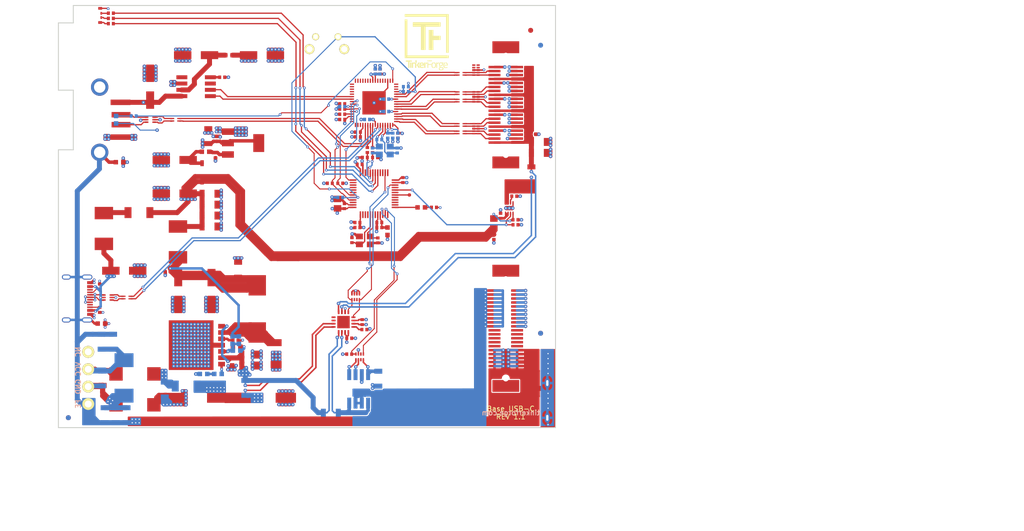
<source format=kicad_pcb>
(kicad_pcb (version 20171130) (host pcbnew 5.1.6-c6e7f7d~86~ubuntu18.04.1)
  (title_block (title "TNG BASE USB C") (date 2020-09-04) (rev 1.1) (company "Tinkerforge GmbH") (comment 1 "Licensed under CERN OHL v.1.1") (comment 2 "Copyright (©) 2020, B.Nordmeyer <bastian@tinkerforge.com>"))
  (layers (0 F.Cu power) (1 GND power) (2 VCC power) (31 B.Cu signal) (34 B.Paste user) (35 F.Paste user) (36 B.SilkS user) (37 F.SilkS user) (38 B.Mask user) (39 F.Mask user) (44 Edge.Cuts user))
  (net 0 "")
  (net 1 Earth)
  (net 2 +5V)
  (net 3 "Net-(C101-Pad1)")
  (net 4 "Net-(C102-Pad1)")
  (net 5 "Net-(C103-Pad1)")
  (net 6 "Net-(C105-Pad1)")
  (net 7 "Net-(C109-Pad1)")
  (net 8 3V3)
  (net 9 "Net-(C204-Pad1)")
  (net 10 "Net-(C204-Pad2)")
  (net 11 "Net-(C208-Pad1)")
  (net 12 "Net-(C209-Pad1)")
  (net 13 "Net-(C210-Pad1)")
  (net 14 "Net-(C211-Pad1)")
  (net 15 "Net-(C214-Pad1)")
  (net 16 "Net-(C217-Pad2)")
  (net 17 "Net-(D101-Pad2)")
  (net 18 "Net-(D206-Pad2)")
  (net 19 "Net-(R101-Pad1)")
  (net 20 "Net-(R104-Pad1)")
  (net 21 "Net-(R105-Pad2)")
  (net 22 "Net-(R107-Pad1)")
  (net 23 "Net-(R108-Pad1)")
  (net 24 "Net-(R110-Pad2)")
  (net 25 "Net-(R212-Pad2)")
  (net 26 "Net-(C126-Pad2)")
  (net 27 "Net-(C132-Pad1)")
  (net 28 "Net-(LED101-Pad4)")
  (net 29 "Net-(LED101-Pad2)")
  (net 30 "Net-(LED101-Pad3)")
  (net 31 "Net-(R112-Pad1)")
  (net 32 "Net-(R113-Pad1)")
  (net 33 CUR1+)
  (net 34 "Net-(R218-Pad1)")
  (net 35 CUR3+)
  (net 36 CUR2-)
  (net 37 USB-PWR)
  (net 38 "Net-(U101-Pad38)")
  (net 39 "Net-(U101-Pad39)")
  (net 40 "Net-(R118-Pad2)")
  (net 41 EXT_USB_D_F-)
  (net 42 EXT_USB_D_F+)
  (net 43 STACK_USB_D0_F+)
  (net 44 STACK_USB_D0_F-)
  (net 45 STACK_USB_D1_F+)
  (net 46 STACK_USB_D1_F-)
  (net 47 STACK_USB_D2_F+)
  (net 48 STACK_USB_D2_F-)
  (net 49 STACK_USB_D3_F+)
  (net 50 STACK_USB_D3_F-)
  (net 51 STACK_USB_D4_F+)
  (net 52 STACK_USB_D4_F-)
  (net 53 EXT_USB_D+)
  (net 54 EXT_USB_D-)
  (net 55 STACK_USB_D0-)
  (net 56 STACK_USB_D0+)
  (net 57 STACK_USB_D1+)
  (net 58 STACK_USB_D1-)
  (net 59 STACK_USB_D2+)
  (net 60 STACK_USB_D2-)
  (net 61 STACK_USB_D3-)
  (net 62 STACK_USB_D3+)
  (net 63 STACK_USB_D4+)
  (net 64 STACK_USB_D4-)
  (net 65 STACKPWR)
  (net 66 "Net-(P101-Pad1)")
  (net 67 GND)
  (net 68 USB_RESET)
  (net 69 CTRL_USB_D-)
  (net 70 CTRL_USB_D+)
  (net 71 "Net-(C124-Pad1)")
  (net 72 "Net-(C137-Pad2)")
  (net 73 "Net-(C138-Pad2)")
  (net 74 CUR1-)
  (net 75 "Net-(C203-Pad1)")
  (net 76 "Net-(D102-Pad1)")
  (net 77 "Net-(D102-Pad2)")
  (net 78 5V_STACK_UP)
  (net 79 "Net-(J102-Pad10)")
  (net 80 UP_USB_D+)
  (net 81 UP_USB_D-)
  (net 82 USB_SMB_DATA)
  (net 83 USB_SMB_CLK)
  (net 84 LEDR)
  (net 85 LEDG)
  (net 86 LEDB)
  (net 87 SW_24_CUR)
  (net 88 PAC_SCL)
  (net 89 PAC_SDA)
  (net 90 "Net-(RP102-Pad2)")
  (net 91 "Net-(RP102-Pad1)")
  (net 92 "Net-(L102-Pad2)")
  (net 93 "Net-(L102-Pad3)")
  (net 94 "Net-(J102-Pad5)")
  (net 95 "Net-(J102-Pad4)")
  (net 96 "Net-(J102-Pad2)")
  (net 97 "Net-(J102-Pad3)")
  (net 98 "Net-(J103-Pad22)")
  (net 99 "Net-(J103-Pad24)")
  (net 100 "Net-(J103-Pad26)")
  (net 101 "Net-(J103-Pad28)")
  (net 102 "Net-(J103-Pad30)")
  (net 103 "Net-(J103-Pad21)")
  (net 104 "Net-(J103-Pad23)")
  (net 105 "Net-(J103-Pad25)")
  (net 106 "Net-(J103-Pad27)")
  (net 107 "Net-(J103-Pad29)")
  (net 108 "Net-(L110-Pad2)")
  (net 109 "Net-(L110-Pad3)")
  (net 110 "Net-(P202-Pad1)")
  (net 111 BOOT)
  (net 112 SW_5_ENABLE)
  (net 113 SW_24_ENABLE)
  (net 114 "Net-(RP102-Pad6)")
  (net 115 "Net-(RP102-Pad3)")
  (net 116 "Net-(RP201-Pad6)")
  (net 117 "Net-(RP201-Pad7)")
  (net 118 "Net-(U101-Pad14)")
  (net 119 "Net-(U101-Pad15)")
  (net 120 "Net-(U101-Pad16)")
  (net 121 "Net-(U101-Pad18)")
  (net 122 "Net-(U101-Pad20)")
  (net 123 "Net-(U101-Pad21)")
  (net 124 "Net-(U101-Pad22)")
  (net 125 "Net-(U101-Pad23)")
  (net 126 "Net-(U101-Pad26)")
  (net 127 "Net-(U101-Pad27)")
  (net 128 "Net-(U101-Pad28)")
  (net 129 "Net-(U101-Pad29)")
  (net 130 "Net-(U101-Pad30)")
  (net 131 "Net-(U101-Pad31)")
  (net 132 "Net-(U101-Pad32)")
  (net 133 "Net-(U101-Pad33)")
  (net 134 "Net-(U101-Pad34)")
  (net 135 "Net-(U101-Pad35)")
  (net 136 "Net-(U101-Pad36)")
  (net 137 "Net-(U101-Pad37)")
  (net 138 "Net-(U101-Pad47)")
  (net 139 "Net-(U101-Pad48)")
  (net 140 "Net-(U101-Pad49)")
  (net 141 "Net-(U101-Pad50)")
  (net 142 "Net-(U101-Pad51)")
  (net 143 "Net-(U102-Pad3)")
  (net 144 "Net-(U102-Pad5)")
  (net 145 "Net-(U104-Pad2)")
  (net 146 "Net-(U104-Pad3)")
  (net 147 "Net-(U104-Pad4)")
  (net 148 "Net-(U104-Pad7)")
  (net 149 "Net-(U104-Pad12)")
  (net 150 "Net-(U104-Pad14)")
  (net 151 "Net-(U104-Pad15)")
  (net 152 "Net-(U104-Pad16)")
  (net 153 "Net-(U104-Pad17)")
  (net 154 "Net-(U104-Pad19)")
  (net 155 "Net-(U104-Pad21)")
  (net 156 "Net-(U104-Pad25)")
  (net 157 "Net-(U104-Pad27)")
  (net 158 "Net-(U104-Pad28)")
  (net 159 "Net-(U104-Pad34)")
  (net 160 "Net-(U104-Pad38)")
  (net 161 "Net-(U104-Pad39)")
  (net 162 "Net-(U104-Pad40)")
  (net 163 "Net-(U104-Pad41)")
  (net 164 "Net-(U104-Pad42)")
  (net 165 "Net-(U104-Pad46)")
  (net 166 "Net-(U105-Pad10)")
  (net 167 "Net-(U105-Pad9)")
  (net 168 "Net-(U105-Pad2)")
  (net 169 "Net-(U105-Pad1)")
  (net 170 "Net-(U204-Pad9)")
  (net 171 "Net-(U204-Pad10)")
  (net 172 VBUS)
  (net 173 "Net-(C141-Pad1)")
  (module kicad-libraries:USB-A-SMT-8231 (layer F.Cu) (at 65.75 73.95 270)
    (fp_text reference J101)
    (fp_text value USB-A)
    (pad SHD thru_hole circle (at 6.57 0 270) (size 3.5 3.5) (drill 2.3) (layers *.Cu *.Mask) (net 1 Earth))
    (pad "" thru_hole circle (at -6.57 0 270) (size 3.5 3.5) (drill 2.3) (layers *.Cu *.Mask))
    (pad 4 smd rect (at 3.5 -4.2 270) (size 1.1 4) (layers F.Cu F.Paste F.Mask) (net 67 GND))
    (pad 3 smd rect (at 1 -4.3 270) (size 1.1 3.8) (layers F.Cu F.Paste F.Mask) (net 42 EXT_USB_D_F+))
    (pad 2 smd rect (at -1 -4.3 270) (size 1.1 3.8) (layers F.Cu F.Paste F.Mask) (net 41 EXT_USB_D_F-))
    (pad 1 smd rect (at -3.5 -4.2 270) (size 1.1 4) (layers F.Cu F.Paste F.Mask) (net 37 USB-PWR))
  )
  (module kicad-libraries:PE_Hook (layer F.Cu) (at 155.95 128.05)
    (fp_text reference P102)
    (fp_text value PE)
    (pad 1 thru_hole oval (at -0.15 -1.075) (size 1 2) (drill oval 0.45 1.2) (layers *.Cu *.Mask) (net 1 Earth))
    (pad 1 thru_hole oval (at -0.15 5.925) (size 1 2) (drill oval 0.45 1.2) (layers *.Cu *.Mask) (net 1 Earth))
    (pad 1 smd rect (at 0 0) (size 3 15.85) (layers F.Cu) (net 1 Earth))
  )
  (module kicad-libraries:WE-LHMI (layer F.Cu) (at 97.45 112.0437 90)
    (fp_text reference L202)
    (fp_text value "22uH 74437368220")
    (pad 1 smd rect (at -4.75 0 90) (size 4.1 3.5) (layers F.Cu F.Paste F.Mask) (net 18 "Net-(D206-Pad2)"))
    (pad 2 smd rect (at 4.75 0 90) (size 4.1 3.5) (layers F.Cu F.Paste F.Mask) (net 15 "Net-(C214-Pad1)"))
  )
  (module kicad-libraries:Fiducial_Mark (layer B.Cu) (at 154.45 58.95)
    (fp_text reference Fiducial_Mark hide)
    (fp_text value VAL** hide)
    (pad 1 smd circle (at 0 0) (size 1.00076 1.00076) (layers B.Cu B.Paste B.Mask) (clearance 0.65024))
  )
  (module kicad-libraries:Fiducial_Mark (layer B.Cu) (at 59.45 133.95)
    (fp_text reference Fiducial_Mark hide)
    (fp_text value VAL** hide)
    (pad 1 smd circle (at 0 0) (size 1.00076 1.00076) (layers B.Cu B.Paste B.Mask) (clearance 0.65024))
  )
  (module kicad-libraries:Fiducial_Mark (layer B.Cu) (at 154.45 116.95)
    (fp_text reference Fiducial_Mark hide)
    (fp_text value VAL** hide)
    (pad 1 smd circle (at 0 0) (size 1.00076 1.00076) (layers B.Cu B.Paste B.Mask) (clearance 0.65024))
  )
  (module kicad-libraries:Fiducial_Mark (layer F.Cu) (at 154.45 116.95)
    (fp_text reference Fiducial_Mark hide)
    (fp_text value VAL** hide)
    (pad 1 smd circle (at 0 0) (size 1.00076 1.00076) (layers F.Cu F.Paste F.Mask) (clearance 0.65024))
  )
  (module kicad-libraries:Fiducial_Mark (layer F.Cu) (at 59.45 133.95)
    (fp_text reference Fiducial_Mark hide)
    (fp_text value VAL** hide)
    (pad 1 smd circle (at 0 0) (size 1.00076 1.00076) (layers F.Cu F.Paste F.Mask) (clearance 0.65024))
  )
  (module kicad-libraries:Fiducial_Mark (layer F.Cu) (at 152.45 55.95)
    (fp_text reference Fiducial_Mark hide)
    (fp_text value VAL** hide)
    (pad 1 smd circle (at 0 0) (size 1.00076 1.00076) (layers F.Cu F.Paste F.Mask) (clearance 0.65024))
  )
  (module kicad-libraries:SMC (layer B.Cu) (at 70.65 125.9437 270)
    (fp_text reference D201)
    (fp_text value 3.0SMI30CATR)
    (pad 2 smd rect (at 3.5687 0 270) (size 2.794 3.81) (layers B.Cu B.Paste B.Mask) (net 10 "Net-(C204-Pad2)"))
    (pad 1 smd rect (at -3.5687 0 270) (size 2.794 3.81) (layers B.Cu B.Paste B.Mask) (net 9 "Net-(C204-Pad1)"))
  )
  (module kicad-libraries:C1206 (layer F.Cu) (at 95.85 123.4437)
    (fp_text reference C202)
    (fp_text value 10uF)
    (pad 2 smd rect (at 1.50114 0) (size 1.00076 1.6002) (layers F.Cu F.Paste F.Mask) (net 67 GND))
    (pad 1 smd rect (at -1.50114 0) (size 1.00076 1.6002) (layers F.Cu F.Paste F.Mask) (net 74 CUR1-))
  )
  (module kicad-libraries:C1206 (layer B.Cu) (at 68.95 133.4437 90)
    (fp_text reference C207)
    (fp_text value "1nF 2kV")
    (pad 2 smd rect (at 1.50114 0 90) (size 1.00076 1.6002) (layers B.Cu B.Paste B.Mask) (net 10 "Net-(C204-Pad2)"))
    (pad 1 smd rect (at -1.50114 0 90) (size 1.00076 1.6002) (layers B.Cu B.Paste B.Mask) (net 1 Earth))
  )
  (module kicad-libraries:C0603F (layer B.Cu) (at 86.65 125.1437 180)
    (fp_text reference C210)
    (fp_text value 4.7nF)
    (pad 2 smd rect (at 0.75 0 180) (size 0.9 0.9) (layers B.Cu B.Paste B.Mask) (net 67 GND))
    (pad 1 smd rect (at -0.75 0 180) (size 0.9 0.9) (layers B.Cu B.Paste B.Mask) (net 13 "Net-(C210-Pad1)"))
  )
  (module kicad-libraries:C1206 (layer B.Cu) (at 78.85 128.275 270)
    (fp_text reference C211)
    (fp_text value 10nF)
    (pad 2 smd rect (at 1.50114 0 270) (size 1.00076 1.6002) (layers B.Cu B.Paste B.Mask) (net 67 GND))
    (pad 1 smd rect (at -1.50114 0 270) (size 1.00076 1.6002) (layers B.Cu B.Paste B.Mask) (net 14 "Net-(C211-Pad1)"))
  )
  (module kicad-libraries:ELKO_103 (layer F.Cu) (at 85.05 129.9437)
    (fp_text reference C212)
    (fp_text value UWT1H221MNL1GS)
    (pad 1 smd rect (at 4.35102 0) (size 4.09956 1.99898) (layers F.Cu F.Paste F.Mask) (net 33 CUR1+))
    (pad 2 smd rect (at -4.35102 0) (size 4.09956 1.99898) (layers F.Cu F.Paste F.Mask) (net 67 GND))
  )
  (module kicad-libraries:ELKO_103 (layer F.Cu) (at 98.85 129.9437 180)
    (fp_text reference C213)
    (fp_text value UWT1H221MNL1GS)
    (pad 1 smd rect (at 4.35102 0 180) (size 4.09956 1.99898) (layers F.Cu F.Paste F.Mask) (net 33 CUR1+))
    (pad 2 smd rect (at -4.35102 0 180) (size 4.09956 1.99898) (layers F.Cu F.Paste F.Mask) (net 67 GND))
  )
  (module kicad-libraries:C0603F (layer B.Cu) (at 92.475 118.325 270)
    (fp_text reference C217)
    (fp_text value DNP)
    (pad 2 smd rect (at 0.75 0 270) (size 0.9 0.9) (layers B.Cu B.Paste B.Mask) (net 16 "Net-(C217-Pad2)"))
    (pad 1 smd rect (at -0.75 0 270) (size 0.9 0.9) (layers B.Cu B.Paste B.Mask) (net 15 "Net-(C214-Pad1)"))
  )
  (module kicad-libraries:OQ_4P (layer F.Cu) (at 63.45 125.9437 270)
    (fp_text reference P202)
    (fp_text value "PWR IN")
    (pad 1 thru_hole circle (at -5.25018 0 270) (size 2.4003 2.4003) (drill 1.39954) (layers *.Cu *.Mask F.SilkS) (net 110 "Net-(P202-Pad1)"))
    (pad 4 thru_hole circle (at 5.25018 0 270) (size 2.4003 2.4003) (drill 1.39954) (layers *.Cu *.Mask F.SilkS) (net 1 Earth))
    (pad 3 thru_hole circle (at 1.75006 0 270) (size 2.4003 2.4003) (drill 1.39954) (layers *.Cu *.Mask F.SilkS) (net 10 "Net-(C204-Pad2)"))
    (pad 2 thru_hole circle (at -1.75006 0 270) (size 2.4003 2.4003) (drill 1.39954) (layers *.Cu *.Mask F.SilkS) (net 9 "Net-(C204-Pad1)"))
  )
  (module kicad-libraries:R1206 (layer F.Cu) (at 66.35 125.9437 270)
    (fp_text reference R204)
    (fp_text value VC1206K201R030)
    (pad 2 smd rect (at 1.50114 0 270) (size 1.00076 1.6002) (layers F.Cu F.Paste F.Mask) (net 10 "Net-(C204-Pad2)"))
    (pad 1 smd rect (at -1.50114 0 270) (size 1.00076 1.6002) (layers F.Cu F.Paste F.Mask) (net 9 "Net-(C204-Pad1)"))
  )
  (module kicad-libraries:R1206 (layer B.Cu) (at 66.75 133.4437 90)
    (fp_text reference R207)
    (fp_text value VC1206K201R030)
    (pad 2 smd rect (at 1.50114 0 90) (size 1.00076 1.6002) (layers B.Cu B.Paste B.Mask) (net 10 "Net-(C204-Pad2)"))
    (pad 1 smd rect (at -1.50114 0 90) (size 1.00076 1.6002) (layers B.Cu B.Paste B.Mask) (net 1 Earth))
  )
  (module kicad-libraries:R0603F (layer F.Cu) (at 93.3 119.6437 180)
    (fp_text reference R208)
    (fp_text value 27k)
    (pad 2 smd rect (at 0.75 0 180) (size 0.9 0.9) (layers F.Cu F.Paste F.Mask) (net 11 "Net-(C208-Pad1)"))
    (pad 1 smd rect (at -0.75 0 180) (size 0.9 0.9) (layers F.Cu F.Paste F.Mask) (net 67 GND))
  )
  (module kicad-libraries:R1206 (layer B.Cu) (at 71.15 133.4437 90)
    (fp_text reference R209)
    (fp_text value 1M)
    (pad 2 smd rect (at 1.50114 0 90) (size 1.00076 1.6002) (layers B.Cu B.Paste B.Mask) (net 10 "Net-(C204-Pad2)"))
    (pad 1 smd rect (at -1.50114 0 90) (size 1.00076 1.6002) (layers B.Cu B.Paste B.Mask) (net 1 Earth))
  )
  (module kicad-libraries:R0603F (layer B.Cu) (at 89.55 125.1437)
    (fp_text reference R212)
    (fp_text value 20k)
    (pad 2 smd rect (at 0.75 0) (size 0.9 0.9) (layers B.Cu B.Paste B.Mask) (net 25 "Net-(R212-Pad2)"))
    (pad 1 smd rect (at -0.75 0) (size 0.9 0.9) (layers B.Cu B.Paste B.Mask) (net 13 "Net-(C210-Pad1)"))
  )
  (module kicad-libraries:R0603F (layer B.Cu) (at 93.775 118.325 90)
    (fp_text reference R214)
    (fp_text value 47k)
    (pad 2 smd rect (at 0.75 0 90) (size 0.9 0.9) (layers B.Cu B.Paste B.Mask) (net 15 "Net-(C214-Pad1)"))
    (pad 1 smd rect (at -0.75 0 90) (size 0.9 0.9) (layers B.Cu B.Paste B.Mask) (net 16 "Net-(C217-Pad2)"))
  )
  (module kicad-libraries:R0603F (layer B.Cu) (at 93.3 120.45 180)
    (fp_text reference R215)
    (fp_text value 8.2k)
    (pad 2 smd rect (at 0.75 0 180) (size 0.9 0.9) (layers B.Cu B.Paste B.Mask) (net 16 "Net-(C217-Pad2)"))
    (pad 1 smd rect (at -0.75 0 180) (size 0.9 0.9) (layers B.Cu B.Paste B.Mask) (net 67 GND))
  )
  (module kicad-libraries:C0402F (layer F.Cu) (at 152.925 76.875 180)
    (fp_text reference C134)
    (fp_text value 1uF)
    (pad 1 smd rect (at -0.5 0 180) (size 0.6 0.7) (layers F.Cu F.Paste F.Mask) (net 67 GND))
    (pad 2 smd rect (at 0.5 0 180) (size 0.6 0.7) (layers F.Cu F.Paste F.Mask) (net 78 5V_STACK_UP))
  )
  (module kicad-libraries:SOD-128 (layer B.Cu) (at 83.15 127.575 180)
    (fp_text reference D205)
    (fp_text value PMEG6045)
    (pad 1 smd rect (at 2.19964 0 180) (size 1.39954 2.19964) (layers B.Cu B.Paste B.Mask) (net 14 "Net-(C211-Pad1)"))
    (pad 2 smd rect (at -2.19964 0 180) (size 1.39954 2.19964) (layers B.Cu B.Paste B.Mask) (net 33 CUR1+))
  )
  (module kicad-libraries:SOD-128 (layer F.Cu) (at 101.25 121.0437 270)
    (fp_text reference D206)
    (fp_text value PMEG6045)
    (pad 1 smd rect (at 2.19964 0 270) (size 1.39954 2.19964) (layers F.Cu F.Paste F.Mask) (net 67 GND))
    (pad 2 smd rect (at -2.19964 0 270) (size 1.39954 2.19964) (layers F.Cu F.Paste F.Mask) (net 18 "Net-(D206-Pad2)"))
  )
  (module kicad-libraries:BD906XX-C-HRP7 (layer F.Cu) (at 84.15 119.3437 90)
    (fp_text reference U203)
    (fp_text value BD90640HFP)
    (pad EXP smd rect (at 0 0 90) (size 10 9) (layers F.Cu F.Paste F.Mask) (net 67 GND))
    (pad 1 smd rect (at -3.81 6.125 90) (size 0.93 1.37) (layers F.Cu F.Paste F.Mask) (net 25 "Net-(R212-Pad2)"))
    (pad 2 smd rect (at -2.54 6.125 90) (size 0.93 1.37) (layers F.Cu F.Paste F.Mask) (net 74 CUR1-))
    (pad 3 smd rect (at -1.27 6.125 90) (size 0.93 1.37) (layers F.Cu F.Paste F.Mask) (net 16 "Net-(C217-Pad2)"))
    (pad 4 smd rect (at 0 6.125 90) (size 0.93 1.37) (layers F.Cu F.Paste F.Mask) (net 67 GND))
    (pad 5 smd rect (at 1.27 6.125 90) (size 0.93 1.37) (layers F.Cu F.Paste F.Mask) (net 11 "Net-(C208-Pad1)"))
    (pad 6 smd rect (at 2.54 6.125 90) (size 0.93 1.37) (layers F.Cu F.Paste F.Mask) (net 18 "Net-(D206-Pad2)"))
    (pad 7 smd rect (at 3.81 6.125 90) (size 0.93 1.37) (layers F.Cu F.Paste F.Mask) (net 74 CUR1-))
  )
  (module kicad-libraries:ELKO_63 (layer F.Cu) (at 88.25 108.4437 90)
    (fp_text reference C216)
    (fp_text value 100uF)
    (pad 1 smd rect (at 2.7 0 90) (size 3.5 1.6) (layers F.Cu F.Paste F.Mask) (net 15 "Net-(C214-Pad1)"))
    (pad 2 smd rect (at -2.7 0 90) (size 3.5 1.6) (layers F.Cu F.Paste F.Mask) (net 67 GND))
  )
  (module kicad-libraries:ELKO_63 (layer F.Cu) (at 81.55 108.4437 90)
    (fp_text reference C220)
    (fp_text value 100uF)
    (pad 1 smd rect (at 2.7 0 90) (size 3.5 1.6) (layers F.Cu F.Paste F.Mask) (net 15 "Net-(C214-Pad1)"))
    (pad 2 smd rect (at -2.7 0 90) (size 3.5 1.6) (layers F.Cu F.Paste F.Mask) (net 67 GND))
  )
  (module kicad-libraries:C1206 (layer F.Cu) (at 95.85 121.2437)
    (fp_text reference C201)
    (fp_text value 10uF)
    (pad 2 smd rect (at 1.50114 0) (size 1.00076 1.6002) (layers F.Cu F.Paste F.Mask) (net 67 GND))
    (pad 1 smd rect (at -1.50114 0) (size 1.00076 1.6002) (layers F.Cu F.Paste F.Mask) (net 74 CUR1-))
  )
  (module kicad-libraries:C1206 (layer B.Cu) (at 66.25 126.0437 270)
    (fp_text reference C204)
    (fp_text value 10nF)
    (pad 2 smd rect (at 1.50114 0 270) (size 1.00076 1.6002) (layers B.Cu B.Paste B.Mask) (net 10 "Net-(C204-Pad2)"))
    (pad 1 smd rect (at -1.50114 0 270) (size 1.00076 1.6002) (layers B.Cu B.Paste B.Mask) (net 9 "Net-(C204-Pad1)"))
  )
  (module kicad-libraries:C0402F (layer F.Cu) (at 79.45 104.5437 180)
    (fp_text reference C214)
    (fp_text value 100nF)
    (pad 1 smd rect (at -0.5 0 180) (size 0.6 0.7) (layers F.Cu F.Paste F.Mask) (net 15 "Net-(C214-Pad1)"))
    (pad 2 smd rect (at 0.5 0 180) (size 0.6 0.7) (layers F.Cu F.Paste F.Mask) (net 67 GND))
  )
  (module kicad-libraries:R1206 (layer B.Cu) (at 112.25 132.9437)
    (fp_text reference R220)
    (fp_text value 0.02)
    (pad 2 smd rect (at 1.50114 0) (size 1.00076 1.6002) (layers B.Cu B.Paste B.Mask) (net 36 CUR2-))
    (pad 1 smd rect (at -1.50114 0) (size 1.00076 1.6002) (layers B.Cu B.Paste B.Mask) (net 74 CUR1-))
  )
  (module kicad-libraries:SO-8 (layer B.Cu) (at 117.85 128.1437)
    (fp_text reference U112)
    (fp_text value VN7140AS)
    (pad 8 smd rect (at -1.90246 2.86766) (size 0.79756 2.19964) (layers B.Cu B.Paste B.Mask) (net 36 CUR2-))
    (pad 7 smd rect (at -0.63246 2.86766) (size 0.79756 2.19964) (layers B.Cu B.Paste B.Mask) (net 65 STACKPWR))
    (pad 6 smd rect (at 0.63246 2.86766) (size 0.79756 2.19964) (layers B.Cu B.Paste B.Mask) (net 65 STACKPWR))
    (pad 5 smd rect (at 1.90246 2.86766) (size 0.79756 2.19964) (layers B.Cu B.Paste B.Mask) (net 36 CUR2-))
    (pad 4 smd rect (at 1.90246 -2.86766 180) (size 0.79756 2.19964) (layers B.Cu B.Paste B.Mask) (net 40 "Net-(R118-Pad2)"))
    (pad 3 smd rect (at 0.63246 -2.86766 180) (size 0.79756 2.19964) (layers B.Cu B.Paste B.Mask) (net 67 GND))
    (pad 2 smd rect (at -0.63246 -2.86766 180) (size 0.79756 2.19964) (layers B.Cu B.Paste B.Mask) (net 90 "Net-(RP102-Pad2)"))
    (pad 1 smd rect (at -1.90246 -2.86766 180) (size 0.79756 2.19964) (layers B.Cu B.Paste B.Mask) (net 91 "Net-(RP102-Pad1)"))
  )
  (module kicad-libraries:C1206 (layer F.Cu) (at 154.1 78.425 180)
    (fp_text reference C135)
    (fp_text value 10uF)
    (pad 2 smd rect (at 1.50114 0 180) (size 1.00076 1.6002) (layers F.Cu F.Paste F.Mask) (net 78 5V_STACK_UP))
    (pad 1 smd rect (at -1.50114 0 180) (size 1.00076 1.6002) (layers F.Cu F.Paste F.Mask) (net 67 GND))
  )
  (module kicad-libraries:C1206 (layer F.Cu) (at 154.1 80.625 180)
    (fp_text reference C136)
    (fp_text value 10uF)
    (pad 2 smd rect (at 1.50114 0 180) (size 1.00076 1.6002) (layers F.Cu F.Paste F.Mask) (net 78 5V_STACK_UP))
    (pad 1 smd rect (at -1.50114 0 180) (size 1.00076 1.6002) (layers F.Cu F.Paste F.Mask) (net 67 GND))
  )
  (module kicad-libraries:Logo_TF_10x12 (layer F.Cu) (at 131.55 58.2)
    (fp_text reference G*** hide)
    (fp_text value LOGO hide)
  )
  (module kicad-libraries:C1206 (layer B.Cu) (at 66.15 118.65 90)
    (fp_text reference C206)
    (fp_text value "1nF 2kV")
    (pad 2 smd rect (at 1.50114 0 90) (size 1.00076 1.6002) (layers B.Cu B.Paste B.Mask) (net 1 Earth))
    (pad 1 smd rect (at -1.50114 0 90) (size 1.00076 1.6002) (layers B.Cu B.Paste B.Mask) (net 9 "Net-(C204-Pad1)"))
  )
  (module kicad-libraries:R1206 (layer B.Cu) (at 68.45 118.65 90)
    (fp_text reference R206)
    (fp_text value VC1206K201R030)
    (pad 2 smd rect (at 1.50114 0 90) (size 1.00076 1.6002) (layers B.Cu B.Paste B.Mask) (net 1 Earth))
    (pad 1 smd rect (at -1.50114 0 90) (size 1.00076 1.6002) (layers B.Cu B.Paste B.Mask) (net 9 "Net-(C204-Pad1)"))
  )
  (module kicad-libraries:C0402F (layer B.Cu) (at 125.6 80.15 90)
    (fp_text reference C101)
    (fp_text value 33pF)
    (pad 1 smd rect (at -0.5 0 90) (size 0.6 0.7) (layers B.Cu B.Paste B.Mask) (net 3 "Net-(C101-Pad1)"))
    (pad 2 smd rect (at 0.5 0 90) (size 0.6 0.7) (layers B.Cu B.Paste B.Mask) (net 67 GND))
  )
  (module kicad-libraries:C0402F (layer B.Cu) (at 120.65 80.15 270)
    (fp_text reference C102)
    (fp_text value 33pF)
    (pad 1 smd rect (at -0.5 0 270) (size 0.6 0.7) (layers B.Cu B.Paste B.Mask) (net 4 "Net-(C102-Pad1)"))
    (pad 2 smd rect (at 0.5 0 270) (size 0.6 0.7) (layers B.Cu B.Paste B.Mask) (net 67 GND))
  )
  (module kicad-libraries:C0402F (layer B.Cu) (at 122.15 64.25 90)
    (fp_text reference C103)
    (fp_text value 1uF)
    (pad 1 smd rect (at -0.5 0 90) (size 0.6 0.7) (layers B.Cu B.Paste B.Mask) (net 5 "Net-(C103-Pad1)"))
    (pad 2 smd rect (at 0.5 0 90) (size 0.6 0.7) (layers B.Cu B.Paste B.Mask) (net 67 GND))
  )
  (module kicad-libraries:C0402F (layer B.Cu) (at 121.2 64.25 90)
    (fp_text reference C104)
    (fp_text value 100nF)
    (pad 1 smd rect (at -0.5 0 90) (size 0.6 0.7) (layers B.Cu B.Paste B.Mask) (net 5 "Net-(C103-Pad1)"))
    (pad 2 smd rect (at 0.5 0 90) (size 0.6 0.7) (layers B.Cu B.Paste B.Mask) (net 67 GND))
  )
  (module kicad-libraries:C0402F (layer B.Cu) (at 124.7 77.15 270)
    (fp_text reference C105)
    (fp_text value 1uF)
    (pad 1 smd rect (at -0.5 0 270) (size 0.6 0.7) (layers B.Cu B.Paste B.Mask) (net 6 "Net-(C105-Pad1)"))
    (pad 2 smd rect (at 0.5 0 270) (size 0.6 0.7) (layers B.Cu B.Paste B.Mask) (net 67 GND))
  )
  (module kicad-libraries:C0402F (layer B.Cu) (at 123.7 77.15 270)
    (fp_text reference C106)
    (fp_text value 100nF)
    (pad 1 smd rect (at -0.5 0 270) (size 0.6 0.7) (layers B.Cu B.Paste B.Mask) (net 6 "Net-(C105-Pad1)"))
    (pad 2 smd rect (at 0.5 0 270) (size 0.6 0.7) (layers B.Cu B.Paste B.Mask) (net 67 GND))
  )
  (module kicad-libraries:C0402F (layer F.Cu) (at 114.55 71.8 180)
    (fp_text reference C107)
    (fp_text value 100nF)
    (pad 1 smd rect (at -0.5 0 180) (size 0.6 0.7) (layers F.Cu F.Paste F.Mask) (net 68 USB_RESET))
    (pad 2 smd rect (at 0.5 0 180) (size 0.6 0.7) (layers F.Cu F.Paste F.Mask) (net 67 GND))
  )
  (module kicad-libraries:ELKO_63 (layer F.Cu) (at 98.4 60.95 180)
    (fp_text reference C108)
    (fp_text value 100uF)
    (pad 1 smd rect (at 2.7 0 180) (size 3.5 1.6) (layers F.Cu F.Paste F.Mask) (net 2 +5V))
    (pad 2 smd rect (at -2.7 0 180) (size 3.5 1.6) (layers F.Cu F.Paste F.Mask) (net 67 GND))
  )
  (module kicad-libraries:ELKO_63 (layer F.Cu) (at 85.15 60.95)
    (fp_text reference C109)
    (fp_text value 100uF)
    (pad 1 smd rect (at 2.7 0) (size 3.5 1.6) (layers F.Cu F.Paste F.Mask) (net 7 "Net-(C109-Pad1)"))
    (pad 2 smd rect (at -2.7 0) (size 3.5 1.6) (layers F.Cu F.Paste F.Mask) (net 67 GND))
  )
  (module kicad-libraries:C0402F (layer F.Cu) (at 125.75 77.15 270)
    (fp_text reference C110)
    (fp_text value 100nF)
    (pad 1 smd rect (at -0.5 0 270) (size 0.6 0.7) (layers F.Cu F.Paste F.Mask) (net 8 3V3))
    (pad 2 smd rect (at 0.5 0 270) (size 0.6 0.7) (layers F.Cu F.Paste F.Mask) (net 67 GND))
  )
  (module kicad-libraries:C0402F (layer B.Cu) (at 119.55 73.9 180)
    (fp_text reference C111)
    (fp_text value 100nF)
    (pad 1 smd rect (at -0.5 0 180) (size 0.6 0.7) (layers B.Cu B.Paste B.Mask) (net 8 3V3))
    (pad 2 smd rect (at 0.5 0 180) (size 0.6 0.7) (layers B.Cu B.Paste B.Mask) (net 67 GND))
  )
  (module kicad-libraries:C0402F (layer F.Cu) (at 117.7 76.45 180)
    (fp_text reference C112)
    (fp_text value 100nF)
    (pad 1 smd rect (at -0.5 0 180) (size 0.6 0.7) (layers F.Cu F.Paste F.Mask) (net 8 3V3))
    (pad 2 smd rect (at 0.5 0 180) (size 0.6 0.7) (layers F.Cu F.Paste F.Mask) (net 67 GND))
  )
  (module kicad-libraries:C0402F (layer B.Cu) (at 123.4 69.8 180)
    (fp_text reference C113)
    (fp_text value 100nF)
    (pad 1 smd rect (at -0.5 0 180) (size 0.6 0.7) (layers B.Cu B.Paste B.Mask) (net 8 3V3))
    (pad 2 smd rect (at 0.5 0 180) (size 0.6 0.7) (layers B.Cu B.Paste B.Mask) (net 67 GND))
  )
  (module kicad-libraries:C0402F (layer B.Cu) (at 123.4 72.3 180)
    (fp_text reference C114)
    (fp_text value 100nF)
    (pad 1 smd rect (at -0.5 0 180) (size 0.6 0.7) (layers B.Cu B.Paste B.Mask) (net 8 3V3))
    (pad 2 smd rect (at 0.5 0 180) (size 0.6 0.7) (layers B.Cu B.Paste B.Mask) (net 67 GND))
  )
  (module kicad-libraries:C0402F (layer F.Cu) (at 117.7 77.4 180)
    (fp_text reference C115)
    (fp_text value 1uF)
    (pad 1 smd rect (at -0.5 0 180) (size 0.6 0.7) (layers F.Cu F.Paste F.Mask) (net 8 3V3))
    (pad 2 smd rect (at 0.5 0 180) (size 0.6 0.7) (layers F.Cu F.Paste F.Mask) (net 67 GND))
  )
  (module kicad-libraries:C0402F (layer F.Cu) (at 114.55 73.9 180)
    (fp_text reference C116)
    (fp_text value 100nF)
    (pad 1 smd rect (at -0.5 0 180) (size 0.6 0.7) (layers F.Cu F.Paste F.Mask) (net 8 3V3))
    (pad 2 smd rect (at 0.5 0 180) (size 0.6 0.7) (layers F.Cu F.Paste F.Mask) (net 67 GND))
  )
  (module kicad-libraries:ELKO_63 (layer F.Cu) (at 75.9 67.3 270)
    (fp_text reference C117)
    (fp_text value 100uF)
    (pad 1 smd rect (at 2.7 0 270) (size 3.5 1.6) (layers F.Cu F.Paste F.Mask) (net 37 USB-PWR))
    (pad 2 smd rect (at -2.7 0 270) (size 3.5 1.6) (layers F.Cu F.Paste F.Mask) (net 67 GND))
  )
  (module kicad-libraries:C0402F (layer F.Cu) (at 121.2 64.25 90)
    (fp_text reference C118)
    (fp_text value 100nF)
    (pad 1 smd rect (at -0.5 0 90) (size 0.6 0.7) (layers F.Cu F.Paste F.Mask) (net 8 3V3))
    (pad 2 smd rect (at 0.5 0 90) (size 0.6 0.7) (layers F.Cu F.Paste F.Mask) (net 67 GND))
  )
  (module kicad-libraries:C0402F (layer F.Cu) (at 122.15 64.25 90)
    (fp_text reference C119)
    (fp_text value 1uF)
    (pad 1 smd rect (at -0.5 0 90) (size 0.6 0.7) (layers F.Cu F.Paste F.Mask) (net 8 3V3))
    (pad 2 smd rect (at 0.5 0 90) (size 0.6 0.7) (layers F.Cu F.Paste F.Mask) (net 67 GND))
  )
  (module kicad-libraries:C0603F (layer F.Cu) (at 69.75 82.5)
    (fp_text reference C120)
    (fp_text value 100nF)
    (pad 2 smd rect (at 0.75 0) (size 0.9 0.9) (layers F.Cu F.Paste F.Mask) (net 67 GND))
    (pad 1 smd rect (at -0.75 0) (size 0.9 0.9) (layers F.Cu F.Paste F.Mask) (net 1 Earth))
  )
  (module kicad-libraries:C0402F (layer F.Cu) (at 119.1 81.55 180)
    (fp_text reference C121)
    (fp_text value 47pF)
    (pad 1 smd rect (at -0.5 0 180) (size 0.6 0.7) (layers F.Cu F.Paste F.Mask) (net 69 CTRL_USB_D-))
    (pad 2 smd rect (at 0.5 0 180) (size 0.6 0.7) (layers F.Cu F.Paste F.Mask) (net 67 GND))
  )
  (module kicad-libraries:C0402F (layer F.Cu) (at 121.15 81.55)
    (fp_text reference C122)
    (fp_text value 47pF)
    (pad 1 smd rect (at -0.5 0) (size 0.6 0.7) (layers F.Cu F.Paste F.Mask) (net 70 CTRL_USB_D+))
    (pad 2 smd rect (at 0.5 0) (size 0.6 0.7) (layers F.Cu F.Paste F.Mask) (net 67 GND))
  )
  (module kicad-libraries:C0402F (layer F.Cu) (at 117.6 95.65 180)
    (fp_text reference C123)
    (fp_text value 1uF)
    (pad 1 smd rect (at -0.5 0 180) (size 0.6 0.7) (layers F.Cu F.Paste F.Mask) (net 8 3V3))
    (pad 2 smd rect (at 0.5 0 180) (size 0.6 0.7) (layers F.Cu F.Paste F.Mask) (net 67 GND))
  )
  (module kicad-libraries:C0402F (layer F.Cu) (at 122 95.65 180)
    (fp_text reference C124)
    (fp_text value 1uF)
    (pad 1 smd rect (at -0.5 0 180) (size 0.6 0.7) (layers F.Cu F.Paste F.Mask) (net 71 "Net-(C124-Pad1)"))
    (pad 2 smd rect (at 0.5 0 180) (size 0.6 0.7) (layers F.Cu F.Paste F.Mask) (net 67 GND))
  )
  (module kicad-libraries:C0402F (layer F.Cu) (at 145.05 97.55 90)
    (fp_text reference C125)
    (fp_text value 1uF)
    (pad 1 smd rect (at -0.5 0 90) (size 0.6 0.7) (layers F.Cu F.Paste F.Mask) (net 67 GND))
    (pad 2 smd rect (at 0.5 0 90) (size 0.6 0.7) (layers F.Cu F.Paste F.Mask) (net 2 +5V))
  )
  (module kicad-libraries:C0402F (layer F.Cu) (at 146.4 93.3 270)
    (fp_text reference C126)
    (fp_text value 1uF)
    (pad 1 smd rect (at -0.5 0 270) (size 0.6 0.7) (layers F.Cu F.Paste F.Mask) (net 67 GND))
    (pad 2 smd rect (at 0.5 0 270) (size 0.6 0.7) (layers F.Cu F.Paste F.Mask) (net 26 "Net-(C126-Pad2)"))
  )
  (module kicad-libraries:C0402F (layer F.Cu) (at 126.75 86.1 270)
    (fp_text reference C127)
    (fp_text value 100nF)
    (pad 1 smd rect (at -0.5 0 270) (size 0.6 0.7) (layers F.Cu F.Paste F.Mask) (net 8 3V3))
    (pad 2 smd rect (at 0.5 0 270) (size 0.6 0.7) (layers F.Cu F.Paste F.Mask) (net 67 GND))
  )
  (module kicad-libraries:C0402F (layer F.Cu) (at 149.4 94.1)
    (fp_text reference C128)
    (fp_text value 1uF)
    (pad 1 smd rect (at -0.5 0) (size 0.6 0.7) (layers F.Cu F.Paste F.Mask) (net 26 "Net-(C126-Pad2)"))
    (pad 2 smd rect (at 0.5 0) (size 0.6 0.7) (layers F.Cu F.Paste F.Mask) (net 67 GND))
  )
  (module kicad-libraries:C0402F (layer F.Cu) (at 118.05 82.95)
    (fp_text reference C129)
    (fp_text value 100nF)
    (pad 1 smd rect (at -0.5 0) (size 0.6 0.7) (layers F.Cu F.Paste F.Mask) (net 8 3V3))
    (pad 2 smd rect (at 0.5 0) (size 0.6 0.7) (layers F.Cu F.Paste F.Mask) (net 67 GND))
  )
  (module kicad-libraries:C0402F (layer F.Cu) (at 115 91.35 90)
    (fp_text reference C130)
    (fp_text value 100nF)
    (pad 1 smd rect (at -0.5 0 90) (size 0.6 0.7) (layers F.Cu F.Paste F.Mask) (net 8 3V3))
    (pad 2 smd rect (at 0.5 0 90) (size 0.6 0.7) (layers F.Cu F.Paste F.Mask) (net 67 GND))
  )
  (module kicad-libraries:C0402F (layer F.Cu) (at 117.6 94.65 180)
    (fp_text reference C131)
    (fp_text value 100nF)
    (pad 1 smd rect (at -0.5 0 180) (size 0.6 0.7) (layers F.Cu F.Paste F.Mask) (net 8 3V3))
    (pad 2 smd rect (at 0.5 0 180) (size 0.6 0.7) (layers F.Cu F.Paste F.Mask) (net 67 GND))
  )
  (module kicad-libraries:C0402F (layer F.Cu) (at 149.15 89.35)
    (fp_text reference C132)
    (fp_text value DNP)
    (pad 1 smd rect (at -0.5 0) (size 0.6 0.7) (layers F.Cu F.Paste F.Mask) (net 27 "Net-(C132-Pad1)"))
    (pad 2 smd rect (at 0.5 0) (size 0.6 0.7) (layers F.Cu F.Paste F.Mask) (net 67 GND))
  )
  (module kicad-libraries:C0402F (layer F.Cu) (at 122 94.65 180)
    (fp_text reference C133)
    (fp_text value 100nF)
    (pad 1 smd rect (at -0.5 0 180) (size 0.6 0.7) (layers F.Cu F.Paste F.Mask) (net 71 "Net-(C124-Pad1)"))
    (pad 2 smd rect (at 0.5 0 180) (size 0.6 0.7) (layers F.Cu F.Paste F.Mask) (net 67 GND))
  )
  (module kicad-libraries:C0402F (layer F.Cu) (at 116.5 98.2 270)
    (fp_text reference C137)
    (fp_text value 33pF)
    (pad 1 smd rect (at -0.5 0 270) (size 0.6 0.7) (layers F.Cu F.Paste F.Mask) (net 67 GND))
    (pad 2 smd rect (at 0.5 0 270) (size 0.6 0.7) (layers F.Cu F.Paste F.Mask) (net 72 "Net-(C137-Pad2)"))
  )
  (module kicad-libraries:C0402F (layer F.Cu) (at 121.7 98.25 90)
    (fp_text reference C138)
    (fp_text value 33pF)
    (pad 1 smd rect (at -0.5 0 90) (size 0.6 0.7) (layers F.Cu F.Paste F.Mask) (net 67 GND))
    (pad 2 smd rect (at 0.5 0 90) (size 0.6 0.7) (layers F.Cu F.Paste F.Mask) (net 73 "Net-(C138-Pad2)"))
  )
  (module kicad-libraries:C0402F (layer F.Cu) (at 89.05 81.1 270)
    (fp_text reference C209)
    (fp_text value 1uF)
    (pad 1 smd rect (at -0.5 0 270) (size 0.6 0.7) (layers F.Cu F.Paste F.Mask) (net 12 "Net-(C209-Pad1)"))
    (pad 2 smd rect (at 0.5 0 270) (size 0.6 0.7) (layers F.Cu F.Paste F.Mask) (net 67 GND))
  )
  (module kicad-libraries:C1206 (layer F.Cu) (at 93.6 104.15 90)
    (fp_text reference C215)
    (fp_text value 10uF)
    (pad 2 smd rect (at 1.50114 0 90) (size 1.00076 1.6002) (layers F.Cu F.Paste F.Mask) (net 67 GND))
    (pad 1 smd rect (at -1.50114 0 90) (size 1.00076 1.6002) (layers F.Cu F.Paste F.Mask) (net 15 "Net-(C214-Pad1)"))
  )
  (module kicad-libraries:C1206 (layer F.Cu) (at 87.85 95.45)
    (fp_text reference C218)
    (fp_text value 10uF)
    (pad 2 smd rect (at 1.50114 0) (size 1.00076 1.6002) (layers F.Cu F.Paste F.Mask) (net 67 GND))
    (pad 1 smd rect (at -1.50114 0) (size 1.00076 1.6002) (layers F.Cu F.Paste F.Mask) (net 2 +5V))
  )
  (module kicad-libraries:ELKO_63 (layer F.Cu) (at 80.85 88.8)
    (fp_text reference C219)
    (fp_text value 100uF)
    (pad 1 smd rect (at 2.7 0) (size 3.5 1.6) (layers F.Cu F.Paste F.Mask) (net 2 +5V))
    (pad 2 smd rect (at -2.7 0) (size 3.5 1.6) (layers F.Cu F.Paste F.Mask) (net 67 GND))
  )
  (module kicad-libraries:C0402F (layer F.Cu) (at 118.55 114.7 90)
    (fp_text reference C221)
    (fp_text value 100nF)
    (pad 1 smd rect (at -0.5 0 90) (size 0.6 0.7) (layers F.Cu F.Paste F.Mask) (net 8 3V3))
    (pad 2 smd rect (at 0.5 0 90) (size 0.6 0.7) (layers F.Cu F.Paste F.Mask) (net 67 GND))
  )
  (module kicad-libraries:C0402F (layer F.Cu) (at 115.95 117.95)
    (fp_text reference C222)
    (fp_text value 100nF)
    (pad 1 smd rect (at -0.5 0) (size 0.6 0.7) (layers F.Cu F.Paste F.Mask) (net 8 3V3))
    (pad 2 smd rect (at 0.5 0) (size 0.6 0.7) (layers F.Cu F.Paste F.Mask) (net 67 GND))
  )
  (module kicad-libraries:C1206 (layer F.Cu) (at 87.85 88.85)
    (fp_text reference C223)
    (fp_text value 10uF)
    (pad 2 smd rect (at 1.50114 0) (size 1.00076 1.6002) (layers F.Cu F.Paste F.Mask) (net 67 GND))
    (pad 1 smd rect (at -1.50114 0) (size 1.00076 1.6002) (layers F.Cu F.Paste F.Mask) (net 2 +5V))
  )
  (module kicad-libraries:C1206 (layer F.Cu) (at 87.85 93.25)
    (fp_text reference C224)
    (fp_text value 10uF)
    (pad 2 smd rect (at 1.50114 0) (size 1.00076 1.6002) (layers F.Cu F.Paste F.Mask) (net 67 GND))
    (pad 1 smd rect (at -1.50114 0) (size 1.00076 1.6002) (layers F.Cu F.Paste F.Mask) (net 2 +5V))
  )
  (module kicad-libraries:C1206 (layer F.Cu) (at 87.85 91.05)
    (fp_text reference C225)
    (fp_text value 10uF)
    (pad 2 smd rect (at 1.50114 0) (size 1.00076 1.6002) (layers F.Cu F.Paste F.Mask) (net 67 GND))
    (pad 1 smd rect (at -1.50114 0) (size 1.00076 1.6002) (layers F.Cu F.Paste F.Mask) (net 2 +5V))
  )
  (module kicad-libraries:C0402F (layer F.Cu) (at 89.3 77.8 90)
    (fp_text reference C226)
    (fp_text value 1uF)
    (pad 1 smd rect (at -0.5 0 90) (size 0.6 0.7) (layers F.Cu F.Paste F.Mask) (net 8 3V3))
    (pad 2 smd rect (at 0.5 0 90) (size 0.6 0.7) (layers F.Cu F.Paste F.Mask) (net 67 GND))
  )
  (module kicad-libraries:LED-LP (layer B.Cu) (at 69.05 73.95 90)
    (fp_text reference D101)
    (fp_text value "LED green")
    (pad 1 smd rect (at -0.75 0 90) (size 0.9 0.9) (layers B.Cu B.Paste B.Mask) (net 8 3V3))
    (pad 2 smd rect (at 0.75 0 90) (size 0.9 0.9) (layers B.Cu B.Paste B.Mask) (net 17 "Net-(D101-Pad2)"))
    (pad "" np_thru_hole circle (at 0 -1.7 90) (size 1.5 1.5) (drill 1.5) (layers *.Cu *.Mask))
  )
  (module kicad-libraries:D0603F (layer F.Cu) (at 130.45 91.6 180)
    (fp_text reference D102)
    (fp_text value LED)
    (pad 2 smd rect (at 0.75 0 180) (size 0.9 0.9) (layers F.Cu F.Paste F.Mask) (net 77 "Net-(D102-Pad2)"))
    (pad 1 smd rect (at -0.75 0 180) (size 0.9 0.9) (layers F.Cu F.Paste F.Mask) (net 76 "Net-(D102-Pad1)"))
  )
  (module kicad-libraries:SOD-123 (layer F.Cu) (at 86.35 84.55 90)
    (fp_text reference D203)
    (fp_text value B0520LW-7-F)
    (pad 2 smd rect (at 1.84912 0 90) (size 1.19888 0.70104) (layers F.Cu F.Paste F.Mask) (net 75 "Net-(C203-Pad1)") (clearance 0.14986))
    (pad 1 smd rect (at -1.84912 0 90) (size 1.19888 0.70104) (layers F.Cu F.Paste F.Mask) (net 2 +5V) (clearance 0.14986))
  )
  (module kicad-libraries:TNG-40-TOP (layer F.Cu) (at 147.45 115.95 270)
    (fp_text reference J103)
    (fp_text value TNG-Power-TOP)
    (pad 39 smd rect (at 7.6 2.275 270) (size 0.5 2.4) (layers F.Cu F.Paste F.Mask) (net 1 Earth))
    (pad 37 smd rect (at 6.8 2.275 270) (size 0.5 2.4) (layers F.Cu F.Paste F.Mask) (net 1 Earth))
    (pad 35 smd rect (at 6 2.275 270) (size 0.5 2.4) (layers F.Cu F.Paste F.Mask) (net 1 Earth))
    (pad 33 smd rect (at 5.2 2.275 270) (size 0.5 2.4) (layers F.Cu F.Paste F.Mask) (net 1 Earth))
    (pad 31 smd rect (at 4.4 2.275 270) (size 0.5 2.4) (layers F.Cu F.Paste F.Mask) (net 1 Earth))
    (pad 29 smd rect (at 3.6 2.275 270) (size 0.5 2.4) (layers F.Cu F.Paste F.Mask) (net 107 "Net-(J103-Pad29)"))
    (pad 27 smd rect (at 2.8 2.275 270) (size 0.5 2.4) (layers F.Cu F.Paste F.Mask) (net 106 "Net-(J103-Pad27)"))
    (pad 25 smd rect (at 2 2.275 270) (size 0.5 2.4) (layers F.Cu F.Paste F.Mask) (net 105 "Net-(J103-Pad25)"))
    (pad 23 smd rect (at 1.2 2.275 270) (size 0.5 2.4) (layers F.Cu F.Paste F.Mask) (net 104 "Net-(J103-Pad23)"))
    (pad 21 smd rect (at 0.4 2.275 270) (size 0.5 2.4) (layers F.Cu F.Paste F.Mask) (net 103 "Net-(J103-Pad21)"))
    (pad 19 smd rect (at -0.4 2.275 270) (size 0.5 2.4) (layers F.Cu F.Paste F.Mask) (net 65 STACKPWR))
    (pad 17 smd rect (at -1.2 2.275 270) (size 0.5 2.4) (layers F.Cu F.Paste F.Mask) (net 65 STACKPWR))
    (pad 15 smd rect (at -2 2.275 270) (size 0.5 2.4) (layers F.Cu F.Paste F.Mask) (net 65 STACKPWR))
    (pad 13 smd rect (at -2.8 2.275 270) (size 0.5 2.4) (layers F.Cu F.Paste F.Mask) (net 65 STACKPWR))
    (pad 11 smd rect (at -3.6 2.275 270) (size 0.5 2.4) (layers F.Cu F.Paste F.Mask) (net 65 STACKPWR))
    (pad 9 smd rect (at -4.4 2.275 270) (size 0.5 2.4) (layers F.Cu F.Paste F.Mask) (net 65 STACKPWR))
    (pad 7 smd rect (at -5.2 2.275 270) (size 0.5 2.4) (layers F.Cu F.Paste F.Mask) (net 65 STACKPWR))
    (pad 5 smd rect (at -6 2.275 270) (size 0.5 2.4) (layers F.Cu F.Paste F.Mask) (net 65 STACKPWR))
    (pad 3 smd rect (at -6.8 2.275 270) (size 0.5 2.4) (layers F.Cu F.Paste F.Mask) (net 65 STACKPWR))
    (pad 1 smd rect (at -7.6 2.275 270) (size 0.5 2.4) (layers F.Cu F.Paste F.Mask) (net 65 STACKPWR))
    (pad 40 smd rect (at 7.6 -2.275 270) (size 0.5 2.4) (layers F.Cu F.Paste F.Mask) (net 1 Earth))
    (pad 38 smd rect (at 6.8 -2.275 270) (size 0.5 2.4) (layers F.Cu F.Paste F.Mask) (net 1 Earth))
    (pad 36 smd rect (at 6 -2.275 270) (size 0.5 2.4) (layers F.Cu F.Paste F.Mask) (net 1 Earth))
    (pad 34 smd rect (at 5.2 -2.275 270) (size 0.5 2.4) (layers F.Cu F.Paste F.Mask) (net 1 Earth))
    (pad 32 smd rect (at 4.4 -2.275 270) (size 0.5 2.4) (layers F.Cu F.Paste F.Mask) (net 1 Earth))
    (pad 30 smd rect (at 3.6 -2.275 270) (size 0.5 2.4) (layers F.Cu F.Paste F.Mask) (net 102 "Net-(J103-Pad30)"))
    (pad 28 smd rect (at 2.8 -2.275 270) (size 0.5 2.4) (layers F.Cu F.Paste F.Mask) (net 101 "Net-(J103-Pad28)"))
    (pad 26 smd rect (at 2 -2.275 270) (size 0.5 2.4) (layers F.Cu F.Paste F.Mask) (net 100 "Net-(J103-Pad26)"))
    (pad 24 smd rect (at 1.2 -2.275 270) (size 0.5 2.4) (layers F.Cu F.Paste F.Mask) (net 99 "Net-(J103-Pad24)"))
    (pad 22 smd rect (at 0.4 -2.275 270) (size 0.5 2.4) (layers F.Cu F.Paste F.Mask) (net 98 "Net-(J103-Pad22)"))
    (pad 20 smd rect (at -0.4 -2.275 270) (size 0.5 2.4) (layers F.Cu F.Paste F.Mask) (net 67 GND))
    (pad 18 smd rect (at -1.2 -2.275 270) (size 0.5 2.4) (layers F.Cu F.Paste F.Mask) (net 67 GND))
    (pad 16 smd rect (at -2 -2.275 270) (size 0.5 2.4) (layers F.Cu F.Paste F.Mask) (net 67 GND))
    (pad 14 smd rect (at -2.8 -2.275 270) (size 0.5 2.4) (layers F.Cu F.Paste F.Mask) (net 67 GND))
    (pad 12 smd rect (at -3.6 -2.275 270) (size 0.5 2.4) (layers F.Cu F.Paste F.Mask) (net 67 GND))
    (pad 10 smd rect (at -4.4 -2.275 270) (size 0.5 2.4) (layers F.Cu F.Paste F.Mask) (net 67 GND))
    (pad 8 smd rect (at -5.2 -2.275 270) (size 0.5 2.4) (layers F.Cu F.Paste F.Mask) (net 67 GND))
    (pad 6 smd rect (at -6 -2.275 270) (size 0.5 2.4) (layers F.Cu F.Paste F.Mask) (net 67 GND))
    (pad 4 smd rect (at -6.8 -2.275 270) (size 0.5 2.4) (layers F.Cu F.Paste F.Mask) (net 67 GND))
    (pad 2 smd rect (at -7.6 -2.275 270) (size 0.5 2.4) (layers F.Cu F.Paste F.Mask) (net 67 GND))
    (pad "" np_thru_hole circle (at 10.1 0 270) (size 1.2 1.2) (drill 1.2) (layers *.Cu *.Mask))
    (pad "" np_thru_hole circle (at -10.1 0 270) (size 0.8 0.8) (drill 0.8) (layers *.Cu *.Mask))
    (pad MNT smd rect (at 11.6 0 270) (size 2.4 5.4) (layers F.Cu F.Paste F.Mask))
    (pad MNT smd rect (at -11.6 0 270) (size 2.4 5.4) (layers F.Cu F.Paste F.Mask))
  )
  (module kicad-libraries:TNG-40-TOP (layer F.Cu) (at 147.45 70.95 270)
    (fp_text reference J105)
    (fp_text value TNG-Data-TOP)
    (pad 39 smd rect (at 7.6 2.275 270) (size 0.5 2.4) (layers F.Cu F.Paste F.Mask) (net 78 5V_STACK_UP))
    (pad 37 smd rect (at 6.8 2.275 270) (size 0.5 2.4) (layers F.Cu F.Paste F.Mask) (net 52 STACK_USB_D4_F-))
    (pad 35 smd rect (at 6 2.275 270) (size 0.5 2.4) (layers F.Cu F.Paste F.Mask) (net 51 STACK_USB_D4_F+))
    (pad 33 smd rect (at 5.2 2.275 270) (size 0.5 2.4) (layers F.Cu F.Paste F.Mask) (net 67 GND))
    (pad 31 smd rect (at 4.4 2.275 270) (size 0.5 2.4) (layers F.Cu F.Paste F.Mask) (net 78 5V_STACK_UP))
    (pad 29 smd rect (at 3.6 2.275 270) (size 0.5 2.4) (layers F.Cu F.Paste F.Mask) (net 50 STACK_USB_D3_F-))
    (pad 27 smd rect (at 2.8 2.275 270) (size 0.5 2.4) (layers F.Cu F.Paste F.Mask) (net 49 STACK_USB_D3_F+))
    (pad 25 smd rect (at 2 2.275 270) (size 0.5 2.4) (layers F.Cu F.Paste F.Mask) (net 67 GND))
    (pad 23 smd rect (at 1.2 2.275 270) (size 0.5 2.4) (layers F.Cu F.Paste F.Mask) (net 78 5V_STACK_UP))
    (pad 21 smd rect (at 0.4 2.275 270) (size 0.5 2.4) (layers F.Cu F.Paste F.Mask) (net 48 STACK_USB_D2_F-))
    (pad 19 smd rect (at -0.4 2.275 270) (size 0.5 2.4) (layers F.Cu F.Paste F.Mask) (net 47 STACK_USB_D2_F+))
    (pad 17 smd rect (at -1.2 2.275 270) (size 0.5 2.4) (layers F.Cu F.Paste F.Mask) (net 67 GND))
    (pad 15 smd rect (at -2 2.275 270) (size 0.5 2.4) (layers F.Cu F.Paste F.Mask) (net 78 5V_STACK_UP))
    (pad 13 smd rect (at -2.8 2.275 270) (size 0.5 2.4) (layers F.Cu F.Paste F.Mask) (net 46 STACK_USB_D1_F-))
    (pad 11 smd rect (at -3.6 2.275 270) (size 0.5 2.4) (layers F.Cu F.Paste F.Mask) (net 45 STACK_USB_D1_F+))
    (pad 9 smd rect (at -4.4 2.275 270) (size 0.5 2.4) (layers F.Cu F.Paste F.Mask) (net 67 GND))
    (pad 7 smd rect (at -5.2 2.275 270) (size 0.5 2.4) (layers F.Cu F.Paste F.Mask) (net 78 5V_STACK_UP))
    (pad 5 smd rect (at -6 2.275 270) (size 0.5 2.4) (layers F.Cu F.Paste F.Mask) (net 44 STACK_USB_D0_F-))
    (pad 3 smd rect (at -6.8 2.275 270) (size 0.5 2.4) (layers F.Cu F.Paste F.Mask) (net 43 STACK_USB_D0_F+))
    (pad 1 smd rect (at -7.6 2.275 270) (size 0.5 2.4) (layers F.Cu F.Paste F.Mask) (net 67 GND))
    (pad 40 smd rect (at 7.6 -2.275 270) (size 0.5 2.4) (layers F.Cu F.Paste F.Mask) (net 78 5V_STACK_UP))
    (pad 38 smd rect (at 6.8 -2.275 270) (size 0.5 2.4) (layers F.Cu F.Paste F.Mask) (net 67 GND))
    (pad 36 smd rect (at 6 -2.275 270) (size 0.5 2.4) (layers F.Cu F.Paste F.Mask) (net 67 GND))
    (pad 34 smd rect (at 5.2 -2.275 270) (size 0.5 2.4) (layers F.Cu F.Paste F.Mask) (net 67 GND))
    (pad 32 smd rect (at 4.4 -2.275 270) (size 0.5 2.4) (layers F.Cu F.Paste F.Mask) (net 78 5V_STACK_UP))
    (pad 30 smd rect (at 3.6 -2.275 270) (size 0.5 2.4) (layers F.Cu F.Paste F.Mask) (net 67 GND))
    (pad 28 smd rect (at 2.8 -2.275 270) (size 0.5 2.4) (layers F.Cu F.Paste F.Mask) (net 67 GND))
    (pad 26 smd rect (at 2 -2.275 270) (size 0.5 2.4) (layers F.Cu F.Paste F.Mask) (net 67 GND))
    (pad 24 smd rect (at 1.2 -2.275 270) (size 0.5 2.4) (layers F.Cu F.Paste F.Mask) (net 78 5V_STACK_UP))
    (pad 22 smd rect (at 0.4 -2.275 270) (size 0.5 2.4) (layers F.Cu F.Paste F.Mask) (net 67 GND))
    (pad 20 smd rect (at -0.4 -2.275 270) (size 0.5 2.4) (layers F.Cu F.Paste F.Mask) (net 67 GND))
    (pad 18 smd rect (at -1.2 -2.275 270) (size 0.5 2.4) (layers F.Cu F.Paste F.Mask) (net 67 GND))
    (pad 16 smd rect (at -2 -2.275 270) (size 0.5 2.4) (layers F.Cu F.Paste F.Mask) (net 78 5V_STACK_UP))
    (pad 14 smd rect (at -2.8 -2.275 270) (size 0.5 2.4) (layers F.Cu F.Paste F.Mask) (net 67 GND))
    (pad 12 smd rect (at -3.6 -2.275 270) (size 0.5 2.4) (layers F.Cu F.Paste F.Mask) (net 67 GND))
    (pad 10 smd rect (at -4.4 -2.275 270) (size 0.5 2.4) (layers F.Cu F.Paste F.Mask) (net 67 GND))
    (pad 8 smd rect (at -5.2 -2.275 270) (size 0.5 2.4) (layers F.Cu F.Paste F.Mask) (net 78 5V_STACK_UP))
    (pad 6 smd rect (at -6 -2.275 270) (size 0.5 2.4) (layers F.Cu F.Paste F.Mask) (net 67 GND))
    (pad 4 smd rect (at -6.8 -2.275 270) (size 0.5 2.4) (layers F.Cu F.Paste F.Mask) (net 67 GND))
    (pad 2 smd rect (at -7.6 -2.275 270) (size 0.5 2.4) (layers F.Cu F.Paste F.Mask) (net 67 GND))
    (pad "" np_thru_hole circle (at 10.1 0 270) (size 1.2 1.2) (drill 1.2) (layers *.Cu *.Mask))
    (pad "" np_thru_hole circle (at -10.1 0 270) (size 0.8 0.8) (drill 0.8) (layers *.Cu *.Mask))
    (pad MNT smd rect (at 11.6 0 270) (size 2.4 5.4) (layers F.Cu F.Paste F.Mask))
    (pad MNT smd rect (at -11.6 0 270) (size 2.4 5.4) (layers F.Cu F.Paste F.Mask))
  )
  (module kicad-libraries:R0603F (layer F.Cu) (at 91.75 60.95)
    (fp_text reference L101)
    (fp_text value INDUCTs)
    (pad 2 smd rect (at 0.75 0) (size 0.9 0.9) (layers F.Cu F.Paste F.Mask) (net 2 +5V))
    (pad 1 smd rect (at -0.75 0) (size 0.9 0.9) (layers F.Cu F.Paste F.Mask) (net 7 "Net-(C109-Pad1)"))
  )
  (module kicad-libraries:WE-CNSW-0603 (layer F.Cu) (at 81.05 73.95 180)
    (fp_text reference L102)
    (fp_text value 744230900)
    (pad 4 smd rect (at -0.725 0.25 180) (size 0.85 0.25) (layers F.Cu F.Paste F.Mask) (net 54 EXT_USB_D-))
    (pad 3 smd rect (at 0.725 0.25 180) (size 0.85 0.25) (layers F.Cu F.Paste F.Mask) (net 93 "Net-(L102-Pad3)"))
    (pad 2 smd rect (at 0.725 -0.25 180) (size 0.85 0.25) (layers F.Cu F.Paste F.Mask) (net 92 "Net-(L102-Pad2)"))
    (pad 1 smd rect (at -0.725 -0.25 180) (size 0.85 0.25) (layers F.Cu F.Paste F.Mask) (net 53 EXT_USB_D+))
  )
  (module kicad-libraries:WE-CNSW-0603 (layer F.Cu) (at 138.45 64.7)
    (fp_text reference L103)
    (fp_text value 744230900)
    (pad 4 smd rect (at -0.725 0.25) (size 0.85 0.25) (layers F.Cu F.Paste F.Mask) (net 55 STACK_USB_D0-))
    (pad 3 smd rect (at 0.725 0.25) (size 0.85 0.25) (layers F.Cu F.Paste F.Mask) (net 44 STACK_USB_D0_F-))
    (pad 2 smd rect (at 0.725 -0.25) (size 0.85 0.25) (layers F.Cu F.Paste F.Mask) (net 43 STACK_USB_D0_F+))
    (pad 1 smd rect (at -0.725 -0.25) (size 0.85 0.25) (layers F.Cu F.Paste F.Mask) (net 56 STACK_USB_D0+))
  )
  (module kicad-libraries:WE-CNSW-0603 (layer F.Cu) (at 138.45 68.6)
    (fp_text reference L104)
    (fp_text value 744230900)
    (pad 4 smd rect (at -0.725 0.25) (size 0.85 0.25) (layers F.Cu F.Paste F.Mask) (net 58 STACK_USB_D1-))
    (pad 3 smd rect (at 0.725 0.25) (size 0.85 0.25) (layers F.Cu F.Paste F.Mask) (net 46 STACK_USB_D1_F-))
    (pad 2 smd rect (at 0.725 -0.25) (size 0.85 0.25) (layers F.Cu F.Paste F.Mask) (net 45 STACK_USB_D1_F+))
    (pad 1 smd rect (at -0.725 -0.25) (size 0.85 0.25) (layers F.Cu F.Paste F.Mask) (net 57 STACK_USB_D1+))
  )
  (module kicad-libraries:WE-CNSW-0603 (layer F.Cu) (at 138.45 70.1)
    (fp_text reference L105)
    (fp_text value 744230900)
    (pad 4 smd rect (at -0.725 0.25) (size 0.85 0.25) (layers F.Cu F.Paste F.Mask) (net 60 STACK_USB_D2-))
    (pad 3 smd rect (at 0.725 0.25) (size 0.85 0.25) (layers F.Cu F.Paste F.Mask) (net 48 STACK_USB_D2_F-))
    (pad 2 smd rect (at 0.725 -0.25) (size 0.85 0.25) (layers F.Cu F.Paste F.Mask) (net 47 STACK_USB_D2_F+))
    (pad 1 smd rect (at -0.725 -0.25) (size 0.85 0.25) (layers F.Cu F.Paste F.Mask) (net 59 STACK_USB_D2+))
  )
  (module kicad-libraries:WE-CNSW-0603 (layer F.Cu) (at 138.45 75)
    (fp_text reference L106)
    (fp_text value 744230900)
    (pad 4 smd rect (at -0.725 0.25) (size 0.85 0.25) (layers F.Cu F.Paste F.Mask) (net 61 STACK_USB_D3-))
    (pad 3 smd rect (at 0.725 0.25) (size 0.85 0.25) (layers F.Cu F.Paste F.Mask) (net 50 STACK_USB_D3_F-))
    (pad 2 smd rect (at 0.725 -0.25) (size 0.85 0.25) (layers F.Cu F.Paste F.Mask) (net 49 STACK_USB_D3_F+))
    (pad 1 smd rect (at -0.725 -0.25) (size 0.85 0.25) (layers F.Cu F.Paste F.Mask) (net 62 STACK_USB_D3+))
  )
  (module kicad-libraries:WE-CNSW-0603 (layer F.Cu) (at 138.45 76.5)
    (fp_text reference L107)
    (fp_text value 744230900)
    (pad 4 smd rect (at -0.725 0.25) (size 0.85 0.25) (layers F.Cu F.Paste F.Mask) (net 64 STACK_USB_D4-))
    (pad 3 smd rect (at 0.725 0.25) (size 0.85 0.25) (layers F.Cu F.Paste F.Mask) (net 52 STACK_USB_D4_F-))
    (pad 2 smd rect (at 0.725 -0.25) (size 0.85 0.25) (layers F.Cu F.Paste F.Mask) (net 51 STACK_USB_D4_F+))
    (pad 1 smd rect (at -0.725 -0.25) (size 0.85 0.25) (layers F.Cu F.Paste F.Mask) (net 63 STACK_USB_D4+))
  )
  (module kicad-libraries:R0603F (layer F.Cu) (at 123.65 96.4 90)
    (fp_text reference L108)
    (fp_text value FB)
    (pad 2 smd rect (at 0.75 0 90) (size 0.9 0.9) (layers F.Cu F.Paste F.Mask) (net 71 "Net-(C124-Pad1)"))
    (pad 1 smd rect (at -0.75 0 90) (size 0.9 0.9) (layers F.Cu F.Paste F.Mask) (net 8 3V3))
  )
  (module kicad-libraries:WE-CNSW-0603 (layer F.Cu) (at 71.25 109.75 180)
    (fp_text reference L110)
    (fp_text value 744230900)
    (pad 4 smd rect (at -0.725 0.25 180) (size 0.85 0.25) (layers F.Cu F.Paste F.Mask) (net 81 UP_USB_D-))
    (pad 3 smd rect (at 0.725 0.25 180) (size 0.85 0.25) (layers F.Cu F.Paste F.Mask) (net 109 "Net-(L110-Pad3)"))
    (pad 2 smd rect (at 0.725 -0.25 180) (size 0.85 0.25) (layers F.Cu F.Paste F.Mask) (net 108 "Net-(L110-Pad2)"))
    (pad 1 smd rect (at -0.725 -0.25 180) (size 0.85 0.25) (layers F.Cu F.Paste F.Mask) (net 80 UP_USB_D+))
  )
  (module kicad-libraries:R0603F (layer F.Cu) (at 87.05 80.4)
    (fp_text reference L201)
    (fp_text value INDUCTs)
    (pad 2 smd rect (at 0.75 0) (size 0.9 0.9) (layers F.Cu F.Paste F.Mask) (net 12 "Net-(C209-Pad1)"))
    (pad 1 smd rect (at -0.75 0) (size 0.9 0.9) (layers F.Cu F.Paste F.Mask) (net 75 "Net-(C203-Pad1)"))
  )
  (module kicad-libraries:SRP7030 (layer F.Cu) (at 81.5 98.55 90)
    (fp_text reference L203)
    (fp_text value 10uH)
    (pad 2 smd rect (at 3.0988 0 90) (size 2.49936 3.70078) (layers F.Cu F.Paste F.Mask) (net 2 +5V))
    (pad 1 smd rect (at -3.0988 0 90) (size 2.49936 3.70078) (layers F.Cu F.Paste F.Mask) (net 15 "Net-(C214-Pad1)"))
  )
  (module kicad-libraries:DEBUG_PAD (layer F.Cu) (at 128.05 89.1)
    (fp_text reference P101)
    (fp_text value Debug)
    (pad 1 smd circle (at 0 0) (size 0.7 0.7) (layers F.Cu F.Paste F.Mask) (net 66 "Net-(P101-Pad1)"))
  )
  (module kicad-libraries:R0402F (layer F.Cu) (at 114.55 72.85 180)
    (fp_text reference R101)
    (fp_text value 10k)
    (pad 1 smd rect (at -0.5 0 180) (size 0.6 0.7) (layers F.Cu F.Paste F.Mask) (net 19 "Net-(R101-Pad1)"))
    (pad 2 smd rect (at 0.5 0 180) (size 0.6 0.7) (layers F.Cu F.Paste F.Mask) (net 8 3V3))
  )
  (module kicad-libraries:R0402F (layer F.Cu) (at 114.55 70.75 180)
    (fp_text reference R102)
    (fp_text value 100k)
    (pad 1 smd rect (at -0.5 0 180) (size 0.6 0.7) (layers F.Cu F.Paste F.Mask) (net 68 USB_RESET))
    (pad 2 smd rect (at 0.5 0 180) (size 0.6 0.7) (layers F.Cu F.Paste F.Mask) (net 8 3V3))
  )
  (module kicad-libraries:R0402F (layer B.Cu) (at 122 77.95)
    (fp_text reference R103)
    (fp_text value 1M)
    (pad 1 smd rect (at -0.5 0) (size 0.6 0.7) (layers B.Cu B.Paste B.Mask) (net 4 "Net-(C102-Pad1)"))
    (pad 2 smd rect (at 0.5 0) (size 0.6 0.7) (layers B.Cu B.Paste B.Mask) (net 3 "Net-(C101-Pad1)"))
  )
  (module kicad-libraries:R0402F (layer B.Cu) (at 72.6 73.2 180)
    (fp_text reference R104)
    (fp_text value 1k)
    (pad 1 smd rect (at -0.5 0 180) (size 0.6 0.7) (layers B.Cu B.Paste B.Mask) (net 20 "Net-(R104-Pad1)"))
    (pad 2 smd rect (at 0.5 0 180) (size 0.6 0.7) (layers B.Cu B.Paste B.Mask) (net 17 "Net-(D101-Pad2)"))
  )
  (module kicad-libraries:R0402F (layer F.Cu) (at 90.4 65.4 180)
    (fp_text reference R105)
    (fp_text value 10k)
    (pad 1 smd rect (at -0.5 0 180) (size 0.6 0.7) (layers F.Cu F.Paste F.Mask) (net 67 GND))
    (pad 2 smd rect (at 0.5 0 180) (size 0.6 0.7) (layers F.Cu F.Paste F.Mask) (net 21 "Net-(R105-Pad2)"))
  )
  (module kicad-libraries:R0402F (layer F.Cu) (at 114.15 86.75)
    (fp_text reference R106)
    (fp_text value 10k)
    (pad 1 smd rect (at -0.5 0) (size 0.6 0.7) (layers F.Cu F.Paste F.Mask) (net 82 USB_SMB_DATA))
    (pad 2 smd rect (at 0.5 0) (size 0.6 0.7) (layers F.Cu F.Paste F.Mask) (net 8 3V3))
  )
  (module kicad-libraries:R0402F (layer B.Cu) (at 114.55 71.3 180)
    (fp_text reference R107)
    (fp_text value 10k)
    (pad 1 smd rect (at -0.5 0 180) (size 0.6 0.7) (layers B.Cu B.Paste B.Mask) (net 22 "Net-(R107-Pad1)"))
    (pad 2 smd rect (at 0.5 0 180) (size 0.6 0.7) (layers B.Cu B.Paste B.Mask) (net 67 GND))
  )
  (module kicad-libraries:R0402F (layer B.Cu) (at 127.35 68.3)
    (fp_text reference R108)
    (fp_text value 1k)
    (pad 1 smd rect (at -0.5 0) (size 0.6 0.7) (layers B.Cu B.Paste B.Mask) (net 23 "Net-(R108-Pad1)"))
    (pad 2 smd rect (at 0.5 0) (size 0.6 0.7) (layers B.Cu B.Paste B.Mask) (net 111 BOOT))
  )
  (module kicad-libraries:R0402F (layer B.Cu) (at 127.35 67.3)
    (fp_text reference R109)
    (fp_text value 10k)
    (pad 1 smd rect (at -0.5 0) (size 0.6 0.7) (layers B.Cu B.Paste B.Mask) (net 23 "Net-(R108-Pad1)"))
    (pad 2 smd rect (at 0.5 0) (size 0.6 0.7) (layers B.Cu B.Paste B.Mask) (net 67 GND))
  )
  (module kicad-libraries:R0402F (layer B.Cu) (at 125.75 77.15 90)
    (fp_text reference R110)
    (fp_text value 12k)
    (pad 1 smd rect (at -0.5 0 90) (size 0.6 0.7) (layers B.Cu B.Paste B.Mask) (net 67 GND))
    (pad 2 smd rect (at 0.5 0 90) (size 0.6 0.7) (layers B.Cu B.Paste B.Mask) (net 24 "Net-(R110-Pad2)"))
  )
  (module kicad-libraries:R0402F (layer F.Cu) (at 112.05 86.75 180)
    (fp_text reference R111)
    (fp_text value 10k)
    (pad 1 smd rect (at -0.5 0 180) (size 0.6 0.7) (layers F.Cu F.Paste F.Mask) (net 83 USB_SMB_CLK))
    (pad 2 smd rect (at 0.5 0 180) (size 0.6 0.7) (layers F.Cu F.Paste F.Mask) (net 8 3V3))
  )
  (module kicad-libraries:R0402F (layer F.Cu) (at 120.65 80.05 270)
    (fp_text reference R112)
    (fp_text value 22)
    (pad 1 smd rect (at -0.5 0 270) (size 0.6 0.7) (layers F.Cu F.Paste F.Mask) (net 31 "Net-(R112-Pad1)"))
    (pad 2 smd rect (at 0.5 0 270) (size 0.6 0.7) (layers F.Cu F.Paste F.Mask) (net 70 CTRL_USB_D+))
  )
  (module kicad-libraries:R0402F (layer F.Cu) (at 119.6 80.05 270)
    (fp_text reference R113)
    (fp_text value 22)
    (pad 1 smd rect (at -0.5 0 270) (size 0.6 0.7) (layers F.Cu F.Paste F.Mask) (net 32 "Net-(R113-Pad1)"))
    (pad 2 smd rect (at 0.5 0 270) (size 0.6 0.7) (layers F.Cu F.Paste F.Mask) (net 69 CTRL_USB_D-))
  )
  (module kicad-libraries:R0402F (layer B.Cu) (at 114.15 89.6)
    (fp_text reference R114)
    (fp_text value 1k)
    (pad 1 smd rect (at -0.5 0) (size 0.6 0.7) (layers B.Cu B.Paste B.Mask) (net 67 GND))
    (pad 2 smd rect (at 0.5 0) (size 0.6 0.7) (layers B.Cu B.Paste B.Mask) (net 111 BOOT))
  )
  (module kicad-libraries:R0402F (layer F.Cu) (at 68 54.6 180)
    (fp_text reference R115)
    (fp_text value 0)
    (pad 1 smd rect (at -0.5 0 180) (size 0.6 0.7) (layers F.Cu F.Paste F.Mask) (net 84 LEDR))
    (pad 2 smd rect (at 0.5 0 180) (size 0.6 0.7) (layers F.Cu F.Paste F.Mask) (net 28 "Net-(LED101-Pad4)"))
  )
  (module kicad-libraries:R0402F (layer F.Cu) (at 149.4 95.1)
    (fp_text reference R116)
    (fp_text value 10k)
    (pad 1 smd rect (at -0.5 0) (size 0.6 0.7) (layers F.Cu F.Paste F.Mask) (net 112 SW_5_ENABLE))
    (pad 2 smd rect (at 0.5 0) (size 0.6 0.7) (layers F.Cu F.Paste F.Mask) (net 8 3V3))
  )
  (module kicad-libraries:R0402F (layer F.Cu) (at 115.95 121.15 180)
    (fp_text reference R117)
    (fp_text value 10k)
    (pad 1 smd rect (at -0.5 0 180) (size 0.6 0.7) (layers F.Cu F.Paste F.Mask) (net 113 SW_24_ENABLE))
    (pad 2 smd rect (at 0.5 0 180) (size 0.6 0.7) (layers F.Cu F.Paste F.Mask) (net 8 3V3))
  )
  (module kicad-libraries:R0402F (layer F.Cu) (at 68 53.55 180)
    (fp_text reference R119)
    (fp_text value 0)
    (pad 1 smd rect (at -0.5 0 180) (size 0.6 0.7) (layers F.Cu F.Paste F.Mask) (net 85 LEDG))
    (pad 2 smd rect (at 0.5 0 180) (size 0.6 0.7) (layers F.Cu F.Paste F.Mask) (net 30 "Net-(LED101-Pad3)"))
  )
  (module kicad-libraries:R0402F (layer F.Cu) (at 68 52.5 180)
    (fp_text reference R120)
    (fp_text value 56)
    (pad 1 smd rect (at -0.5 0 180) (size 0.6 0.7) (layers F.Cu F.Paste F.Mask) (net 86 LEDB))
    (pad 2 smd rect (at 0.5 0 180) (size 0.6 0.7) (layers F.Cu F.Paste F.Mask) (net 29 "Net-(LED101-Pad2)"))
  )
  (module kicad-libraries:R0402F (layer F.Cu) (at 133 91.6)
    (fp_text reference R121)
    (fp_text value 1k)
    (pad 1 smd rect (at -0.5 0) (size 0.6 0.7) (layers F.Cu F.Paste F.Mask) (net 76 "Net-(D102-Pad1)"))
    (pad 2 smd rect (at 0.5 0) (size 0.6 0.7) (layers F.Cu F.Paste F.Mask) (net 8 3V3))
  )
  (module kicad-libraries:R0402F (layer F.Cu) (at 119 116.2)
    (fp_text reference R218)
    (fp_text value 10k)
    (pad 1 smd rect (at -0.5 0) (size 0.6 0.7) (layers F.Cu F.Paste F.Mask) (net 34 "Net-(R218-Pad1)"))
    (pad 2 smd rect (at 0.5 0) (size 0.6 0.7) (layers F.Cu F.Paste F.Mask) (net 67 GND))
  )
  (module kicad-libraries:R1206 (layer B.Cu) (at 95.05 127.95 90)
    (fp_text reference R219)
    (fp_text value 0.02)
    (pad 2 smd rect (at 1.50114 0 90) (size 1.00076 1.6002) (layers B.Cu B.Paste B.Mask) (net 74 CUR1-))
    (pad 1 smd rect (at -1.50114 0 90) (size 1.00076 1.6002) (layers B.Cu B.Paste B.Mask) (net 33 CUR1+))
  )
  (module kicad-libraries:R1206 (layer F.Cu) (at 152.6 84.95 90)
    (fp_text reference R221)
    (fp_text value 0.02)
    (pad 2 smd rect (at 1.50114 0 90) (size 1.00076 1.6002) (layers F.Cu F.Paste F.Mask) (net 78 5V_STACK_UP))
    (pad 1 smd rect (at -1.50114 0 90) (size 1.00076 1.6002) (layers F.Cu F.Paste F.Mask) (net 35 CUR3+))
  )
  (module kicad-libraries:4X0402 (layer F.Cu) (at 118.05 121.7)
    (fp_text reference RP102)
    (fp_text value 10k)
    (pad 8 smd rect (at -0.7493 -0.575) (size 0.29972 0.65) (layers F.Cu F.Paste F.Mask) (net 113 SW_24_ENABLE))
    (pad 7 smd rect (at -0.24892 -0.575) (size 0.29972 0.65) (layers F.Cu F.Paste F.Mask) (net 8 3V3))
    (pad 6 smd rect (at 0.24892 -0.575) (size 0.29972 0.65) (layers F.Cu F.Paste F.Mask) (net 114 "Net-(RP102-Pad6)"))
    (pad 5 smd rect (at 0.7493 -0.575) (size 0.29972 0.65) (layers F.Cu F.Paste F.Mask) (net 87 SW_24_CUR))
    (pad 4 smd rect (at 0.7493 0.575 180) (size 0.29972 0.65) (layers F.Cu F.Paste F.Mask) (net 40 "Net-(R118-Pad2)"))
    (pad 3 smd rect (at 0.24892 0.575 180) (size 0.29972 0.65) (layers F.Cu F.Paste F.Mask) (net 115 "Net-(RP102-Pad3)"))
    (pad 2 smd rect (at -0.24892 0.575 180) (size 0.29972 0.65) (layers F.Cu F.Paste F.Mask) (net 90 "Net-(RP102-Pad2)"))
    (pad 1 smd rect (at -0.7493 0.575 180) (size 0.29972 0.65) (layers F.Cu F.Paste F.Mask) (net 91 "Net-(RP102-Pad1)"))
  )
  (module kicad-libraries:4X0402 (layer F.Cu) (at 117.25 109.6 180)
    (fp_text reference RP201)
    (fp_text value 10k)
    (pad 8 smd rect (at -0.7493 -0.575 180) (size 0.29972 0.65) (layers F.Cu F.Paste F.Mask) (net 88 PAC_SCL))
    (pad 7 smd rect (at -0.24892 -0.575 180) (size 0.29972 0.65) (layers F.Cu F.Paste F.Mask) (net 117 "Net-(RP201-Pad7)"))
    (pad 6 smd rect (at 0.24892 -0.575 180) (size 0.29972 0.65) (layers F.Cu F.Paste F.Mask) (net 116 "Net-(RP201-Pad6)"))
    (pad 5 smd rect (at 0.7493 -0.575 180) (size 0.29972 0.65) (layers F.Cu F.Paste F.Mask) (net 89 PAC_SDA))
    (pad 4 smd rect (at 0.7493 0.575) (size 0.29972 0.65) (layers F.Cu F.Paste F.Mask) (net 8 3V3))
    (pad 3 smd rect (at 0.24892 0.575) (size 0.29972 0.65) (layers F.Cu F.Paste F.Mask) (net 8 3V3))
    (pad 2 smd rect (at -0.24892 0.575) (size 0.29972 0.65) (layers F.Cu F.Paste F.Mask) (net 8 3V3))
    (pad 1 smd rect (at -0.7493 0.575) (size 0.29972 0.65) (layers F.Cu F.Paste F.Mask) (net 8 3V3))
  )
  (module kicad-libraries:TACT-6MM-HOR (layer F.Cu) (at 111.45 57.25)
    (fp_text reference SW101)
    (fp_text value BOOT)
    (pad 2 thru_hole circle (at 2.25 0) (size 1.4 1.4) (drill 0.9) (layers *.Cu *.Mask F.SilkS) (net 111 BOOT))
    (pad 1 thru_hole circle (at -2.25 0) (size 1.4 1.4) (drill 0.9) (layers *.Cu *.Mask F.SilkS) (net 8 3V3))
    (pad "" thru_hole circle (at 3.5 2.49) (size 2 2) (drill 1.3) (layers *.Cu *.Mask F.SilkS))
    (pad "" thru_hole circle (at -3.5 2.49) (size 2 2) (drill 1.3) (layers *.Cu *.Mask F.SilkS))
  )
  (module kicad-libraries:QFN64-9x9mm-0.5mm_USB2517 (layer F.Cu) (at 120.95 70.55 90)
    (fp_text reference U101)
    (fp_text value USB2517)
    (pad EXP smd rect (at 0 0 90) (size 4.7 4.7) (layers F.Cu F.Paste F.Mask) (net 67 GND))
    (pad 64 smd rect (at -4.44754 3.74904 180) (size 0.24892 0.84836) (layers F.Cu F.Paste F.Mask) (net 8 3V3))
    (pad 63 smd rect (at -4.44754 3.24866 180) (size 0.24892 0.84836) (layers F.Cu F.Paste F.Mask) (net 24 "Net-(R110-Pad2)"))
    (pad 62 smd rect (at -4.44754 2.74828 180) (size 0.24892 0.84836) (layers F.Cu F.Paste F.Mask) (net 6 "Net-(C105-Pad1)"))
    (pad 61 smd rect (at -4.44754 2.2479 180) (size 0.24892 0.84836) (layers F.Cu F.Paste F.Mask) (net 3 "Net-(C101-Pad1)"))
    (pad 60 smd rect (at -4.44754 1.74752 180) (size 0.24892 0.84836) (layers F.Cu F.Paste F.Mask) (net 4 "Net-(C102-Pad1)"))
    (pad 59 smd rect (at -4.44754 1.24968 180) (size 0.24892 0.84836) (layers F.Cu F.Paste F.Mask) (net 80 UP_USB_D+))
    (pad 58 smd rect (at -4.44754 0.7493 180) (size 0.24892 0.84836) (layers F.Cu F.Paste F.Mask) (net 81 UP_USB_D-))
    (pad 57 smd rect (at -4.44754 0.24892 180) (size 0.24892 0.84836) (layers F.Cu F.Paste F.Mask) (net 8 3V3))
    (pad 56 smd rect (at -4.44754 -0.24892 180) (size 0.24892 0.84836) (layers F.Cu F.Paste F.Mask) (net 31 "Net-(R112-Pad1)"))
    (pad 55 smd rect (at -4.44754 -0.7493 180) (size 0.24892 0.84836) (layers F.Cu F.Paste F.Mask) (net 32 "Net-(R113-Pad1)"))
    (pad 54 smd rect (at -4.44754 -1.24968 180) (size 0.24892 0.84836) (layers F.Cu F.Paste F.Mask) (net 53 EXT_USB_D+))
    (pad 53 smd rect (at -4.44754 -1.74752 180) (size 0.24892 0.84836) (layers F.Cu F.Paste F.Mask) (net 54 EXT_USB_D-))
    (pad 52 smd rect (at -4.44754 -2.2479 180) (size 0.24892 0.84836) (layers F.Cu F.Paste F.Mask) (net 8 3V3))
    (pad 51 smd rect (at -4.44754 -2.74828 180) (size 0.24892 0.84836) (layers F.Cu F.Paste F.Mask) (net 142 "Net-(U101-Pad51)"))
    (pad 50 smd rect (at -4.44754 -3.24866 180) (size 0.24892 0.84836) (layers F.Cu F.Paste F.Mask) (net 141 "Net-(U101-Pad50)"))
    (pad 49 smd rect (at -4.44754 -3.74904 180) (size 0.24892 0.84836) (layers F.Cu F.Paste F.Mask) (net 140 "Net-(U101-Pad49)"))
    (pad 48 smd rect (at -3.74904 -4.44754 90) (size 0.24892 0.84836) (layers F.Cu F.Paste F.Mask) (net 139 "Net-(U101-Pad48)"))
    (pad 47 smd rect (at -3.24866 -4.44754 90) (size 0.24892 0.84836) (layers F.Cu F.Paste F.Mask) (net 138 "Net-(U101-Pad47)"))
    (pad 46 smd rect (at -2.74828 -4.44754 90) (size 0.24892 0.84836) (layers F.Cu F.Paste F.Mask) (net 8 3V3))
    (pad 45 smd rect (at -2.2479 -4.44754 90) (size 0.24892 0.84836) (layers F.Cu F.Paste F.Mask) (net 19 "Net-(R101-Pad1)"))
    (pad 44 smd rect (at -1.74752 -4.44754 90) (size 0.24892 0.84836) (layers F.Cu F.Paste F.Mask) (net 8 3V3))
    (pad 43 smd rect (at -1.24968 -4.44754 90) (size 0.24892 0.84836) (layers F.Cu F.Paste F.Mask) (net 68 USB_RESET))
    (pad 42 smd rect (at -0.7493 -4.44754 90) (size 0.24892 0.84836) (layers F.Cu F.Paste F.Mask) (net 22 "Net-(R107-Pad1)"))
    (pad 41 smd rect (at -0.24892 -4.44754 90) (size 0.24892 0.84836) (layers F.Cu F.Paste F.Mask) (net 83 USB_SMB_CLK))
    (pad 40 smd rect (at 0.24892 -4.44754 90) (size 0.24892 0.84836) (layers F.Cu F.Paste F.Mask) (net 82 USB_SMB_DATA))
    (pad 39 smd rect (at 0.7493 -4.44754 90) (size 0.24892 0.84836) (layers F.Cu F.Paste F.Mask) (net 39 "Net-(U101-Pad39)"))
    (pad 38 smd rect (at 1.24968 -4.44754 90) (size 0.24892 0.84836) (layers F.Cu F.Paste F.Mask) (net 38 "Net-(U101-Pad38)"))
    (pad 37 smd rect (at 1.74752 -4.44754 90) (size 0.24892 0.84836) (layers F.Cu F.Paste F.Mask) (net 137 "Net-(U101-Pad37)"))
    (pad 36 smd rect (at 2.2479 -4.44754 90) (size 0.24892 0.84836) (layers F.Cu F.Paste F.Mask) (net 136 "Net-(U101-Pad36)"))
    (pad 35 smd rect (at 2.74828 -4.44754 90) (size 0.24892 0.84836) (layers F.Cu F.Paste F.Mask) (net 135 "Net-(U101-Pad35)"))
    (pad 34 smd rect (at 3.24866 -4.44754 90) (size 0.24892 0.84836) (layers F.Cu F.Paste F.Mask) (net 134 "Net-(U101-Pad34)"))
    (pad 33 smd rect (at 3.74904 -4.44754 90) (size 0.24892 0.84836) (layers F.Cu F.Paste F.Mask) (net 133 "Net-(U101-Pad33)"))
    (pad 32 smd rect (at 4.44754 -3.74904) (size 0.24892 0.84836) (layers F.Cu F.Paste F.Mask) (net 132 "Net-(U101-Pad32)"))
    (pad 31 smd rect (at 4.44754 -3.24866) (size 0.24892 0.84836) (layers F.Cu F.Paste F.Mask) (net 131 "Net-(U101-Pad31)"))
    (pad 30 smd rect (at 4.44754 -2.74828) (size 0.24892 0.84836) (layers F.Cu F.Paste F.Mask) (net 130 "Net-(U101-Pad30)"))
    (pad 29 smd rect (at 4.44754 -2.2479) (size 0.24892 0.84836) (layers F.Cu F.Paste F.Mask) (net 129 "Net-(U101-Pad29)"))
    (pad 28 smd rect (at 4.44754 -1.74752) (size 0.24892 0.84836) (layers F.Cu F.Paste F.Mask) (net 128 "Net-(U101-Pad28)"))
    (pad 27 smd rect (at 4.44754 -1.24968) (size 0.24892 0.84836) (layers F.Cu F.Paste F.Mask) (net 127 "Net-(U101-Pad27)"))
    (pad 26 smd rect (at 4.44754 -0.7493) (size 0.24892 0.84836) (layers F.Cu F.Paste F.Mask) (net 126 "Net-(U101-Pad26)"))
    (pad 25 smd rect (at 4.44754 -0.24892) (size 0.24892 0.84836) (layers F.Cu F.Paste F.Mask) (net 5 "Net-(C103-Pad1)"))
    (pad 24 smd rect (at 4.44754 0.24892) (size 0.24892 0.84836) (layers F.Cu F.Paste F.Mask) (net 8 3V3))
    (pad 23 smd rect (at 4.44754 0.7493) (size 0.24892 0.84836) (layers F.Cu F.Paste F.Mask) (net 125 "Net-(U101-Pad23)"))
    (pad 22 smd rect (at 4.44754 1.24968) (size 0.24892 0.84836) (layers F.Cu F.Paste F.Mask) (net 124 "Net-(U101-Pad22)"))
    (pad 21 smd rect (at 4.44754 1.74752) (size 0.24892 0.84836) (layers F.Cu F.Paste F.Mask) (net 123 "Net-(U101-Pad21)"))
    (pad 20 smd rect (at 4.44754 2.2479) (size 0.24892 0.84836) (layers F.Cu F.Paste F.Mask) (net 122 "Net-(U101-Pad20)"))
    (pad 19 smd rect (at 4.44754 2.74828) (size 0.24892 0.84836) (layers F.Cu F.Paste F.Mask) (net 67 GND))
    (pad 18 smd rect (at 4.44754 3.24866) (size 0.24892 0.84836) (layers F.Cu F.Paste F.Mask) (net 121 "Net-(U101-Pad18)"))
    (pad 17 smd rect (at 4.44754 3.74904) (size 0.24892 0.84836) (layers F.Cu F.Paste F.Mask) (net 20 "Net-(R104-Pad1)"))
    (pad 16 smd rect (at 3.74904 4.44754 270) (size 0.24892 0.84836) (layers F.Cu F.Paste F.Mask) (net 120 "Net-(U101-Pad16)"))
    (pad 15 smd rect (at 3.24866 4.44754 270) (size 0.24892 0.84836) (layers F.Cu F.Paste F.Mask) (net 119 "Net-(U101-Pad15)"))
    (pad 14 smd rect (at 2.74828 4.44754 270) (size 0.24892 0.84836) (layers F.Cu F.Paste F.Mask) (net 118 "Net-(U101-Pad14)"))
    (pad 13 smd rect (at 2.2479 4.44754 270) (size 0.24892 0.84836) (layers F.Cu F.Paste F.Mask) (net 23 "Net-(R108-Pad1)"))
    (pad 12 smd rect (at 1.74752 4.44754 270) (size 0.24892 0.84836) (layers F.Cu F.Paste F.Mask) (net 56 STACK_USB_D0+))
    (pad 11 smd rect (at 1.24968 4.44754 270) (size 0.24892 0.84836) (layers F.Cu F.Paste F.Mask) (net 55 STACK_USB_D0-))
    (pad 10 smd rect (at 0.7493 4.44754 270) (size 0.24892 0.84836) (layers F.Cu F.Paste F.Mask) (net 8 3V3))
    (pad 9 smd rect (at 0.24892 4.44754 270) (size 0.24892 0.84836) (layers F.Cu F.Paste F.Mask) (net 57 STACK_USB_D1+))
    (pad 8 smd rect (at -0.24892 4.44754 270) (size 0.24892 0.84836) (layers F.Cu F.Paste F.Mask) (net 58 STACK_USB_D1-))
    (pad 7 smd rect (at -0.7493 4.44754 270) (size 0.24892 0.84836) (layers F.Cu F.Paste F.Mask) (net 59 STACK_USB_D2+))
    (pad 6 smd rect (at -1.24968 4.44754 270) (size 0.24892 0.84836) (layers F.Cu F.Paste F.Mask) (net 60 STACK_USB_D2-))
    (pad 5 smd rect (at -1.74752 4.44754 270) (size 0.24892 0.84836) (layers F.Cu F.Paste F.Mask) (net 8 3V3))
    (pad 4 smd rect (at -2.2479 4.44754 270) (size 0.24892 0.84836) (layers F.Cu F.Paste F.Mask) (net 62 STACK_USB_D3+))
    (pad 3 smd rect (at -2.74828 4.44754 270) (size 0.24892 0.84836) (layers F.Cu F.Paste F.Mask) (net 61 STACK_USB_D3-))
    (pad 2 smd rect (at -3.24866 4.44754 270) (size 0.24892 0.84836) (layers F.Cu F.Paste F.Mask) (net 63 STACK_USB_D4+))
    (pad 1 smd rect (at -3.74904 4.44754 270) (size 0.24892 0.84836) (layers F.Cu F.Paste F.Mask) (net 64 STACK_USB_D4-))
  )
  (module kicad-libraries:SO-8 (layer F.Cu) (at 85.15 67.3 90)
    (fp_text reference U102)
    (fp_text value MIC2026-1YM)
    (pad 8 smd rect (at -1.90246 -2.86766 90) (size 0.79756 2.19964) (layers F.Cu F.Paste F.Mask) (net 37 USB-PWR))
    (pad 7 smd rect (at -0.63246 -2.86766 90) (size 0.79756 2.19964) (layers F.Cu F.Paste F.Mask) (net 7 "Net-(C109-Pad1)"))
    (pad 6 smd rect (at 0.63246 -2.86766 90) (size 0.79756 2.19964) (layers F.Cu F.Paste F.Mask) (net 67 GND))
    (pad 5 smd rect (at 1.90246 -2.86766 90) (size 0.79756 2.19964) (layers F.Cu F.Paste F.Mask) (net 144 "Net-(U102-Pad5)"))
    (pad 4 smd rect (at 1.90246 2.86766 270) (size 0.79756 2.19964) (layers F.Cu F.Paste F.Mask) (net 21 "Net-(R105-Pad2)"))
    (pad 3 smd rect (at 0.63246 2.86766 270) (size 0.79756 2.19964) (layers F.Cu F.Paste F.Mask) (net 143 "Net-(U102-Pad3)"))
    (pad 2 smd rect (at -0.63246 2.86766 270) (size 0.79756 2.19964) (layers F.Cu F.Paste F.Mask) (net 38 "Net-(U101-Pad38)"))
    (pad 1 smd rect (at -1.90246 2.86766 270) (size 0.79756 2.19964) (layers F.Cu F.Paste F.Mask) (net 39 "Net-(U101-Pad39)"))
  )
  (module kicad-libraries:SOT563-SPEC (layer F.Cu) (at 75.95 73.95 90)
    (fp_text reference U103)
    (fp_text value 82400152)
    (pad 6 smd rect (at -0.49784 -0.75 90) (size 0.29972 0.7) (layers F.Cu F.Paste F.Mask) (net 42 EXT_USB_D_F+) (clearance 0.14986))
    (pad 5 smd rect (at 0 -0.75 90) (size 0.29972 0.7) (layers F.Cu F.Paste F.Mask) (net 37 USB-PWR) (clearance 0.14986))
    (pad 4 smd rect (at 0.49784 -0.75 90) (size 0.29972 0.7) (layers F.Cu F.Paste F.Mask) (net 41 EXT_USB_D_F-) (clearance 0.14986))
    (pad 3 smd rect (at 0.49784 0.75 270) (size 0.29972 0.7) (layers F.Cu F.Paste F.Mask) (net 93 "Net-(L102-Pad3)") (clearance 0.14986))
    (pad 2 smd rect (at 0 0.75 270) (size 0.29972 0.7) (layers F.Cu F.Paste F.Mask) (net 67 GND) (clearance 0.14986))
    (pad 1 smd rect (at -0.49784 0.75 270) (size 0.29972 0.7) (layers F.Cu F.Paste F.Mask) (net 92 "Net-(L102-Pad2)") (clearance 0.14986))
  )
  (module kicad-libraries:LQFP48 (layer F.Cu) (at 120.95 88.85)
    (fp_text reference U104)
    (fp_text value STM32F070CBT6)
    (pad 48 smd rect (at -4.22402 2.74828 90) (size 0.28956 1.34874) (layers F.Cu F.Paste F.Mask) (net 8 3V3))
    (pad 47 smd rect (at -4.22402 2.2479 90) (size 0.28956 1.34874) (layers F.Cu F.Paste F.Mask) (net 67 GND))
    (pad 46 smd rect (at -4.22402 1.74752 90) (size 0.28956 1.34874) (layers F.Cu F.Paste F.Mask) (net 165 "Net-(U104-Pad46)"))
    (pad 45 smd rect (at -4.22402 1.24968 90) (size 0.28956 1.34874) (layers F.Cu F.Paste F.Mask) (net 83 USB_SMB_CLK))
    (pad 44 smd rect (at -4.22402 0.7493 90) (size 0.28956 1.34874) (layers F.Cu F.Paste F.Mask) (net 111 BOOT))
    (pad 43 smd rect (at -4.22402 0.24892 90) (size 0.28956 1.34874) (layers F.Cu F.Paste F.Mask) (net 82 USB_SMB_DATA))
    (pad 42 smd rect (at -4.22402 -0.24892 90) (size 0.28956 1.34874) (layers F.Cu F.Paste F.Mask) (net 164 "Net-(U104-Pad42)"))
    (pad 41 smd rect (at -4.22402 -0.7493 90) (size 0.28956 1.34874) (layers F.Cu F.Paste F.Mask) (net 163 "Net-(U104-Pad41)"))
    (pad 40 smd rect (at -4.22402 -1.24968 90) (size 0.28956 1.34874) (layers F.Cu F.Paste F.Mask) (net 162 "Net-(U104-Pad40)"))
    (pad 39 smd rect (at -4.22402 -1.74752 90) (size 0.28956 1.34874) (layers F.Cu F.Paste F.Mask) (net 161 "Net-(U104-Pad39)"))
    (pad 38 smd rect (at -4.22402 -2.2479 90) (size 0.28956 1.34874) (layers F.Cu F.Paste F.Mask) (net 160 "Net-(U104-Pad38)"))
    (pad 37 smd rect (at -4.22402 -2.74828 90) (size 0.28956 1.34874) (layers F.Cu F.Paste F.Mask) (net 68 USB_RESET))
    (pad 36 smd rect (at -2.74828 -4.22402) (size 0.28956 1.34874) (layers F.Cu F.Paste F.Mask) (net 8 3V3))
    (pad 35 smd rect (at -2.2479 -4.22402) (size 0.28956 1.34874) (layers F.Cu F.Paste F.Mask) (net 67 GND))
    (pad 34 smd rect (at -1.74752 -4.22402) (size 0.28956 1.34874) (layers F.Cu F.Paste F.Mask) (net 159 "Net-(U104-Pad34)"))
    (pad 33 smd rect (at -1.24968 -4.22402) (size 0.28956 1.34874) (layers F.Cu F.Paste F.Mask) (net 70 CTRL_USB_D+))
    (pad 32 smd rect (at -0.7493 -4.22402) (size 0.28956 1.34874) (layers F.Cu F.Paste F.Mask) (net 69 CTRL_USB_D-))
    (pad 31 smd rect (at -0.24892 -4.22402) (size 0.28956 1.34874) (layers F.Cu F.Paste F.Mask) (net 86 LEDB))
    (pad 30 smd rect (at 0.24892 -4.22402) (size 0.28956 1.34874) (layers F.Cu F.Paste F.Mask) (net 85 LEDG))
    (pad 29 smd rect (at 0.7493 -4.22402) (size 0.28956 1.34874) (layers F.Cu F.Paste F.Mask) (net 84 LEDR))
    (pad 28 smd rect (at 1.24968 -4.22402) (size 0.28956 1.34874) (layers F.Cu F.Paste F.Mask) (net 158 "Net-(U104-Pad28)"))
    (pad 27 smd rect (at 1.74752 -4.22402) (size 0.28956 1.34874) (layers F.Cu F.Paste F.Mask) (net 157 "Net-(U104-Pad27)"))
    (pad 26 smd rect (at 2.2479 -4.22402) (size 0.28956 1.34874) (layers F.Cu F.Paste F.Mask) (net 88 PAC_SCL))
    (pad 25 smd rect (at 2.74828 -4.22402) (size 0.28956 1.34874) (layers F.Cu F.Paste F.Mask) (net 156 "Net-(U104-Pad25)"))
    (pad 24 smd rect (at 4.22402 -2.74828 270) (size 0.28956 1.34874) (layers F.Cu F.Paste F.Mask) (net 8 3V3))
    (pad 23 smd rect (at 4.22402 -2.2479 270) (size 0.28956 1.34874) (layers F.Cu F.Paste F.Mask) (net 67 GND))
    (pad 22 smd rect (at 4.22402 -1.74752 270) (size 0.28956 1.34874) (layers F.Cu F.Paste F.Mask) (net 89 PAC_SDA))
    (pad 21 smd rect (at 4.22402 -1.24968 270) (size 0.28956 1.34874) (layers F.Cu F.Paste F.Mask) (net 155 "Net-(U104-Pad21)"))
    (pad 20 smd rect (at 4.22402 -0.7493 270) (size 0.28956 1.34874) (layers F.Cu F.Paste F.Mask) (net 112 SW_5_ENABLE))
    (pad 19 smd rect (at 4.22402 -0.24892 270) (size 0.28956 1.34874) (layers F.Cu F.Paste F.Mask) (net 154 "Net-(U104-Pad19)"))
    (pad 18 smd rect (at 4.22402 0.24892 270) (size 0.28956 1.34874) (layers F.Cu F.Paste F.Mask) (net 66 "Net-(P101-Pad1)"))
    (pad 17 smd rect (at 4.22402 0.7493 270) (size 0.28956 1.34874) (layers F.Cu F.Paste F.Mask) (net 153 "Net-(U104-Pad17)"))
    (pad 16 smd rect (at 4.22402 1.24968 270) (size 0.28956 1.34874) (layers F.Cu F.Paste F.Mask) (net 152 "Net-(U104-Pad16)"))
    (pad 15 smd rect (at 4.22402 1.74752 270) (size 0.28956 1.34874) (layers F.Cu F.Paste F.Mask) (net 151 "Net-(U104-Pad15)"))
    (pad 14 smd rect (at 4.22402 2.2479 270) (size 0.28956 1.34874) (layers F.Cu F.Paste F.Mask) (net 150 "Net-(U104-Pad14)"))
    (pad 13 smd rect (at 4.22402 2.74828 270) (size 0.28956 1.34874) (layers F.Cu F.Paste F.Mask) (net 77 "Net-(D102-Pad2)"))
    (pad 12 smd rect (at 2.74828 4.22402 180) (size 0.28956 1.34874) (layers F.Cu F.Paste F.Mask) (net 149 "Net-(U104-Pad12)"))
    (pad 11 smd rect (at 2.2479 4.22402 180) (size 0.28956 1.34874) (layers F.Cu F.Paste F.Mask) (net 113 SW_24_ENABLE))
    (pad 10 smd rect (at 1.74752 4.22402 180) (size 0.28956 1.34874) (layers F.Cu F.Paste F.Mask) (net 87 SW_24_CUR))
    (pad 9 smd rect (at 1.24968 4.22402 180) (size 0.28956 1.34874) (layers F.Cu F.Paste F.Mask) (net 71 "Net-(C124-Pad1)"))
    (pad 8 smd rect (at 0.7493 4.22402 180) (size 0.28956 1.34874) (layers F.Cu F.Paste F.Mask) (net 67 GND))
    (pad 7 smd rect (at 0.24892 4.22402 180) (size 0.28956 1.34874) (layers F.Cu F.Paste F.Mask) (net 148 "Net-(U104-Pad7)"))
    (pad 6 smd rect (at -0.24892 4.22402 180) (size 0.28956 1.34874) (layers F.Cu F.Paste F.Mask) (net 73 "Net-(C138-Pad2)"))
    (pad 5 smd rect (at -0.7493 4.22402 180) (size 0.28956 1.34874) (layers F.Cu F.Paste F.Mask) (net 72 "Net-(C137-Pad2)"))
    (pad 4 smd rect (at -1.24968 4.22402 180) (size 0.28956 1.34874) (layers F.Cu F.Paste F.Mask) (net 147 "Net-(U104-Pad4)"))
    (pad 3 smd rect (at -1.74752 4.22402 180) (size 0.28956 1.34874) (layers F.Cu F.Paste F.Mask) (net 146 "Net-(U104-Pad3)"))
    (pad 2 smd rect (at -2.2479 4.22402 180) (size 0.28956 1.34874) (layers F.Cu F.Paste F.Mask) (net 145 "Net-(U104-Pad2)"))
    (pad 1 smd rect (at -2.74828 4.22402 180) (size 0.28956 1.34874) (layers F.Cu F.Paste F.Mask) (net 8 3V3))
  )
  (module kicad-libraries:TPD4S010DQA (layer F.Cu) (at 141.45 63.95 270)
    (fp_text reference U105)
    (fp_text value TPD4S010DQA)
    (pad 1 smd rect (at -1 0.435 270) (size 0.3 0.65) (layers F.Cu F.Paste F.Mask) (net 169 "Net-(U105-Pad1)"))
    (pad 2 smd rect (at -0.5 0.435 270) (size 0.3 0.65) (layers F.Cu F.Paste F.Mask) (net 168 "Net-(U105-Pad2)"))
    (pad 3 smd rect (at 0 0.435 270) (size 0.4 0.65) (layers F.Cu F.Paste F.Mask) (net 67 GND))
    (pad 4 smd rect (at 0.5 0.435 270) (size 0.3 0.65) (layers F.Cu F.Paste F.Mask) (net 43 STACK_USB_D0_F+))
    (pad 5 smd rect (at 1 0.435 270) (size 0.3 0.65) (layers F.Cu F.Paste F.Mask) (net 44 STACK_USB_D0_F-))
    (pad 6 smd rect (at 1 -0.435 270) (size 0.3 0.65) (layers F.Cu F.Paste F.Mask) (net 44 STACK_USB_D0_F-))
    (pad 7 smd rect (at 0.5 -0.435 270) (size 0.3 0.65) (layers F.Cu F.Paste F.Mask) (net 43 STACK_USB_D0_F+))
    (pad 8 smd rect (at 0 -0.435 270) (size 0.4 0.65) (layers F.Cu F.Paste F.Mask) (net 67 GND))
    (pad 9 smd rect (at -0.5 -0.435 270) (size 0.3 0.65) (layers F.Cu F.Paste F.Mask) (net 167 "Net-(U105-Pad9)"))
    (pad 10 smd rect (at -1 -0.435 270) (size 0.3 0.65) (layers F.Cu F.Paste F.Mask) (net 166 "Net-(U105-Pad10)"))
  )
  (module kicad-libraries:TPD4S010DQA (layer F.Cu) (at 141.45 69.35 90)
    (fp_text reference U106)
    (fp_text value TPD4S010DQA)
    (pad 1 smd rect (at -1 0.435 90) (size 0.3 0.65) (layers F.Cu F.Paste F.Mask) (net 48 STACK_USB_D2_F-))
    (pad 2 smd rect (at -0.5 0.435 90) (size 0.3 0.65) (layers F.Cu F.Paste F.Mask) (net 47 STACK_USB_D2_F+))
    (pad 3 smd rect (at 0 0.435 90) (size 0.4 0.65) (layers F.Cu F.Paste F.Mask) (net 67 GND))
    (pad 4 smd rect (at 0.5 0.435 90) (size 0.3 0.65) (layers F.Cu F.Paste F.Mask) (net 46 STACK_USB_D1_F-))
    (pad 5 smd rect (at 1 0.435 90) (size 0.3 0.65) (layers F.Cu F.Paste F.Mask) (net 45 STACK_USB_D1_F+))
    (pad 6 smd rect (at 1 -0.435 90) (size 0.3 0.65) (layers F.Cu F.Paste F.Mask) (net 45 STACK_USB_D1_F+))
    (pad 7 smd rect (at 0.5 -0.435 90) (size 0.3 0.65) (layers F.Cu F.Paste F.Mask) (net 46 STACK_USB_D1_F-))
    (pad 8 smd rect (at 0 -0.435 90) (size 0.4 0.65) (layers F.Cu F.Paste F.Mask) (net 67 GND))
    (pad 9 smd rect (at -0.5 -0.435 90) (size 0.3 0.65) (layers F.Cu F.Paste F.Mask) (net 47 STACK_USB_D2_F+))
    (pad 10 smd rect (at -1 -0.435 90) (size 0.3 0.65) (layers F.Cu F.Paste F.Mask) (net 48 STACK_USB_D2_F-))
  )
  (module kicad-libraries:TPD4S010DQA (layer F.Cu) (at 141.45 75.75 90)
    (fp_text reference U107)
    (fp_text value TPD4S010DQA)
    (pad 1 smd rect (at -1 0.435 90) (size 0.3 0.65) (layers F.Cu F.Paste F.Mask) (net 52 STACK_USB_D4_F-))
    (pad 2 smd rect (at -0.5 0.435 90) (size 0.3 0.65) (layers F.Cu F.Paste F.Mask) (net 51 STACK_USB_D4_F+))
    (pad 3 smd rect (at 0 0.435 90) (size 0.4 0.65) (layers F.Cu F.Paste F.Mask) (net 67 GND))
    (pad 4 smd rect (at 0.5 0.435 90) (size 0.3 0.65) (layers F.Cu F.Paste F.Mask) (net 50 STACK_USB_D3_F-))
    (pad 5 smd rect (at 1 0.435 90) (size 0.3 0.65) (layers F.Cu F.Paste F.Mask) (net 49 STACK_USB_D3_F+))
    (pad 6 smd rect (at 1 -0.435 90) (size 0.3 0.65) (layers F.Cu F.Paste F.Mask) (net 49 STACK_USB_D3_F+))
    (pad 7 smd rect (at 0.5 -0.435 90) (size 0.3 0.65) (layers F.Cu F.Paste F.Mask) (net 50 STACK_USB_D3_F-))
    (pad 8 smd rect (at 0 -0.435 90) (size 0.4 0.65) (layers F.Cu F.Paste F.Mask) (net 67 GND))
    (pad 9 smd rect (at -0.5 -0.435 90) (size 0.3 0.65) (layers F.Cu F.Paste F.Mask) (net 51 STACK_USB_D4_F+))
    (pad 10 smd rect (at -1 -0.435 90) (size 0.3 0.65) (layers F.Cu F.Paste F.Mask) (net 52 STACK_USB_D4_F-))
  )
  (module kicad-libraries:WSON8-2x2 (layer F.Cu) (at 148.15 91.75 90)
    (fp_text reference U110)
    (fp_text value TPS22975)
    (pad 1 smd rect (at -1.05 -0.75 90) (size 0.7 0.25) (layers F.Cu F.Paste F.Mask) (net 26 "Net-(C126-Pad2)"))
    (pad 2 smd rect (at -1.05 -0.25 90) (size 0.7 0.25) (layers F.Cu F.Paste F.Mask) (net 26 "Net-(C126-Pad2)"))
    (pad 3 smd rect (at -1.05 0.25 90) (size 0.7 0.25) (layers F.Cu F.Paste F.Mask) (net 112 SW_5_ENABLE))
    (pad 4 smd rect (at -1.05 0.75 90) (size 0.7 0.25) (layers F.Cu F.Paste F.Mask) (net 26 "Net-(C126-Pad2)"))
    (pad 5 smd rect (at 1.05 0.75 90) (size 0.7 0.25) (layers F.Cu F.Paste F.Mask) (net 67 GND))
    (pad 6 smd rect (at 1.05 0.25 90) (size 0.7 0.25) (layers F.Cu F.Paste F.Mask) (net 27 "Net-(C132-Pad1)"))
    (pad 7 smd rect (at 1.05 -0.25 90) (size 0.7 0.25) (layers F.Cu F.Paste F.Mask) (net 35 CUR3+))
    (pad 8 smd rect (at 1.05 -0.75 90) (size 0.7 0.25) (layers F.Cu F.Paste F.Mask) (net 35 CUR3+))
    (pad EXP smd rect (at 0 0 90) (size 0.9 1.6) (layers F.Cu F.Paste F.Mask) (net 67 GND))
  )
  (module kicad-libraries:SOT-223 (layer F.Cu) (at 94.65 78.65 270)
    (fp_text reference U201)
    (fp_text value AZ1117EH)
    (pad 2 smd rect (at 0 -3.0988 270) (size 3.59918 2.19964) (layers F.Cu F.Paste F.Mask) (net 8 3V3))
    (pad 3 smd rect (at 2.30124 3.0988 270) (size 1.30048 2.4003) (layers F.Cu F.Paste F.Mask) (net 12 "Net-(C209-Pad1)"))
    (pad 2 smd rect (at 0 3.0988 270) (size 1.30048 2.4003) (layers F.Cu F.Paste F.Mask) (net 8 3V3))
    (pad 1 smd rect (at -2.30124 3.0988 270) (size 1.30048 2.4003) (layers F.Cu F.Paste F.Mask) (net 67 GND))
  )
  (module kicad-libraries:QFN-16 (layer F.Cu) (at 114.8 114.7 90)
    (fp_text reference U204)
    (fp_text value PAC1933)
    (pad EP smd rect (at 0 0 90) (size 2.49936 2.49936) (layers F.Cu F.Paste F.Mask))
    (pad 16 smd rect (at -1.99898 0.97282 180) (size 0.34798 0.79756) (layers F.Cu F.Paste F.Mask) (net 8 3V3))
    (pad 15 smd rect (at -1.99898 0.32258 180) (size 0.34798 0.79756) (layers F.Cu F.Paste F.Mask) (net 8 3V3))
    (pad 14 smd rect (at -1.99898 -0.32258 180) (size 0.34798 0.79756) (layers F.Cu F.Paste F.Mask) (net 36 CUR2-))
    (pad 13 smd rect (at -1.99898 -0.97282 180) (size 0.34798 0.79756) (layers F.Cu F.Paste F.Mask) (net 74 CUR1-))
    (pad 12 smd rect (at -0.97282 -1.99898 90) (size 0.34798 0.79756) (layers F.Cu F.Paste F.Mask) (net 33 CUR1+))
    (pad 11 smd rect (at -0.32258 -1.99898 90) (size 0.34798 0.79756) (layers F.Cu F.Paste F.Mask) (net 74 CUR1-))
    (pad 10 smd rect (at 0.32258 -1.99898 90) (size 0.34798 0.79756) (layers F.Cu F.Paste F.Mask) (net 171 "Net-(U204-Pad10)"))
    (pad 9 smd rect (at 0.97282 -1.99898 90) (size 0.34798 0.79756) (layers F.Cu F.Paste F.Mask) (net 170 "Net-(U204-Pad9)"))
    (pad 8 smd rect (at 1.99898 -0.97282) (size 0.34798 0.79756) (layers F.Cu F.Paste F.Mask) (net 35 CUR3+))
    (pad 7 smd rect (at 1.99898 -0.32258) (size 0.34798 0.79756) (layers F.Cu F.Paste F.Mask) (net 78 5V_STACK_UP))
    (pad 6 smd rect (at 1.99898 0.32258) (size 0.34798 0.79756) (layers F.Cu F.Paste F.Mask) (net 8 3V3))
    (pad 5 smd rect (at 1.99898 0.97282) (size 0.34798 0.79756) (layers F.Cu F.Paste F.Mask) (net 89 PAC_SDA))
    (pad 4 smd rect (at 0.97282 1.99898 270) (size 0.34798 0.79756) (layers F.Cu F.Paste F.Mask) (net 88 PAC_SCL))
    (pad 3 smd rect (at 0.32258 1.99898 270) (size 0.34798 0.79756) (layers F.Cu F.Paste F.Mask) (net 67 GND))
    (pad 2 smd rect (at -0.32258 1.99898 270) (size 0.34798 0.79756) (layers F.Cu F.Paste F.Mask) (net 8 3V3))
    (pad 1 smd rect (at -0.97282 1.99898 270) (size 0.34798 0.79756) (layers F.Cu F.Paste F.Mask) (net 34 "Net-(R218-Pad1)"))
  )
  (module kicad-libraries:CRYSTAL_3225 (layer B.Cu) (at 123.1 80.15 180)
    (fp_text reference X101)
    (fp_text value 24MHz)
    (pad 3 smd rect (at 1.09982 -0.8001 180) (size 1.39954 1.15062) (layers B.Cu B.Paste B.Mask) (net 67 GND))
    (pad 1 smd rect (at -1.09982 -0.8001 180) (size 1.39954 1.15062) (layers B.Cu B.Paste B.Mask) (net 3 "Net-(C101-Pad1)"))
    (pad 2 smd rect (at 1.09982 0.8001 180) (size 1.39954 1.15062) (layers B.Cu B.Paste B.Mask) (net 4 "Net-(C102-Pad1)"))
    (pad 3 smd rect (at -1.09982 0.8001 180) (size 1.39954 1.15062) (layers B.Cu B.Paste B.Mask) (net 67 GND))
  )
  (module kicad-libraries:CRYSTAL_3225 (layer F.Cu) (at 119.1 98.25 180)
    (fp_text reference X102)
    (fp_text value 8MHz)
    (pad 3 smd rect (at 1.09982 0.8001 180) (size 1.39954 1.15062) (layers F.Cu F.Paste F.Mask) (net 67 GND))
    (pad 1 smd rect (at -1.09982 0.8001 180) (size 1.39954 1.15062) (layers F.Cu F.Paste F.Mask) (net 73 "Net-(C138-Pad2)"))
    (pad 2 smd rect (at 1.09982 -0.8001 180) (size 1.39954 1.15062) (layers F.Cu F.Paste F.Mask) (net 72 "Net-(C137-Pad2)"))
    (pad 3 smd rect (at -1.09982 -0.8001 180) (size 1.39954 1.15062) (layers F.Cu F.Paste F.Mask) (net 67 GND))
  )
  (module kicad-libraries:ELKO_63 (layer F.Cu) (at 80.85 82.05)
    (fp_text reference C203)
    (fp_text value 100uF)
    (pad 1 smd rect (at 2.7 0) (size 3.5 1.6) (layers F.Cu F.Paste F.Mask) (net 75 "Net-(C203-Pad1)"))
    (pad 2 smd rect (at -2.7 0) (size 3.5 1.6) (layers F.Cu F.Paste F.Mask) (net 67 GND))
  )
  (module kicad-libraries:C1206 (layer F.Cu) (at 87.6 77.25 90)
    (fp_text reference C227)
    (fp_text value 10uF)
    (pad 2 smd rect (at 1.50114 0 90) (size 1.00076 1.6002) (layers F.Cu F.Paste F.Mask) (net 67 GND))
    (pad 1 smd rect (at -1.50114 0 90) (size 1.00076 1.6002) (layers F.Cu F.Paste F.Mask) (net 8 3V3))
  )
  (module kicad-libraries:LED-RGB-LP (layer F.Cu) (at 65.85 52.95 90)
    (fp_text reference LED101)
    (fp_text value EASV3015RGBA0)
    (pad 3 smd rect (at -0.425 0.22 90) (size 0.55 0.34) (layers F.Cu F.Paste F.Mask) (net 30 "Net-(LED101-Pad3)"))
    (pad 2 smd rect (at 0.425 0.22 90) (size 0.55 0.34) (layers F.Cu F.Paste F.Mask) (net 29 "Net-(LED101-Pad2)"))
    (pad 4 smd rect (at -1.425 0 90) (size 0.55 0.78) (layers F.Cu F.Paste F.Mask) (net 28 "Net-(LED101-Pad4)"))
    (pad 1 smd rect (at 1.425 0 90) (size 0.55 0.78) (layers F.Cu F.Paste F.Mask) (net 8 3V3))
    (pad "" np_thru_hole circle (at 0 -2.4 90) (size 1.5 1.5) (drill 1.5) (layers *.Cu *.Mask))
  )
  (module kicad-libraries:C0603F (layer F.Cu) (at 66.1 115)
    (fp_text reference C140)
    (fp_text value 100nF)
    (pad 2 smd rect (at 0.75 0) (size 0.9 0.9) (layers F.Cu F.Paste F.Mask) (net 67 GND))
    (pad 1 smd rect (at -0.75 0) (size 0.9 0.9) (layers F.Cu F.Paste F.Mask) (net 1 Earth))
  )
  (module kicad-libraries:USB-C-2 (layer F.Cu) (at 56.45 109.95 270)
    (fp_text reference J102)
    (fp_text value USB-C)
    (pad 3 smd rect (at -0.25 -7.355 90) (size 0.3 1.15) (layers F.Cu F.Paste F.Mask) (net 97 "Net-(J102-Pad3)"))
    (pad 2 smd rect (at 0.25 -7.355 90) (size 0.3 1.15) (layers F.Cu F.Paste F.Mask) (net 96 "Net-(J102-Pad2)"))
    (pad 3 smd rect (at 0.75 -7.355 90) (size 0.3 1.15) (layers F.Cu F.Paste F.Mask) (net 97 "Net-(J102-Pad3)"))
    (pad 2 smd rect (at -0.75 -7.355 90) (size 0.3 1.15) (layers F.Cu F.Paste F.Mask) (net 96 "Net-(J102-Pad2)"))
    (pad NC smd rect (at 1.25 -7.355 90) (size 0.3 1.15) (layers F.Cu F.Paste F.Mask))
    (pad 4 smd rect (at -1.25 -7.355 90) (size 0.3 1.15) (layers F.Cu F.Paste F.Mask) (net 95 "Net-(J102-Pad4)"))
    (pad 5 smd rect (at 1.75 -7.355 90) (size 0.3 1.15) (layers F.Cu F.Paste F.Mask) (net 94 "Net-(J102-Pad5)"))
    (pad NC smd rect (at -1.75 -7.355 90) (size 0.3 1.15) (layers F.Cu F.Paste F.Mask))
    (pad 1 smd rect (at -2.4 -7.355 90) (size 0.6 1.15) (layers F.Cu F.Paste F.Mask) (net 173 "Net-(C141-Pad1)"))
    (pad 1 smd rect (at 2.4 -7.355 90) (size 0.6 1.15) (layers F.Cu F.Paste F.Mask) (net 173 "Net-(C141-Pad1)"))
    (pad 6 smd rect (at 3.2 -7.355 90) (size 0.6 1.15) (layers F.Cu F.Paste F.Mask) (net 67 GND))
    (pad 6 smd rect (at -3.2 -7.355 90) (size 0.6 1.15) (layers F.Cu F.Paste F.Mask) (net 67 GND))
    (pad SHD thru_hole oval (at 4.32 -6.78 270) (size 1 2.1) (drill oval 0.6 1.7) (layers *.Cu *.Mask F.Paste) (net 1 Earth))
    (pad SHD thru_hole oval (at -4.32 -6.78 270) (size 1 2.1) (drill oval 0.6 1.7) (layers *.Cu *.Mask F.Paste) (net 1 Earth))
    (pad SHD thru_hole oval (at -4.32 -2.6 270) (size 1 1.8) (drill oval 0.6 1.4) (layers *.Cu *.Mask F.Paste) (net 1 Earth))
    (pad SHD thru_hole oval (at 4.32 -2.6 90) (size 1 1.8) (drill oval 0.6 1.4) (layers *.Cu *.Mask F.Paste) (net 1 Earth))
    (pad "" np_thru_hole circle (at 2.89 -6.28 270) (size 0.65 0.65) (drill 0.65) (layers *.Cu *.Mask))
    (pad "" np_thru_hole circle (at -2.89 -6.28 270) (size 0.65 0.65) (drill 0.65) (layers *.Cu *.Mask))
  )
  (module kicad-libraries:R0402F (layer F.Cu) (at 65.75 112.25 90)
    (fp_text reference R122)
    (fp_text value 5k1)
    (pad 1 smd rect (at -0.5 0 90) (size 0.6 0.7) (layers F.Cu F.Paste F.Mask) (net 67 GND))
    (pad 2 smd rect (at 0.5 0 90) (size 0.6 0.7) (layers F.Cu F.Paste F.Mask) (net 94 "Net-(J102-Pad5)"))
  )
  (module kicad-libraries:R0402F (layer F.Cu) (at 65.75 107.55 270)
    (fp_text reference R123)
    (fp_text value 5k1)
    (pad 1 smd rect (at -0.5 0 270) (size 0.6 0.7) (layers F.Cu F.Paste F.Mask) (net 67 GND))
    (pad 2 smd rect (at 0.5 0 270) (size 0.6 0.7) (layers F.Cu F.Paste F.Mask) (net 95 "Net-(J102-Pad4)"))
  )
  (module kicad-libraries:WE-SL5 (layer F.Cu) (at 72.85 128.2437)
    (fp_text reference T201)
    (fp_text value 744272251)
    (pad 2 smd rect (at -3.81 3.11) (size 2.7 2.7) (layers F.Cu F.Paste F.Mask) (net 10 "Net-(C204-Pad2)"))
    (pad 3 smd rect (at 3.81 3.11) (size 2.7 2.7) (layers F.Cu F.Paste F.Mask) (net 67 GND))
    (pad 4 smd rect (at 3.81 -3.11) (size 2.7 2.7) (layers F.Cu F.Paste F.Mask) (net 14 "Net-(C211-Pad1)"))
    (pad 1 smd rect (at -3.81 -3.11) (size 2.7 2.7) (layers F.Cu F.Paste F.Mask) (net 9 "Net-(C204-Pad1)"))
  )
  (module kicad-libraries:SOT563-SPEC (layer F.Cu) (at 67.35 109.75 90)
    (fp_text reference U108)
    (fp_text value 82400152)
    (pad 6 smd rect (at -0.49784 -0.75 90) (size 0.29972 0.7) (layers F.Cu F.Paste F.Mask) (net 97 "Net-(J102-Pad3)") (clearance 0.14986))
    (pad 5 smd rect (at 0 -0.75 90) (size 0.29972 0.7) (layers F.Cu F.Paste F.Mask) (net 173 "Net-(C141-Pad1)") (clearance 0.14986))
    (pad 4 smd rect (at 0.49784 -0.75 90) (size 0.29972 0.7) (layers F.Cu F.Paste F.Mask) (net 96 "Net-(J102-Pad2)") (clearance 0.14986))
    (pad 3 smd rect (at 0.49784 0.75 270) (size 0.29972 0.7) (layers F.Cu F.Paste F.Mask) (net 109 "Net-(L110-Pad3)") (clearance 0.14986))
    (pad 2 smd rect (at 0 0.75 270) (size 0.29972 0.7) (layers F.Cu F.Paste F.Mask) (net 67 GND) (clearance 0.14986))
    (pad 1 smd rect (at -0.49784 0.75 270) (size 0.29972 0.7) (layers F.Cu F.Paste F.Mask) (net 108 "Net-(L110-Pad2)") (clearance 0.14986))
  )
  (module kicad-libraries:ELKO_63 (layer F.Cu) (at 70.7 104.35 180)
    (fp_text reference C141)
    (fp_text value 100uF)
    (pad 1 smd rect (at 2.7 0 180) (size 3.5 1.6) (layers F.Cu F.Paste F.Mask) (net 173 "Net-(C141-Pad1)"))
    (pad 2 smd rect (at -2.7 0 180) (size 3.5 1.6) (layers F.Cu F.Paste F.Mask) (net 67 GND))
  )
  (module kicad-libraries:SOD-128 (layer F.Cu) (at 73.65 92.65 180)
    (fp_text reference D202)
    (fp_text value PMEG6045)
    (pad 1 smd rect (at 2.19964 0 180) (size 1.39954 2.19964) (layers F.Cu F.Paste F.Mask) (net 172 VBUS))
    (pad 2 smd rect (at -2.19964 0 180) (size 1.39954 2.19964) (layers F.Cu F.Paste F.Mask) (net 2 +5V))
  )
  (module kicad-libraries:SRP7030 (layer F.Cu) (at 66.6 95.85 270)
    (fp_text reference L111)
    (fp_text value 10uH)
    (pad 2 smd rect (at 3.0988 0 270) (size 2.49936 3.70078) (layers F.Cu F.Paste F.Mask) (net 173 "Net-(C141-Pad1)"))
    (pad 1 smd rect (at -3.0988 0 270) (size 2.49936 3.70078) (layers F.Cu F.Paste F.Mask) (net 172 VBUS))
  )
  (module kicad-libraries:C0805E (layer F.Cu) (at 113.6 90.85 90)
    (fp_text reference C139)
    (fp_text value 10uF)
    (pad 2 smd rect (at 0.95 0 90) (size 1.3 1.5) (layers F.Cu F.Paste F.Mask) (net 67 GND) (clearance 0.14986))
    (pad 1 smd rect (at -0.95 0 90) (size 1.3 1.5) (layers F.Cu F.Paste F.Mask) (net 8 3V3) (clearance 0.14986))
  )
  (module kicad-libraries:C0603F (layer F.Cu) (at 92.4 122.675 270)
    (fp_text reference C205)
    (fp_text value 100nF)
    (pad 2 smd rect (at 0.75 0 270) (size 0.9 0.9) (layers F.Cu F.Paste F.Mask) (net 67 GND))
    (pad 1 smd rect (at -0.75 0 270) (size 0.9 0.9) (layers F.Cu F.Paste F.Mask) (net 74 CUR1-))
  )
  (module kicad-libraries:C0402F (layer F.Cu) (at 93.075 118.375)
    (fp_text reference C208)
    (fp_text value 100pF)
    (pad 1 smd rect (at -0.5 0) (size 0.6 0.7) (layers F.Cu F.Paste F.Mask) (net 11 "Net-(C208-Pad1)"))
    (pad 2 smd rect (at 0.5 0) (size 0.6 0.7) (layers F.Cu F.Paste F.Mask) (net 67 GND))
  )
  (module kicad-libraries:R1206 (layer B.Cu) (at 121.8 126.0937 90)
    (fp_text reference R118)
    (fp_text value 1k)
    (pad 2 smd rect (at 1.50114 0 90) (size 1.00076 1.6002) (layers B.Cu B.Paste B.Mask) (net 40 "Net-(R118-Pad2)"))
    (pad 1 smd rect (at -1.50114 0 90) (size 1.00076 1.6002) (layers B.Cu B.Paste B.Mask) (net 67 GND))
  )
  (module kicad-libraries:R0805E (layer F.Cu) (at 145.05 94.8 90)
    (fp_text reference L109)
    (fp_text value 742792040)
    (pad 2 smd rect (at 0.95 0 90) (size 1.3 1.5) (layers F.Cu F.Paste F.Mask) (net 26 "Net-(C126-Pad2)") (clearance 0.14986))
    (pad 1 smd rect (at -0.95 0 90) (size 1.3 1.5) (layers F.Cu F.Paste F.Mask) (net 2 +5V) (clearance 0.14986))
  )
  (gr_line (start 57.45 80) (end 57.45 135.95) (layer Edge.Cuts) (width 0.2))
  (gr_line (start 57.45 54.45) (end 57.45 68) (layer Edge.Cuts) (width 0.2))
  (gr_line (start 60.45 80) (end 60.45 68) (layer Edge.Cuts) (width 0.2))
  (gr_line (start 57.45 80) (end 60.45 80) (layer Edge.Cuts) (width 0.2))
  (gr_line (start 57.45 68) (end 60.45 68) (layer Edge.Cuts) (width 0.2))
  (gr_line (start 60.45 50.95) (end 157.45 50.95) (layer Edge.Cuts) (width 0.2))
  (gr_line (start 60.45 54.45) (end 60.45 50.95) (layer Edge.Cuts) (width 0.2))
  (gr_line (start 57.45 54.45) (end 60.45 54.45) (layer Edge.Cuts) (width 0.2))
  (gr_text "Base USB-C\nREV 1.1" (at 148.45 132.95) (layer F.SilkS) (effects (font (size 1 1))))
  (gr_line (start 157.45 135.95) (end 157.45 50.95) (angle 90) (layer Edge.Cuts) (width 0.2))
  (gr_line (start 57.45 135.95) (end 157.45 135.95) (angle 90) (layer Edge.Cuts) (width 0.2))
  (gr_text tinkerforge.com (at 148.45 132.95) (layer B.SilkS) (effects (font (size 1 1) (thickness 0.2)) (justify mirror)))
  (gr_text FE (at 61.425 131.2 90) (layer B.SilkS) (effects (font (size 1 1) (thickness 0.2)) (justify mirror)))
  (gr_text GND (at 61.425 127.7 90) (layer B.SilkS) (effects (font (size 1 1) (thickness 0.2)) (justify mirror)))
  (gr_text VCC (at 61.425 124.175 90) (layer B.SilkS) (effects (font (size 1 1) (thickness 0.2)) (justify mirror)))
  (gr_text NC (at 61.4 120.7 90) (layer B.SilkS) (effects (font (size 1 1) (thickness 0.2)) (justify mirror)))
  (segment (start 63.45 131.19388) (end 63.45 133.8437) (width 0.7) (layer B.Cu) (net 1))
  (segment (start 63.45 133.8437) (end 64.55114 134.94484) (width 0.7) (layer B.Cu) (net 1))
  (segment (start 64.55114 134.94484) (end 66.75 134.94484) (width 0.7) (layer B.Cu) (net 1))
  (segment (start 66.75 134.94484) (end 68.95 134.94484) (width 0.7) (layer B.Cu) (net 1))
  (segment (start 71.15 134.94484) (end 68.95 134.94484) (width 0.7) (layer B.Cu) (net 1))
  (segment (start 71.15 134.94484) (end 72.26984 134.94484) (width 0.7) (layer B.Cu) (net 1))
  (segment (start 72.26984 134.94484) (end 72.3 134.975) (width 0.7) (layer B.Cu) (net 1))
  (via (at 72.3 134.975) (size 0.7) (drill 0.25) (layers F.Cu B.Cu) (net 1))
  (segment (start 72.3 134.975) (end 148.6 134.975) (width 0.7) (layer F.Cu) (net 1))
  (segment (start 148.6 134.975) (end 153.95 129.625) (width 0.7) (layer F.Cu) (net 1))
  (segment (start 153.95 129.625) (end 153.95 124.525) (width 0.7) (layer F.Cu) (net 1))
  (segment (start 153.95 124.525) (end 152.1687 122.7437) (width 0.7) (layer F.Cu) (net 1))
  (segment (start 152.1687 122.7437) (end 149.725 122.7437) (width 0.7) (layer F.Cu) (net 1))
  (segment (start 72.3 134.975) (end 72.3 134.275) (width 1) (layer F.Cu) (net 1))
  (via (at 72.3 134.275) (size 0.7) (drill 0.25) (layers F.Cu B.Cu) (net 1))
  (segment (start 72.3 134.275) (end 73 134.275) (width 1) (layer F.Cu) (net 1))
  (via (at 73 134.275) (size 0.7) (drill 0.25) (layers F.Cu B.Cu) (net 1))
  (segment (start 72.3 134.975) (end 73 134.975) (width 0.7) (layer F.Cu) (net 1))
  (via (at 73 134.975) (size 0.7) (drill 0.25) (layers F.Cu B.Cu) (net 1))
  (segment (start 73 134.275) (end 73.7 134.275) (width 0.7) (layer F.Cu) (net 1))
  (via (at 73.7 134.275) (size 0.7) (drill 0.25) (layers F.Cu B.Cu) (net 1))
  (segment (start 73 134.975) (end 73.7 134.975) (width 0.7) (layer F.Cu) (net 1))
  (via (at 73.7 134.975) (size 0.7) (drill 0.25) (layers F.Cu B.Cu) (net 1))
  (segment (start 155.95 128.05) (end 155.95 127.05) (width 0.2) (layer F.Cu) (net 1))
  (segment (start 155.95 127.05) (end 155.95 126.05) (width 0.2) (layer B.Cu) (net 1))
  (via (at 155.95 125.05) (size 0.7) (drill 0.25) (layers F.Cu B.Cu) (net 1))
  (segment (start 155.95 126.05) (end 155.95 125.05) (width 0.2) (layer F.Cu) (net 1))
  (segment (start 155.95 125.05) (end 155.95 125.15) (width 0.2) (layer B.Cu) (net 1))
  (via (at 155.95 124.05) (size 0.7) (drill 0.25) (layers F.Cu B.Cu) (net 1))
  (segment (start 155.95 125.15) (end 155.95 124.05) (width 0.2) (layer B.Cu) (net 1))
  (via (at 155.95 123.05) (size 0.7) (drill 0.25) (layers F.Cu B.Cu) (net 1))
  (segment (start 155.95 124.05) (end 155.95 123.05) (width 0.2) (layer F.Cu) (net 1))
  (via (at 155.95 122.05) (size 0.7) (drill 0.25) (layers F.Cu B.Cu) (net 1))
  (segment (start 155.95 128.05) (end 155.95 122.05) (width 0.2) (layer B.Cu) (net 1))
  (via (at 155.95 121.05) (size 0.7) (drill 0.25) (layers F.Cu B.Cu) (net 1))
  (segment (start 155.95 128.05) (end 155.95 121.05) (width 0.2) (layer F.Cu) (net 1))
  (via (at 155.95 129.05) (size 0.7) (drill 0.25) (layers F.Cu B.Cu) (net 1))
  (segment (start 155.95 128.05) (end 155.95 129.05) (width 0.2) (layer B.Cu) (net 1))
  (via (at 155.95 130.05) (size 0.7) (drill 0.25) (layers F.Cu B.Cu) (net 1))
  (segment (start 155.95 128.05) (end 155.95 130.05) (width 0.2) (layer F.Cu) (net 1))
  (via (at 155.95 131.05) (size 0.7) (drill 0.25) (layers F.Cu B.Cu) (net 1))
  (segment (start 155.95 130.05) (end 155.95 131.05) (width 0.2) (layer B.Cu) (net 1))
  (via (at 155.95 132.05) (size 0.7) (drill 0.25) (layers F.Cu B.Cu) (net 1))
  (segment (start 155.95 131.05) (end 155.95 132.05) (width 0.2) (layer F.Cu) (net 1))
  (segment (start 155.95 132.05) (end 155.95 133.05) (width 0.2) (layer B.Cu) (net 1))
  (segment (start 155.95 128.05) (end 155.95 134.05) (width 0.2) (layer F.Cu) (net 1))
  (segment (start 155.95 128.05) (end 152.25 128.05) (width 1) (layer F.Cu) (net 1))
  (segment (start 62.90744 117.14256) (end 61.35 118.7) (width 1) (layer B.Cu) (net 1))
  (segment (start 61.25 130.3437) (end 62.10018 131.19388) (width 1) (layer B.Cu) (net 1))
  (segment (start 62.10018 131.19388) (end 63.45 131.19388) (width 1) (layer B.Cu) (net 1))
  (segment (start 61.25 118.65) (end 61.25 130.35) (width 1) (layer B.Cu) (net 1))
  (segment (start 66.6499 117.14886) (end 66.64876 117.15) (width 1) (layer B.Cu) (net 1))
  (segment (start 68.45 117.14886) (end 66.6499 117.14886) (width 1) (layer B.Cu) (net 1))
  (segment (start 66.64876 117.15) (end 66.15 117.15) (width 1) (layer B.Cu) (net 1))
  (segment (start 64.3499 117.14886) (end 64.34876 117.15) (width 1) (layer B.Cu) (net 1))
  (segment (start 66.15 117.14886) (end 64.3499 117.14886) (width 1) (layer B.Cu) (net 1))
  (segment (start 64.34876 117.15) (end 62.9 117.15) (width 1) (layer B.Cu) (net 1))
  (segment (start 61.25 118.65) (end 61.25 88.3) (width 1) (layer B.Cu) (net 1))
  (segment (start 61.25 88.3) (end 65.7 83.85) (width 1) (layer B.Cu) (net 1))
  (segment (start 65.7 83.85) (end 65.7 80.5) (width 1) (layer B.Cu) (net 1))
  (segment (start 69 82.5) (end 67.65 82.5) (width 0.7) (layer F.Cu) (net 1))
  (segment (start 67.65 82.5) (end 65.7 80.55) (width 0.7) (layer F.Cu) (net 1))
  (via (at 146.95 120.35) (size 0.7) (drill 0.25) (layers F.Cu B.Cu) (net 1))
  (segment (start 145.175 120.35) (end 146.95 120.35) (width 0.5) (layer F.Cu) (net 1))
  (segment (start 146.95 120.35) (end 145.15 120.35) (width 0.5) (layer B.Cu) (net 1))
  (via (at 146.95 121.15) (size 0.7) (drill 0.25) (layers F.Cu B.Cu) (net 1))
  (segment (start 145.175 121.15) (end 146.95 121.15) (width 0.5) (layer B.Cu) (net 1))
  (segment (start 146.95 121.15) (end 145.2 121.15) (width 0.5) (layer F.Cu) (net 1))
  (via (at 146.95 121.95) (size 0.7) (drill 0.25) (layers F.Cu B.Cu) (net 1))
  (segment (start 145.175 121.95) (end 146.95 121.95) (width 0.5) (layer F.Cu) (net 1))
  (segment (start 146.95 121.95) (end 145.2 121.95) (width 0.5) (layer B.Cu) (net 1))
  (via (at 146.95 122.75) (size 0.7) (drill 0.25) (layers F.Cu B.Cu) (net 1))
  (segment (start 145.175 122.75) (end 146.95 122.75) (width 0.5) (layer B.Cu) (net 1))
  (segment (start 146.95 122.75) (end 145.2 122.75) (width 0.5) (layer F.Cu) (net 1))
  (via (at 146.95 123.55) (size 0.7) (drill 0.25) (layers F.Cu B.Cu) (net 1))
  (segment (start 145.175 123.55) (end 146.95 123.55) (width 0.5) (layer F.Cu) (net 1))
  (segment (start 146.95 123.55) (end 145.2 123.55) (width 0.5) (layer B.Cu) (net 1))
  (via (at 147.95 120.35) (size 0.7) (drill 0.25) (layers F.Cu B.Cu) (net 1))
  (segment (start 149.725 120.35) (end 147.95 120.35) (width 0.5) (layer B.Cu) (net 1))
  (segment (start 147.95 120.35) (end 149.7 120.35) (width 0.5) (layer F.Cu) (net 1))
  (via (at 147.95 121.15) (size 0.7) (drill 0.25) (layers F.Cu B.Cu) (net 1))
  (segment (start 149.725 121.15) (end 147.95 121.15) (width 0.5) (layer F.Cu) (net 1))
  (segment (start 147.95 121.15) (end 149.7 121.15) (width 0.5) (layer B.Cu) (net 1))
  (via (at 147.95 121.95) (size 0.7) (drill 0.25) (layers F.Cu B.Cu) (net 1))
  (segment (start 149.725 121.95) (end 147.95 121.95) (width 0.5) (layer B.Cu) (net 1))
  (segment (start 147.95 121.95) (end 149.7 121.95) (width 0.5) (layer F.Cu) (net 1))
  (via (at 147.95 122.75) (size 0.7) (drill 0.25) (layers F.Cu B.Cu) (net 1))
  (segment (start 149.725 122.75) (end 147.95 122.75) (width 0.5) (layer F.Cu) (net 1))
  (segment (start 147.95 122.75) (end 149.7 122.75) (width 0.5) (layer B.Cu) (net 1))
  (via (at 147.95 123.55) (size 0.7) (drill 0.25) (layers F.Cu B.Cu) (net 1))
  (segment (start 149.725 123.55) (end 147.95 123.55) (width 0.5) (layer B.Cu) (net 1))
  (segment (start 147.95 123.55) (end 149.7 123.55) (width 0.5) (layer F.Cu) (net 1))
  (via (at 155.95 135.349982) (size 0.7) (drill 0.25) (layers F.Cu B.Cu) (net 1))
  (segment (start 155.95 128.05) (end 155.95 135.349982) (width 0.2) (layer B.Cu) (net 1))
  (segment (start 63.23 114.27) (end 61.27 114.27) (width 0.5) (layer B.Cu) (net 1))
  (segment (start 61.27 114.27) (end 61.25 114.25) (width 0.5) (layer B.Cu) (net 1))
  (segment (start 61.25 114.25) (end 59.05 114.25) (width 0.5) (layer B.Cu) (net 1))
  (segment (start 59.05 105.63) (end 61.18 105.63) (width 0.5) (layer B.Cu) (net 1))
  (segment (start 61.18 105.63) (end 61.2 105.65) (width 0.5) (layer B.Cu) (net 1))
  (segment (start 63.23 105.63) (end 61.22 105.63) (width 0.5) (layer B.Cu) (net 1))
  (segment (start 61.22 105.63) (end 61.2 105.65) (width 0.5) (layer B.Cu) (net 1))
  (segment (start 65.35 115) (end 64.75 115) (width 0.5) (layer F.Cu) (net 1))
  (segment (start 64.75 115) (end 64.05 114.3) (width 0.5) (layer F.Cu) (net 1))
  (segment (start 64.05 114.3) (end 63.25 114.3) (width 0.5) (layer F.Cu) (net 1))
  (segment (start 81.5 95.4512) (end 86.3488 95.4512) (width 1) (layer F.Cu) (net 2))
  (segment (start 86.3488 95.4512) (end 86.35 95.45) (width 1) (layer F.Cu) (net 2))
  (segment (start 86.34886 93.6499) (end 86.35 93.64876) (width 1) (layer F.Cu) (net 2))
  (segment (start 86.34886 95.45) (end 86.34886 93.6499) (width 1) (layer F.Cu) (net 2))
  (segment (start 86.35 93.64876) (end 86.35 93.25) (width 1) (layer F.Cu) (net 2))
  (segment (start 86.34886 91.4499) (end 86.35 91.44876) (width 1) (layer F.Cu) (net 2))
  (segment (start 86.34886 93.25) (end 86.34886 91.4499) (width 1) (layer F.Cu) (net 2))
  (segment (start 86.35 91.44876) (end 86.35 91.05) (width 1) (layer F.Cu) (net 2))
  (segment (start 86.34886 89.2499) (end 86.35 89.24876) (width 1) (layer F.Cu) (net 2))
  (segment (start 86.34886 91.05) (end 86.34886 89.2499) (width 1) (layer F.Cu) (net 2))
  (segment (start 86.35 89.24876) (end 86.35 88.85) (width 1) (layer F.Cu) (net 2))
  (segment (start 86.34886 88.85) (end 83.6 88.85) (width 1) (layer F.Cu) (net 2))
  (segment (start 83.6 88.85) (end 83.55 88.8) (width 1) (layer F.Cu) (net 2))
  (segment (start 95.7 60.95) (end 92.5 60.95) (width 1) (layer F.Cu) (net 2))
  (segment (start 129.85 97.05) (end 145.05 97.05) (width 1) (layer F.Cu) (net 2))
  (segment (start 125.95 100.95) (end 129.85 97.05) (width 1) (layer F.Cu) (net 2))
  (segment (start 93.55 95.2) (end 99.3 100.95) (width 1) (layer F.Cu) (net 2))
  (segment (start 83.55 88.1) (end 85.25 86.4) (width 1) (layer F.Cu) (net 2))
  (segment (start 91.2 86.35) (end 93.55 88.7) (width 1) (layer F.Cu) (net 2))
  (segment (start 83.55 88.8) (end 83.55 88.1) (width 1) (layer F.Cu) (net 2))
  (segment (start 93.55 88.7) (end 93.55 95.2) (width 1) (layer F.Cu) (net 2))
  (segment (start 85.25 86.4) (end 86.35 86.4) (width 1) (layer F.Cu) (net 2))
  (segment (start 99.3 100.95) (end 125.95 100.95) (width 1) (layer F.Cu) (net 2))
  (segment (start 86.35 86.4) (end 86.4 86.35) (width 1) (layer F.Cu) (net 2))
  (segment (start 86.4 86.35) (end 91.2 86.35) (width 1) (layer F.Cu) (net 2))
  (via (at 83.55 89.95) (size 0.7) (drill 0.25) (layers F.Cu B.Cu) (net 2))
  (segment (start 83.55 88.8) (end 83.55 89.95) (width 0.7) (layer F.Cu) (net 2))
  (via (at 82.85 89.95) (size 0.7) (drill 0.25) (layers F.Cu B.Cu) (net 2))
  (segment (start 83.55 89.95) (end 82.85 89.95) (width 0.7) (layer F.Cu) (net 2))
  (via (at 82.15 89.95) (size 0.7) (drill 0.25) (layers F.Cu B.Cu) (net 2))
  (segment (start 82.85 89.95) (end 82.15 89.95) (width 0.7) (layer F.Cu) (net 2))
  (via (at 84.25 89.95) (size 0.7) (drill 0.25) (layers F.Cu B.Cu) (net 2))
  (segment (start 83.55 89.95) (end 84.25 89.95) (width 0.7) (layer F.Cu) (net 2))
  (via (at 84.95 89.95) (size 0.7) (drill 0.25) (layers F.Cu B.Cu) (net 2))
  (segment (start 84.25 89.95) (end 84.95 89.95) (width 0.7) (layer F.Cu) (net 2))
  (segment (start 83.55 88.8) (end 83.4 88.8) (width 1) (layer F.Cu) (net 2))
  (segment (start 83.4 88.8) (end 82.7 88.1) (width 1) (layer F.Cu) (net 2))
  (segment (start 82.7 88.1) (end 82.7 87.65) (width 1) (layer F.Cu) (net 2))
  (segment (start 82.7 87.65) (end 84.95 85.4) (width 1) (layer F.Cu) (net 2))
  (segment (start 84.95 85.4) (end 91.6 85.4) (width 1) (layer F.Cu) (net 2))
  (segment (start 91.6 85.4) (end 94.5 88.3) (width 1) (layer F.Cu) (net 2))
  (segment (start 94.5 88.3) (end 94.5 94.85) (width 1) (layer F.Cu) (net 2))
  (segment (start 94.5 94.85) (end 101.55 101.9) (width 1) (layer F.Cu) (net 2))
  (segment (start 126.3 101.9) (end 130.2 98) (width 1) (layer F.Cu) (net 2))
  (segment (start 130.2 98) (end 143.5 98) (width 1) (layer F.Cu) (net 2))
  (segment (start 143.5 98) (end 145.15 96.35) (width 1) (layer F.Cu) (net 2))
  (segment (start 145.15 96.35) (end 145.15 95.85) (width 1) (layer F.Cu) (net 2))
  (segment (start 145.05 95.80076) (end 144.59924 95.80076) (width 1) (layer F.Cu) (net 2))
  (segment (start 144.59924 95.80076) (end 143.45 96.95) (width 1) (layer F.Cu) (net 2))
  (segment (start 105.75 101.9) (end 100.25 101.9) (width 1) (layer F.Cu) (net 2))
  (segment (start 101.55 101.9) (end 105.75 101.9) (width 1) (layer F.Cu) (net 2))
  (segment (start 105.75 101.9) (end 126.3 101.9) (width 1) (layer F.Cu) (net 2))
  (segment (start 100.25 101.9) (end 98.75 100.4) (width 1) (layer F.Cu) (net 2))
  (via (at 95.7 62.1) (size 0.7) (drill 0.25) (layers F.Cu B.Cu) (net 2))
  (segment (start 95.7 60.95) (end 95.7 62.1) (width 0.7) (layer F.Cu) (net 2))
  (via (at 95 62.1) (size 0.7) (drill 0.25) (layers F.Cu B.Cu) (net 2))
  (segment (start 95.7 62.1) (end 95 62.1) (width 0.7) (layer F.Cu) (net 2))
  (via (at 94.3 62.1) (size 0.7) (drill 0.25) (layers F.Cu B.Cu) (net 2))
  (segment (start 95 62.1) (end 94.3 62.1) (width 0.7) (layer F.Cu) (net 2))
  (via (at 96.4 62.1) (size 0.7) (drill 0.25) (layers F.Cu B.Cu) (net 2))
  (segment (start 95.7 62.1) (end 96.4 62.1) (width 0.7) (layer F.Cu) (net 2))
  (via (at 97.1 62.1) (size 0.7) (drill 0.25) (layers F.Cu B.Cu) (net 2))
  (segment (start 96.4 62.1) (end 97.1 62.1) (width 0.7) (layer F.Cu) (net 2))
  (segment (start 75.84964 92.65) (end 81.35 92.65) (width 1) (layer F.Cu) (net 2))
  (segment (start 81.35 92.65) (end 83.55 90.45) (width 1) (layer F.Cu) (net 2))
  (segment (start 83.55 90.45) (end 83.55 88.85) (width 1) (layer F.Cu) (net 2))
  (segment (start 125.6 80.65) (end 124.5 80.65) (width 0.25) (layer B.Cu) (net 3))
  (segment (start 124.5 80.65) (end 124.2 80.95) (width 0.25) (layer B.Cu) (net 3))
  (segment (start 122.5 78) (end 122.5 77.95) (width 0.25) (layer B.Cu) (net 3))
  (segment (start 123.1 80.4) (end 123.1 78.6) (width 0.25) (layer B.Cu) (net 3))
  (segment (start 124.19982 80.9501) (end 123.6501 80.9501) (width 0.25) (layer B.Cu) (net 3))
  (segment (start 123.1 78.6) (end 122.5 78) (width 0.25) (layer B.Cu) (net 3))
  (segment (start 123.6501 80.9501) (end 123.1 80.4) (width 0.25) (layer B.Cu) (net 3))
  (segment (start 123.2 76.618109) (end 122.609221 77.208888) (width 0.25) (layer F.Cu) (net 3))
  (segment (start 122.5 77.95) (end 122.5 77.318109) (width 0.25) (layer B.Cu) (net 3))
  (via (at 122.609221 77.208888) (size 0.55) (drill 0.25) (layers F.Cu B.Cu) (net 3))
  (segment (start 122.5 77.318109) (end 122.609221 77.208888) (width 0.25) (layer B.Cu) (net 3))
  (segment (start 123.2 75) (end 123.2 76.618109) (width 0.25) (layer F.Cu) (net 3))
  (segment (start 121.5 78.55) (end 122 79.05) (width 0.25) (layer B.Cu) (net 4))
  (segment (start 121.5 77.95) (end 121.5 78.55) (width 0.25) (layer B.Cu) (net 4))
  (segment (start 122 79.05) (end 122 79.35) (width 0.25) (layer B.Cu) (net 4))
  (segment (start 120.65 79.65) (end 121.65 79.65) (width 0.25) (layer B.Cu) (net 4))
  (segment (start 121.65 79.65) (end 121.95 79.35) (width 0.25) (layer B.Cu) (net 4))
  (segment (start 122.69752 76.342757) (end 121.650751 77.389526) (width 0.25) (layer F.Cu) (net 4))
  (segment (start 122.69752 74.99754) (end 122.69752 76.342757) (width 0.25) (layer F.Cu) (net 4))
  (segment (start 121.5 77.95) (end 121.5 77.540277) (width 0.25) (layer B.Cu) (net 4))
  (via (at 121.650751 77.389526) (size 0.55) (drill 0.25) (layers F.Cu B.Cu) (net 4))
  (segment (start 121.5 77.540277) (end 121.650751 77.389526) (width 0.25) (layer B.Cu) (net 4))
  (segment (start 122.15 64.75) (end 121.2 64.75) (width 0.5) (layer B.Cu) (net 5))
  (via (at 120.349998 64.8) (size 0.7) (drill 0.25) (layers F.Cu B.Cu) (net 5))
  (segment (start 121.2 64.75) (end 120.399998 64.75) (width 0.25) (layer B.Cu) (net 5))
  (segment (start 120.399998 64.75) (end 120.349998 64.8) (width 0.25) (layer B.Cu) (net 5))
  (segment (start 120.7 65.4) (end 120.7 66.1) (width 0.25) (layer F.Cu) (net 5))
  (segment (start 120.349998 64.8) (end 120.349998 65.049998) (width 0.25) (layer F.Cu) (net 5))
  (segment (start 120.349998 65.049998) (end 120.7 65.4) (width 0.25) (layer F.Cu) (net 5))
  (segment (start 124.7 76.65) (end 123.7 76.65) (width 0.5) (layer B.Cu) (net 6))
  (segment (start 123.7 76.65) (end 123.7 75.992737) (width 0.25) (layer B.Cu) (net 6))
  (via (at 123.75001 75.942727) (size 0.55) (drill 0.25) (layers F.Cu B.Cu) (net 6))
  (segment (start 123.7 75.992737) (end 123.75001 75.942727) (width 0.25) (layer B.Cu) (net 6))
  (segment (start 123.69828 74.99754) (end 123.69828 75.890997) (width 0.25) (layer F.Cu) (net 6))
  (segment (start 123.69828 75.890997) (end 123.75001 75.942727) (width 0.25) (layer F.Cu) (net 6))
  (segment (start 91 60.95) (end 87.9 60.95) (width 1) (layer F.Cu) (net 7))
  (segment (start 87.85 62.75) (end 84.8 65.8) (width 1) (layer F.Cu) (net 7))
  (segment (start 87.85 60.95) (end 87.85 62.75) (width 1) (layer F.Cu) (net 7))
  (segment (start 84.8 65.8) (end 84.8 66.8) (width 1) (layer F.Cu) (net 7))
  (segment (start 84.8 66.8) (end 83.65 67.95) (width 1) (layer F.Cu) (net 7))
  (segment (start 83.65 67.95) (end 82.25 67.95) (width 1) (layer F.Cu) (net 7))
  (segment (start 118.7021 75.67172) (end 118.32382 76.05) (width 0.25) (layer F.Cu) (net 8))
  (segment (start 118.7021 74.99754) (end 118.7021 75.67172) (width 0.25) (layer F.Cu) (net 8))
  (segment (start 118.32382 76.05) (end 118.32382 76.32618) (width 0.25) (layer F.Cu) (net 8))
  (segment (start 118.32382 76.32618) (end 118.2 76.45) (width 0.25) (layer F.Cu) (net 8))
  (segment (start 118.2 77.4) (end 118.2 76.45) (width 0.25) (layer F.Cu) (net 8))
  (segment (start 118.2 77.4) (end 118.2 78.15) (width 0.5) (layer F.Cu) (net 8))
  (via (at 118.2 78.15) (size 0.7) (drill 0.25) (layers F.Cu B.Cu) (net 8))
  (via (at 120.75 73.9) (size 0.7) (drill 0.25) (layers F.Cu B.Cu) (net 8))
  (segment (start 121.19892 74.99754) (end 121.19892 74.34892) (width 0.25) (layer F.Cu) (net 8))
  (segment (start 121.19892 74.34892) (end 120.75 73.9) (width 0.25) (layer F.Cu) (net 8))
  (segment (start 120.05 73.9) (end 120.75 73.9) (width 0.25) (layer B.Cu) (net 8))
  (segment (start 120.75 73.9) (end 120.1 73.9) (width 0.5) (layer B.Cu) (net 8))
  (segment (start 125.75 76.65) (end 126.550002 76.65) (width 0.5) (layer F.Cu) (net 8))
  (via (at 126.600002 76.7) (size 0.7) (drill 0.25) (layers F.Cu B.Cu) (net 8))
  (segment (start 126.550002 76.65) (end 126.600002 76.7) (width 0.5) (layer F.Cu) (net 8))
  (segment (start 126.600002 76.7) (end 126.55 76.7) (width 0.5) (layer B.Cu) (net 8))
  (segment (start 125.75 75.67404) (end 125.75 76.1) (width 0.25) (layer F.Cu) (net 8))
  (segment (start 124.69904 74.99754) (end 125.0735 74.99754) (width 0.25) (layer F.Cu) (net 8))
  (segment (start 125.0735 74.99754) (end 125.75 75.67404) (width 0.25) (layer F.Cu) (net 8))
  (segment (start 125.75 76.1) (end 125.75 76.65) (width 0.25) (layer F.Cu) (net 8))
  (via (at 67.45 51.6) (size 0.55) (drill 0.25) (layers F.Cu B.Cu) (net 8))
  (segment (start 65.85 51.525) (end 67.375 51.525) (width 0.25) (layer F.Cu) (net 8))
  (segment (start 67.375 51.525) (end 67.45 51.6) (width 0.25) (layer F.Cu) (net 8))
  (segment (start 121.19892 66.10246) (end 121.19892 64.75108) (width 0.25) (layer F.Cu) (net 8))
  (segment (start 121.19892 64.75108) (end 121.2 64.75) (width 0.25) (layer F.Cu) (net 8))
  (segment (start 121.2 64.75) (end 122.15 64.75) (width 0.5) (layer F.Cu) (net 8))
  (via (at 123.000002 64.75) (size 0.7) (drill 0.25) (layers F.Cu B.Cu) (net 8))
  (segment (start 122.15 64.75) (end 123.000002 64.75) (width 0.5) (layer F.Cu) (net 8))
  (segment (start 123.000002 64.75) (end 122.95 64.75) (width 0.5) (layer B.Cu) (net 8))
  (via (at 117.45 72.3) (size 0.55) (drill 0.25) (layers F.Cu B.Cu) (net 8))
  (segment (start 116.50246 72.29752) (end 117.44752 72.29752) (width 0.25) (layer F.Cu) (net 8))
  (segment (start 117.44752 72.29752) (end 117.45 72.3) (width 0.25) (layer F.Cu) (net 8))
  (segment (start 115.82828 73.29828) (end 115.35 73.77656) (width 0.25) (layer F.Cu) (net 8))
  (segment (start 116.50246 73.29828) (end 115.82828 73.29828) (width 0.25) (layer F.Cu) (net 8))
  (segment (start 115.35 73.77656) (end 115.17344 73.77656) (width 0.25) (layer F.Cu) (net 8))
  (segment (start 115.17344 73.77656) (end 115.05 73.9) (width 0.25) (layer F.Cu) (net 8))
  (via (at 115.05 74.7) (size 0.7) (drill 0.25) (layers F.Cu B.Cu) (net 8))
  (segment (start 115.05 73.9) (end 115.05 74.7) (width 0.5) (layer F.Cu) (net 8))
  (via (at 113.35 72.85) (size 0.7) (drill 0.25) (layers F.Cu B.Cu) (net 8))
  (segment (start 114.05 72.85) (end 113.35 72.85) (width 0.5) (layer F.Cu) (net 8))
  (via (at 113.343132 70.65938) (size 0.7) (drill 0.25) (layers F.Cu B.Cu) (net 8))
  (segment (start 114.05 70.75) (end 113.433752 70.75) (width 0.5) (layer F.Cu) (net 8))
  (segment (start 113.433752 70.75) (end 113.343132 70.65938) (width 0.5) (layer F.Cu) (net 8))
  (segment (start 113.343132 70.65938) (end 113.383752 70.7) (width 0.5) (layer B.Cu) (net 8))
  (segment (start 115.80161 91.59828) (end 115.54989 91.85) (width 0.25) (layer F.Cu) (net 8))
  (segment (start 116.72598 91.59828) (end 115.80161 91.59828) (width 0.25) (layer F.Cu) (net 8))
  (segment (start 115.54989 91.85) (end 114.95 91.85) (width 0.25) (layer F.Cu) (net 8))
  (segment (start 115 91.85) (end 113.55 91.85) (width 0.5) (layer F.Cu) (net 8))
  (via (at 113.55 92.75) (size 0.7) (drill 0.25) (layers F.Cu B.Cu) (net 8))
  (segment (start 113.6 91.85076) (end 113.6 92.7) (width 0.5) (layer F.Cu) (net 8))
  (segment (start 113.6 92.7) (end 113.55 92.75) (width 0.5) (layer F.Cu) (net 8))
  (via (at 112.55 91.85) (size 0.7) (drill 0.25) (layers F.Cu B.Cu) (net 8))
  (segment (start 113.6 91.85076) (end 112.55076 91.85076) (width 0.5) (layer F.Cu) (net 8))
  (segment (start 112.55076 91.85076) (end 112.55 91.85) (width 0.5) (layer F.Cu) (net 8))
  (segment (start 118.20172 93.99839) (end 118.15 94.05011) (width 0.25) (layer F.Cu) (net 8))
  (segment (start 118.20172 93.07402) (end 118.20172 93.99839) (width 0.25) (layer F.Cu) (net 8))
  (segment (start 118.15 94.05011) (end 118.15 94.65) (width 0.25) (layer F.Cu) (net 8))
  (segment (start 118.1 94.65) (end 118.1 95.6) (width 0.25) (layer F.Cu) (net 8))
  (segment (start 118.1 95.6) (end 118.05 95.65) (width 0.25) (layer F.Cu) (net 8))
  (segment (start 118.1 95.65) (end 118.85 95.65) (width 0.25) (layer F.Cu) (net 8))
  (via (at 118.85 95.65) (size 0.7) (drill 0.25) (layers F.Cu B.Cu) (net 8))
  (segment (start 118.1 95.6) (end 118.15 95.65) (width 0.5) (layer F.Cu) (net 8))
  (segment (start 118.85 95.65) (end 118.15 95.65) (width 0.5) (layer F.Cu) (net 8))
  (segment (start 118.1 95.65) (end 118.1 94.7) (width 0.5) (layer F.Cu) (net 8))
  (segment (start 118.1 94.7) (end 118.05 94.65) (width 0.5) (layer F.Cu) (net 8))
  (via (at 123.65 98.05) (size 0.7) (drill 0.25) (layers F.Cu B.Cu) (net 8))
  (segment (start 123.65 97.15) (end 123.65 98.05) (width 0.5) (layer F.Cu) (net 8))
  (via (at 134.25 91.65) (size 0.55) (drill 0.25) (layers F.Cu B.Cu) (net 8))
  (segment (start 133.5 91.6) (end 134.2 91.6) (width 0.25) (layer F.Cu) (net 8))
  (segment (start 134.2 91.6) (end 134.25 91.65) (width 0.25) (layer F.Cu) (net 8))
  (segment (start 118.20172 84.62598) (end 118.20172 83.90172) (width 0.25) (layer F.Cu) (net 8))
  (segment (start 118.20172 83.90172) (end 117.6 83.3) (width 0.25) (layer F.Cu) (net 8))
  (segment (start 117.6 83.3) (end 117.6 83) (width 0.25) (layer F.Cu) (net 8))
  (segment (start 117.6 83) (end 117.55 82.95) (width 0.25) (layer F.Cu) (net 8))
  (segment (start 125.17402 86.10172) (end 125.89828 86.10172) (width 0.3) (layer F.Cu) (net 8))
  (segment (start 125.89828 86.10172) (end 126.45 85.55) (width 0.3) (layer F.Cu) (net 8))
  (segment (start 126.45 85.55) (end 126.75 85.55) (width 0.3) (layer F.Cu) (net 8))
  (via (at 127.5 85.6) (size 0.7) (drill 0.25) (layers F.Cu B.Cu) (net 8))
  (segment (start 126.75 85.6) (end 127.5 85.6) (width 0.3) (layer F.Cu) (net 8))
  (segment (start 118.20172 83.90172) (end 117.55 83.25) (width 0.3) (layer F.Cu) (net 8))
  (segment (start 117.55 83.25) (end 117.55 82.9) (width 0.3) (layer F.Cu) (net 8))
  (via (at 115.35 86.75) (size 0.7) (drill 0.25) (layers F.Cu B.Cu) (net 8))
  (segment (start 114.65 86.75) (end 115.35 86.75) (width 0.3) (layer F.Cu) (net 8))
  (via (at 110.85 86.75) (size 0.7) (drill 0.25) (layers F.Cu B.Cu) (net 8))
  (segment (start 111.55 86.75) (end 110.85 86.75) (width 0.3) (layer F.Cu) (net 8))
  (segment (start 91.5512 78.65) (end 90.35 78.65) (width 0.7) (layer F.Cu) (net 8))
  (segment (start 90.35 78.65) (end 90 78.3) (width 0.7) (layer F.Cu) (net 8))
  (segment (start 90 78.3) (end 89.3 78.3) (width 0.7) (layer F.Cu) (net 8))
  (via (at 150.6 95.1) (size 0.7) (drill 0.25) (layers F.Cu B.Cu) (net 8))
  (segment (start 149.9 95.1) (end 150.6 95.1) (width 0.5) (layer F.Cu) (net 8))
  (segment (start 117.9 115.2) (end 118.55 115.2) (width 0.3) (layer F.Cu) (net 8))
  (segment (start 116.79898 115.02258) (end 117.72258 115.02258) (width 0.3) (layer F.Cu) (net 8))
  (segment (start 117.72258 115.02258) (end 117.9 115.2) (width 0.3) (layer F.Cu) (net 8))
  (via (at 119.35 115.2) (size 0.7) (drill 0.25) (layers F.Cu B.Cu) (net 8))
  (segment (start 118.55 115.2) (end 119.35 115.2) (width 0.3) (layer F.Cu) (net 8))
  (segment (start 115.45 117.7) (end 115.45 117.95) (width 0.3) (layer F.Cu) (net 8))
  (segment (start 115.77282 116.69898) (end 115.77282 117.37718) (width 0.3) (layer F.Cu) (net 8))
  (segment (start 115.77282 117.37718) (end 115.45 117.7) (width 0.3) (layer F.Cu) (net 8))
  (segment (start 115.12258 116.69898) (end 115.12258 117.17258) (width 0.3) (layer F.Cu) (net 8))
  (segment (start 115.12258 117.17258) (end 115.4 117.45) (width 0.3) (layer F.Cu) (net 8))
  (segment (start 115.4 117.45) (end 115.4 117.9) (width 0.3) (layer F.Cu) (net 8))
  (via (at 115.45 118.75) (size 0.7) (drill 0.25) (layers F.Cu B.Cu) (net 8))
  (segment (start 115.45 117.95) (end 115.45 118.75) (width 0.3) (layer F.Cu) (net 8))
  (segment (start 115.12258 111.982065) (end 115.153174 111.951471) (width 0.3) (layer F.Cu) (net 8))
  (via (at 115.153174 111.951471) (size 0.55) (drill 0.25) (layers F.Cu B.Cu) (net 8))
  (segment (start 115.12258 112.70102) (end 115.12258 111.982065) (width 0.3) (layer F.Cu) (net 8))
  (segment (start 116.5007 109.025) (end 116.5007 108.5993) (width 0.3) (layer F.Cu) (net 8))
  (segment (start 116.5007 108.5993) (end 116.75 108.35) (width 0.3) (layer F.Cu) (net 8))
  (segment (start 116.75 108.35) (end 117.75 108.35) (width 0.3) (layer F.Cu) (net 8))
  (segment (start 117.75 108.35) (end 118 108.6) (width 0.3) (layer F.Cu) (net 8))
  (segment (start 118 108.6) (end 118 109.05) (width 0.3) (layer F.Cu) (net 8))
  (segment (start 117.49892 108.4) (end 117.44892 108.35) (width 0.3) (layer F.Cu) (net 8))
  (segment (start 117.49892 109.025) (end 117.49892 108.4) (width 0.3) (layer F.Cu) (net 8))
  (segment (start 117.44892 108.35) (end 117.3 108.35) (width 0.3) (layer F.Cu) (net 8))
  (segment (start 117.00108 108.4) (end 117.05108 108.35) (width 0.3) (layer F.Cu) (net 8))
  (segment (start 117.00108 109.025) (end 117.00108 108.4) (width 0.3) (layer F.Cu) (net 8))
  (segment (start 117.05108 108.35) (end 117.2 108.35) (width 0.3) (layer F.Cu) (net 8))
  (via (at 117.25 108.35) (size 0.55) (drill 0.25) (layers F.Cu B.Cu) (net 8))
  (segment (start 117.3 108.35) (end 117.25 108.35) (width 0.3) (layer F.Cu) (net 8))
  (via (at 117.8 120.3) (size 0.7) (drill 0.25) (layers F.Cu B.Cu) (net 8))
  (segment (start 117.80108 121.125) (end 117.80108 120.30108) (width 0.25) (layer F.Cu) (net 8))
  (segment (start 117.80108 120.30108) (end 117.8 120.3) (width 0.25) (layer F.Cu) (net 8))
  (via (at 114.65 121.15) (size 0.7) (drill 0.25) (layers F.Cu B.Cu) (net 8))
  (segment (start 115.45 121.15) (end 114.65 121.15) (width 0.25) (layer F.Cu) (net 8))
  (segment (start 69.05 74.7) (end 72.55 74.7) (width 0.2) (layer B.Cu) (net 8))
  (via (at 77.3 76.05) (size 0.7) (drill 0.25) (layers F.Cu B.Cu) (net 8))
  (segment (start 72.55 74.7) (end 73.9 76.05) (width 0.2) (layer B.Cu) (net 8))
  (segment (start 73.9 76.05) (end 77.3 76.05) (width 0.2) (layer B.Cu) (net 8))
  (segment (start 89.3 78.3) (end 88.65 78.3) (width 0.7) (layer F.Cu) (net 8))
  (segment (start 88.65 78.3) (end 88.2 78.75) (width 0.7) (layer F.Cu) (net 8))
  (segment (start 88.2 78.75) (end 87.6 78.75) (width 0.7) (layer F.Cu) (net 8))
  (segment (start 87.6 78.75114) (end 86.45114 78.75114) (width 0.7) (layer F.Cu) (net 8))
  (via (at 86.45 78.75) (size 0.7) (drill 0.25) (layers F.Cu B.Cu) (net 8))
  (segment (start 86.45114 78.75114) (end 86.45 78.75) (width 0.7) (layer F.Cu) (net 8))
  (via (at 86.45 79.45) (size 0.7) (drill 0.25) (layers F.Cu B.Cu) (net 8))
  (segment (start 86.45 78.75) (end 86.45 79.45) (width 0.7) (layer F.Cu) (net 8))
  (via (at 86.45 78.05) (size 0.7) (drill 0.25) (layers F.Cu B.Cu) (net 8))
  (segment (start 86.45 78.75) (end 86.45 78.05) (width 0.7) (layer F.Cu) (net 8))
  (via (at 124.5 69.8) (size 0.55) (drill 0.25) (layers F.Cu B.Cu) (net 8))
  (segment (start 125.39754 69.8007) (end 124.5007 69.8007) (width 0.25) (layer F.Cu) (net 8))
  (segment (start 124.5007 69.8007) (end 124.5 69.8) (width 0.25) (layer F.Cu) (net 8))
  (segment (start 124.5 69.8) (end 123.9 69.8) (width 0.25) (layer B.Cu) (net 8))
  (via (at 124.5 72.3) (size 0.55) (drill 0.25) (layers F.Cu B.Cu) (net 8))
  (segment (start 123.9 72.3) (end 124.5 72.3) (width 0.25) (layer B.Cu) (net 8))
  (segment (start 124.5 72.3) (end 125.4 72.3) (width 0.25) (layer F.Cu) (net 8))
  (segment (start 97.7488 78.65) (end 97.298799 78.199999) (width 0.7) (layer F.Cu) (net 8))
  (segment (start 97.298799 78.199999) (end 92.000001 78.199999) (width 0.7) (layer F.Cu) (net 8))
  (segment (start 92.000001 78.199999) (end 91.55 78.65) (width 0.7) (layer F.Cu) (net 8))
  (segment (start 117.55 82.804634) (end 117.185804 82.440438) (width 0.5) (layer F.Cu) (net 8))
  (via (at 117.185804 82.440438) (size 0.7) (drill 0.25) (layers F.Cu B.Cu) (net 8))
  (segment (start 117.55 82.95) (end 117.55 82.804634) (width 0.5) (layer F.Cu) (net 8))
  (segment (start 63.45 124.19364) (end 64.79994 124.19364) (width 1) (layer F.Cu) (net 9))
  (segment (start 64.79994 124.19364) (end 65.04886 124.44256) (width 1) (layer F.Cu) (net 9))
  (segment (start 65.04886 124.44256) (end 66.35 124.44256) (width 1) (layer F.Cu) (net 9))
  (segment (start 63.45 124.19364) (end 66.83136 124.19364) (width 0.7) (layer B.Cu) (net 9))
  (segment (start 69.04 125.1337) (end 67.9087 125.1337) (width 0.7) (layer F.Cu) (net 9))
  (segment (start 67.9087 125.1337) (end 67.21756 124.44256) (width 0.7) (layer F.Cu) (net 9))
  (segment (start 67.21756 124.44256) (end 66.35 124.44256) (width 0.7) (layer F.Cu) (net 9))
  (segment (start 63.45 124.19364) (end 64.79994 124.19364) (width 1) (layer F.Cu) (net 9))
  (segment (start 64.79994 124.19364) (end 65.04886 124.44256) (width 1) (layer F.Cu) (net 9))
  (segment (start 65.04886 124.44256) (end 66.35 124.44256) (width 1) (layer F.Cu) (net 9))
  (segment (start 66.35 124.44256) (end 68.34886 124.44256) (width 1) (layer F.Cu) (net 9))
  (segment (start 68.34886 124.44256) (end 69.04 125.1337) (width 1) (layer F.Cu) (net 9))
  (segment (start 66.25 124.54256) (end 63.79892 124.54256) (width 1) (layer B.Cu) (net 9))
  (segment (start 63.79892 124.54256) (end 63.45 124.19364) (width 1) (layer B.Cu) (net 9))
  (segment (start 70.65 122.375) (end 69.975 122.375) (width 1) (layer B.Cu) (net 9))
  (segment (start 69.975 122.375) (end 67.80744 124.54256) (width 1) (layer B.Cu) (net 9))
  (segment (start 67.80744 124.54256) (end 66.25 124.54256) (width 1) (layer B.Cu) (net 9))
  (segment (start 66.25 120.14484) (end 68.45 120.14484) (width 1) (layer B.Cu) (net 9))
  (segment (start 68.45 120.14484) (end 69.14484 120.14484) (width 1) (layer B.Cu) (net 9))
  (segment (start 69.14484 120.14484) (end 70.65 121.65) (width 1) (layer B.Cu) (net 9))
  (segment (start 70.65 121.65) (end 70.65 122.375) (width 1) (layer B.Cu) (net 9))
  (segment (start 63.45 127.69376) (end 66.10108 127.69376) (width 1) (layer F.Cu) (net 10))
  (segment (start 66.10108 127.69376) (end 66.35 127.44484) (width 1) (layer F.Cu) (net 10))
  (segment (start 66.35 127.44484) (end 66.35 129.575) (width 1) (layer F.Cu) (net 10))
  (segment (start 66.35 129.575) (end 67.45 130.675) (width 1) (layer F.Cu) (net 10))
  (segment (start 67.45 130.675) (end 68.1287 131.3537) (width 0.7) (layer F.Cu) (net 10))
  (segment (start 68.1287 131.3537) (end 69.04 131.3537) (width 0.7) (layer F.Cu) (net 10))
  (segment (start 66.35 127.44484) (end 63.69892 127.44484) (width 1) (layer F.Cu) (net 10))
  (segment (start 63.69892 127.44484) (end 63.45 127.69376) (width 1) (layer F.Cu) (net 10))
  (segment (start 66.35 127.44484) (end 66.35 128.85) (width 1) (layer F.Cu) (net 10))
  (segment (start 66.35 128.85) (end 68.8537 131.3537) (width 1) (layer F.Cu) (net 10))
  (segment (start 68.8537 131.3537) (end 69.04 131.3537) (width 1) (layer F.Cu) (net 10))
  (segment (start 66.25 127.54484) (end 63.59892 127.54484) (width 1) (layer B.Cu) (net 10))
  (segment (start 63.59892 127.54484) (end 63.45 127.69376) (width 1) (layer B.Cu) (net 10))
  (segment (start 66.75 131.94256) (end 68.95 131.94256) (width 1) (layer B.Cu) (net 10))
  (segment (start 68.95 131.94256) (end 71.15 131.94256) (width 1) (layer B.Cu) (net 10))
  (segment (start 68.95 131.94256) (end 68.95 131.2124) (width 1) (layer B.Cu) (net 10))
  (segment (start 68.95 131.2124) (end 70.65 129.5124) (width 1) (layer B.Cu) (net 10))
  (segment (start 70.65 129.5124) (end 68.3626 129.5124) (width 1) (layer B.Cu) (net 10))
  (segment (start 68.3626 129.5124) (end 67.775 130.1) (width 1) (layer B.Cu) (net 10))
  (via (at 67.775 130.1) (size 0.7) (drill 0.25) (layers F.Cu B.Cu) (net 10))
  (segment (start 67.775 130.1) (end 69.0287 131.3537) (width 1) (layer F.Cu) (net 10))
  (segment (start 69.0287 131.3537) (end 69.04 131.3537) (width 1) (layer F.Cu) (net 10))
  (segment (start 67.775 130.1) (end 67.775 130.35) (width 1) (layer B.Cu) (net 10))
  (segment (start 67.775 130.35) (end 67.425 130.7) (width 1) (layer B.Cu) (net 10))
  (via (at 67.425 130.7) (size 0.7) (drill 0.25) (layers F.Cu B.Cu) (net 10))
  (segment (start 67.425 130.7) (end 67.45 130.675) (width 1) (layer F.Cu) (net 10))
  (segment (start 67.775 130.1) (end 67.95 130.1) (width 1) (layer B.Cu) (net 10))
  (segment (start 67.95 130.1) (end 68.35 130.5) (width 1) (layer B.Cu) (net 10))
  (via (at 68.35 130.5) (size 0.7) (drill 0.25) (layers F.Cu B.Cu) (net 10))
  (segment (start 68.35 130.5) (end 69.04 131.19) (width 1) (layer F.Cu) (net 10))
  (segment (start 69.04 131.19) (end 69.04 131.3537) (width 1) (layer F.Cu) (net 10))
  (segment (start 68.35 130.5) (end 68.35 131.0875) (width 1) (layer B.Cu) (net 10))
  (segment (start 68.35 131.0875) (end 68.35 130.75) (width 1) (layer B.Cu) (net 10))
  (segment (start 68.35 130.75) (end 68 131.1) (width 1) (layer B.Cu) (net 10))
  (via (at 68 131.1) (size 0.7) (drill 0.25) (layers F.Cu B.Cu) (net 10))
  (segment (start 68 131.1) (end 68.2537 131.3537) (width 1) (layer F.Cu) (net 10))
  (segment (start 68.2537 131.3537) (end 69.04 131.3537) (width 1) (layer F.Cu) (net 10))
  (segment (start 70.65 129.5124) (end 69.3376 129.5124) (width 1) (layer B.Cu) (net 10))
  (segment (start 69.3376 129.5124) (end 68.35 130.5) (width 1) (layer B.Cu) (net 10))
  (segment (start 68.95 131.94256) (end 68.86756 131.94256) (width 1) (layer B.Cu) (net 10))
  (segment (start 68.86756 131.94256) (end 68.0125 131.0875) (width 1) (layer B.Cu) (net 10))
  (segment (start 68.0125 131.0875) (end 68.35 131.0875) (width 1) (layer B.Cu) (net 10))
  (segment (start 90.275 118.0737) (end 91.43 118.0737) (width 0.5) (layer F.Cu) (net 11))
  (segment (start 91.43 118.0737) (end 91.7 118.3437) (width 0.5) (layer F.Cu) (net 11))
  (segment (start 91.7 118.3437) (end 92.55 118.3437) (width 0.5) (layer F.Cu) (net 11))
  (segment (start 92.55 118.3437) (end 92.55 119.6437) (width 0.5) (layer F.Cu) (net 11))
  (segment (start 91.5512 80.95124) (end 89.85124 80.95124) (width 0.7) (layer F.Cu) (net 12))
  (segment (start 89.85124 80.95124) (end 89.45 80.55) (width 0.7) (layer F.Cu) (net 12))
  (segment (start 89.45 80.55) (end 88.45 80.55) (width 0.7) (layer F.Cu) (net 12))
  (segment (start 88.45 80.55) (end 88.3 80.4) (width 0.7) (layer F.Cu) (net 12))
  (segment (start 88.3 80.4) (end 87.8 80.4) (width 0.7) (layer F.Cu) (net 12))
  (segment (start 88.8 125.1437) (end 87.4 125.1437) (width 0.5) (layer B.Cu) (net 13))
  (segment (start 76.66 125.1337) (end 77.5837 125.1337) (width 0.7) (layer F.Cu) (net 14))
  (segment (start 77.5837 125.1337) (end 78.35 125.9) (width 0.7) (layer F.Cu) (net 14))
  (via (at 78.35 125.9) (size 0.7) (drill 0.25) (layers F.Cu B.Cu) (net 14))
  (segment (start 78.35 125.9) (end 79.05 125.9) (width 0.7) (layer F.Cu) (net 14))
  (via (at 79.05 125.9) (size 0.7) (drill 0.25) (layers F.Cu B.Cu) (net 14))
  (segment (start 79.05 125.9) (end 79.05 125.2) (width 0.7) (layer F.Cu) (net 14))
  (via (at 79.05 125.2) (size 0.7) (drill 0.25) (layers F.Cu B.Cu) (net 14))
  (segment (start 79.05 125.2) (end 78.35 125.2) (width 0.7) (layer F.Cu) (net 14))
  (via (at 78.35 125.2) (size 0.7) (drill 0.25) (layers F.Cu B.Cu) (net 14))
  (segment (start 78.35 125.2) (end 76.7263 125.2) (width 0.7) (layer F.Cu) (net 14))
  (segment (start 76.7263 125.2) (end 76.66 125.1337) (width 0.7) (layer F.Cu) (net 14))
  (segment (start 78.35 125.2) (end 78.35 126.27386) (width 0.7) (layer B.Cu) (net 14))
  (segment (start 78.35 126.27386) (end 78.85 126.77386) (width 0.7) (layer B.Cu) (net 14))
  (segment (start 79.05 125.2) (end 79.05 126.57386) (width 0.7) (layer B.Cu) (net 14))
  (segment (start 79.05 126.57386) (end 78.85 126.77386) (width 0.7) (layer B.Cu) (net 14))
  (segment (start 78.35 125.2) (end 79.05 125.2) (width 0.7) (layer B.Cu) (net 14))
  (segment (start 78.85 126.77386) (end 79.64886 126.77386) (width 0.7) (layer B.Cu) (net 14))
  (segment (start 79.64886 126.77386) (end 80.45 127.575) (width 0.7) (layer B.Cu) (net 14))
  (segment (start 80.45 127.575) (end 80.95036 127.575) (width 0.7) (layer B.Cu) (net 14))
  (segment (start 80.95036 127.575) (end 80.95 127.575) (width 1) (layer B.Cu) (net 14))
  (segment (start 80.95 127.575) (end 80.14886 126.77386) (width 1) (layer B.Cu) (net 14))
  (segment (start 80.14886 126.77386) (end 78.85 126.77386) (width 1) (layer B.Cu) (net 14))
  (segment (start 80.95036 127.575) (end 79.65114 127.575) (width 1) (layer B.Cu) (net 14))
  (segment (start 79.65114 127.575) (end 78.85 126.77386) (width 1) (layer B.Cu) (net 14))
  (segment (start 78.35 125.2) (end 78.35 124.475) (width 0.7) (layer B.Cu) (net 14))
  (via (at 78.35 124.475) (size 0.7) (drill 0.25) (layers F.Cu B.Cu) (net 14))
  (segment (start 78.35 124.475) (end 79.05 124.475) (width 0.7) (layer B.Cu) (net 14))
  (via (at 79.05 124.475) (size 0.7) (drill 0.25) (layers F.Cu B.Cu) (net 14))
  (segment (start 79.05 125.2) (end 79.05 124.475) (width 0.7) (layer F.Cu) (net 14))
  (segment (start 79.05 124.475) (end 77.3187 124.475) (width 0.7) (layer F.Cu) (net 14))
  (segment (start 77.3187 124.475) (end 76.66 125.1337) (width 0.7) (layer F.Cu) (net 14))
  (segment (start 78.35 125.9) (end 78.35 124.475) (width 0.7) (layer F.Cu) (net 14))
  (segment (start 79.05 124.475) (end 79.05 125.9) (width 0.7) (layer B.Cu) (net 14))
  (segment (start 97.45 107.2937) (end 89.8 107.2937) (width 1) (layer F.Cu) (net 15))
  (segment (start 89.8 107.2937) (end 88.25 105.7437) (width 1) (layer F.Cu) (net 15))
  (segment (start 88.25 105.7437) (end 81.55 105.7437) (width 1) (layer F.Cu) (net 15))
  (segment (start 81.55 105.7437) (end 81.15 105.7437) (width 0.7) (layer F.Cu) (net 15))
  (segment (start 81.15 105.7437) (end 79.95 104.5437) (width 0.7) (layer F.Cu) (net 15))
  (segment (start 79.95 104.5437) (end 79.95 103.8937) (width 0.7) (layer F.Cu) (net 15))
  (segment (start 79.95 103.8937) (end 79.95 103.8437) (width 0.7) (layer F.Cu) (net 15))
  (segment (start 79.95 103.8437) (end 81.15 102.6437) (width 0.7) (layer F.Cu) (net 15))
  (segment (start 93.7 111.2937) (end 86.3 103.8937) (width 0.5) (layer B.Cu) (net 15))
  (segment (start 86.3 103.8937) (end 79.95 103.8937) (width 0.5) (layer B.Cu) (net 15))
  (via (at 79.95 103.8937) (size 0.55) (drill 0.25) (layers F.Cu B.Cu) (net 15))
  (segment (start 92.475 117.575) (end 93.775 117.575) (width 0.7) (layer B.Cu) (net 15))
  (segment (start 93.7 111.2937) (end 93.7 115.65) (width 0.5) (layer B.Cu) (net 15))
  (segment (start 93.7 115.65) (end 92.475 116.875) (width 0.5) (layer B.Cu) (net 15))
  (segment (start 92.475 116.875) (end 92.475 117.575) (width 0.5) (layer B.Cu) (net 15))
  (segment (start 81.55 105.7437) (end 81.55 105.5) (width 1) (layer F.Cu) (net 15))
  (segment (start 81.55 105.5) (end 79.95 103.9) (width 1) (layer F.Cu) (net 15))
  (segment (start 79.95 103.9) (end 79.95 103.8437) (width 1) (layer F.Cu) (net 15))
  (segment (start 81.85114 102.74886) (end 80.875 103.725) (width 1) (layer F.Cu) (net 15))
  (segment (start 80.875 103.725) (end 80.825 103.725) (width 1) (layer F.Cu) (net 15))
  (segment (start 88.25 105.7437) (end 88.1687 105.7437) (width 1) (layer F.Cu) (net 15))
  (segment (start 88.1687 105.7437) (end 87.275 104.85) (width 1) (layer F.Cu) (net 15))
  (segment (start 87.275 104.85) (end 85.65 104.85) (width 1) (layer F.Cu) (net 15))
  (segment (start 85.65 104.85) (end 82.375 104.85) (width 1) (layer F.Cu) (net 15))
  (segment (start 97.45 107.2937) (end 96.4437 107.2937) (width 1) (layer F.Cu) (net 15))
  (segment (start 96.4437 107.2937) (end 95.5 106.35) (width 1) (layer F.Cu) (net 15))
  (segment (start 95.5 106.35) (end 90.15 106.35) (width 1) (layer F.Cu) (net 15))
  (segment (start 90.15 106.35) (end 89.075 105.275) (width 1) (layer F.Cu) (net 15))
  (segment (start 97.1187 107.2937) (end 95.575 105.75) (width 1) (layer F.Cu) (net 15))
  (segment (start 95.575 105.75) (end 90.75 105.75) (width 1) (layer F.Cu) (net 15))
  (segment (start 90.75 105.75) (end 89.85 104.85) (width 1) (layer F.Cu) (net 15))
  (segment (start 89.85 104.85) (end 85.65 104.85) (width 1) (layer F.Cu) (net 15))
  (segment (start 97.45 107.2937) (end 96.3813 107.2937) (width 1) (layer F.Cu) (net 15))
  (segment (start 96.3813 107.2937) (end 95.4 108.275) (width 1) (layer F.Cu) (net 15))
  (segment (start 95.4 108.275) (end 90.5 108.275) (width 1) (layer F.Cu) (net 15))
  (segment (start 90.5 108.275) (end 88.25 106.025) (width 1) (layer F.Cu) (net 15))
  (segment (start 88.25 106.025) (end 88.25 105.7437) (width 1) (layer F.Cu) (net 15))
  (segment (start 90.275 120.6137) (end 91.5613 120.6137) (width 0.7) (layer F.Cu) (net 16))
  (segment (start 91.5613 120.6137) (end 91.575 120.6) (width 0.7) (layer F.Cu) (net 16))
  (via (at 91.575 120.6) (size 0.7) (drill 0.25) (layers F.Cu B.Cu) (net 16))
  (segment (start 91.575 120.6) (end 91.725 120.45) (width 0.7) (layer B.Cu) (net 16))
  (segment (start 91.725 120.45) (end 92.55 120.45) (width 0.7) (layer B.Cu) (net 16))
  (segment (start 92.55 120.45) (end 92.55 119.15) (width 0.7) (layer B.Cu) (net 16))
  (segment (start 92.55 119.15) (end 92.475 119.075) (width 0.7) (layer B.Cu) (net 16))
  (segment (start 93.775 119.075) (end 92.625 119.075) (width 0.5) (layer B.Cu) (net 16))
  (segment (start 92.625 119.075) (end 92.55 119.15) (width 0.5) (layer B.Cu) (net 16))
  (segment (start 92.55 119.15) (end 92.475 119.075) (width 0.5) (layer B.Cu) (net 16))
  (segment (start 72.1 73.2) (end 69.05 73.2) (width 0.2) (layer B.Cu) (net 17))
  (segment (start 97.45 116.7937) (end 90.285 116.7937) (width 0.7) (layer F.Cu) (net 18))
  (segment (start 90.285 116.7937) (end 90.275 116.8037) (width 0.7) (layer F.Cu) (net 18))
  (segment (start 101.25 118.84406) (end 100.06906 118.84406) (width 0.7) (layer F.Cu) (net 18))
  (segment (start 100.06906 118.84406) (end 98.0187 116.7937) (width 0.7) (layer F.Cu) (net 18))
  (segment (start 98.0187 116.7937) (end 97.45 116.7937) (width 0.7) (layer F.Cu) (net 18))
  (segment (start 90.275 116.8037) (end 90.5963 116.8037) (width 0.7) (layer F.Cu) (net 18))
  (segment (start 90.5963 116.8037) (end 90.725 116.675) (width 0.7) (layer F.Cu) (net 18))
  (segment (start 90.725 116.675) (end 91.425 116.675) (width 0.7) (layer F.Cu) (net 18))
  (segment (start 91.425 116.675) (end 92.225 115.875) (width 0.7) (layer F.Cu) (net 18))
  (segment (start 92.225 115.875) (end 92.775 115.325) (width 0.7) (layer F.Cu) (net 18))
  (segment (start 92.775 115.325) (end 93 115.1) (width 0.7) (layer F.Cu) (net 18))
  (segment (start 93 115.1) (end 96.175 115.1) (width 0.7) (layer F.Cu) (net 18))
  (segment (start 96.175 115.1) (end 97.45 116.7937) (width 0.7) (layer F.Cu) (net 18))
  (segment (start 90.275 116.8037) (end 90.5537 116.8037) (width 0.7) (layer F.Cu) (net 18))
  (segment (start 90.5537 116.8037) (end 90.675 116.925) (width 0.7) (layer F.Cu) (net 18))
  (segment (start 90.675 116.925) (end 91.875 116.925) (width 0.7) (layer F.Cu) (net 18))
  (segment (start 91.875 116.925) (end 92.225 117.275) (width 0.7) (layer F.Cu) (net 18))
  (segment (start 92.225 117.275) (end 94.925 117.275) (width 0.7) (layer F.Cu) (net 18))
  (segment (start 94.925 117.275) (end 95.425 117.775) (width 0.7) (layer F.Cu) (net 18))
  (segment (start 95.425 117.775) (end 96.05 118.4) (width 0.7) (layer F.Cu) (net 18))
  (segment (start 96.05 118.4) (end 97.45 116.7937) (width 0.7) (layer F.Cu) (net 18))
  (segment (start 97.45 116.7937) (end 96.0563 116.7937) (width 0.7) (layer F.Cu) (net 18))
  (segment (start 96.0563 116.7937) (end 95.425 117.425) (width 0.7) (layer F.Cu) (net 18))
  (segment (start 95.425 117.425) (end 95.425 117.775) (width 0.7) (layer F.Cu) (net 18))
  (segment (start 97.45 116.7937) (end 96.4937 116.7937) (width 0.7) (layer F.Cu) (net 18))
  (segment (start 96.4937 116.7937) (end 95.925 116.225) (width 0.7) (layer F.Cu) (net 18))
  (segment (start 95.925 116.225) (end 92.225 116.225) (width 0.7) (layer F.Cu) (net 18))
  (segment (start 92.225 116.225) (end 92.225 115.875) (width 0.7) (layer F.Cu) (net 18))
  (segment (start 97.45 116.7937) (end 97.1687 116.7937) (width 0.7) (layer F.Cu) (net 18))
  (segment (start 97.1687 116.7937) (end 96.05 115.675) (width 0.7) (layer F.Cu) (net 18))
  (segment (start 96.05 115.675) (end 92.775 115.675) (width 0.7) (layer F.Cu) (net 18))
  (segment (start 92.775 115.675) (end 92.775 115.325) (width 0.7) (layer F.Cu) (net 18))
  (segment (start 101.25 118.84406) (end 101.25 118.875) (width 0.7) (layer F.Cu) (net 18))
  (segment (start 101.25 118.875) (end 100.925 119.2) (width 0.7) (layer F.Cu) (net 18))
  (segment (start 100.925 119.2) (end 99.65 119.2) (width 0.7) (layer F.Cu) (net 18))
  (segment (start 99.65 119.2) (end 98.9 118.45) (width 0.7) (layer F.Cu) (net 18))
  (segment (start 98.9 118.45) (end 97.45 116.7937) (width 0.7) (layer F.Cu) (net 18))
  (segment (start 101.25 118.84406) (end 100.36906 118.84406) (width 0.7) (layer F.Cu) (net 18))
  (segment (start 100.36906 118.84406) (end 99.25 117.725) (width 0.7) (layer F.Cu) (net 18))
  (segment (start 99.25 117.725) (end 99.25 116.85) (width 0.7) (layer F.Cu) (net 18))
  (segment (start 99.25 116.85) (end 98.525 116.125) (width 0.7) (layer F.Cu) (net 18))
  (segment (start 98.525 116.125) (end 97.45 116.7937) (width 0.7) (layer F.Cu) (net 18))
  (segment (start 101.25 118.84406) (end 101.19406 118.84406) (width 0.7) (layer F.Cu) (net 18))
  (segment (start 101.19406 118.84406) (end 99.2 116.85) (width 0.7) (layer F.Cu) (net 18))
  (segment (start 99.2 116.85) (end 97.45 116.7937) (width 0.7) (layer F.Cu) (net 18))
  (segment (start 116.50246 72.7979) (end 115.1021 72.7979) (width 0.25) (layer F.Cu) (net 19))
  (segment (start 115.1021 72.7979) (end 115.05 72.85) (width 0.25) (layer F.Cu) (net 19))
  (via (at 111.8 71.05) (size 0.55) (drill 0.25) (layers F.Cu B.Cu) (net 20))
  (segment (start 111.8 71.05) (end 111.8 70.661092) (width 0.2) (layer B.Cu) (net 20))
  (via (at 124.7 63.7) (size 0.55) (drill 0.25) (layers F.Cu B.Cu) (net 20))
  (segment (start 120.161092 62.3) (end 123.3 62.3) (width 0.2) (layer B.Cu) (net 20))
  (segment (start 123.3 62.3) (end 124.7 63.7) (width 0.2) (layer B.Cu) (net 20))
  (segment (start 124.7 63.7) (end 124.7 66.1) (width 0.2) (layer F.Cu) (net 20))
  (segment (start 111.8 70.661092) (end 120.15 62.311092) (width 0.2) (layer B.Cu) (net 20))
  (segment (start 120.15 62.311092) (end 120.15 62.3) (width 0.2) (layer B.Cu) (net 20))
  (segment (start 102.05 72.9) (end 102.4 72.55) (width 0.2) (layer F.Cu) (net 20))
  (segment (start 110.3 72.55) (end 111.8 71.05) (width 0.2) (layer F.Cu) (net 20))
  (segment (start 101.75 73.2) (end 73.1 73.2) (width 0.2) (layer B.Cu) (net 20))
  (via (at 102.05 72.9) (size 0.55) (drill 0.25) (layers F.Cu B.Cu) (net 20))
  (segment (start 102.4 72.55) (end 110.3 72.55) (width 0.2) (layer F.Cu) (net 20))
  (segment (start 102.05 72.9) (end 101.75 73.2) (width 0.2) (layer B.Cu) (net 20))
  (segment (start 88.01766 65.39754) (end 89.89754 65.39754) (width 0.5) (layer F.Cu) (net 21))
  (segment (start 89.89754 65.39754) (end 89.9 65.4) (width 0.5) (layer F.Cu) (net 21))
  (segment (start 115.05 71.3) (end 115.734823 71.3) (width 0.25) (layer B.Cu) (net 22))
  (segment (start 115.734823 71.3) (end 115.745657 71.289166) (width 0.25) (layer B.Cu) (net 22))
  (segment (start 115.755791 71.2993) (end 115.745657 71.289166) (width 0.25) (layer F.Cu) (net 22))
  (segment (start 116.50246 71.2993) (end 115.755791 71.2993) (width 0.25) (layer F.Cu) (net 22))
  (via (at 115.745657 71.289166) (size 0.55) (drill 0.25) (layers F.Cu B.Cu) (net 22))
  (segment (start 125.39754 68.3021) (end 126.148787 68.3021) (width 0.25) (layer F.Cu) (net 23))
  (via (at 126.211338 68.239549) (size 0.55) (drill 0.25) (layers F.Cu B.Cu) (net 23))
  (segment (start 126.148787 68.3021) (end 126.211338 68.239549) (width 0.25) (layer F.Cu) (net 23))
  (segment (start 126.211338 68.239549) (end 126.789549 68.239549) (width 0.25) (layer B.Cu) (net 23))
  (segment (start 126.789549 68.239549) (end 126.85 68.3) (width 0.25) (layer B.Cu) (net 23))
  (segment (start 126.85 67.3) (end 126.85 68.3) (width 0.25) (layer B.Cu) (net 23))
  (via (at 124.55 75.924986) (size 0.55) (drill 0.25) (layers F.Cu B.Cu) (net 24))
  (segment (start 124.6 75.9) (end 124.55 75.95) (width 0.25) (layer B.Cu) (net 24))
  (segment (start 125.75 76.65) (end 125.75 76.1) (width 0.25) (layer B.Cu) (net 24))
  (segment (start 125.55 75.9) (end 124.6 75.9) (width 0.25) (layer B.Cu) (net 24))
  (segment (start 125.75 76.1) (end 125.55 75.9) (width 0.25) (layer B.Cu) (net 24))
  (segment (start 124.275001 75.649987) (end 124.55 75.924986) (width 0.25) (layer F.Cu) (net 24))
  (segment (start 124.19866 74.99754) (end 124.19866 75.573646) (width 0.25) (layer F.Cu) (net 24))
  (segment (start 124.19866 75.573646) (end 124.275001 75.649987) (width 0.25) (layer F.Cu) (net 24))
  (segment (start 90.275 123.1537) (end 90.275 124.1687) (width 0.5) (layer F.Cu) (net 25))
  (segment (start 90.275 124.1687) (end 90.3 124.1937) (width 0.5) (layer F.Cu) (net 25))
  (via (at 90.3 124.1937) (size 0.55) (drill 0.25) (layers F.Cu B.Cu) (net 25))
  (segment (start 90.3 124.1937) (end 90.3 125.1437) (width 0.5) (layer B.Cu) (net 25))
  (segment (start 145.05 93.79924) (end 146.39924 93.79924) (width 0.5) (layer F.Cu) (net 26))
  (segment (start 146.39924 93.79924) (end 146.4 93.8) (width 0.5) (layer F.Cu) (net 26))
  (segment (start 146.4 93.8) (end 146.85 93.8) (width 0.5) (layer F.Cu) (net 26))
  (segment (start 146.85 93.8) (end 147.15 93.8) (width 0.5) (layer F.Cu) (net 26))
  (segment (start 147.15 93.8) (end 147.65 93.3) (width 0.5) (layer F.Cu) (net 26))
  (segment (start 147.65 93.3) (end 147.65 93.15) (width 0.5) (layer F.Cu) (net 26))
  (segment (start 148.9 92.8) (end 148.9 94.1) (width 0.25) (layer F.Cu) (net 26))
  (segment (start 147.4 92.8) (end 147.4 93.5) (width 0.25) (layer F.Cu) (net 26))
  (segment (start 147.9 92.8) (end 147.9 93.225) (width 0.25) (layer F.Cu) (net 26))
  (segment (start 147.9 93.225) (end 147.65 93.475) (width 0.25) (layer F.Cu) (net 26))
  (segment (start 147.9 92.8) (end 147.525 92.8) (width 0.25) (layer F.Cu) (net 26))
  (segment (start 147.525 92.8) (end 147.475 92.85) (width 0.25) (layer F.Cu) (net 26))
  (segment (start 147.475 92.85) (end 147.6 92.975) (width 0.25) (layer F.Cu) (net 26))
  (segment (start 147.6 92.975) (end 147.775 92.975) (width 0.25) (layer F.Cu) (net 26))
  (via (at 148.275 94.325) (size 0.55) (drill 0.25) (layers F.Cu B.Cu) (net 26))
  (segment (start 148.9 94.1) (end 148.5 94.1) (width 0.25) (layer F.Cu) (net 26))
  (segment (start 148.5 94.1) (end 148.275 94.325) (width 0.25) (layer F.Cu) (net 26))
  (via (at 145.025 92.975) (size 0.55) (drill 0.25) (layers F.Cu B.Cu) (net 26))
  (segment (start 148.275 94.325) (end 146.375 94.325) (width 0.25) (layer B.Cu) (net 26))
  (segment (start 146.375 94.325) (end 145.025 92.975) (width 0.25) (layer B.Cu) (net 26))
  (segment (start 145.025 92.975) (end 145.05 93) (width 0.25) (layer F.Cu) (net 26))
  (segment (start 145.05 93) (end 145.05 93.775) (width 0.25) (layer F.Cu) (net 26))
  (segment (start 148.4 90.1) (end 148.6 89.9) (width 0.25) (layer F.Cu) (net 27))
  (segment (start 148.4 90.7) (end 148.4 90.1) (width 0.25) (layer F.Cu) (net 27))
  (segment (start 148.6 89.9) (end 148.6 89.4) (width 0.25) (layer F.Cu) (net 27))
  (segment (start 148.6 89.4) (end 148.65 89.35) (width 0.25) (layer F.Cu) (net 27))
  (segment (start 65.85 54.375) (end 66.575 54.375) (width 0.25) (layer F.Cu) (net 28))
  (segment (start 66.575 54.375) (end 66.8 54.6) (width 0.25) (layer F.Cu) (net 28))
  (segment (start 66.8 54.6) (end 67.5 54.6) (width 0.25) (layer F.Cu) (net 28))
  (segment (start 66.07 52.525) (end 67.475 52.525) (width 0.25) (layer F.Cu) (net 29))
  (segment (start 67.475 52.525) (end 67.5 52.5) (width 0.25) (layer F.Cu) (net 29))
  (segment (start 66.49 53.375) (end 66.665 53.55) (width 0.25) (layer F.Cu) (net 30))
  (segment (start 66.07 53.375) (end 66.49 53.375) (width 0.25) (layer F.Cu) (net 30))
  (segment (start 66.665 53.55) (end 67.45 53.55) (width 0.25) (layer F.Cu) (net 30))
  (segment (start 120.70108 74.99754) (end 120.65 75.04862) (width 0.25) (layer F.Cu) (net 31))
  (segment (start 120.65 75.04862) (end 120.65 79.55) (width 0.25) (layer F.Cu) (net 31))
  (segment (start 119.6 79) (end 119.6 79.55) (width 0.25) (layer F.Cu) (net 32))
  (segment (start 120.225 78.375) (end 119.6 79) (width 0.25) (layer F.Cu) (net 32))
  (segment (start 120.225 75.55) (end 120.225 78.375) (width 0.25) (layer F.Cu) (net 32))
  (segment (start 120.2 75.525) (end 120.225 75.55) (width 0.25) (layer F.Cu) (net 32))
  (segment (start 120.2007 74.99754) (end 120.2 74.99824) (width 0.25) (layer F.Cu) (net 32))
  (segment (start 120.2 74.99824) (end 120.2 75.525) (width 0.25) (layer F.Cu) (net 32))
  (segment (start 94.09898 129.9437) (end 89.40102 129.9437) (width 1) (layer F.Cu) (net 33))
  (segment (start 89.40102 129.9437) (end 89.40102 128.60102) (width 0.7) (layer F.Cu) (net 33))
  (segment (start 89.40102 128.60102) (end 89.4 128.6) (width 0.7) (layer F.Cu) (net 33))
  (via (at 89.4 128.6) (size 0.7) (drill 0.25) (layers F.Cu B.Cu) (net 33))
  (segment (start 89.4 128.6) (end 88.7 128.6) (width 0.7) (layer F.Cu) (net 33))
  (via (at 88.7 128.6) (size 0.7) (drill 0.25) (layers F.Cu B.Cu) (net 33))
  (segment (start 88.7 128.6) (end 88 128.6) (width 0.7) (layer F.Cu) (net 33))
  (via (at 88 128.6) (size 0.7) (drill 0.25) (layers F.Cu B.Cu) (net 33))
  (segment (start 89.4 128.6) (end 90.1 128.6) (width 0.7) (layer F.Cu) (net 33))
  (via (at 90.1 128.6) (size 0.7) (drill 0.25) (layers F.Cu B.Cu) (net 33))
  (segment (start 90.1 128.6) (end 90.8 128.6) (width 0.7) (layer F.Cu) (net 33))
  (via (at 90.8 128.6) (size 0.7) (drill 0.25) (layers F.Cu B.Cu) (net 33))
  (segment (start 88.375 127.575) (end 89.4 128.6) (width 0.7) (layer B.Cu) (net 33))
  (segment (start 98.15 130.1) (end 98 129.95) (width 1) (layer B.Cu) (net 33))
  (segment (start 98 129.95) (end 96.9 129.95) (width 1) (layer B.Cu) (net 33))
  (via (at 96.9 129.95) (size 0.7) (drill 0.25) (layers F.Cu B.Cu) (net 33))
  (segment (start 96.9 129.95) (end 96.8937 129.9437) (width 1) (layer F.Cu) (net 33))
  (segment (start 96.8937 129.9437) (end 94.49898 129.9437) (width 1) (layer F.Cu) (net 33))
  (segment (start 96.9 129.95) (end 96.9 129.25) (width 0.7) (layer F.Cu) (net 33))
  (via (at 96.9 129.25) (size 0.7) (drill 0.25) (layers F.Cu B.Cu) (net 33))
  (segment (start 96.9 129.25) (end 97.6 129.25) (width 0.7) (layer F.Cu) (net 33))
  (via (at 97.6 129.25) (size 0.7) (drill 0.25) (layers F.Cu B.Cu) (net 33))
  (segment (start 97.6 129.25) (end 97.6 129.95) (width 0.7) (layer F.Cu) (net 33))
  (via (at 97.6 129.95) (size 0.7) (drill 0.25) (layers F.Cu B.Cu) (net 33))
  (segment (start 97.6 129.95) (end 98 129.95) (width 0.7) (layer B.Cu) (net 33))
  (segment (start 96.9 129.95) (end 96.9 130.65) (width 0.7) (layer F.Cu) (net 33))
  (via (at 96.9 130.65) (size 0.7) (drill 0.25) (layers F.Cu B.Cu) (net 33))
  (segment (start 96.9 130.65) (end 97.6 130.65) (width 0.7) (layer F.Cu) (net 33))
  (via (at 97.6 130.65) (size 0.7) (drill 0.25) (layers F.Cu B.Cu) (net 33))
  (segment (start 97.6 129.25) (end 98.3 129.25) (width 0.7) (layer F.Cu) (net 33))
  (via (at 98.3 129.25) (size 0.7) (drill 0.25) (layers F.Cu B.Cu) (net 33))
  (segment (start 98.3 129.25) (end 98.3 129.95) (width 0.7) (layer F.Cu) (net 33))
  (via (at 98.3 129.95) (size 0.7) (drill 0.25) (layers F.Cu B.Cu) (net 33))
  (segment (start 98.3 129.95) (end 98.15 130.1) (width 0.7) (layer B.Cu) (net 33))
  (segment (start 97.6 130.65) (end 98.3 130.65) (width 0.7) (layer F.Cu) (net 33))
  (via (at 98.3 130.65) (size 0.7) (drill 0.25) (layers F.Cu B.Cu) (net 33))
  (segment (start 98.3 130.65) (end 98.3 130.25) (width 0.7) (layer B.Cu) (net 33))
  (segment (start 90.8 128.6) (end 90.1 128.6) (width 0.7) (layer F.Cu) (net 33))
  (segment (start 94.49898 129.9437) (end 94.3937 129.9437) (width 0.7) (layer F.Cu) (net 33))
  (segment (start 94.3937 129.9437) (end 94.2 129.75) (width 0.7) (layer F.Cu) (net 33))
  (segment (start 95.05 129.45114) (end 95.59886 129.45114) (width 0.7) (layer B.Cu) (net 33))
  (segment (start 95.59886 129.45114) (end 95.75 129.3) (width 0.7) (layer B.Cu) (net 33))
  (segment (start 95.75 129.3) (end 96.65 129.3) (width 0.7) (layer B.Cu) (net 33))
  (segment (start 95.05 129.45114) (end 95.30114 129.45114) (width 0.7) (layer B.Cu) (net 33))
  (segment (start 95.30114 129.45114) (end 95.45 129.6) (width 0.7) (layer B.Cu) (net 33))
  (segment (start 95.45 129.6) (end 96.5 129.6) (width 0.7) (layer B.Cu) (net 33))
  (via (at 95.05 128.45) (size 0.7) (drill 0.25) (layers F.Cu B.Cu) (net 33))
  (segment (start 95.05 129.45114) (end 95.05 128.45) (width 0.3) (layer B.Cu) (net 33))
  (segment (start 109.25 117.35) (end 110.9 115.7) (width 0.3) (layer F.Cu) (net 33))
  (segment (start 106.35 126.75) (end 109.25 123.85) (width 0.3) (layer F.Cu) (net 33))
  (segment (start 109.25 123.85) (end 109.25 117.35) (width 0.3) (layer F.Cu) (net 33))
  (segment (start 99.75 126.75) (end 106.35 126.75) (width 0.3) (layer F.Cu) (net 33))
  (segment (start 95.05 128.45) (end 98.05 128.45) (width 0.3) (layer F.Cu) (net 33))
  (segment (start 98.05 128.45) (end 99.75 126.75) (width 0.3) (layer F.Cu) (net 33))
  (segment (start 110.9 115.7) (end 112.75 115.7) (width 0.3) (layer F.Cu) (net 33))
  (segment (start 112.75 115.7) (end 112.8 115.65) (width 0.3) (layer F.Cu) (net 33))
  (via (at 90.8 127.9) (size 0.7) (drill 0.25) (layers F.Cu B.Cu) (net 33))
  (via (at 90.1 127.9) (size 0.7) (drill 0.25) (layers F.Cu B.Cu) (net 33))
  (via (at 89.4 127.9) (size 0.7) (drill 0.25) (layers F.Cu B.Cu) (net 33))
  (via (at 88.7 127.9) (size 0.7) (drill 0.25) (layers F.Cu B.Cu) (net 33))
  (via (at 88 127.9) (size 0.7) (drill 0.25) (layers F.Cu B.Cu) (net 33))
  (via (at 87.3 127.9) (size 0.7) (drill 0.25) (layers F.Cu B.Cu) (net 33))
  (segment (start 85.34964 127.575) (end 88.375 127.575) (width 0.7) (layer B.Cu) (net 33))
  (via (at 87.3 128.59999) (size 0.7) (drill 0.25) (layers F.Cu B.Cu) (net 33))
  (segment (start 88 128.6) (end 87.30001 128.6) (width 0.7) (layer F.Cu) (net 33))
  (segment (start 87.30001 128.6) (end 87.3 128.59999) (width 0.7) (layer F.Cu) (net 33))
  (segment (start 87.30001 128.6) (end 87.3 128.59999) (width 0.7) (layer B.Cu) (net 33))
  (segment (start 88 128.6) (end 87.30001 128.6) (width 0.7) (layer B.Cu) (net 33))
  (segment (start 87.3 128.59999) (end 87.3 127.9) (width 0.7) (layer F.Cu) (net 33))
  (segment (start 87.3 127.9) (end 90.8 127.9) (width 0.7) (layer F.Cu) (net 33))
  (segment (start 90.8 127.9) (end 90.8 128.6) (width 0.7) (layer F.Cu) (net 33))
  (segment (start 116.79898 115.67282) (end 117.37282 115.67282) (width 0.3) (layer F.Cu) (net 34))
  (segment (start 117.9 116.2) (end 118.5 116.2) (width 0.3) (layer F.Cu) (net 34))
  (segment (start 117.37282 115.67282) (end 117.9 116.2) (width 0.3) (layer F.Cu) (net 34))
  (segment (start 152.6 86.45114) (end 152.6 87) (width 1) (layer F.Cu) (net 35))
  (segment (start 152.6 87) (end 151.75 87.85) (width 1) (layer F.Cu) (net 35))
  (segment (start 151.75 87.85) (end 149.15 87.85) (width 1) (layer F.Cu) (net 35))
  (segment (start 147.9 90.7) (end 147.9 88.75) (width 0.3) (layer F.Cu) (net 35))
  (segment (start 147.9 88.75) (end 148.8 87.85) (width 0.3) (layer F.Cu) (net 35))
  (segment (start 148.8 87.85) (end 149.15 87.85) (width 0.3) (layer F.Cu) (net 35))
  (segment (start 147.4 90.7) (end 147.4 88.35) (width 0.3) (layer F.Cu) (net 35))
  (segment (start 147.4 88.35) (end 147.9 87.85) (width 0.3) (layer F.Cu) (net 35))
  (segment (start 147.9 87.85) (end 148.95 87.85) (width 0.3) (layer F.Cu) (net 35))
  (via (at 152.6 85.55) (size 0.7) (drill 0.25) (layers F.Cu B.Cu) (net 35))
  (segment (start 152.6 86.45114) (end 152.6 85.55) (width 0.3) (layer F.Cu) (net 35))
  (via (at 113.8 110.95) (size 0.7) (drill 0.25) (layers F.Cu B.Cu) (net 35))
  (segment (start 137.3 100.9) (end 127.25 110.95) (width 0.3) (layer B.Cu) (net 35))
  (segment (start 115.437414 110.600001) (end 114.149999 110.600001) (width 0.3) (layer B.Cu) (net 35))
  (segment (start 152.6 97.25) (end 148.95 100.9) (width 0.3) (layer B.Cu) (net 35))
  (segment (start 152.6 85.55) (end 152.6 97.25) (width 0.3) (layer B.Cu) (net 35))
  (segment (start 114.149999 110.600001) (end 113.8 110.95) (width 0.3) (layer B.Cu) (net 35))
  (segment (start 115.787413 110.95) (end 115.437414 110.600001) (width 0.3) (layer B.Cu) (net 35))
  (segment (start 127.25 110.95) (end 115.787413 110.95) (width 0.3) (layer B.Cu) (net 35))
  (segment (start 148.95 100.9) (end 137.3 100.9) (width 0.3) (layer B.Cu) (net 35))
  (segment (start 113.8 112.15) (end 113.8 112.7) (width 0.3) (layer F.Cu) (net 35))
  (segment (start 113.8 110.95) (end 113.8 112.15) (width 0.3) (layer F.Cu) (net 35))
  (segment (start 119.75246 131.01136) (end 119.75246 132.49124) (width 0.7) (layer B.Cu) (net 36))
  (segment (start 119.75246 132.49124) (end 119.3 132.9437) (width 0.7) (layer B.Cu) (net 36))
  (segment (start 119.3 132.9437) (end 115.4 132.9437) (width 1) (layer B.Cu) (net 36))
  (segment (start 115.4 132.9437) (end 113.75114 132.9437) (width 1) (layer B.Cu) (net 36))
  (segment (start 115.94754 131.01136) (end 115.94754 132.39616) (width 0.7) (layer B.Cu) (net 36))
  (segment (start 115.94754 132.39616) (end 115.4 132.9437) (width 0.7) (layer B.Cu) (net 36))
  (segment (start 112.95076 132.9437) (end 112.55 132.54294) (width 0.3) (layer B.Cu) (net 36))
  (segment (start 113.75114 132.9437) (end 112.95076 132.9437) (width 0.3) (layer B.Cu) (net 36))
  (segment (start 112.55 132.54294) (end 112.55 121.55) (width 0.3) (layer B.Cu) (net 36))
  (via (at 114.45 117.8) (size 0.7) (drill 0.25) (layers F.Cu B.Cu) (net 36))
  (segment (start 112.55 121.55) (end 114.45 119.65) (width 0.3) (layer B.Cu) (net 36))
  (segment (start 114.45 119.65) (end 114.45 117.8) (width 0.3) (layer B.Cu) (net 36))
  (segment (start 114.45 117.8) (end 114.45 116.7) (width 0.3) (layer F.Cu) (net 36))
  (segment (start 114.45 116.7) (end 114.5 116.65) (width 0.3) (layer F.Cu) (net 36))
  (segment (start 69.9 70.45) (end 75.45 70.45) (width 1) (layer F.Cu) (net 37))
  (segment (start 75.45 70.45) (end 75.9 70) (width 1) (layer F.Cu) (net 37))
  (segment (start 74.12501 73.95) (end 74 74.07501) (width 0.3) (layer F.Cu) (net 37))
  (via (at 74 74.07501) (size 0.7) (drill 0.25) (layers F.Cu B.Cu) (net 37))
  (segment (start 75.2 73.95) (end 74.12501 73.95) (width 0.3) (layer F.Cu) (net 37))
  (segment (start 76.35 70.45) (end 75.9 70) (width 1) (layer F.Cu) (net 37))
  (segment (start 77.75 70.45) (end 76.35 70.45) (width 1) (layer F.Cu) (net 37))
  (segment (start 82.28234 69.20246) (end 78.99754 69.20246) (width 1) (layer F.Cu) (net 37))
  (segment (start 78.99754 69.20246) (end 77.75 70.45) (width 1) (layer F.Cu) (net 37))
  (via (at 74.55 70.45) (size 0.7) (drill 0.25) (layers F.Cu B.Cu) (net 37))
  (segment (start 116.50246 69.30032) (end 91.50032 69.30032) (width 0.25) (layer F.Cu) (net 38))
  (segment (start 91.50032 69.30032) (end 90.1 67.9) (width 0.25) (layer F.Cu) (net 38))
  (segment (start 90.1 67.9) (end 88 67.9) (width 0.25) (layer F.Cu) (net 38))
  (segment (start 88 67.9) (end 88 67.95) (width 0.25) (layer F.Cu) (net 38))
  (segment (start 90.5507 69.8007) (end 89.95 69.2) (width 0.25) (layer F.Cu) (net 39))
  (segment (start 116.50246 69.8007) (end 90.5507 69.8007) (width 0.25) (layer F.Cu) (net 39))
  (segment (start 89.95 69.2) (end 88.05 69.2) (width 0.25) (layer F.Cu) (net 39))
  (via (at 119.7 123.7) (size 0.7) (drill 0.25) (layers F.Cu B.Cu) (net 40))
  (segment (start 118.7993 122.275) (end 118.7993 122.7993) (width 0.3) (layer F.Cu) (net 40))
  (segment (start 118.7993 122.7993) (end 119.7 123.7) (width 0.3) (layer F.Cu) (net 40))
  (segment (start 119.7 123.7) (end 119.7 125.2) (width 0.3) (layer B.Cu) (net 40))
  (segment (start 119.7 125.2) (end 119.75 125.25) (width 0.3) (layer B.Cu) (net 40))
  (segment (start 120.2999 124.59256) (end 119.75 125.14246) (width 0.7) (layer B.Cu) (net 40))
  (segment (start 121.8 124.59256) (end 120.2999 124.59256) (width 0.7) (layer B.Cu) (net 40))
  (segment (start 119.75 125.14246) (end 119.75 125.3) (width 0.7) (layer B.Cu) (net 40))
  (segment (start 72.65 73.45) (end 75.2 73.45) (width 0.25) (layer F.Cu) (net 41))
  (segment (start 72.15 72.95) (end 72.65 73.45) (width 0.25) (layer F.Cu) (net 41))
  (segment (start 69.9 72.95) (end 72.15 72.95) (width 0.25) (layer F.Cu) (net 41))
  (segment (start 74.09784 74.95) (end 72.15 74.95) (width 0.25) (layer F.Cu) (net 42))
  (segment (start 72.15 74.95) (end 69.9 74.95) (width 0.25) (layer F.Cu) (net 42))
  (segment (start 75.2 74.44784) (end 74.6 74.44784) (width 0.25) (layer F.Cu) (net 42))
  (segment (start 74.6 74.44784) (end 74.09784 74.95) (width 0.25) (layer F.Cu) (net 42))
  (segment (start 141.885 64.45) (end 141 64.45) (width 0.25) (layer F.Cu) (net 43))
  (segment (start 141.015 64.45) (end 139.2 64.45) (width 0.25) (layer F.Cu) (net 43))
  (segment (start 143.725 64.15) (end 143.425 64.45) (width 0.25) (layer F.Cu) (net 43))
  (segment (start 143.425 64.45) (end 141.9 64.45) (width 0.25) (layer F.Cu) (net 43))
  (segment (start 145.175 64.15) (end 143.725 64.15) (width 0.25) (layer F.Cu) (net 43))
  (segment (start 145.175 64.95) (end 143.725 64.95) (width 0.25) (layer F.Cu) (net 44))
  (segment (start 143.725 64.95) (end 141.9 64.95) (width 0.25) (layer F.Cu) (net 44))
  (segment (start 141.885 64.95) (end 141 64.95) (width 0.25) (layer F.Cu) (net 44))
  (segment (start 141.015 64.95) (end 139.2 64.95) (width 0.25) (layer F.Cu) (net 44))
  (segment (start 141.885 68.35) (end 141 68.35) (width 0.25) (layer F.Cu) (net 45))
  (segment (start 141.015 68.35) (end 139.2 68.35) (width 0.25) (layer F.Cu) (net 45))
  (segment (start 142.525 68.35) (end 141.9 68.35) (width 0.25) (layer F.Cu) (net 45))
  (segment (start 145.175 67.35) (end 143.525 67.35) (width 0.25) (layer F.Cu) (net 45))
  (segment (start 143.525 67.35) (end 142.525 68.35) (width 0.25) (layer F.Cu) (net 45))
  (segment (start 143.725 68.15) (end 143.025 68.85) (width 0.25) (layer F.Cu) (net 46))
  (segment (start 145.175 68.15) (end 143.725 68.15) (width 0.25) (layer F.Cu) (net 46))
  (segment (start 143.025 68.85) (end 141.9 68.85) (width 0.25) (layer F.Cu) (net 46))
  (segment (start 141.885 68.85) (end 141 68.85) (width 0.25) (layer F.Cu) (net 46))
  (segment (start 141.015 68.85) (end 139.25 68.85) (width 0.25) (layer F.Cu) (net 46))
  (segment (start 143.725 70.55) (end 143.025 69.85) (width 0.25) (layer F.Cu) (net 47))
  (segment (start 145.175 70.55) (end 143.725 70.55) (width 0.25) (layer F.Cu) (net 47))
  (segment (start 143.025 69.85) (end 141.9 69.85) (width 0.25) (layer F.Cu) (net 47))
  (segment (start 141.885 69.85) (end 141 69.85) (width 0.25) (layer F.Cu) (net 47))
  (segment (start 141.015 69.85) (end 139.2 69.85) (width 0.25) (layer F.Cu) (net 47))
  (segment (start 141.885 70.35) (end 141 70.35) (width 0.25) (layer F.Cu) (net 48))
  (segment (start 141.015 70.35) (end 139.15 70.35) (width 0.25) (layer F.Cu) (net 48))
  (segment (start 142.475 70.35) (end 141.9 70.35) (width 0.25) (layer F.Cu) (net 48))
  (segment (start 145.175 71.35) (end 143.475 71.35) (width 0.25) (layer F.Cu) (net 48))
  (segment (start 143.475 71.35) (end 142.475 70.35) (width 0.25) (layer F.Cu) (net 48))
  (segment (start 141.885 74.75) (end 141.31 74.75) (width 0.25) (layer F.Cu) (net 49))
  (segment (start 141.31 74.75) (end 141 74.75) (width 0.25) (layer F.Cu) (net 49))
  (segment (start 141.015 74.75) (end 140.44 74.75) (width 0.25) (layer F.Cu) (net 49))
  (segment (start 140.44 74.75) (end 139.2 74.75) (width 0.25) (layer F.Cu) (net 49))
  (segment (start 142.475 74.75) (end 141.9 74.75) (width 0.25) (layer F.Cu) (net 49))
  (segment (start 145.175 73.75) (end 143.475 73.75) (width 0.25) (layer F.Cu) (net 49))
  (segment (start 143.475 73.75) (end 142.475 74.75) (width 0.25) (layer F.Cu) (net 49))
  (segment (start 143 75.25) (end 141.9 75.25) (width 0.25) (layer F.Cu) (net 50))
  (segment (start 145.175 74.55) (end 143.7 74.55) (width 0.25) (layer F.Cu) (net 50))
  (segment (start 143.7 74.55) (end 143 75.25) (width 0.25) (layer F.Cu) (net 50))
  (segment (start 141.885 75.25) (end 141 75.25) (width 0.25) (layer F.Cu) (net 50))
  (segment (start 141.015 75.25) (end 139.15 75.25) (width 0.25) (layer F.Cu) (net 50))
  (segment (start 143.725 76.95) (end 143.025 76.25) (width 0.25) (layer F.Cu) (net 51))
  (segment (start 145.175 76.95) (end 143.725 76.95) (width 0.25) (layer F.Cu) (net 51))
  (segment (start 143.025 76.25) (end 141.9 76.25) (width 0.25) (layer F.Cu) (net 51))
  (segment (start 141.885 76.25) (end 141 76.25) (width 0.25) (layer F.Cu) (net 51))
  (segment (start 141.015 76.25) (end 139.15 76.25) (width 0.25) (layer F.Cu) (net 51))
  (segment (start 141.885 76.75) (end 141.31 76.75) (width 0.25) (layer F.Cu) (net 52))
  (segment (start 141.31 76.75) (end 141 76.75) (width 0.25) (layer F.Cu) (net 52))
  (segment (start 141 76.75) (end 141.05 76.75) (width 0.25) (layer F.Cu) (net 52))
  (segment (start 141.05 76.75) (end 139.2 76.75) (width 0.25) (layer F.Cu) (net 52))
  (segment (start 142.4 76.75) (end 141.9 76.75) (width 0.25) (layer F.Cu) (net 52))
  (segment (start 145.175 77.75) (end 143.4 77.75) (width 0.25) (layer F.Cu) (net 52))
  (segment (start 143.4 77.75) (end 142.4 76.75) (width 0.25) (layer F.Cu) (net 52))
  (segment (start 82.475 74.2) (end 81.75 74.2) (width 0.25) (layer F.Cu) (net 53))
  (segment (start 119.70032 78.24968) (end 118.625 79.325) (width 0.25) (layer F.Cu) (net 53))
  (segment (start 118.625 79.325) (end 114.732349 79.325) (width 0.25) (layer F.Cu) (net 53))
  (segment (start 119.70032 74.99754) (end 119.70032 78.24968) (width 0.25) (layer F.Cu) (net 53))
  (segment (start 114.732349 79.325) (end 109.657349 74.25) (width 0.25) (layer F.Cu) (net 53))
  (segment (start 82.525 74.25) (end 82.475 74.2) (width 0.25) (layer F.Cu) (net 53))
  (segment (start 109.657349 74.25) (end 82.525 74.25) (width 0.25) (layer F.Cu) (net 53))
  (segment (start 109.95 73.7) (end 81.75 73.7) (width 0.25) (layer F.Cu) (net 54))
  (segment (start 115.025002 78.775002) (end 109.95 73.7) (width 0.25) (layer F.Cu) (net 54))
  (segment (start 118.500002 78.775002) (end 115.025002 78.775002) (width 0.25) (layer F.Cu) (net 54))
  (segment (start 119.20248 74.99754) (end 119.20248 78.072524) (width 0.25) (layer F.Cu) (net 54))
  (segment (start 119.20248 78.072524) (end 118.500002 78.775002) (width 0.25) (layer F.Cu) (net 54))
  (segment (start 127.435998 69.3) (end 125.4 69.3) (width 0.25) (layer F.Cu) (net 55))
  (segment (start 131.760998 64.975) (end 127.435998 69.3) (width 0.25) (layer F.Cu) (net 55))
  (segment (start 137.15 64.95) (end 137.125 64.975) (width 0.25) (layer F.Cu) (net 55))
  (segment (start 137.125 64.975) (end 131.760998 64.975) (width 0.25) (layer F.Cu) (net 55))
  (segment (start 137.725 64.95) (end 137.15 64.95) (width 0.25) (layer F.Cu) (net 55))
  (segment (start 127.2 68.8) (end 125.4 68.8) (width 0.25) (layer F.Cu) (net 56))
  (segment (start 131.575 64.425) (end 127.2 68.8) (width 0.25) (layer F.Cu) (net 56))
  (segment (start 137.15 64.45) (end 137.125 64.425) (width 0.25) (layer F.Cu) (net 56))
  (segment (start 137.125 64.425) (end 131.575 64.425) (width 0.25) (layer F.Cu) (net 56))
  (segment (start 137.725 64.45) (end 137.125 64.45) (width 0.25) (layer F.Cu) (net 56))
  (segment (start 128.05 70.3) (end 125.4 70.3) (width 0.25) (layer F.Cu) (net 57))
  (segment (start 130.05 68.3) (end 128.05 70.3) (width 0.25) (layer F.Cu) (net 57))
  (segment (start 137.2 68.3) (end 130.05 68.3) (width 0.25) (layer F.Cu) (net 57))
  (segment (start 137.725 68.35) (end 137.25 68.35) (width 0.25) (layer F.Cu) (net 57))
  (segment (start 137.25 68.35) (end 137.2 68.3) (width 0.25) (layer F.Cu) (net 57))
  (segment (start 128.45 70.8) (end 125.4 70.8) (width 0.25) (layer F.Cu) (net 58))
  (segment (start 130.375 68.875) (end 128.45 70.8) (width 0.25) (layer F.Cu) (net 58))
  (segment (start 137.175 68.85) (end 137.15 68.875) (width 0.25) (layer F.Cu) (net 58))
  (segment (start 137.15 68.875) (end 130.375 68.875) (width 0.25) (layer F.Cu) (net 58))
  (segment (start 137.725 68.85) (end 137.175 68.85) (width 0.25) (layer F.Cu) (net 58))
  (segment (start 137.175 69.85) (end 137.15 69.825) (width 0.25) (layer F.Cu) (net 59))
  (segment (start 137.15 69.825) (end 132.825 69.825) (width 0.25) (layer F.Cu) (net 59))
  (segment (start 137.725 69.85) (end 137.175 69.85) (width 0.25) (layer F.Cu) (net 59))
  (segment (start 126.425 71.3) (end 125.4 71.3) (width 0.25) (layer F.Cu) (net 59))
  (segment (start 126.45 71.275) (end 126.425 71.3) (width 0.25) (layer F.Cu) (net 59))
  (segment (start 132.825 69.825) (end 131.375 71.275) (width 0.25) (layer F.Cu) (net 59))
  (segment (start 131.375 71.275) (end 126.45 71.275) (width 0.25) (layer F.Cu) (net 59))
  (segment (start 126.464004 71.8) (end 125.4 71.8) (width 0.25) (layer F.Cu) (net 60))
  (segment (start 137.175 70.35) (end 137.15 70.375) (width 0.25) (layer F.Cu) (net 60))
  (segment (start 133.075 70.375) (end 131.625 71.825) (width 0.25) (layer F.Cu) (net 60))
  (segment (start 131.625 71.825) (end 126.489004 71.825) (width 0.25) (layer F.Cu) (net 60))
  (segment (start 137.725 70.35) (end 137.175 70.35) (width 0.25) (layer F.Cu) (net 60))
  (segment (start 137.15 70.375) (end 133.075 70.375) (width 0.25) (layer F.Cu) (net 60))
  (segment (start 126.489004 71.825) (end 126.464004 71.8) (width 0.25) (layer F.Cu) (net 60))
  (segment (start 137.125 75.25) (end 137.1 75.275) (width 0.25) (layer F.Cu) (net 61))
  (segment (start 137.725 75.25) (end 137.125 75.25) (width 0.25) (layer F.Cu) (net 61))
  (segment (start 132.25 73.2) (end 126.629704 73.2) (width 0.25) (layer F.Cu) (net 61))
  (segment (start 126.529704 73.3) (end 125.4 73.3) (width 0.25) (layer F.Cu) (net 61))
  (segment (start 137.1 75.275) (end 134.325 75.275) (width 0.25) (layer F.Cu) (net 61))
  (segment (start 134.325 75.275) (end 132.25 73.2) (width 0.25) (layer F.Cu) (net 61))
  (segment (start 126.629704 73.2) (end 126.529704 73.3) (width 0.25) (layer F.Cu) (net 61))
  (segment (start 126.464004 72.8) (end 125.4 72.8) (width 0.25) (layer F.Cu) (net 62))
  (segment (start 137.15 74.75) (end 137.125 74.725) (width 0.25) (layer F.Cu) (net 62))
  (segment (start 137.725 74.75) (end 137.15 74.75) (width 0.25) (layer F.Cu) (net 62))
  (segment (start 134.675 74.725) (end 132.6 72.65) (width 0.25) (layer F.Cu) (net 62))
  (segment (start 137.125 74.725) (end 134.675 74.725) (width 0.25) (layer F.Cu) (net 62))
  (segment (start 132.6 72.65) (end 126.614004 72.65) (width 0.25) (layer F.Cu) (net 62))
  (segment (start 126.614004 72.65) (end 126.464004 72.8) (width 0.25) (layer F.Cu) (net 62))
  (segment (start 126.7 73.8) (end 125.4 73.8) (width 0.25) (layer F.Cu) (net 63))
  (segment (start 137.1 76.25) (end 137.075 76.225) (width 0.25) (layer F.Cu) (net 63))
  (segment (start 131.625 76.225) (end 129.3 73.9) (width 0.25) (layer F.Cu) (net 63))
  (segment (start 137.725 76.25) (end 137.1 76.25) (width 0.25) (layer F.Cu) (net 63))
  (segment (start 129.3 73.9) (end 126.8 73.9) (width 0.25) (layer F.Cu) (net 63))
  (segment (start 126.8 73.9) (end 126.7 73.8) (width 0.25) (layer F.Cu) (net 63))
  (segment (start 137.075 76.225) (end 131.625 76.225) (width 0.25) (layer F.Cu) (net 63))
  (segment (start 125.975 74.3) (end 125.4 74.3) (width 0.25) (layer F.Cu) (net 64))
  (segment (start 126.125 74.45) (end 125.975 74.3) (width 0.25) (layer F.Cu) (net 64))
  (segment (start 129.025 74.45) (end 126.125 74.45) (width 0.25) (layer F.Cu) (net 64))
  (segment (start 131.35 76.775) (end 129.025 74.45) (width 0.25) (layer F.Cu) (net 64))
  (segment (start 137.1 76.75) (end 137.075 76.775) (width 0.25) (layer F.Cu) (net 64))
  (segment (start 137.075 76.775) (end 131.35 76.775) (width 0.25) (layer F.Cu) (net 64))
  (segment (start 137.725 76.75) (end 137.1 76.75) (width 0.25) (layer F.Cu) (net 64))
  (segment (start 117.21754 131.01136) (end 117.21754 129.37616) (width 0.7) (layer B.Cu) (net 65))
  (segment (start 117.21754 129.37616) (end 117.7 128.8937) (width 0.7) (layer B.Cu) (net 65))
  (segment (start 117.7 128.8937) (end 119 128.8937) (width 0.7) (layer B.Cu) (net 65))
  (segment (start 118.48246 131.01136) (end 118.48246 129.41124) (width 0.7) (layer B.Cu) (net 65))
  (segment (start 118.48246 129.41124) (end 119 128.8937) (width 0.7) (layer B.Cu) (net 65))
  (segment (start 118.15 129.125) (end 117.775 129.5) (width 1) (layer B.Cu) (net 65))
  (via (at 143.35 108.35) (size 0.7) (drill 0.25) (layers F.Cu B.Cu) (net 65))
  (segment (start 145.175 108.35) (end 143.35 108.35) (width 0.5) (layer F.Cu) (net 65))
  (via (at 143.35 109.15) (size 0.7) (drill 0.25) (layers F.Cu B.Cu) (net 65))
  (segment (start 145.175 109.15) (end 143.35 109.15) (width 0.5) (layer F.Cu) (net 65))
  (via (at 143.35 109.95) (size 0.7) (drill 0.25) (layers F.Cu B.Cu) (net 65))
  (segment (start 145.175 109.95) (end 143.35 109.95) (width 0.5) (layer F.Cu) (net 65))
  (via (at 143.35 110.75) (size 0.7) (drill 0.25) (layers F.Cu B.Cu) (net 65))
  (segment (start 145.175 110.75) (end 143.4 110.75) (width 0.5) (layer F.Cu) (net 65))
  (segment (start 143.4 110.75) (end 143.35 110.8) (width 0.5) (layer F.Cu) (net 65))
  (via (at 143.35 111.55) (size 0.7) (drill 0.25) (layers F.Cu B.Cu) (net 65))
  (segment (start 145.175 111.55) (end 143.35 111.55) (width 0.5) (layer F.Cu) (net 65))
  (via (at 143.35 112.35) (size 0.7) (drill 0.25) (layers F.Cu B.Cu) (net 65))
  (segment (start 145.175 112.35) (end 143.35 112.35) (width 0.5) (layer F.Cu) (net 65))
  (via (at 143.35 113.15) (size 0.7) (drill 0.25) (layers F.Cu B.Cu) (net 65))
  (segment (start 145.175 113.15) (end 143.35 113.15) (width 0.5) (layer F.Cu) (net 65))
  (via (at 143.35 113.95) (size 0.7) (drill 0.25) (layers F.Cu B.Cu) (net 65))
  (segment (start 145.175 113.95) (end 143.35 113.95) (width 0.5) (layer F.Cu) (net 65))
  (via (at 143.35 114.75) (size 0.7) (drill 0.25) (layers F.Cu B.Cu) (net 65))
  (segment (start 145.175 114.75) (end 143.35 114.75) (width 0.5) (layer F.Cu) (net 65))
  (via (at 143.35 115.55) (size 0.7) (drill 0.25) (layers F.Cu B.Cu) (net 65))
  (segment (start 145.175 115.55) (end 143.35 115.55) (width 0.5) (layer F.Cu) (net 65))
  (segment (start 143.35 115.55) (end 143.35 108.35) (width 0.7) (layer B.Cu) (net 65))
  (segment (start 143.35 115.55) (end 143 115.55) (width 0.7) (layer B.Cu) (net 65))
  (segment (start 143 115.55) (end 142.15 116.4) (width 0.7) (layer B.Cu) (net 65))
  (segment (start 142.15 116.4) (end 142.15 129.75) (width 0.7) (layer B.Cu) (net 65))
  (segment (start 142.15 129.75) (end 140.05 131.85) (width 0.7) (layer B.Cu) (net 65))
  (segment (start 140.05 131.85) (end 126.5 131.85) (width 0.7) (layer B.Cu) (net 65))
  (segment (start 126.5 131.85) (end 123.55 128.9) (width 0.7) (layer B.Cu) (net 65))
  (segment (start 123.55 128.9) (end 119 128.9) (width 0.7) (layer B.Cu) (net 65))
  (segment (start 125.17402 89.09892) (end 128.00108 89.09892) (width 0.25) (layer F.Cu) (net 66))
  (segment (start 128.00108 89.09892) (end 128.05 89.05) (width 0.25) (layer F.Cu) (net 66))
  (segment (start 94.05 119.6437) (end 94.8 119.6437) (width 0.5) (layer F.Cu) (net 67))
  (via (at 94.8 119.6437) (size 0.55) (drill 0.25) (layers F.Cu B.Cu) (net 67))
  (segment (start 149.725 66.5437) (end 147.85 66.5437) (width 0.5) (layer F.Cu) (net 67))
  (via (at 147.85 66.5437) (size 0.7) (drill 0.25) (layers F.Cu B.Cu) (net 67))
  (segment (start 149.725 63.3437) (end 148.15 63.3437) (width 0.5) (layer F.Cu) (net 67))
  (via (at 148.15 63.3437) (size 0.7) (drill 0.25) (layers F.Cu B.Cu) (net 67))
  (segment (start 149.725 64.1437) (end 148.15 64.1437) (width 0.5) (layer F.Cu) (net 67))
  (via (at 148.15 64.1437) (size 0.7) (drill 0.25) (layers F.Cu B.Cu) (net 67))
  (segment (start 149.725 64.9437) (end 147.85 64.9437) (width 0.5) (layer F.Cu) (net 67))
  (via (at 147.85 64.9437) (size 0.7) (drill 0.25) (layers F.Cu B.Cu) (net 67))
  (segment (start 149.725 67.3437) (end 148.15 67.3437) (width 0.5) (layer F.Cu) (net 67))
  (via (at 148.15 67.3437) (size 0.7) (drill 0.25) (layers F.Cu B.Cu) (net 67))
  (segment (start 149.725 68.1437) (end 148.15 68.1437) (width 0.5) (layer F.Cu) (net 67))
  (via (at 148.15 68.1437) (size 0.7) (drill 0.25) (layers F.Cu B.Cu) (net 67))
  (segment (start 149.725 69.7437) (end 148.15 69.7437) (width 0.5) (layer F.Cu) (net 67))
  (via (at 148.15 69.7437) (size 0.7) (drill 0.25) (layers F.Cu B.Cu) (net 67))
  (segment (start 149.725 70.5437) (end 148.15 70.5437) (width 0.5) (layer F.Cu) (net 67))
  (via (at 148.15 70.5437) (size 0.7) (drill 0.25) (layers F.Cu B.Cu) (net 67))
  (segment (start 149.725 71.3437) (end 148.15 71.3437) (width 0.5) (layer F.Cu) (net 67))
  (via (at 148.15 71.3437) (size 0.7) (drill 0.25) (layers F.Cu B.Cu) (net 67))
  (segment (start 149.725 72.9437) (end 148.15 72.9437) (width 0.5) (layer F.Cu) (net 67))
  (via (at 148.15 72.9437) (size 0.7) (drill 0.25) (layers F.Cu B.Cu) (net 67))
  (segment (start 149.725 73.7437) (end 148.15 73.7437) (width 0.5) (layer F.Cu) (net 67))
  (via (at 148.15 73.7437) (size 0.7) (drill 0.25) (layers F.Cu B.Cu) (net 67))
  (segment (start 149.725 74.5437) (end 148.15 74.5437) (width 0.5) (layer F.Cu) (net 67))
  (via (at 148.15 74.5437) (size 0.7) (drill 0.25) (layers F.Cu B.Cu) (net 67))
  (segment (start 149.725 76.1437) (end 148.15 76.1437) (width 0.5) (layer F.Cu) (net 67))
  (via (at 148.15 76.1437) (size 0.7) (drill 0.25) (layers F.Cu B.Cu) (net 67))
  (segment (start 149.725 76.9437) (end 148.15 76.9437) (width 0.5) (layer F.Cu) (net 67))
  (via (at 148.15 76.9437) (size 0.7) (drill 0.25) (layers F.Cu B.Cu) (net 67))
  (segment (start 149.725 77.7437) (end 147.8 77.7437) (width 0.5) (layer F.Cu) (net 67))
  (via (at 147.8 77.7437) (size 0.7) (drill 0.25) (layers F.Cu B.Cu) (net 67))
  (segment (start 121.8 127.59484) (end 121.08016 127.59484) (width 0.7) (layer B.Cu) (net 67))
  (segment (start 121.08016 127.59484) (end 120.65 128.025) (width 0.7) (layer B.Cu) (net 67))
  (via (at 120.65 128.025) (size 0.7) (drill 0.25) (layers F.Cu B.Cu) (net 67))
  (segment (start 121.8 127.59484) (end 120.91984 127.59484) (width 0.7) (layer B.Cu) (net 67))
  (segment (start 120.91984 127.59484) (end 120.65 127.325) (width 0.7) (layer B.Cu) (net 67))
  (via (at 120.65 127.325) (size 0.7) (drill 0.25) (layers F.Cu B.Cu) (net 67))
  (segment (start 118.48246 125.27604) (end 118.48246 126.74254) (width 0.7) (layer B.Cu) (net 67))
  (segment (start 118.48246 126.74254) (end 118.45 126.775) (width 0.7) (layer B.Cu) (net 67))
  (via (at 118.45 126.775) (size 0.7) (drill 0.25) (layers F.Cu B.Cu) (net 67))
  (segment (start 81.55 111.1437) (end 82.6687 111.1437) (width 0.7) (layer F.Cu) (net 67))
  (segment (start 82.6687 111.1437) (end 82.675 111.15) (width 0.7) (layer F.Cu) (net 67))
  (via (at 82.675 111.15) (size 0.7) (drill 0.25) (layers F.Cu B.Cu) (net 67))
  (segment (start 82.675 111.15) (end 82.675 110.45) (width 0.7) (layer F.Cu) (net 67))
  (via (at 82.675 110.45) (size 0.7) (drill 0.25) (layers F.Cu B.Cu) (net 67))
  (segment (start 82.675 110.45) (end 82.675 109.75) (width 0.7) (layer F.Cu) (net 67))
  (via (at 82.675 109.75) (size 0.7) (drill 0.25) (layers F.Cu B.Cu) (net 67))
  (segment (start 82.675 111.15) (end 82.675 111.85) (width 0.7) (layer F.Cu) (net 67))
  (via (at 82.675 111.85) (size 0.7) (drill 0.25) (layers F.Cu B.Cu) (net 67))
  (segment (start 82.675 111.85) (end 82.675 112.55) (width 0.7) (layer F.Cu) (net 67))
  (via (at 82.675 112.55) (size 0.7) (drill 0.25) (layers F.Cu B.Cu) (net 67))
  (segment (start 81.55 111.1437) (end 80.4313 111.1437) (width 0.7) (layer F.Cu) (net 67))
  (segment (start 80.4313 111.1437) (end 80.425 111.15) (width 0.7) (layer F.Cu) (net 67))
  (via (at 80.425 111.15) (size 0.7) (drill 0.25) (layers F.Cu B.Cu) (net 67))
  (segment (start 80.425 111.15) (end 80.425 110.45) (width 0.7) (layer F.Cu) (net 67))
  (via (at 80.425 110.45) (size 0.7) (drill 0.25) (layers F.Cu B.Cu) (net 67))
  (segment (start 80.425 110.45) (end 80.425 109.75) (width 0.7) (layer F.Cu) (net 67))
  (via (at 80.425 109.75) (size 0.7) (drill 0.25) (layers F.Cu B.Cu) (net 67))
  (segment (start 80.425 111.15) (end 80.425 111.85) (width 0.7) (layer F.Cu) (net 67))
  (via (at 80.425 111.85) (size 0.7) (drill 0.25) (layers F.Cu B.Cu) (net 67))
  (segment (start 80.425 111.85) (end 80.425 112.55) (width 0.7) (layer F.Cu) (net 67))
  (via (at 80.425 112.55) (size 0.7) (drill 0.25) (layers F.Cu B.Cu) (net 67))
  (segment (start 88.25 111.1437) (end 87.1313 111.1437) (width 0.7) (layer F.Cu) (net 67))
  (segment (start 87.1313 111.1437) (end 87.125 111.15) (width 0.7) (layer F.Cu) (net 67))
  (via (at 87.125 111.15) (size 0.7) (drill 0.25) (layers F.Cu B.Cu) (net 67))
  (segment (start 87.125 111.15) (end 87.125 111.85) (width 0.7) (layer F.Cu) (net 67))
  (via (at 87.125 111.85) (size 0.7) (drill 0.25) (layers F.Cu B.Cu) (net 67))
  (segment (start 87.125 111.85) (end 87.125 112.55) (width 0.7) (layer F.Cu) (net 67))
  (via (at 87.125 112.55) (size 0.7) (drill 0.25) (layers F.Cu B.Cu) (net 67))
  (segment (start 87.125 111.15) (end 87.125 110.45) (width 0.7) (layer F.Cu) (net 67))
  (via (at 87.125 110.45) (size 0.7) (drill 0.25) (layers F.Cu B.Cu) (net 67))
  (segment (start 87.125 110.45) (end 87.125 109.75) (width 0.7) (layer F.Cu) (net 67))
  (via (at 87.125 109.75) (size 0.7) (drill 0.25) (layers F.Cu B.Cu) (net 67))
  (segment (start 88.25 111.1437) (end 89.3687 111.1437) (width 0.7) (layer F.Cu) (net 67))
  (segment (start 89.3687 111.1437) (end 89.375 111.15) (width 0.7) (layer F.Cu) (net 67))
  (via (at 89.375 111.15) (size 0.7) (drill 0.25) (layers F.Cu B.Cu) (net 67))
  (segment (start 89.375 111.15) (end 89.375 111.85) (width 0.7) (layer F.Cu) (net 67))
  (via (at 89.375 111.85) (size 0.7) (drill 0.25) (layers F.Cu B.Cu) (net 67))
  (segment (start 89.375 111.85) (end 89.375 112.55) (width 0.7) (layer F.Cu) (net 67))
  (via (at 89.375 112.55) (size 0.7) (drill 0.25) (layers F.Cu B.Cu) (net 67))
  (segment (start 89.375 111.15) (end 89.375 110.45) (width 0.7) (layer F.Cu) (net 67))
  (via (at 89.375 110.45) (size 0.7) (drill 0.25) (layers F.Cu B.Cu) (net 67))
  (segment (start 89.375 110.45) (end 89.375 109.75) (width 0.7) (layer F.Cu) (net 67))
  (via (at 89.375 109.75) (size 0.7) (drill 0.25) (layers F.Cu B.Cu) (net 67))
  (segment (start 78.95 104.5437) (end 78.95 105.275) (width 0.7) (layer F.Cu) (net 67))
  (via (at 78.95 105.275) (size 0.7) (drill 0.25) (layers F.Cu B.Cu) (net 67))
  (segment (start 97.35114 121.2437) (end 98.1937 121.2437) (width 0.7) (layer F.Cu) (net 67))
  (segment (start 98.1937 121.2437) (end 98.2 121.25) (width 0.7) (layer F.Cu) (net 67))
  (via (at 98.2 121.25) (size 0.7) (drill 0.25) (layers F.Cu B.Cu) (net 67))
  (segment (start 98.2 121.25) (end 98.2 121.95) (width 0.7) (layer F.Cu) (net 67))
  (via (at 98.2 121.95) (size 0.7) (drill 0.25) (layers F.Cu B.Cu) (net 67))
  (segment (start 98.2 121.25) (end 98.2 120.55) (width 0.7) (layer F.Cu) (net 67))
  (via (at 98.2 120.55) (size 0.7) (drill 0.25) (layers F.Cu B.Cu) (net 67))
  (segment (start 97.35114 123.4437) (end 98.1937 123.4437) (width 0.7) (layer F.Cu) (net 67))
  (segment (start 98.1937 123.4437) (end 98.2 123.45) (width 0.7) (layer F.Cu) (net 67))
  (via (at 98.2 123.45) (size 0.7) (drill 0.25) (layers F.Cu B.Cu) (net 67))
  (segment (start 98.2 123.45) (end 98.2 124.15) (width 0.7) (layer F.Cu) (net 67))
  (via (at 98.2 124.15) (size 0.7) (drill 0.25) (layers F.Cu B.Cu) (net 67))
  (segment (start 98.2 123.45) (end 98.2 122.75) (width 0.7) (layer F.Cu) (net 67))
  (via (at 98.2 122.75) (size 0.7) (drill 0.25) (layers F.Cu B.Cu) (net 67))
  (segment (start 101.25 123.24334) (end 101.25 122.2) (width 0.7) (layer F.Cu) (net 67))
  (via (at 101.25 122.2) (size 0.7) (drill 0.25) (layers F.Cu B.Cu) (net 67))
  (segment (start 101.25 122.2) (end 101.95 122.2) (width 0.7) (layer F.Cu) (net 67))
  (via (at 101.95 122.2) (size 0.7) (drill 0.25) (layers F.Cu B.Cu) (net 67))
  (segment (start 101.25 122.2) (end 100.55 122.2) (width 0.7) (layer F.Cu) (net 67))
  (via (at 100.55 122.2) (size 0.7) (drill 0.25) (layers F.Cu B.Cu) (net 67))
  (segment (start 101.25 123.24334) (end 101.25 124.3) (width 0.7) (layer F.Cu) (net 67))
  (via (at 101.25 124.3) (size 0.7) (drill 0.25) (layers F.Cu B.Cu) (net 67))
  (segment (start 101.25 124.3) (end 101.95 124.3) (width 0.7) (layer F.Cu) (net 67))
  (via (at 101.95 124.3) (size 0.7) (drill 0.25) (layers F.Cu B.Cu) (net 67))
  (segment (start 101.25 124.3) (end 100.55 124.3) (width 0.7) (layer F.Cu) (net 67))
  (via (at 100.55 124.3) (size 0.7) (drill 0.25) (layers F.Cu B.Cu) (net 67))
  (segment (start 101.25 122.2) (end 101.25 121.5) (width 0.7) (layer F.Cu) (net 67))
  (via (at 101.25 121.5) (size 0.7) (drill 0.25) (layers F.Cu B.Cu) (net 67))
  (segment (start 101.25 121.5) (end 101.95 121.5) (width 0.7) (layer F.Cu) (net 67))
  (via (at 101.95 121.5) (size 0.7) (drill 0.25) (layers F.Cu B.Cu) (net 67))
  (segment (start 101.25 121.5) (end 100.55 121.5) (width 0.7) (layer F.Cu) (net 67))
  (via (at 100.55 121.5) (size 0.7) (drill 0.25) (layers F.Cu B.Cu) (net 67))
  (segment (start 101.25 121.5) (end 101.25 120.8) (width 0.7) (layer F.Cu) (net 67))
  (via (at 101.25 120.8) (size 0.7) (drill 0.25) (layers F.Cu B.Cu) (net 67))
  (segment (start 101.25 120.8) (end 101.95 120.8) (width 0.7) (layer F.Cu) (net 67))
  (via (at 101.95 120.8) (size 0.7) (drill 0.25) (layers F.Cu B.Cu) (net 67))
  (segment (start 101.25 120.8) (end 100.55 120.8) (width 0.7) (layer F.Cu) (net 67))
  (segment (start 100.55 120.8) (end 100.55 120.8) (width 0.7) (layer F.Cu) (net 67))
  (via (at 100.55 120.8) (size 0.7) (drill 0.25) (layers F.Cu B.Cu) (net 67))
  (segment (start 97.35114 121.2437) (end 96.5063 121.2437) (width 0.7) (layer F.Cu) (net 67))
  (segment (start 96.5063 121.2437) (end 96.5 121.25) (width 0.7) (layer F.Cu) (net 67))
  (via (at 96.5 121.25) (size 0.7) (drill 0.25) (layers F.Cu B.Cu) (net 67))
  (segment (start 96.5 121.25) (end 96.5 121.95) (width 0.7) (layer F.Cu) (net 67))
  (via (at 96.5 121.95) (size 0.7) (drill 0.25) (layers F.Cu B.Cu) (net 67))
  (segment (start 96.5 121.25) (end 96.5 120.55) (width 0.7) (layer F.Cu) (net 67))
  (via (at 96.5 120.55) (size 0.7) (drill 0.25) (layers F.Cu B.Cu) (net 67))
  (segment (start 97.35114 123.4437) (end 96.5063 123.4437) (width 0.7) (layer F.Cu) (net 67))
  (segment (start 96.5063 123.4437) (end 96.5 123.45) (width 0.7) (layer F.Cu) (net 67))
  (via (at 96.5 123.45) (size 0.7) (drill 0.25) (layers F.Cu B.Cu) (net 67))
  (segment (start 96.5 123.45) (end 96.5 124.15) (width 0.7) (layer F.Cu) (net 67))
  (via (at 96.5 124.15) (size 0.7) (drill 0.25) (layers F.Cu B.Cu) (net 67))
  (segment (start 96.5 123.45) (end 96.5 122.75) (width 0.7) (layer F.Cu) (net 67))
  (via (at 96.5 122.75) (size 0.7) (drill 0.25) (layers F.Cu B.Cu) (net 67))
  (segment (start 103.20102 129.9437) (end 103.20102 128.60102) (width 0.7) (layer F.Cu) (net 67))
  (segment (start 103.20102 128.60102) (end 103.2 128.6) (width 0.7) (layer F.Cu) (net 67))
  (via (at 103.2 128.6) (size 0.7) (drill 0.25) (layers F.Cu B.Cu) (net 67))
  (segment (start 103.2 128.6) (end 103.9 128.6) (width 0.7) (layer F.Cu) (net 67))
  (via (at 103.9 128.6) (size 0.7) (drill 0.25) (layers F.Cu B.Cu) (net 67))
  (segment (start 103.9 128.6) (end 104.6 128.6) (width 0.7) (layer F.Cu) (net 67))
  (via (at 104.6 128.6) (size 0.7) (drill 0.25) (layers F.Cu B.Cu) (net 67))
  (segment (start 103.2 128.6) (end 102.5 128.6) (width 0.7) (layer F.Cu) (net 67))
  (via (at 102.5 128.6) (size 0.7) (drill 0.25) (layers F.Cu B.Cu) (net 67))
  (segment (start 102.5 128.6) (end 101.8 128.6) (width 0.7) (layer F.Cu) (net 67))
  (via (at 101.8 128.6) (size 0.7) (drill 0.25) (layers F.Cu B.Cu) (net 67))
  (segment (start 103.20102 129.9437) (end 103.20102 131.29898) (width 0.7) (layer F.Cu) (net 67))
  (segment (start 103.20102 131.29898) (end 103.2 131.3) (width 0.7) (layer F.Cu) (net 67))
  (via (at 103.2 131.3) (size 0.7) (drill 0.25) (layers F.Cu B.Cu) (net 67))
  (segment (start 103.2 131.3) (end 103.9 131.3) (width 0.7) (layer F.Cu) (net 67))
  (via (at 103.9 131.3) (size 0.7) (drill 0.25) (layers F.Cu B.Cu) (net 67))
  (segment (start 103.9 131.3) (end 104.6 131.3) (width 0.7) (layer F.Cu) (net 67))
  (via (at 104.6 131.3) (size 0.7) (drill 0.25) (layers F.Cu B.Cu) (net 67))
  (segment (start 103.2 131.3) (end 102.5 131.3) (width 0.7) (layer F.Cu) (net 67))
  (via (at 102.5 131.3) (size 0.7) (drill 0.25) (layers F.Cu B.Cu) (net 67))
  (segment (start 102.5 131.3) (end 101.8 131.3) (width 0.7) (layer F.Cu) (net 67))
  (via (at 101.8 131.3) (size 0.7) (drill 0.25) (layers F.Cu B.Cu) (net 67))
  (via (at 84.15 119.3437) (size 0.7) (drill 0.25) (layers F.Cu B.Cu) (net 67))
  (segment (start 76.66 131.3537) (end 77.1463 131.3537) (width 1) (layer F.Cu) (net 67))
  (segment (start 77.1463 131.3537) (end 78.5563 129.9437) (width 1) (layer F.Cu) (net 67))
  (segment (start 78.5563 129.9437) (end 80.69898 129.9437) (width 1) (layer F.Cu) (net 67))
  (segment (start 80.69898 129.9437) (end 80.69898 131.29898) (width 0.7) (layer F.Cu) (net 67))
  (segment (start 80.69898 131.29898) (end 80.7 131.3) (width 0.7) (layer F.Cu) (net 67))
  (via (at 80.7 131.3) (size 0.7) (drill 0.25) (layers F.Cu B.Cu) (net 67))
  (segment (start 80.7 131.3) (end 81.4 131.3) (width 0.7) (layer F.Cu) (net 67))
  (via (at 81.4 131.3) (size 0.7) (drill 0.25) (layers F.Cu B.Cu) (net 67))
  (segment (start 81.4 131.3) (end 82 131.3) (width 0.7) (layer F.Cu) (net 67))
  (segment (start 82 131.3) (end 82.1 131.3) (width 0.7) (layer F.Cu) (net 67))
  (via (at 82.1 131.3) (size 0.7) (drill 0.25) (layers F.Cu B.Cu) (net 67))
  (segment (start 80.7 131.3) (end 80 131.3) (width 0.7) (layer F.Cu) (net 67))
  (via (at 80 131.3) (size 0.7) (drill 0.25) (layers F.Cu B.Cu) (net 67))
  (segment (start 80 131.3) (end 79.3 131.3) (width 0.7) (layer F.Cu) (net 67))
  (via (at 79.3 131.3) (size 0.7) (drill 0.25) (layers F.Cu B.Cu) (net 67))
  (segment (start 80.69898 129.9437) (end 83.0937 129.9437) (width 0.7) (layer F.Cu) (net 67))
  (segment (start 83.0937 129.9437) (end 83.1 129.95) (width 0.7) (layer F.Cu) (net 67))
  (via (at 83.1 129.95) (size 0.7) (drill 0.25) (layers F.Cu B.Cu) (net 67))
  (segment (start 83.1 129.95) (end 83.1 130.65) (width 0.7) (layer F.Cu) (net 67))
  (via (at 83.1 130.65) (size 0.7) (drill 0.25) (layers F.Cu B.Cu) (net 67))
  (segment (start 83.1 130.65) (end 83.1 131.325) (width 0.7) (layer F.Cu) (net 67))
  (segment (start 83.1 131.325) (end 83.1 131.35) (width 0.7) (layer F.Cu) (net 67))
  (via (at 83.1 131.35) (size 0.7) (drill 0.25) (layers F.Cu B.Cu) (net 67))
  (segment (start 83.1 129.95) (end 83.1 129.25) (width 0.7) (layer F.Cu) (net 67))
  (via (at 83.1 129.25) (size 0.7) (drill 0.25) (layers F.Cu B.Cu) (net 67))
  (segment (start 85.9 125.1437) (end 85.1063 125.1437) (width 0.7) (layer B.Cu) (net 67))
  (segment (start 85.1063 125.1437) (end 85.1 125.15) (width 0.7) (layer B.Cu) (net 67))
  (via (at 85.1 125.15) (size 0.7) (drill 0.25) (layers F.Cu B.Cu) (net 67))
  (segment (start 84.15 119.3437) (end 84.8437 119.3437) (width 0.5) (layer F.Cu) (net 67))
  (segment (start 84.8437 119.3437) (end 84.85 119.35) (width 0.5) (layer F.Cu) (net 67))
  (via (at 84.85 119.35) (size 0.7) (drill 0.25) (layers F.Cu B.Cu) (net 67))
  (segment (start 84.15 119.3437) (end 85.5437 119.3437) (width 0.5) (layer F.Cu) (net 67))
  (segment (start 85.5437 119.3437) (end 85.55 119.35) (width 0.5) (layer F.Cu) (net 67))
  (via (at 85.55 119.35) (size 0.7) (drill 0.25) (layers F.Cu B.Cu) (net 67))
  (segment (start 84.15 119.3437) (end 86.2437 119.3437) (width 0.5) (layer F.Cu) (net 67))
  (segment (start 86.2437 119.3437) (end 86.25 119.35) (width 0.5) (layer F.Cu) (net 67))
  (via (at 86.25 119.35) (size 0.7) (drill 0.25) (layers F.Cu B.Cu) (net 67))
  (segment (start 84.15 119.3437) (end 86.9437 119.3437) (width 0.5) (layer F.Cu) (net 67))
  (segment (start 86.9437 119.3437) (end 86.95 119.35) (width 0.5) (layer F.Cu) (net 67))
  (via (at 86.95 119.35) (size 0.7) (drill 0.25) (layers F.Cu B.Cu) (net 67))
  (segment (start 84.15 119.3437) (end 87.6437 119.3437) (width 0.5) (layer F.Cu) (net 67))
  (segment (start 87.6437 119.3437) (end 87.65 119.35) (width 0.5) (layer F.Cu) (net 67))
  (via (at 87.65 119.35) (size 0.7) (drill 0.25) (layers F.Cu B.Cu) (net 67))
  (segment (start 84.15 119.3437) (end 83.4563 119.3437) (width 0.5) (layer F.Cu) (net 67))
  (segment (start 83.4563 119.3437) (end 83.45 119.35) (width 0.5) (layer F.Cu) (net 67))
  (via (at 83.45 119.35) (size 0.7) (drill 0.25) (layers F.Cu B.Cu) (net 67))
  (segment (start 84.15 119.3437) (end 82.7563 119.3437) (width 0.5) (layer F.Cu) (net 67))
  (segment (start 82.7563 119.3437) (end 82.75 119.35) (width 0.5) (layer F.Cu) (net 67))
  (via (at 82.75 119.35) (size 0.7) (drill 0.25) (layers F.Cu B.Cu) (net 67))
  (segment (start 84.15 119.3437) (end 82.0563 119.3437) (width 0.5) (layer F.Cu) (net 67))
  (segment (start 82.0563 119.3437) (end 82.05 119.35) (width 0.5) (layer F.Cu) (net 67))
  (via (at 82.05 119.35) (size 0.7) (drill 0.25) (layers F.Cu B.Cu) (net 67))
  (segment (start 84.15 119.3437) (end 81.3563 119.3437) (width 0.5) (layer F.Cu) (net 67))
  (segment (start 81.3563 119.3437) (end 81.35 119.35) (width 0.5) (layer F.Cu) (net 67))
  (via (at 81.35 119.35) (size 0.7) (drill 0.25) (layers F.Cu B.Cu) (net 67))
  (segment (start 84.15 119.3437) (end 80.6563 119.3437) (width 0.5) (layer F.Cu) (net 67))
  (segment (start 80.6563 119.3437) (end 80.65 119.35) (width 0.5) (layer F.Cu) (net 67))
  (via (at 80.65 119.35) (size 0.7) (drill 0.25) (layers F.Cu B.Cu) (net 67))
  (segment (start 84.15 119.3437) (end 81.3437 119.3437) (width 0.7) (layer F.Cu) (net 67))
  (segment (start 81.3437 119.3437) (end 80.65 118.65) (width 0.7) (layer F.Cu) (net 67))
  (via (at 80.65 118.65) (size 0.7) (drill 0.25) (layers F.Cu B.Cu) (net 67))
  (segment (start 84.15 119.3437) (end 82.0437 119.3437) (width 0.7) (layer F.Cu) (net 67))
  (segment (start 82.0437 119.3437) (end 80.65 117.95) (width 0.7) (layer F.Cu) (net 67))
  (via (at 80.65 117.95) (size 0.7) (drill 0.25) (layers F.Cu B.Cu) (net 67))
  (segment (start 84.15 119.3437) (end 82.7437 119.3437) (width 0.7) (layer F.Cu) (net 67))
  (segment (start 82.7437 119.3437) (end 80.65 117.25) (width 0.7) (layer F.Cu) (net 67))
  (via (at 80.65 117.25) (size 0.7) (drill 0.25) (layers F.Cu B.Cu) (net 67))
  (segment (start 84.15 119.3437) (end 83.4437 119.3437) (width 0.7) (layer F.Cu) (net 67))
  (segment (start 83.4437 119.3437) (end 80.65 116.55) (width 0.7) (layer F.Cu) (net 67))
  (via (at 80.65 116.55) (size 0.7) (drill 0.25) (layers F.Cu B.Cu) (net 67))
  (segment (start 84.15 119.3437) (end 84.1437 119.3437) (width 0.7) (layer F.Cu) (net 67))
  (segment (start 84.1437 119.3437) (end 80.65 115.85) (width 0.7) (layer F.Cu) (net 67))
  (via (at 80.65 115.85) (size 0.7) (drill 0.25) (layers F.Cu B.Cu) (net 67))
  (segment (start 84.15 119.3437) (end 84.15 118.65) (width 0.7) (layer F.Cu) (net 67))
  (segment (start 84.15 118.65) (end 80.65 115.15) (width 0.7) (layer F.Cu) (net 67))
  (via (at 80.65 115.15) (size 0.7) (drill 0.25) (layers F.Cu B.Cu) (net 67))
  (segment (start 84.15 119.3437) (end 81.3563 119.3437) (width 0.7) (layer F.Cu) (net 67))
  (segment (start 81.3563 119.3437) (end 80.65 120.05) (width 0.7) (layer F.Cu) (net 67))
  (via (at 80.65 120.05) (size 0.7) (drill 0.25) (layers F.Cu B.Cu) (net 67))
  (segment (start 84.15 119.3437) (end 82.0563 119.3437) (width 0.7) (layer F.Cu) (net 67))
  (segment (start 82.0563 119.3437) (end 80.65 120.75) (width 0.7) (layer F.Cu) (net 67))
  (via (at 80.65 120.75) (size 0.7) (drill 0.25) (layers F.Cu B.Cu) (net 67))
  (segment (start 84.15 119.3437) (end 82.7563 119.3437) (width 0.7) (layer F.Cu) (net 67))
  (segment (start 82.7563 119.3437) (end 80.65 121.45) (width 0.7) (layer F.Cu) (net 67))
  (via (at 80.65 121.45) (size 0.7) (drill 0.25) (layers F.Cu B.Cu) (net 67))
  (segment (start 84.15 119.3437) (end 83.4563 119.3437) (width 0.7) (layer F.Cu) (net 67))
  (segment (start 83.4563 119.3437) (end 80.65 122.15) (width 0.7) (layer F.Cu) (net 67))
  (via (at 80.65 122.15) (size 0.7) (drill 0.25) (layers F.Cu B.Cu) (net 67))
  (segment (start 84.15 119.3437) (end 84.15 119.35) (width 0.7) (layer F.Cu) (net 67))
  (segment (start 84.15 119.35) (end 80.65 122.85) (width 0.7) (layer F.Cu) (net 67))
  (via (at 80.65 122.85) (size 0.7) (drill 0.25) (layers F.Cu B.Cu) (net 67))
  (segment (start 84.15 119.3437) (end 84.15 120.05) (width 0.7) (layer F.Cu) (net 67))
  (segment (start 84.15 120.05) (end 80.65 123.55) (width 0.7) (layer F.Cu) (net 67))
  (via (at 80.65 123.55) (size 0.7) (drill 0.25) (layers F.Cu B.Cu) (net 67))
  (segment (start 84.15 119.3437) (end 86.9437 119.3437) (width 0.7) (layer F.Cu) (net 67))
  (segment (start 86.9437 119.3437) (end 87.65 120.05) (width 0.7) (layer F.Cu) (net 67))
  (via (at 87.65 120.05) (size 0.7) (drill 0.25) (layers F.Cu B.Cu) (net 67))
  (segment (start 84.15 119.3437) (end 86.2437 119.3437) (width 0.7) (layer F.Cu) (net 67))
  (segment (start 86.2437 119.3437) (end 87.65 120.75) (width 0.7) (layer F.Cu) (net 67))
  (via (at 87.65 120.75) (size 0.7) (drill 0.25) (layers F.Cu B.Cu) (net 67))
  (segment (start 84.15 119.3437) (end 85.5437 119.3437) (width 0.7) (layer F.Cu) (net 67))
  (segment (start 85.5437 119.3437) (end 87.65 121.45) (width 0.7) (layer F.Cu) (net 67))
  (via (at 87.65 121.45) (size 0.7) (drill 0.25) (layers F.Cu B.Cu) (net 67))
  (segment (start 84.15 119.3437) (end 84.8437 119.3437) (width 0.7) (layer F.Cu) (net 67))
  (segment (start 84.8437 119.3437) (end 87.65 122.15) (width 0.7) (layer F.Cu) (net 67))
  (via (at 87.65 122.15) (size 0.7) (drill 0.25) (layers F.Cu B.Cu) (net 67))
  (segment (start 84.15 119.3437) (end 84.15 119.35) (width 0.7) (layer F.Cu) (net 67))
  (segment (start 84.15 119.35) (end 87.65 122.85) (width 0.7) (layer F.Cu) (net 67))
  (via (at 87.65 122.85) (size 0.7) (drill 0.25) (layers F.Cu B.Cu) (net 67))
  (segment (start 84.15 119.3437) (end 84.15 120.05) (width 0.7) (layer F.Cu) (net 67))
  (segment (start 84.15 120.05) (end 87.65 123.55) (width 0.7) (layer F.Cu) (net 67))
  (via (at 87.65 123.55) (size 0.7) (drill 0.25) (layers F.Cu B.Cu) (net 67))
  (segment (start 84.15 119.3437) (end 86.9563 119.3437) (width 0.7) (layer F.Cu) (net 67))
  (segment (start 86.9563 119.3437) (end 87.65 118.65) (width 0.7) (layer F.Cu) (net 67))
  (via (at 87.65 118.65) (size 0.7) (drill 0.25) (layers F.Cu B.Cu) (net 67))
  (segment (start 84.15 119.3437) (end 86.2563 119.3437) (width 0.7) (layer F.Cu) (net 67))
  (segment (start 86.2563 119.3437) (end 87.65 117.95) (width 0.7) (layer F.Cu) (net 67))
  (via (at 87.65 117.95) (size 0.7) (drill 0.25) (layers F.Cu B.Cu) (net 67))
  (segment (start 84.15 119.3437) (end 85.5563 119.3437) (width 0.7) (layer F.Cu) (net 67))
  (segment (start 85.5563 119.3437) (end 87.65 117.25) (width 0.7) (layer F.Cu) (net 67))
  (via (at 87.65 117.25) (size 0.7) (drill 0.25) (layers F.Cu B.Cu) (net 67))
  (segment (start 84.15 119.3437) (end 84.8563 119.3437) (width 0.7) (layer F.Cu) (net 67))
  (segment (start 84.8563 119.3437) (end 87.65 116.55) (width 0.7) (layer F.Cu) (net 67))
  (via (at 87.65 116.55) (size 0.7) (drill 0.25) (layers F.Cu B.Cu) (net 67))
  (segment (start 84.15 119.3437) (end 84.1563 119.3437) (width 0.7) (layer F.Cu) (net 67))
  (segment (start 84.1563 119.3437) (end 87.65 115.85) (width 0.7) (layer F.Cu) (net 67))
  (via (at 87.65 115.85) (size 0.7) (drill 0.25) (layers F.Cu B.Cu) (net 67))
  (segment (start 84.15 119.3437) (end 84.15 118.65) (width 0.7) (layer F.Cu) (net 67))
  (segment (start 84.15 118.65) (end 87.65 115.15) (width 0.7) (layer F.Cu) (net 67))
  (via (at 87.65 115.15) (size 0.7) (drill 0.25) (layers F.Cu B.Cu) (net 67))
  (segment (start 84.15 119.3437) (end 84.15 120.75) (width 0.7) (layer F.Cu) (net 67))
  (segment (start 84.15 120.75) (end 86.95 123.55) (width 0.7) (layer F.Cu) (net 67))
  (via (at 86.95 123.55) (size 0.7) (drill 0.25) (layers F.Cu B.Cu) (net 67))
  (segment (start 84.15 119.3437) (end 84.15 121.425) (width 0.7) (layer F.Cu) (net 67))
  (segment (start 84.15 119.3437) (end 84.15 121.425) (width 0.7) (layer F.Cu) (net 67))
  (segment (start 84.15 119.3437) (end 84.15 120.75) (width 0.7) (layer F.Cu) (net 67))
  (segment (start 84.15 120.75) (end 81.35 123.55) (width 0.7) (layer F.Cu) (net 67))
  (via (at 81.35 123.55) (size 0.7) (drill 0.25) (layers F.Cu B.Cu) (net 67))
  (segment (start 84.15 119.3437) (end 84.15 121.45) (width 0.7) (layer F.Cu) (net 67))
  (segment (start 84.15 121.45) (end 86.25 123.55) (width 0.7) (layer F.Cu) (net 67))
  (via (at 86.25 123.55) (size 0.7) (drill 0.25) (layers F.Cu B.Cu) (net 67))
  (segment (start 84.15 119.3437) (end 84.15 122.15) (width 0.7) (layer F.Cu) (net 67))
  (segment (start 84.15 122.15) (end 85.55 123.55) (width 0.7) (layer F.Cu) (net 67))
  (via (at 85.55 123.55) (size 0.7) (drill 0.25) (layers F.Cu B.Cu) (net 67))
  (segment (start 84.15 119.3437) (end 84.15 122.85) (width 0.7) (layer F.Cu) (net 67))
  (segment (start 84.15 122.85) (end 84.85 123.55) (width 0.7) (layer F.Cu) (net 67))
  (via (at 84.85 123.55) (size 0.7) (drill 0.25) (layers F.Cu B.Cu) (net 67))
  (segment (start 84.15 119.3437) (end 84.15 123.55) (width 0.7) (layer F.Cu) (net 67))
  (via (at 84.15 123.55) (size 0.7) (drill 0.25) (layers F.Cu B.Cu) (net 67))
  (segment (start 84.15 119.3437) (end 84.15 122.85) (width 0.7) (layer F.Cu) (net 67))
  (segment (start 84.15 122.85) (end 83.45 123.55) (width 0.7) (layer F.Cu) (net 67))
  (via (at 83.45 123.55) (size 0.7) (drill 0.25) (layers F.Cu B.Cu) (net 67))
  (segment (start 84.15 119.3437) (end 84.15 122.15) (width 0.7) (layer F.Cu) (net 67))
  (segment (start 84.15 122.15) (end 82.75 123.55) (width 0.7) (layer F.Cu) (net 67))
  (via (at 82.75 123.55) (size 0.7) (drill 0.25) (layers F.Cu B.Cu) (net 67))
  (segment (start 84.15 119.3437) (end 84.15 121.45) (width 0.7) (layer F.Cu) (net 67))
  (segment (start 84.15 121.45) (end 82.05 123.55) (width 0.7) (layer F.Cu) (net 67))
  (via (at 82.05 123.55) (size 0.7) (drill 0.25) (layers F.Cu B.Cu) (net 67))
  (segment (start 84.15 119.3437) (end 84.15 117.95) (width 0.7) (layer F.Cu) (net 67))
  (segment (start 84.15 117.95) (end 86.95 115.15) (width 0.7) (layer F.Cu) (net 67))
  (via (at 86.95 115.15) (size 0.7) (drill 0.25) (layers F.Cu B.Cu) (net 67))
  (segment (start 84.15 119.3437) (end 84.15 117.25) (width 0.7) (layer F.Cu) (net 67))
  (segment (start 84.15 117.25) (end 86.25 115.15) (width 0.7) (layer F.Cu) (net 67))
  (via (at 86.25 115.15) (size 0.7) (drill 0.25) (layers F.Cu B.Cu) (net 67))
  (segment (start 84.15 119.3437) (end 84.15 116.55) (width 0.7) (layer F.Cu) (net 67))
  (segment (start 84.15 116.55) (end 85.55 115.15) (width 0.7) (layer F.Cu) (net 67))
  (via (at 85.55 115.15) (size 0.7) (drill 0.25) (layers F.Cu B.Cu) (net 67))
  (segment (start 84.15 119.3437) (end 84.15 115.85) (width 0.7) (layer F.Cu) (net 67))
  (segment (start 84.15 115.85) (end 84.85 115.15) (width 0.7) (layer F.Cu) (net 67))
  (via (at 84.85 115.15) (size 0.7) (drill 0.25) (layers F.Cu B.Cu) (net 67))
  (segment (start 84.15 119.3437) (end 84.15 115.15) (width 0.7) (layer F.Cu) (net 67))
  (via (at 84.15 115.15) (size 0.7) (drill 0.25) (layers F.Cu B.Cu) (net 67))
  (segment (start 84.15 119.3437) (end 84.15 115.85) (width 0.7) (layer F.Cu) (net 67))
  (segment (start 84.15 115.85) (end 83.45 115.15) (width 0.7) (layer F.Cu) (net 67))
  (via (at 83.45 115.15) (size 0.7) (drill 0.25) (layers F.Cu B.Cu) (net 67))
  (segment (start 84.15 119.3437) (end 84.15 116.55) (width 0.7) (layer F.Cu) (net 67))
  (segment (start 84.15 116.55) (end 82.75 115.15) (width 0.7) (layer F.Cu) (net 67))
  (via (at 82.75 115.15) (size 0.7) (drill 0.25) (layers F.Cu B.Cu) (net 67))
  (segment (start 84.15 119.3437) (end 84.15 117.25) (width 0.7) (layer F.Cu) (net 67))
  (segment (start 84.15 117.25) (end 82.05 115.15) (width 0.7) (layer F.Cu) (net 67))
  (via (at 82.05 115.15) (size 0.7) (drill 0.25) (layers F.Cu B.Cu) (net 67))
  (segment (start 84.15 119.3437) (end 84.15 117.95) (width 0.7) (layer F.Cu) (net 67))
  (segment (start 84.15 117.95) (end 81.35 115.15) (width 0.7) (layer F.Cu) (net 67))
  (via (at 81.35 115.15) (size 0.7) (drill 0.25) (layers F.Cu B.Cu) (net 67))
  (segment (start 90.275 119.3437) (end 87.6563 119.3437) (width 1) (layer F.Cu) (net 67))
  (segment (start 87.6563 119.3437) (end 87.65 119.35) (width 1) (layer F.Cu) (net 67))
  (segment (start 87.65 119.35) (end 84.15 119.3437) (width 1) (layer F.Cu) (net 67))
  (segment (start 94.05 120.45) (end 94.375 120.45) (width 0.5) (layer B.Cu) (net 67))
  (segment (start 94.375 120.45) (end 94.8 120.025) (width 0.5) (layer B.Cu) (net 67))
  (segment (start 94.8 120.025) (end 94.8 119.6437) (width 0.5) (layer B.Cu) (net 67))
  (segment (start 155.60114 78.425) (end 156.45 78.425) (width 0.7) (layer F.Cu) (net 67))
  (via (at 156.45 78.425) (size 0.7) (drill 0.25) (layers F.Cu B.Cu) (net 67))
  (segment (start 156.45 78.425) (end 156.45 77.725) (width 0.7) (layer F.Cu) (net 67))
  (via (at 156.45 77.725) (size 0.7) (drill 0.25) (layers F.Cu B.Cu) (net 67))
  (segment (start 156.45 78.425) (end 156.45 79.125) (width 0.7) (layer F.Cu) (net 67))
  (via (at 156.45 79.125) (size 0.7) (drill 0.25) (layers F.Cu B.Cu) (net 67))
  (segment (start 155.60114 80.625) (end 156.45 80.625) (width 0.7) (layer F.Cu) (net 67))
  (via (at 156.45 80.625) (size 0.7) (drill 0.25) (layers F.Cu B.Cu) (net 67))
  (segment (start 156.45 80.625) (end 156.45 79.925) (width 0.7) (layer F.Cu) (net 67))
  (via (at 156.45 79.925) (size 0.7) (drill 0.25) (layers F.Cu B.Cu) (net 67))
  (segment (start 155.60114 80.625) (end 155.75 80.625) (width 0.7) (layer F.Cu) (net 67))
  (segment (start 155.75 80.625) (end 156.45 81.325) (width 0.7) (layer F.Cu) (net 67))
  (via (at 156.45 81.325) (size 0.7) (drill 0.25) (layers F.Cu B.Cu) (net 67))
  (segment (start 156.45 81.325) (end 156.45 79.925) (width 0.7) (layer F.Cu) (net 67))
  (segment (start 153.425 76.875) (end 154.1 76.875) (width 0.7) (layer F.Cu) (net 67))
  (via (at 154.1 76.875) (size 0.7) (drill 0.25) (layers F.Cu B.Cu) (net 67))
  (segment (start 79.3 131.3) (end 78.6 131.3) (width 0.7) (layer F.Cu) (net 67))
  (via (at 78.6 131.3) (size 0.7) (drill 0.25) (layers F.Cu B.Cu) (net 67))
  (segment (start 78.85 129.77614) (end 78.85 129.85) (width 0.7) (layer B.Cu) (net 67))
  (segment (start 78.85 129.85) (end 78.425 130.275) (width 0.7) (layer B.Cu) (net 67))
  (segment (start 78.425 130.275) (end 78.425 131.125) (width 0.7) (layer B.Cu) (net 67))
  (segment (start 78.425 131.125) (end 78.6 131.3) (width 0.7) (layer B.Cu) (net 67))
  (segment (start 78.85 129.77614) (end 78.85 130.425) (width 0.7) (layer B.Cu) (net 67))
  (segment (start 78.85 130.425) (end 79.3 130.875) (width 0.7) (layer B.Cu) (net 67))
  (segment (start 79.3 130.875) (end 79.3 131.3) (width 0.7) (layer B.Cu) (net 67))
  (segment (start 79.3 131.3) (end 78.9 131.3) (width 0.7) (layer B.Cu) (net 67))
  (segment (start 78.9 131.3) (end 78.6 131.3) (width 0.7) (layer B.Cu) (net 67))
  (segment (start 78.85 129.77614) (end 78.85 131.3) (width 0.7) (layer B.Cu) (net 67))
  (segment (start 78.85 131.3) (end 78.9 131.25) (width 0.7) (layer B.Cu) (net 67))
  (segment (start 78.9 131.25) (end 78.9 131.05) (width 0.7) (layer B.Cu) (net 67))
  (segment (start 78.9 131.05) (end 78.9 131.3) (width 0.7) (layer B.Cu) (net 67))
  (segment (start 78.85 129.77614) (end 78.97614 129.77614) (width 0.7) (layer B.Cu) (net 67))
  (segment (start 78.97614 129.77614) (end 80 130.8) (width 0.7) (layer B.Cu) (net 67))
  (segment (start 80 130.8) (end 80 131.3) (width 0.7) (layer B.Cu) (net 67))
  (segment (start 80 131.3) (end 78.6 131.3) (width 0.7) (layer B.Cu) (net 67))
  (segment (start 84.15 119.3437) (end 84.15 120.05) (width 0.7) (layer F.Cu) (net 67))
  (via (at 84.15 120.05) (size 0.7) (drill 0.25) (layers F.Cu B.Cu) (net 67))
  (via (at 84.15 120.75) (size 0.7) (drill 0.25) (layers F.Cu B.Cu) (net 67))
  (segment (start 84.15 119.3437) (end 84.15 121.45) (width 0.7) (layer F.Cu) (net 67))
  (via (at 84.15 121.45) (size 0.7) (drill 0.25) (layers F.Cu B.Cu) (net 67))
  (segment (start 84.15 119.3437) (end 84.15 122.15) (width 0.7) (layer F.Cu) (net 67))
  (via (at 84.15 122.15) (size 0.7) (drill 0.25) (layers F.Cu B.Cu) (net 67))
  (segment (start 84.15 119.3437) (end 84.15 122.85) (width 0.7) (layer F.Cu) (net 67))
  (via (at 84.15 122.85) (size 0.7) (drill 0.25) (layers F.Cu B.Cu) (net 67))
  (segment (start 84.15 119.3437) (end 84.85 120.0437) (width 0.7) (layer F.Cu) (net 67))
  (segment (start 84.85 120.0437) (end 84.85 122.85) (width 0.7) (layer F.Cu) (net 67))
  (via (at 84.85 122.85) (size 0.7) (drill 0.25) (layers F.Cu B.Cu) (net 67))
  (segment (start 84.15 119.3437) (end 85.55 120.7437) (width 0.7) (layer F.Cu) (net 67))
  (segment (start 85.55 120.7437) (end 85.55 122.85) (width 0.7) (layer F.Cu) (net 67))
  (via (at 85.55 122.85) (size 0.7) (drill 0.25) (layers F.Cu B.Cu) (net 67))
  (segment (start 84.15 119.3437) (end 86.25 121.4437) (width 0.7) (layer F.Cu) (net 67))
  (segment (start 86.25 121.4437) (end 86.25 122.85) (width 0.7) (layer F.Cu) (net 67))
  (via (at 86.25 122.85) (size 0.7) (drill 0.25) (layers F.Cu B.Cu) (net 67))
  (segment (start 84.15 119.3437) (end 86.95 122.1437) (width 0.7) (layer F.Cu) (net 67))
  (segment (start 86.95 122.1437) (end 86.95 122.85) (width 0.7) (layer F.Cu) (net 67))
  (via (at 86.95 122.85) (size 0.7) (drill 0.25) (layers F.Cu B.Cu) (net 67))
  (segment (start 84.15 119.3437) (end 85.55 120.7437) (width 0.7) (layer F.Cu) (net 67))
  (segment (start 85.55 120.7437) (end 85.55 122.15) (width 0.7) (layer F.Cu) (net 67))
  (via (at 85.55 122.15) (size 0.7) (drill 0.25) (layers F.Cu B.Cu) (net 67))
  (segment (start 84.15 119.3437) (end 84.85 120.0437) (width 0.7) (layer F.Cu) (net 67))
  (segment (start 84.85 120.0437) (end 84.85 122.15) (width 0.7) (layer F.Cu) (net 67))
  (via (at 84.85 122.15) (size 0.7) (drill 0.25) (layers F.Cu B.Cu) (net 67))
  (segment (start 84.15 119.3437) (end 86.25 121.4437) (width 0.7) (layer F.Cu) (net 67))
  (segment (start 86.25 121.4437) (end 86.25 122.15) (width 0.7) (layer F.Cu) (net 67))
  (via (at 86.25 122.15) (size 0.7) (drill 0.25) (layers F.Cu B.Cu) (net 67))
  (segment (start 84.15 119.3437) (end 86.95 122.1437) (width 0.7) (layer F.Cu) (net 67))
  (via (at 86.95 122.1437) (size 0.7) (drill 0.25) (layers F.Cu B.Cu) (net 67))
  (segment (start 84.15 119.3437) (end 86.2563 121.45) (width 0.7) (layer F.Cu) (net 67))
  (segment (start 86.2563 121.45) (end 86.95 121.45) (width 0.7) (layer F.Cu) (net 67))
  (via (at 86.95 121.45) (size 0.7) (drill 0.25) (layers F.Cu B.Cu) (net 67))
  (segment (start 84.15 119.3437) (end 86.25 121.4437) (width 0.7) (layer F.Cu) (net 67))
  (via (at 86.25 121.4437) (size 0.7) (drill 0.25) (layers F.Cu B.Cu) (net 67))
  (segment (start 84.15 119.3437) (end 85.55 120.7437) (width 0.7) (layer F.Cu) (net 67))
  (segment (start 85.55 120.7437) (end 85.55 121.45) (width 0.7) (layer F.Cu) (net 67))
  (via (at 85.55 121.45) (size 0.7) (drill 0.25) (layers F.Cu B.Cu) (net 67))
  (segment (start 84.15 119.3437) (end 84.85 120.0437) (width 0.7) (layer F.Cu) (net 67))
  (segment (start 84.85 120.0437) (end 84.85 121.45) (width 0.7) (layer F.Cu) (net 67))
  (via (at 84.85 121.45) (size 0.7) (drill 0.25) (layers F.Cu B.Cu) (net 67))
  (segment (start 84.15 119.3437) (end 84.85 120.0437) (width 0.7) (layer F.Cu) (net 67))
  (segment (start 84.85 120.0437) (end 84.85 120.75) (width 0.7) (layer F.Cu) (net 67))
  (via (at 84.85 120.75) (size 0.7) (drill 0.25) (layers F.Cu B.Cu) (net 67))
  (segment (start 84.15 119.3437) (end 84.85 120.0437) (width 0.7) (layer F.Cu) (net 67))
  (via (at 84.85 120.0437) (size 0.7) (drill 0.25) (layers F.Cu B.Cu) (net 67))
  (segment (start 84.15 119.3437) (end 85.55 120.7437) (width 0.7) (layer F.Cu) (net 67))
  (via (at 85.55 120.7437) (size 0.7) (drill 0.25) (layers F.Cu B.Cu) (net 67))
  (segment (start 84.15 119.3437) (end 85.5563 120.75) (width 0.7) (layer F.Cu) (net 67))
  (segment (start 85.5563 120.75) (end 86.95 120.75) (width 0.7) (layer F.Cu) (net 67))
  (via (at 86.95 120.75) (size 0.7) (drill 0.25) (layers F.Cu B.Cu) (net 67))
  (segment (start 84.15 119.3437) (end 85.5563 120.75) (width 0.7) (layer F.Cu) (net 67))
  (segment (start 85.5563 120.75) (end 86.25 120.75) (width 0.7) (layer F.Cu) (net 67))
  (via (at 86.25 120.75) (size 0.7) (drill 0.25) (layers F.Cu B.Cu) (net 67))
  (segment (start 84.15 119.3437) (end 84.8563 120.05) (width 0.7) (layer F.Cu) (net 67))
  (segment (start 84.8563 120.05) (end 86.95 120.05) (width 0.7) (layer F.Cu) (net 67))
  (via (at 86.95 120.05) (size 0.7) (drill 0.25) (layers F.Cu B.Cu) (net 67))
  (segment (start 84.15 119.3437) (end 84.8563 120.05) (width 0.7) (layer F.Cu) (net 67))
  (segment (start 84.8563 120.05) (end 86.25 120.05) (width 0.7) (layer F.Cu) (net 67))
  (via (at 86.25 120.05) (size 0.7) (drill 0.25) (layers F.Cu B.Cu) (net 67))
  (segment (start 84.15 119.3437) (end 84.8563 120.05) (width 0.7) (layer F.Cu) (net 67))
  (segment (start 84.8563 120.05) (end 85.55 120.05) (width 0.7) (layer F.Cu) (net 67))
  (via (at 85.55 120.05) (size 0.7) (drill 0.25) (layers F.Cu B.Cu) (net 67))
  (segment (start 84.15 119.3437) (end 83.45 120.0437) (width 0.7) (layer F.Cu) (net 67))
  (segment (start 83.45 120.0437) (end 83.45 120.05) (width 0.7) (layer F.Cu) (net 67))
  (via (at 83.45 120.05) (size 0.7) (drill 0.25) (layers F.Cu B.Cu) (net 67))
  (segment (start 84.15 119.3437) (end 83.4437 120.05) (width 0.7) (layer F.Cu) (net 67))
  (segment (start 83.4437 120.05) (end 82.75 120.05) (width 0.7) (layer F.Cu) (net 67))
  (via (at 82.75 120.05) (size 0.7) (drill 0.25) (layers F.Cu B.Cu) (net 67))
  (segment (start 84.15 119.3437) (end 83.4437 120.05) (width 0.7) (layer F.Cu) (net 67))
  (segment (start 83.4437 120.05) (end 82.05 120.05) (width 0.7) (layer F.Cu) (net 67))
  (via (at 82.05 120.05) (size 0.7) (drill 0.25) (layers F.Cu B.Cu) (net 67))
  (segment (start 84.15 119.3437) (end 83.4437 120.05) (width 0.7) (layer F.Cu) (net 67))
  (segment (start 83.4437 120.05) (end 81.35 120.05) (width 0.7) (layer F.Cu) (net 67))
  (via (at 81.35 120.05) (size 0.7) (drill 0.25) (layers F.Cu B.Cu) (net 67))
  (segment (start 84.15 119.3437) (end 82.7437 120.75) (width 0.7) (layer F.Cu) (net 67))
  (segment (start 82.7437 120.75) (end 81.35 120.75) (width 0.7) (layer F.Cu) (net 67))
  (via (at 81.35 120.75) (size 0.7) (drill 0.25) (layers F.Cu B.Cu) (net 67))
  (segment (start 84.15 119.3437) (end 82.7437 120.75) (width 0.7) (layer F.Cu) (net 67))
  (segment (start 82.7437 120.75) (end 82.05 120.75) (width 0.7) (layer F.Cu) (net 67))
  (via (at 82.05 120.75) (size 0.7) (drill 0.25) (layers F.Cu B.Cu) (net 67))
  (segment (start 84.15 119.3437) (end 82.75 120.7437) (width 0.7) (layer F.Cu) (net 67))
  (segment (start 82.75 120.7437) (end 82.75 120.75) (width 0.7) (layer F.Cu) (net 67))
  (via (at 82.75 120.75) (size 0.7) (drill 0.25) (layers F.Cu B.Cu) (net 67))
  (segment (start 84.15 119.3437) (end 83.45 120.0437) (width 0.7) (layer F.Cu) (net 67))
  (segment (start 83.45 120.0437) (end 83.45 120.75) (width 0.7) (layer F.Cu) (net 67))
  (via (at 83.45 120.75) (size 0.7) (drill 0.25) (layers F.Cu B.Cu) (net 67))
  (segment (start 84.15 119.3437) (end 83.45 120.0437) (width 0.7) (layer F.Cu) (net 67))
  (segment (start 83.45 120.0437) (end 83.45 121.45) (width 0.7) (layer F.Cu) (net 67))
  (via (at 83.45 121.45) (size 0.7) (drill 0.25) (layers F.Cu B.Cu) (net 67))
  (segment (start 84.15 119.3437) (end 82.75 120.7437) (width 0.7) (layer F.Cu) (net 67))
  (segment (start 82.75 120.7437) (end 82.75 121.45) (width 0.7) (layer F.Cu) (net 67))
  (via (at 82.75 121.45) (size 0.7) (drill 0.25) (layers F.Cu B.Cu) (net 67))
  (segment (start 84.15 119.3437) (end 82.05 121.4437) (width 0.7) (layer F.Cu) (net 67))
  (segment (start 82.05 121.4437) (end 82.05 121.45) (width 0.7) (layer F.Cu) (net 67))
  (via (at 82.05 121.45) (size 0.7) (drill 0.25) (layers F.Cu B.Cu) (net 67))
  (segment (start 84.15 119.3437) (end 82.0437 121.45) (width 0.7) (layer F.Cu) (net 67))
  (segment (start 82.0437 121.45) (end 81.35 121.45) (width 0.7) (layer F.Cu) (net 67))
  (via (at 81.35 121.45) (size 0.7) (drill 0.25) (layers F.Cu B.Cu) (net 67))
  (segment (start 84.15 119.3437) (end 81.35 122.1437) (width 0.7) (layer F.Cu) (net 67))
  (segment (start 81.35 122.1437) (end 81.35 122.15) (width 0.7) (layer F.Cu) (net 67))
  (via (at 81.35 122.15) (size 0.7) (drill 0.25) (layers F.Cu B.Cu) (net 67))
  (segment (start 84.15 119.3437) (end 82.05 121.4437) (width 0.7) (layer F.Cu) (net 67))
  (segment (start 82.05 121.4437) (end 82.05 122.15) (width 0.7) (layer F.Cu) (net 67))
  (via (at 82.05 122.15) (size 0.7) (drill 0.25) (layers F.Cu B.Cu) (net 67))
  (segment (start 84.15 119.3437) (end 82.75 120.7437) (width 0.7) (layer F.Cu) (net 67))
  (segment (start 82.75 120.7437) (end 82.75 122.15) (width 0.7) (layer F.Cu) (net 67))
  (via (at 82.75 122.15) (size 0.7) (drill 0.25) (layers F.Cu B.Cu) (net 67))
  (segment (start 84.15 119.3437) (end 83.45 120.0437) (width 0.7) (layer F.Cu) (net 67))
  (segment (start 83.45 120.0437) (end 83.45 122.15) (width 0.7) (layer F.Cu) (net 67))
  (via (at 83.45 122.15) (size 0.7) (drill 0.25) (layers F.Cu B.Cu) (net 67))
  (segment (start 84.15 119.3437) (end 83.45 120.0437) (width 0.7) (layer F.Cu) (net 67))
  (segment (start 83.45 120.0437) (end 83.45 122.85) (width 0.7) (layer F.Cu) (net 67))
  (via (at 83.45 122.85) (size 0.7) (drill 0.25) (layers F.Cu B.Cu) (net 67))
  (segment (start 84.15 119.3437) (end 82.75 120.7437) (width 0.7) (layer F.Cu) (net 67))
  (segment (start 82.75 120.7437) (end 82.75 122.85) (width 0.7) (layer F.Cu) (net 67))
  (via (at 82.75 122.85) (size 0.7) (drill 0.25) (layers F.Cu B.Cu) (net 67))
  (segment (start 84.15 119.3437) (end 82.05 121.4437) (width 0.7) (layer F.Cu) (net 67))
  (segment (start 82.05 121.4437) (end 82.05 122.85) (width 0.7) (layer F.Cu) (net 67))
  (via (at 82.05 122.85) (size 0.7) (drill 0.25) (layers F.Cu B.Cu) (net 67))
  (segment (start 84.15 119.3437) (end 81.35 122.1437) (width 0.7) (layer F.Cu) (net 67))
  (segment (start 81.35 122.1437) (end 81.35 122.85) (width 0.7) (layer F.Cu) (net 67))
  (via (at 81.35 122.85) (size 0.7) (drill 0.25) (layers F.Cu B.Cu) (net 67))
  (segment (start 84.15 119.3437) (end 83.4563 118.65) (width 0.7) (layer F.Cu) (net 67))
  (segment (start 83.4563 118.65) (end 81.35 118.65) (width 0.7) (layer F.Cu) (net 67))
  (via (at 81.35 118.65) (size 0.7) (drill 0.25) (layers F.Cu B.Cu) (net 67))
  (segment (start 84.15 119.3437) (end 82.7563 117.95) (width 0.7) (layer F.Cu) (net 67))
  (segment (start 82.7563 117.95) (end 81.35 117.95) (width 0.7) (layer F.Cu) (net 67))
  (via (at 81.35 117.95) (size 0.7) (drill 0.25) (layers F.Cu B.Cu) (net 67))
  (segment (start 84.15 119.3437) (end 82.0563 117.25) (width 0.7) (layer F.Cu) (net 67))
  (segment (start 82.0563 117.25) (end 81.35 117.25) (width 0.7) (layer F.Cu) (net 67))
  (via (at 81.35 117.25) (size 0.7) (drill 0.25) (layers F.Cu B.Cu) (net 67))
  (segment (start 84.15 119.3437) (end 81.3563 116.55) (width 0.7) (layer F.Cu) (net 67))
  (segment (start 81.3563 116.55) (end 81.35 116.55) (width 0.7) (layer F.Cu) (net 67))
  (via (at 81.35 116.55) (size 0.7) (drill 0.25) (layers F.Cu B.Cu) (net 67))
  (segment (start 84.15 119.3437) (end 81.35 116.5437) (width 0.7) (layer F.Cu) (net 67))
  (segment (start 81.35 116.5437) (end 81.35 115.85) (width 0.7) (layer F.Cu) (net 67))
  (via (at 81.35 115.85) (size 0.7) (drill 0.25) (layers F.Cu B.Cu) (net 67))
  (segment (start 84.15 119.3437) (end 82.05 117.2437) (width 0.7) (layer F.Cu) (net 67))
  (segment (start 82.05 117.2437) (end 82.05 115.85) (width 0.7) (layer F.Cu) (net 67))
  (via (at 82.05 115.85) (size 0.7) (drill 0.25) (layers F.Cu B.Cu) (net 67))
  (segment (start 84.15 119.3437) (end 82.75 117.9437) (width 0.7) (layer F.Cu) (net 67))
  (segment (start 82.75 117.9437) (end 82.75 115.85) (width 0.7) (layer F.Cu) (net 67))
  (via (at 82.75 115.85) (size 0.7) (drill 0.25) (layers F.Cu B.Cu) (net 67))
  (segment (start 84.15 119.3437) (end 83.45 118.6437) (width 0.7) (layer F.Cu) (net 67))
  (segment (start 83.45 118.6437) (end 83.45 115.85) (width 0.7) (layer F.Cu) (net 67))
  (via (at 83.45 115.85) (size 0.7) (drill 0.25) (layers F.Cu B.Cu) (net 67))
  (segment (start 84.15 119.3437) (end 84.15 115.85) (width 0.7) (layer F.Cu) (net 67))
  (via (at 84.15 115.85) (size 0.7) (drill 0.25) (layers F.Cu B.Cu) (net 67))
  (segment (start 84.15 119.3437) (end 84.85 118.6437) (width 0.7) (layer F.Cu) (net 67))
  (segment (start 84.85 118.6437) (end 84.85 115.85) (width 0.7) (layer F.Cu) (net 67))
  (via (at 84.85 115.85) (size 0.7) (drill 0.25) (layers F.Cu B.Cu) (net 67))
  (segment (start 84.15 119.3437) (end 85.55 117.9437) (width 0.7) (layer F.Cu) (net 67))
  (segment (start 85.55 117.9437) (end 85.55 115.85) (width 0.7) (layer F.Cu) (net 67))
  (via (at 85.55 115.85) (size 0.7) (drill 0.25) (layers F.Cu B.Cu) (net 67))
  (segment (start 84.15 119.3437) (end 86.25 117.2437) (width 0.7) (layer F.Cu) (net 67))
  (segment (start 86.25 117.2437) (end 86.25 115.85) (width 0.7) (layer F.Cu) (net 67))
  (via (at 86.25 115.85) (size 0.7) (drill 0.25) (layers F.Cu B.Cu) (net 67))
  (segment (start 84.15 119.3437) (end 86.95 116.5437) (width 0.7) (layer F.Cu) (net 67))
  (segment (start 86.95 116.5437) (end 86.95 115.85) (width 0.7) (layer F.Cu) (net 67))
  (via (at 86.95 115.85) (size 0.7) (drill 0.25) (layers F.Cu B.Cu) (net 67))
  (segment (start 84.15 119.3437) (end 86.9437 116.55) (width 0.7) (layer F.Cu) (net 67))
  (segment (start 86.9437 116.55) (end 86.95 116.55) (width 0.7) (layer F.Cu) (net 67))
  (via (at 86.95 116.55) (size 0.7) (drill 0.25) (layers F.Cu B.Cu) (net 67))
  (segment (start 84.15 119.3437) (end 86.2437 117.25) (width 0.7) (layer F.Cu) (net 67))
  (segment (start 86.2437 117.25) (end 86.95 117.25) (width 0.7) (layer F.Cu) (net 67))
  (via (at 86.95 117.25) (size 0.7) (drill 0.25) (layers F.Cu B.Cu) (net 67))
  (segment (start 84.15 119.3437) (end 85.5437 117.95) (width 0.7) (layer F.Cu) (net 67))
  (segment (start 85.5437 117.95) (end 86.95 117.95) (width 0.7) (layer F.Cu) (net 67))
  (via (at 86.95 117.95) (size 0.7) (drill 0.25) (layers F.Cu B.Cu) (net 67))
  (segment (start 84.15 119.3437) (end 84.8437 118.65) (width 0.7) (layer F.Cu) (net 67))
  (segment (start 84.8437 118.65) (end 86.95 118.65) (width 0.7) (layer F.Cu) (net 67))
  (via (at 86.95 118.65) (size 0.7) (drill 0.25) (layers F.Cu B.Cu) (net 67))
  (segment (start 84.15 119.3437) (end 84.8437 118.65) (width 0.7) (layer F.Cu) (net 67))
  (segment (start 84.8437 118.65) (end 86.25 118.65) (width 0.7) (layer F.Cu) (net 67))
  (via (at 86.25 118.65) (size 0.7) (drill 0.25) (layers F.Cu B.Cu) (net 67))
  (segment (start 84.15 119.3437) (end 84.8437 118.65) (width 0.7) (layer F.Cu) (net 67))
  (segment (start 84.8437 118.65) (end 85.55 118.65) (width 0.7) (layer F.Cu) (net 67))
  (via (at 85.55 118.65) (size 0.7) (drill 0.25) (layers F.Cu B.Cu) (net 67))
  (segment (start 84.15 119.3437) (end 84.8437 118.65) (width 0.7) (layer F.Cu) (net 67))
  (segment (start 84.8437 118.65) (end 84.85 118.65) (width 0.7) (layer F.Cu) (net 67))
  (via (at 84.85 118.65) (size 0.7) (drill 0.25) (layers F.Cu B.Cu) (net 67))
  (segment (start 84.15 119.3437) (end 84.15 118.65) (width 0.7) (layer F.Cu) (net 67))
  (via (at 84.15 118.65) (size 0.7) (drill 0.25) (layers F.Cu B.Cu) (net 67))
  (segment (start 84.15 119.3437) (end 83.4563 118.65) (width 0.7) (layer F.Cu) (net 67))
  (segment (start 83.4563 118.65) (end 83.45 118.65) (width 0.7) (layer F.Cu) (net 67))
  (via (at 83.45 118.65) (size 0.7) (drill 0.25) (layers F.Cu B.Cu) (net 67))
  (segment (start 84.15 119.3437) (end 83.4563 118.65) (width 0.7) (layer F.Cu) (net 67))
  (segment (start 83.4563 118.65) (end 82.75 118.65) (width 0.7) (layer F.Cu) (net 67))
  (via (at 82.75 118.65) (size 0.7) (drill 0.25) (layers F.Cu B.Cu) (net 67))
  (segment (start 84.15 119.3437) (end 83.4563 118.65) (width 0.7) (layer F.Cu) (net 67))
  (segment (start 83.4563 118.65) (end 82.05 118.65) (width 0.7) (layer F.Cu) (net 67))
  (via (at 82.05 118.65) (size 0.7) (drill 0.25) (layers F.Cu B.Cu) (net 67))
  (segment (start 84.15 119.3437) (end 82.7563 117.95) (width 0.7) (layer F.Cu) (net 67))
  (segment (start 82.7563 117.95) (end 82.05 117.95) (width 0.7) (layer F.Cu) (net 67))
  (via (at 82.05 117.95) (size 0.7) (drill 0.25) (layers F.Cu B.Cu) (net 67))
  (segment (start 84.15 119.3437) (end 82.0563 117.25) (width 0.7) (layer F.Cu) (net 67))
  (segment (start 82.0563 117.25) (end 82.05 117.25) (width 0.7) (layer F.Cu) (net 67))
  (via (at 82.05 117.25) (size 0.7) (drill 0.25) (layers F.Cu B.Cu) (net 67))
  (segment (start 84.15 119.3437) (end 82.05 117.2437) (width 0.7) (layer F.Cu) (net 67))
  (segment (start 82.05 117.2437) (end 82.05 116.55) (width 0.7) (layer F.Cu) (net 67))
  (via (at 82.05 116.55) (size 0.7) (drill 0.25) (layers F.Cu B.Cu) (net 67))
  (segment (start 84.15 119.3437) (end 82.75 117.9437) (width 0.7) (layer F.Cu) (net 67))
  (segment (start 82.75 117.9437) (end 82.75 116.55) (width 0.7) (layer F.Cu) (net 67))
  (via (at 82.75 116.55) (size 0.7) (drill 0.25) (layers F.Cu B.Cu) (net 67))
  (segment (start 84.15 119.3437) (end 83.45 118.6437) (width 0.7) (layer F.Cu) (net 67))
  (segment (start 83.45 118.6437) (end 83.45 116.55) (width 0.7) (layer F.Cu) (net 67))
  (via (at 83.45 116.55) (size 0.7) (drill 0.25) (layers F.Cu B.Cu) (net 67))
  (segment (start 84.15 119.3437) (end 84.15 116.55) (width 0.7) (layer F.Cu) (net 67))
  (via (at 84.15 116.55) (size 0.7) (drill 0.25) (layers F.Cu B.Cu) (net 67))
  (segment (start 84.15 119.3437) (end 84.85 118.6437) (width 0.7) (layer F.Cu) (net 67))
  (segment (start 84.85 118.6437) (end 84.85 116.55) (width 0.7) (layer F.Cu) (net 67))
  (via (at 84.85 116.55) (size 0.7) (drill 0.25) (layers F.Cu B.Cu) (net 67))
  (segment (start 84.15 119.3437) (end 85.55 117.9437) (width 0.7) (layer F.Cu) (net 67))
  (segment (start 85.55 117.9437) (end 85.55 116.55) (width 0.7) (layer F.Cu) (net 67))
  (via (at 85.55 116.55) (size 0.7) (drill 0.25) (layers F.Cu B.Cu) (net 67))
  (segment (start 84.15 119.3437) (end 86.25 117.2437) (width 0.7) (layer F.Cu) (net 67))
  (segment (start 86.25 117.2437) (end 86.25 116.55) (width 0.7) (layer F.Cu) (net 67))
  (via (at 86.25 116.55) (size 0.7) (drill 0.25) (layers F.Cu B.Cu) (net 67))
  (segment (start 84.15 119.3437) (end 86.2437 117.25) (width 0.7) (layer F.Cu) (net 67))
  (segment (start 86.2437 117.25) (end 86.25 117.25) (width 0.7) (layer F.Cu) (net 67))
  (via (at 86.25 117.25) (size 0.7) (drill 0.25) (layers F.Cu B.Cu) (net 67))
  (segment (start 84.15 119.3437) (end 85.5437 117.95) (width 0.7) (layer F.Cu) (net 67))
  (segment (start 85.5437 117.95) (end 86.25 117.95) (width 0.7) (layer F.Cu) (net 67))
  (via (at 86.25 117.95) (size 0.7) (drill 0.25) (layers F.Cu B.Cu) (net 67))
  (segment (start 84.15 119.3437) (end 85.5437 117.95) (width 0.7) (layer F.Cu) (net 67))
  (segment (start 85.5437 117.95) (end 85.55 117.95) (width 0.7) (layer F.Cu) (net 67))
  (via (at 85.55 117.95) (size 0.7) (drill 0.25) (layers F.Cu B.Cu) (net 67))
  (segment (start 84.15 119.3437) (end 84.85 118.6437) (width 0.7) (layer F.Cu) (net 67))
  (segment (start 84.85 118.6437) (end 84.85 117.95) (width 0.7) (layer F.Cu) (net 67))
  (via (at 84.85 117.95) (size 0.7) (drill 0.25) (layers F.Cu B.Cu) (net 67))
  (segment (start 84.15 119.3437) (end 84.15 117.95) (width 0.7) (layer F.Cu) (net 67))
  (via (at 84.15 117.95) (size 0.7) (drill 0.25) (layers F.Cu B.Cu) (net 67))
  (segment (start 84.15 119.3437) (end 83.45 118.6437) (width 0.7) (layer F.Cu) (net 67))
  (segment (start 83.45 118.6437) (end 83.45 117.95) (width 0.7) (layer F.Cu) (net 67))
  (via (at 83.45 117.95) (size 0.7) (drill 0.25) (layers F.Cu B.Cu) (net 67))
  (segment (start 84.15 119.3437) (end 82.7563 117.95) (width 0.7) (layer F.Cu) (net 67))
  (segment (start 82.7563 117.95) (end 82.75 117.95) (width 0.7) (layer F.Cu) (net 67))
  (via (at 82.75 117.95) (size 0.7) (drill 0.25) (layers F.Cu B.Cu) (net 67))
  (segment (start 84.15 119.3437) (end 82.75 117.9437) (width 0.7) (layer F.Cu) (net 67))
  (segment (start 82.75 117.9437) (end 82.75 117.25) (width 0.7) (layer F.Cu) (net 67))
  (via (at 82.75 117.25) (size 0.7) (drill 0.25) (layers F.Cu B.Cu) (net 67))
  (segment (start 84.15 119.3437) (end 83.45 118.6437) (width 0.7) (layer F.Cu) (net 67))
  (segment (start 83.45 118.6437) (end 83.45 117.25) (width 0.7) (layer F.Cu) (net 67))
  (via (at 83.45 117.25) (size 0.7) (drill 0.25) (layers F.Cu B.Cu) (net 67))
  (segment (start 84.15 119.3437) (end 84.15 117.25) (width 0.7) (layer F.Cu) (net 67))
  (via (at 84.15 117.25) (size 0.7) (drill 0.25) (layers F.Cu B.Cu) (net 67))
  (segment (start 84.15 119.3437) (end 84.85 118.6437) (width 0.7) (layer F.Cu) (net 67))
  (segment (start 84.85 118.6437) (end 84.85 117.25) (width 0.7) (layer F.Cu) (net 67))
  (via (at 84.85 117.25) (size 0.7) (drill 0.25) (layers F.Cu B.Cu) (net 67))
  (segment (start 84.15 119.3437) (end 85.55 117.9437) (width 0.7) (layer F.Cu) (net 67))
  (segment (start 85.55 117.9437) (end 85.55 117.25) (width 0.7) (layer F.Cu) (net 67))
  (via (at 85.55 117.25) (size 0.7) (drill 0.25) (layers F.Cu B.Cu) (net 67))
  (segment (start 76.66 131.3537) (end 77.225 130.7887) (width 1) (layer F.Cu) (net 67))
  (segment (start 77.225 130.7887) (end 77.225 130.4) (width 1) (layer F.Cu) (net 67))
  (segment (start 77.225 130.4) (end 77.225 129.9) (width 1) (layer F.Cu) (net 67))
  (segment (start 77.225 129.9) (end 77.675 129.45) (width 1) (layer F.Cu) (net 67))
  (segment (start 77.675 129.45) (end 79.075 129.45) (width 1) (layer F.Cu) (net 67))
  (segment (start 79.075 129.45) (end 80.69898 129.9437) (width 1) (layer F.Cu) (net 67))
  (segment (start 100.55 120.8) (end 100.55 124.3) (width 0.7) (layer F.Cu) (net 67))
  (segment (start 101.95 120.8) (end 101.95 124.3) (width 0.7) (layer F.Cu) (net 67))
  (segment (start 83.1 129.25) (end 83.1 128.55) (width 0.7) (layer F.Cu) (net 67))
  (via (at 83.1 128.55) (size 0.7) (drill 0.25) (layers F.Cu B.Cu) (net 67))
  (segment (start 83.1 128.55) (end 82.475 128.55) (width 0.7) (layer F.Cu) (net 67))
  (segment (start 82.475 128.55) (end 82.4 128.55) (width 0.7) (layer F.Cu) (net 67))
  (via (at 82.4 128.55) (size 0.7) (drill 0.25) (layers F.Cu B.Cu) (net 67))
  (segment (start 82.475 128.55) (end 82.475 129.15) (width 0.7) (layer F.Cu) (net 67))
  (segment (start 82.475 129.15) (end 82.4 129.225) (width 0.7) (layer F.Cu) (net 67))
  (segment (start 82.4 129.225) (end 80.69898 129.9437) (width 0.7) (layer F.Cu) (net 67))
  (segment (start 83.1 131.325) (end 82.85 131.325) (width 0.7) (layer F.Cu) (net 67))
  (segment (start 82.85 131.325) (end 82.825 131.3) (width 0.7) (layer F.Cu) (net 67))
  (segment (start 82.825 131.3) (end 82 131.3) (width 0.7) (layer F.Cu) (net 67))
  (segment (start 145.175 72.9437) (end 147.2437 72.9437) (width 0.5) (layer F.Cu) (net 67))
  (segment (start 147.2437 72.9437) (end 147.25 72.95) (width 0.5) (layer F.Cu) (net 67))
  (via (at 147.25 72.95) (size 0.7) (drill 0.25) (layers F.Cu B.Cu) (net 67))
  (segment (start 145.175 69.7437) (end 147.2437 69.7437) (width 0.5) (layer F.Cu) (net 67))
  (segment (start 147.2437 69.7437) (end 147.25 69.75) (width 0.5) (layer F.Cu) (net 67))
  (via (at 147.25 69.75) (size 0.7) (drill 0.25) (layers F.Cu B.Cu) (net 67))
  (segment (start 145.175 63.3437) (end 147.2437 63.3437) (width 0.5) (layer F.Cu) (net 67))
  (segment (start 147.2437 63.3437) (end 147.25 63.35) (width 0.5) (layer F.Cu) (net 67))
  (via (at 147.25 63.35) (size 0.7) (drill 0.25) (layers F.Cu B.Cu) (net 67))
  (segment (start 145.175 76.1437) (end 147.2313 76.1437) (width 0.5) (layer F.Cu) (net 67))
  (segment (start 147.2313 76.1437) (end 147.25 76.125) (width 0.5) (layer F.Cu) (net 67))
  (via (at 147.25 76.125) (size 0.7) (drill 0.25) (layers F.Cu B.Cu) (net 67))
  (segment (start 149.725 108.3437) (end 151.4187 108.3437) (width 0.5) (layer F.Cu) (net 67))
  (segment (start 151.4187 108.3437) (end 151.425 108.35) (width 0.5) (layer F.Cu) (net 67))
  (via (at 151.425 108.35) (size 0.7) (drill 0.25) (layers F.Cu B.Cu) (net 67))
  (segment (start 149.725 109.1437) (end 151.4187 109.1437) (width 0.5) (layer F.Cu) (net 67))
  (segment (start 151.4187 109.1437) (end 151.425 109.15) (width 0.5) (layer F.Cu) (net 67))
  (via (at 151.425 109.15) (size 0.7) (drill 0.25) (layers F.Cu B.Cu) (net 67))
  (segment (start 149.725 109.9437) (end 151.4187 109.9437) (width 0.5) (layer F.Cu) (net 67))
  (segment (start 151.4187 109.9437) (end 151.425 109.95) (width 0.5) (layer F.Cu) (net 67))
  (via (at 151.425 109.95) (size 0.7) (drill 0.25) (layers F.Cu B.Cu) (net 67))
  (segment (start 149.725 110.7437) (end 151.4187 110.7437) (width 0.5) (layer F.Cu) (net 67))
  (segment (start 151.4187 110.7437) (end 151.425 110.75) (width 0.5) (layer F.Cu) (net 67))
  (via (at 151.425 110.75) (size 0.7) (drill 0.25) (layers F.Cu B.Cu) (net 67))
  (segment (start 149.725 111.5437) (end 151.4187 111.5437) (width 0.5) (layer F.Cu) (net 67))
  (segment (start 151.4187 111.5437) (end 151.425 111.55) (width 0.5) (layer F.Cu) (net 67))
  (via (at 151.425 111.55) (size 0.7) (drill 0.25) (layers F.Cu B.Cu) (net 67))
  (segment (start 149.725 112.3437) (end 151.4187 112.3437) (width 0.5) (layer F.Cu) (net 67))
  (segment (start 151.4187 112.3437) (end 151.425 112.35) (width 0.5) (layer F.Cu) (net 67))
  (via (at 151.425 112.35) (size 0.7) (drill 0.25) (layers F.Cu B.Cu) (net 67))
  (segment (start 149.725 113.1437) (end 151.4063 113.1437) (width 0.5) (layer F.Cu) (net 67))
  (segment (start 151.4063 113.1437) (end 151.425 113.125) (width 0.5) (layer F.Cu) (net 67))
  (via (at 151.425 113.125) (size 0.7) (drill 0.25) (layers F.Cu B.Cu) (net 67))
  (segment (start 149.725 113.9437) (end 151.4187 113.9437) (width 0.5) (layer F.Cu) (net 67))
  (segment (start 151.4187 113.9437) (end 151.425 113.95) (width 0.5) (layer F.Cu) (net 67))
  (via (at 151.425 113.95) (size 0.7) (drill 0.25) (layers F.Cu B.Cu) (net 67))
  (segment (start 149.725 114.7437) (end 151.4187 114.7437) (width 0.5) (layer F.Cu) (net 67))
  (segment (start 151.4187 114.7437) (end 151.425 114.75) (width 0.5) (layer F.Cu) (net 67))
  (via (at 151.425 114.75) (size 0.7) (drill 0.25) (layers F.Cu B.Cu) (net 67))
  (segment (start 149.725 115.5437) (end 151.4187 115.5437) (width 0.5) (layer F.Cu) (net 67))
  (segment (start 151.4187 115.5437) (end 151.425 115.55) (width 0.5) (layer F.Cu) (net 67))
  (via (at 151.425 115.55) (size 0.7) (drill 0.25) (layers F.Cu B.Cu) (net 67))
  (via (at 116.5 76.45) (size 0.7) (drill 0.25) (layers F.Cu B.Cu) (net 67))
  (segment (start 117.2 76.45) (end 116.5 76.45) (width 0.5) (layer F.Cu) (net 67))
  (via (at 116.5 77.4) (size 0.7) (drill 0.25) (layers F.Cu B.Cu) (net 67))
  (segment (start 117.2 77.4) (end 116.5 77.4) (width 0.5) (layer F.Cu) (net 67))
  (via (at 118.35 73.9) (size 0.7) (drill 0.25) (layers F.Cu B.Cu) (net 67))
  (segment (start 119.05 73.9) (end 118.35 73.9) (width 0.25) (layer B.Cu) (net 67))
  (segment (start 118.35 73.9) (end 118.844974 73.9) (width 0.5) (layer B.Cu) (net 67))
  (segment (start 118.844974 73.9) (end 119 73.9) (width 0.5) (layer B.Cu) (net 67))
  (via (at 124.7 78.35) (size 0.7) (drill 0.25) (layers F.Cu B.Cu) (net 67))
  (segment (start 124.7 77.65) (end 124.7 78.35) (width 0.5) (layer B.Cu) (net 67))
  (via (at 123.7 78.35) (size 0.7) (drill 0.25) (layers F.Cu B.Cu) (net 67))
  (segment (start 123.7 77.65) (end 123.7 78.35) (width 0.5) (layer B.Cu) (net 67))
  (via (at 125.75 78.35) (size 0.7) (drill 0.25) (layers F.Cu B.Cu) (net 67))
  (segment (start 125.75 77.65) (end 125.75 78.35) (width 0.5) (layer B.Cu) (net 67))
  (segment (start 125.75 77.65) (end 125.75 78.35) (width 0.5) (layer F.Cu) (net 67))
  (via (at 121.2 63.05) (size 0.7) (drill 0.25) (layers F.Cu B.Cu) (net 67))
  (segment (start 121.2 63.75) (end 121.2 63.05) (width 0.5) (layer B.Cu) (net 67))
  (segment (start 121.2 63.05) (end 121.2 63.75) (width 0.5) (layer F.Cu) (net 67))
  (via (at 122.15 63.05) (size 0.7) (drill 0.25) (layers F.Cu B.Cu) (net 67))
  (segment (start 122.15 63.75) (end 122.15 63.05) (width 0.5) (layer F.Cu) (net 67))
  (segment (start 122.15 63.05) (end 122.15 63.75) (width 0.5) (layer B.Cu) (net 67))
  (via (at 127.85 66.6) (size 0.55) (drill 0.25) (layers F.Cu B.Cu) (net 67))
  (segment (start 127.85 67.3) (end 127.85 66.6) (width 0.25) (layer B.Cu) (net 67))
  (via (at 113.35 73.9) (size 0.7) (drill 0.25) (layers F.Cu B.Cu) (net 67))
  (segment (start 114.05 73.9) (end 113.35 73.9) (width 0.5) (layer F.Cu) (net 67))
  (via (at 113.35 71.8) (size 0.7) (drill 0.25) (layers F.Cu B.Cu) (net 67))
  (segment (start 114.05 71.8) (end 113.35 71.8) (width 0.5) (layer F.Cu) (net 67))
  (segment (start 114.05 71.3) (end 113.85 71.3) (width 0.5) (layer B.Cu) (net 67))
  (segment (start 113.85 71.3) (end 113.35 71.8) (width 0.5) (layer B.Cu) (net 67))
  (segment (start 115.80161 91.0979) (end 115.55371 90.85) (width 0.25) (layer F.Cu) (net 67))
  (segment (start 116.72598 91.0979) (end 115.80161 91.0979) (width 0.25) (layer F.Cu) (net 67))
  (segment (start 115.55371 90.85) (end 114.95 90.85) (width 0.25) (layer F.Cu) (net 67))
  (via (at 116.338526 94.549989) (size 0.7) (drill 0.25) (layers F.Cu B.Cu) (net 67))
  (segment (start 117.1 94.65) (end 116.999989 94.549989) (width 0.5) (layer F.Cu) (net 67))
  (segment (start 116.8335 94.549989) (end 116.338526 94.549989) (width 0.5) (layer F.Cu) (net 67))
  (segment (start 117.1 95.65) (end 117 95.75) (width 0.5) (layer F.Cu) (net 67))
  (segment (start 117 95.75) (end 116.84497 95.75) (width 0.5) (layer F.Cu) (net 67))
  (segment (start 116.84497 95.75) (end 116.349996 95.75) (width 0.5) (layer F.Cu) (net 67))
  (via (at 116.349996 95.75) (size 0.7) (drill 0.25) (layers F.Cu B.Cu) (net 67))
  (segment (start 116.999989 94.549989) (end 116.8335 94.549989) (width 0.5) (layer F.Cu) (net 67))
  (via (at 116.55 96.95) (size 0.7) (drill 0.25) (layers F.Cu B.Cu) (net 67))
  (segment (start 116.5 97) (end 116.55 96.95) (width 0.5) (layer F.Cu) (net 67))
  (segment (start 116.5 97.7) (end 116.5 97) (width 0.5) (layer F.Cu) (net 67))
  (segment (start 118.00018 97.4499) (end 117.5499 97.4499) (width 0.5) (layer F.Cu) (net 67))
  (segment (start 117.5499 97.4499) (end 117.05 96.95) (width 0.5) (layer F.Cu) (net 67))
  (segment (start 117.05 96.95) (end 116.55 96.95) (width 0.5) (layer F.Cu) (net 67))
  (segment (start 121.5 95.65) (end 121.5 96.4) (width 0.5) (layer F.Cu) (net 67))
  (via (at 121.45 96.45) (size 0.7) (drill 0.25) (layers F.Cu B.Cu) (net 67))
  (segment (start 121.5 96.4) (end 121.45 96.45) (width 0.5) (layer F.Cu) (net 67))
  (segment (start 121.5 94.65) (end 121.5 95.6) (width 0.5) (layer F.Cu) (net 67))
  (segment (start 121.5 95.6) (end 121.45 95.65) (width 0.5) (layer F.Cu) (net 67))
  (segment (start 121.45 94.298845) (end 121.45 94.65) (width 0.25) (layer F.Cu) (net 67))
  (segment (start 121.6993 93.07402) (end 121.6993 94.049545) (width 0.25) (layer F.Cu) (net 67))
  (segment (start 121.6993 94.049545) (end 121.45 94.298845) (width 0.25) (layer F.Cu) (net 67))
  (via (at 146.4 92.1) (size 0.7) (drill 0.25) (layers F.Cu B.Cu) (net 67))
  (segment (start 146.4 92.8) (end 146.4 92.1) (width 0.5) (layer F.Cu) (net 67))
  (via (at 148.15 91.75) (size 0.7) (drill 0.25) (layers F.Cu B.Cu) (net 67))
  (via (at 147.45 91.75) (size 0.7) (drill 0.25) (layers F.Cu B.Cu) (net 67))
  (segment (start 148.15 91.75) (end 147.45 91.75) (width 0.5) (layer F.Cu) (net 67))
  (via (at 148.85 91.75) (size 0.7) (drill 0.25) (layers F.Cu B.Cu) (net 67))
  (segment (start 148.15 91.75) (end 148.85 91.75) (width 0.5) (layer F.Cu) (net 67))
  (via (at 150.6 94.1) (size 0.7) (drill 0.25) (layers F.Cu B.Cu) (net 67))
  (segment (start 149.9 94.1) (end 150.6 94.1) (width 0.5) (layer F.Cu) (net 67))
  (via (at 145.05 98.75) (size 0.7) (drill 0.25) (layers F.Cu B.Cu) (net 67))
  (segment (start 145.05 98.05) (end 145.05 98.75) (width 0.5) (layer F.Cu) (net 67))
  (segment (start 149.65 89.35) (end 150.35 89.35) (width 0.5) (layer F.Cu) (net 67))
  (via (at 150.35 89.35) (size 0.7) (drill 0.25) (layers F.Cu B.Cu) (net 67))
  (segment (start 150.35 89.35) (end 150.3 89.35) (width 0.5) (layer B.Cu) (net 67))
  (segment (start 148.9 90.7) (end 148.9 91.7) (width 0.25) (layer F.Cu) (net 67))
  (segment (start 148.9 91.7) (end 148.85 91.75) (width 0.25) (layer F.Cu) (net 67))
  (via (at 122.35 81.95) (size 0.7) (drill 0.25) (layers F.Cu B.Cu) (net 67))
  (segment (start 121.65 81.55) (end 121.95 81.55) (width 0.5) (layer F.Cu) (net 67))
  (segment (start 121.95 81.55) (end 122.35 81.95) (width 0.5) (layer F.Cu) (net 67))
  (segment (start 118.7021 84.62598) (end 118.7021 83.1021) (width 0.25) (layer F.Cu) (net 67))
  (segment (start 118.7021 83.1021) (end 118.55 82.95) (width 0.25) (layer F.Cu) (net 67))
  (segment (start 125.17402 86.6021) (end 126.7479 86.6021) (width 0.3) (layer F.Cu) (net 67))
  (segment (start 126.7479 86.6021) (end 126.75 86.6) (width 0.3) (layer F.Cu) (net 67))
  (via (at 127.5 86.6) (size 0.7) (drill 0.25) (layers F.Cu B.Cu) (net 67))
  (segment (start 126.75 86.6) (end 127.5 86.6) (width 0.3) (layer F.Cu) (net 67))
  (segment (start 118.7021 84.62598) (end 118.7021 83.0521) (width 0.3) (layer F.Cu) (net 67))
  (segment (start 118.7021 83.0521) (end 118.6 82.95) (width 0.3) (layer F.Cu) (net 67))
  (segment (start 69.9 77.45) (end 71.95 77.45) (width 0.7) (layer F.Cu) (net 67))
  (via (at 72.25 77.15) (size 0.7) (drill 0.25) (layers F.Cu B.Cu) (net 67))
  (segment (start 71.95 77.45) (end 72.25 77.15) (width 0.7) (layer F.Cu) (net 67))
  (via (at 72.25 77.85) (size 0.7) (drill 0.25) (layers F.Cu B.Cu) (net 67))
  (segment (start 69.9 77.45) (end 71.85 77.45) (width 0.7) (layer F.Cu) (net 67))
  (segment (start 71.85 77.45) (end 72.25 77.85) (width 0.7) (layer F.Cu) (net 67))
  (via (at 72.95 77.15) (size 0.7) (drill 0.25) (layers F.Cu B.Cu) (net 67))
  (segment (start 72.25 77.15) (end 72.95 77.15) (width 0.7) (layer F.Cu) (net 67))
  (via (at 72.95 77.85) (size 0.7) (drill 0.25) (layers F.Cu B.Cu) (net 67))
  (segment (start 72.95 77.15) (end 72.95 77.85) (width 0.7) (layer F.Cu) (net 67))
  (segment (start 72.95 77.85) (end 72.25 77.85) (width 0.7) (layer F.Cu) (net 67))
  (via (at 67.55 77.15) (size 0.7) (drill 0.25) (layers F.Cu B.Cu) (net 67))
  (segment (start 69.9 77.45) (end 67.85 77.45) (width 0.7) (layer F.Cu) (net 67))
  (segment (start 67.85 77.45) (end 67.55 77.15) (width 0.7) (layer F.Cu) (net 67))
  (via (at 66.85 77.15) (size 0.7) (drill 0.25) (layers F.Cu B.Cu) (net 67))
  (segment (start 67.55 77.15) (end 66.85 77.15) (width 0.7) (layer F.Cu) (net 67))
  (via (at 66.85 77.85) (size 0.7) (drill 0.25) (layers F.Cu B.Cu) (net 67))
  (segment (start 66.85 77.15) (end 66.85 77.85) (width 0.7) (layer F.Cu) (net 67))
  (via (at 67.55 77.85) (size 0.7) (drill 0.25) (layers F.Cu B.Cu) (net 67))
  (segment (start 66.85 77.85) (end 67.55 77.85) (width 0.7) (layer F.Cu) (net 67))
  (segment (start 69.9 77.45) (end 67.95 77.45) (width 0.7) (layer F.Cu) (net 67))
  (segment (start 67.95 77.45) (end 67.55 77.85) (width 0.7) (layer F.Cu) (net 67))
  (via (at 78.15 80.9) (size 0.7) (drill 0.25) (layers F.Cu B.Cu) (net 67))
  (segment (start 78.15 82.05) (end 78.15 80.9) (width 0.7) (layer F.Cu) (net 67))
  (via (at 77.45 80.9) (size 0.7) (drill 0.25) (layers F.Cu B.Cu) (net 67))
  (segment (start 78.15 80.9) (end 77.45 80.9) (width 0.7) (layer F.Cu) (net 67))
  (via (at 76.75 80.9) (size 0.7) (drill 0.25) (layers F.Cu B.Cu) (net 67))
  (segment (start 77.45 80.9) (end 76.75 80.9) (width 0.7) (layer F.Cu) (net 67))
  (via (at 78.85 80.9) (size 0.7) (drill 0.25) (layers F.Cu B.Cu) (net 67))
  (segment (start 78.15 80.9) (end 78.85 80.9) (width 0.7) (layer F.Cu) (net 67))
  (via (at 79.55 80.9) (size 0.7) (drill 0.25) (layers F.Cu B.Cu) (net 67))
  (segment (start 78.85 80.9) (end 79.55 80.9) (width 0.7) (layer F.Cu) (net 67))
  (via (at 78.15 83.2) (size 0.7) (drill 0.25) (layers F.Cu B.Cu) (net 67))
  (segment (start 78.15 82.05) (end 78.15 83.2) (width 0.7) (layer F.Cu) (net 67))
  (via (at 77.45 83.2) (size 0.7) (drill 0.25) (layers F.Cu B.Cu) (net 67))
  (segment (start 78.15 83.2) (end 77.45 83.2) (width 0.7) (layer F.Cu) (net 67))
  (via (at 76.75 83.2) (size 0.7) (drill 0.25) (layers F.Cu B.Cu) (net 67))
  (segment (start 77.45 83.2) (end 76.75 83.2) (width 0.7) (layer F.Cu) (net 67))
  (via (at 78.85 83.2) (size 0.7) (drill 0.25) (layers F.Cu B.Cu) (net 67))
  (segment (start 78.15 83.2) (end 78.85 83.2) (width 0.7) (layer F.Cu) (net 67))
  (via (at 79.55 83.2) (size 0.7) (drill 0.25) (layers F.Cu B.Cu) (net 67))
  (segment (start 78.85 83.2) (end 79.55 83.2) (width 0.7) (layer F.Cu) (net 67))
  (via (at 78.15 87.65) (size 0.7) (drill 0.25) (layers F.Cu B.Cu) (net 67))
  (segment (start 78.15 88.8) (end 78.15 87.65) (width 0.7) (layer F.Cu) (net 67))
  (via (at 77.45 87.65) (size 0.7) (drill 0.25) (layers F.Cu B.Cu) (net 67))
  (segment (start 78.15 87.65) (end 77.45 87.65) (width 0.7) (layer F.Cu) (net 67))
  (via (at 76.75 87.65) (size 0.7) (drill 0.25) (layers F.Cu B.Cu) (net 67))
  (segment (start 77.45 87.65) (end 76.75 87.65) (width 0.7) (layer F.Cu) (net 67))
  (via (at 78.85 87.65) (size 0.7) (drill 0.25) (layers F.Cu B.Cu) (net 67))
  (segment (start 78.15 87.65) (end 78.85 87.65) (width 0.7) (layer F.Cu) (net 67))
  (via (at 79.55 87.65) (size 0.7) (drill 0.25) (layers F.Cu B.Cu) (net 67))
  (segment (start 78.85 87.65) (end 79.55 87.65) (width 0.7) (layer F.Cu) (net 67))
  (via (at 78.15 89.95) (size 0.7) (drill 0.25) (layers F.Cu B.Cu) (net 67))
  (segment (start 78.15 88.8) (end 78.15 89.95) (width 0.7) (layer F.Cu) (net 67))
  (via (at 77.45 89.95) (size 0.7) (drill 0.25) (layers F.Cu B.Cu) (net 67))
  (segment (start 78.15 89.95) (end 77.45 89.95) (width 0.7) (layer F.Cu) (net 67))
  (via (at 76.75 89.95) (size 0.7) (drill 0.25) (layers F.Cu B.Cu) (net 67))
  (segment (start 77.45 89.95) (end 76.75 89.95) (width 0.7) (layer F.Cu) (net 67))
  (via (at 78.85 89.95) (size 0.7) (drill 0.25) (layers F.Cu B.Cu) (net 67))
  (segment (start 78.15 89.95) (end 78.85 89.95) (width 0.7) (layer F.Cu) (net 67))
  (via (at 79.55 89.95) (size 0.7) (drill 0.25) (layers F.Cu B.Cu) (net 67))
  (segment (start 78.85 89.95) (end 79.55 89.95) (width 0.7) (layer F.Cu) (net 67))
  (via (at 90.2 88.85) (size 0.7) (drill 0.25) (layers F.Cu B.Cu) (net 67))
  (segment (start 89.35114 88.85) (end 90.2 88.85) (width 0.7) (layer F.Cu) (net 67))
  (via (at 90.2 88.15) (size 0.7) (drill 0.25) (layers F.Cu B.Cu) (net 67))
  (segment (start 90.2 88.85) (end 90.2 88.15) (width 0.7) (layer F.Cu) (net 67))
  (via (at 90.2 89.55) (size 0.7) (drill 0.25) (layers F.Cu B.Cu) (net 67))
  (segment (start 90.2 88.85) (end 90.2 89.55) (width 0.7) (layer F.Cu) (net 67))
  (via (at 90.2 91.05) (size 0.7) (drill 0.25) (layers F.Cu B.Cu) (net 67))
  (segment (start 89.35114 91.05) (end 90.2 91.05) (width 0.7) (layer F.Cu) (net 67))
  (via (at 90.2 90.35) (size 0.7) (drill 0.25) (layers F.Cu B.Cu) (net 67))
  (segment (start 90.2 91.05) (end 90.2 90.35) (width 0.7) (layer F.Cu) (net 67))
  (via (at 90.2 91.75) (size 0.7) (drill 0.25) (layers F.Cu B.Cu) (net 67))
  (segment (start 90.2 91.05) (end 90.2 91.75) (width 0.7) (layer F.Cu) (net 67))
  (via (at 90.2 93.25) (size 0.7) (drill 0.25) (layers F.Cu B.Cu) (net 67))
  (segment (start 89.35114 93.25) (end 90.2 93.25) (width 0.7) (layer F.Cu) (net 67))
  (via (at 90.2 92.55) (size 0.7) (drill 0.25) (layers F.Cu B.Cu) (net 67))
  (segment (start 90.2 93.25) (end 90.2 92.55) (width 0.7) (layer F.Cu) (net 67))
  (via (at 90.2 93.95) (size 0.7) (drill 0.25) (layers F.Cu B.Cu) (net 67))
  (segment (start 90.2 93.25) (end 90.2 93.95) (width 0.7) (layer F.Cu) (net 67))
  (via (at 90.2 95.45) (size 0.7) (drill 0.25) (layers F.Cu B.Cu) (net 67))
  (segment (start 89.35114 95.45) (end 90.2 95.45) (width 0.7) (layer F.Cu) (net 67))
  (via (at 90.2 94.75) (size 0.7) (drill 0.25) (layers F.Cu B.Cu) (net 67))
  (segment (start 90.2 95.45) (end 90.2 94.75) (width 0.7) (layer F.Cu) (net 67))
  (via (at 90.2 96.15) (size 0.7) (drill 0.25) (layers F.Cu B.Cu) (net 67))
  (segment (start 90.2 95.45) (end 90.2 96.15) (width 0.7) (layer F.Cu) (net 67))
  (via (at 93.6 101.8) (size 0.7) (drill 0.25) (layers F.Cu B.Cu) (net 67))
  (segment (start 93.6 102.64886) (end 93.6 101.8) (width 0.7) (layer F.Cu) (net 67))
  (via (at 94.3 101.8) (size 0.7) (drill 0.25) (layers F.Cu B.Cu) (net 67))
  (segment (start 93.6 101.8) (end 94.3 101.8) (width 0.7) (layer F.Cu) (net 67))
  (via (at 92.9 101.8) (size 0.7) (drill 0.25) (layers F.Cu B.Cu) (net 67))
  (segment (start 93.6 101.8) (end 92.9 101.8) (width 0.7) (layer F.Cu) (net 67))
  (via (at 77.05 64.6) (size 0.7) (drill 0.25) (layers F.Cu B.Cu) (net 67))
  (segment (start 75.9 64.6) (end 77.05 64.6) (width 0.7) (layer F.Cu) (net 67))
  (via (at 77.05 63.9) (size 0.7) (drill 0.25) (layers F.Cu B.Cu) (net 67))
  (segment (start 77.05 64.6) (end 77.05 63.9) (width 0.7) (layer F.Cu) (net 67))
  (via (at 77.05 63.2) (size 0.7) (drill 0.25) (layers F.Cu B.Cu) (net 67))
  (segment (start 77.05 63.9) (end 77.05 63.2) (width 0.7) (layer F.Cu) (net 67))
  (via (at 77.05 65.3) (size 0.7) (drill 0.25) (layers F.Cu B.Cu) (net 67))
  (segment (start 77.05 64.6) (end 77.05 65.3) (width 0.7) (layer F.Cu) (net 67))
  (via (at 77.05 66) (size 0.7) (drill 0.25) (layers F.Cu B.Cu) (net 67))
  (segment (start 77.05 65.3) (end 77.05 66) (width 0.7) (layer F.Cu) (net 67))
  (via (at 74.75 64.6) (size 0.7) (drill 0.25) (layers F.Cu B.Cu) (net 67))
  (segment (start 75.9 64.6) (end 74.75 64.6) (width 0.7) (layer F.Cu) (net 67))
  (via (at 74.75 63.9) (size 0.7) (drill 0.25) (layers F.Cu B.Cu) (net 67))
  (segment (start 74.75 64.6) (end 74.75 63.9) (width 0.7) (layer F.Cu) (net 67))
  (via (at 74.75 63.2) (size 0.7) (drill 0.25) (layers F.Cu B.Cu) (net 67))
  (segment (start 74.75 63.9) (end 74.75 63.2) (width 0.7) (layer F.Cu) (net 67))
  (via (at 74.75 65.3) (size 0.7) (drill 0.25) (layers F.Cu B.Cu) (net 67))
  (segment (start 74.75 64.6) (end 74.75 65.3) (width 0.7) (layer F.Cu) (net 67))
  (via (at 74.75 66) (size 0.7) (drill 0.25) (layers F.Cu B.Cu) (net 67))
  (segment (start 74.75 65.3) (end 74.75 66) (width 0.7) (layer F.Cu) (net 67))
  (via (at 82.45 62.1) (size 0.7) (drill 0.25) (layers F.Cu B.Cu) (net 67))
  (segment (start 82.45 60.95) (end 82.45 62.1) (width 0.7) (layer F.Cu) (net 67))
  (via (at 81.75 62.1) (size 0.7) (drill 0.25) (layers F.Cu B.Cu) (net 67))
  (segment (start 82.45 62.1) (end 81.75 62.1) (width 0.7) (layer F.Cu) (net 67))
  (via (at 81.05 62.1) (size 0.7) (drill 0.25) (layers F.Cu B.Cu) (net 67))
  (segment (start 81.75 62.1) (end 81.05 62.1) (width 0.7) (layer F.Cu) (net 67))
  (via (at 83.15 62.1) (size 0.7) (drill 0.25) (layers F.Cu B.Cu) (net 67))
  (segment (start 82.45 62.1) (end 83.15 62.1) (width 0.7) (layer F.Cu) (net 67))
  (via (at 83.85 62.1) (size 0.7) (drill 0.25) (layers F.Cu B.Cu) (net 67))
  (segment (start 83.15 62.1) (end 83.85 62.1) (width 0.7) (layer F.Cu) (net 67))
  (via (at 82.45 59.8) (size 0.7) (drill 0.25) (layers F.Cu B.Cu) (net 67))
  (segment (start 82.45 60.95) (end 82.45 59.8) (width 0.7) (layer F.Cu) (net 67))
  (via (at 83.15 59.8) (size 0.7) (drill 0.25) (layers F.Cu B.Cu) (net 67))
  (segment (start 82.45 59.8) (end 83.15 59.8) (width 0.7) (layer F.Cu) (net 67))
  (via (at 83.85 59.8) (size 0.7) (drill 0.25) (layers F.Cu B.Cu) (net 67))
  (segment (start 83.15 59.8) (end 83.85 59.8) (width 0.7) (layer F.Cu) (net 67))
  (via (at 81.75 59.8) (size 0.7) (drill 0.25) (layers F.Cu B.Cu) (net 67))
  (segment (start 82.45 59.8) (end 81.75 59.8) (width 0.7) (layer F.Cu) (net 67))
  (via (at 81.05 59.8) (size 0.7) (drill 0.25) (layers F.Cu B.Cu) (net 67))
  (segment (start 81.75 59.8) (end 81.05 59.8) (width 0.7) (layer F.Cu) (net 67))
  (via (at 101.1 59.8) (size 0.7) (drill 0.25) (layers F.Cu B.Cu) (net 67))
  (segment (start 101.1 60.95) (end 101.1 59.8) (width 0.7) (layer F.Cu) (net 67))
  (via (at 100.4 59.8) (size 0.7) (drill 0.25) (layers F.Cu B.Cu) (net 67))
  (segment (start 101.1 59.8) (end 100.4 59.8) (width 0.7) (layer F.Cu) (net 67))
  (via (at 99.7 59.8) (size 0.7) (drill 0.25) (layers F.Cu B.Cu) (net 67))
  (segment (start 100.4 59.8) (end 99.7 59.8) (width 0.7) (layer F.Cu) (net 67))
  (via (at 101.8 59.8) (size 0.7) (drill 0.25) (layers F.Cu B.Cu) (net 67))
  (segment (start 101.1 59.8) (end 101.8 59.8) (width 0.7) (layer F.Cu) (net 67))
  (via (at 102.5 59.8) (size 0.7) (drill 0.25) (layers F.Cu B.Cu) (net 67))
  (segment (start 101.8 59.8) (end 102.5 59.8) (width 0.7) (layer F.Cu) (net 67))
  (via (at 101.1 62.1) (size 0.7) (drill 0.25) (layers F.Cu B.Cu) (net 67))
  (segment (start 101.1 60.95) (end 101.1 62.1) (width 0.7) (layer F.Cu) (net 67))
  (via (at 100.4 62.1) (size 0.7) (drill 0.25) (layers F.Cu B.Cu) (net 67))
  (segment (start 101.1 62.1) (end 100.4 62.1) (width 0.7) (layer F.Cu) (net 67))
  (via (at 99.7 62.1) (size 0.7) (drill 0.25) (layers F.Cu B.Cu) (net 67))
  (segment (start 100.4 62.1) (end 99.7 62.1) (width 0.7) (layer F.Cu) (net 67))
  (via (at 101.8 62.1) (size 0.7) (drill 0.25) (layers F.Cu B.Cu) (net 67))
  (segment (start 101.1 62.1) (end 101.8 62.1) (width 0.7) (layer F.Cu) (net 67))
  (via (at 102.5 62.1) (size 0.7) (drill 0.25) (layers F.Cu B.Cu) (net 67))
  (segment (start 101.8 62.1) (end 102.5 62.1) (width 0.7) (layer F.Cu) (net 67))
  (segment (start 117.9 114.2) (end 118.55 114.2) (width 0.3) (layer F.Cu) (net 67))
  (segment (start 116.79898 114.37742) (end 117.72258 114.37742) (width 0.3) (layer F.Cu) (net 67))
  (segment (start 117.72258 114.37742) (end 117.9 114.2) (width 0.3) (layer F.Cu) (net 67))
  (via (at 119.35 114.2) (size 0.7) (drill 0.25) (layers F.Cu B.Cu) (net 67))
  (segment (start 118.55 114.2) (end 119.35 114.2) (width 0.3) (layer F.Cu) (net 67))
  (via (at 117.2 117.95) (size 0.7) (drill 0.25) (layers F.Cu B.Cu) (net 67))
  (segment (start 116.45 117.95) (end 117.2 117.95) (width 0.3) (layer F.Cu) (net 67))
  (via (at 91.65 65.4) (size 0.7) (drill 0.25) (layers F.Cu B.Cu) (net 67))
  (segment (start 90.9 65.4) (end 91.65 65.4) (width 0.5) (layer F.Cu) (net 67))
  (via (at 80.8 66.3) (size 0.7) (drill 0.25) (layers F.Cu B.Cu) (net 67))
  (segment (start 82.28234 66.66754) (end 81.16754 66.66754) (width 0.5) (layer F.Cu) (net 67))
  (segment (start 81.16754 66.66754) (end 80.8 66.3) (width 0.5) (layer F.Cu) (net 67))
  (via (at 80.8 67) (size 0.7) (drill 0.25) (layers F.Cu B.Cu) (net 67))
  (segment (start 82.28234 66.66754) (end 81.13246 66.66754) (width 0.5) (layer F.Cu) (net 67))
  (segment (start 81.13246 66.66754) (end 80.8 67) (width 0.5) (layer F.Cu) (net 67))
  (via (at 80.1 66.3) (size 0.7) (drill 0.25) (layers F.Cu B.Cu) (net 67))
  (segment (start 80.8 66.3) (end 80.1 66.3) (width 0.5) (layer F.Cu) (net 67))
  (via (at 80.1 67) (size 0.7) (drill 0.25) (layers F.Cu B.Cu) (net 67))
  (segment (start 80.1 66.3) (end 80.1 67) (width 0.5) (layer F.Cu) (net 67))
  (segment (start 80.8 67) (end 80.1 67) (width 0.7) (layer F.Cu) (net 67))
  (segment (start 80.1 66.3) (end 80.594974 66.3) (width 0.7) (layer F.Cu) (net 67))
  (segment (start 80.594974 66.3) (end 80.85 66.3) (width 0.7) (layer F.Cu) (net 67))
  (segment (start 80.85 66.3) (end 81.25 66.7) (width 0.7) (layer F.Cu) (net 67))
  (segment (start 120.100728 116.199272) (end 120.100728 116.050728) (width 0.3) (layer F.Cu) (net 67))
  (segment (start 120.1 116.2) (end 120.100728 116.199272) (width 0.3) (layer F.Cu) (net 67))
  (segment (start 119.5 116.2) (end 120.1 116.2) (width 0.3) (layer F.Cu) (net 67))
  (via (at 120.100728 116.050728) (size 0.7) (drill 0.25) (layers F.Cu B.Cu) (net 67))
  (segment (start 76.7 73.95) (end 77.9 73.95) (width 0.3) (layer F.Cu) (net 67))
  (via (at 77.9 73.95) (size 0.7) (drill 0.25) (layers F.Cu B.Cu) (net 67))
  (via (at 71.3 82.5) (size 0.7) (drill 0.25) (layers F.Cu B.Cu) (net 67))
  (segment (start 70.5 82.5) (end 71.3 82.5) (width 0.7) (layer F.Cu) (net 67))
  (via (at 70.5 81.7) (size 0.7) (drill 0.25) (layers F.Cu B.Cu) (net 67))
  (segment (start 70.5 82.5) (end 70.5 81.7) (width 0.7) (layer F.Cu) (net 67))
  (via (at 70.5 83.3) (size 0.7) (drill 0.25) (layers F.Cu B.Cu) (net 67))
  (segment (start 70.5 82.5) (end 70.5 83.3) (width 0.7) (layer F.Cu) (net 67))
  (segment (start 141.885 63.95) (end 141 63.95) (width 0.3) (layer F.Cu) (net 67))
  (segment (start 141.885 69.35) (end 141 69.35) (width 0.3) (layer F.Cu) (net 67))
  (segment (start 141.885 75.75) (end 141 75.75) (width 0.3) (layer F.Cu) (net 67))
  (via (at 143.35 75.75) (size 0.55) (drill 0.25) (layers F.Cu B.Cu) (net 67))
  (segment (start 141.885 75.75) (end 143.35 75.75) (width 0.3) (layer F.Cu) (net 67))
  (via (at 143.35 69.35) (size 0.55) (drill 0.25) (layers F.Cu B.Cu) (net 67))
  (segment (start 141.885 69.35) (end 143.35 69.35) (width 0.3) (layer F.Cu) (net 67))
  (segment (start 151.425 108.35) (end 149.7 108.35) (width 0.5) (layer B.Cu) (net 67))
  (segment (start 151.425 109.15) (end 149.7 109.15) (width 0.5) (layer B.Cu) (net 67))
  (segment (start 151.425 109.95) (end 149.7 109.95) (width 0.5) (layer B.Cu) (net 67))
  (segment (start 151.425 110.75) (end 149.75 110.75) (width 0.5) (layer B.Cu) (net 67))
  (segment (start 151.425 111.55) (end 149.7 111.55) (width 0.5) (layer B.Cu) (net 67))
  (segment (start 151.425 112.35) (end 149.7 112.35) (width 0.5) (layer B.Cu) (net 67))
  (segment (start 149.725 113.15) (end 151.45 113.15) (width 0.5) (layer B.Cu) (net 67))
  (segment (start 149.725 113.95) (end 151.4 113.95) (width 0.5) (layer B.Cu) (net 67))
  (segment (start 149.725 114.75) (end 151.4 114.75) (width 0.5) (layer B.Cu) (net 67))
  (segment (start 149.725 115.55) (end 151.45 115.55) (width 0.5) (layer B.Cu) (net 67))
  (segment (start 125.6 79.65) (end 124.55 79.65) (width 0.5) (layer B.Cu) (net 67))
  (segment (start 124.55 79.65) (end 124.2 79.3) (width 0.5) (layer B.Cu) (net 67))
  (segment (start 120.65 80.65) (end 121.65 80.65) (width 0.5) (layer B.Cu) (net 67))
  (segment (start 121.65 80.65) (end 122 81) (width 0.5) (layer B.Cu) (net 67))
  (segment (start 122.35 81.95) (end 122.35 81.4) (width 0.5) (layer B.Cu) (net 67))
  (segment (start 122.35 81.4) (end 121.95 81) (width 0.5) (layer B.Cu) (net 67))
  (via (at 126.35 79.65) (size 0.7) (drill 0.25) (layers F.Cu B.Cu) (net 67))
  (segment (start 125.6 79.65) (end 126.35 79.65) (width 0.5) (layer B.Cu) (net 67))
  (via (at 120.95 70.55) (size 0.7) (drill 0.25) (layers F.Cu B.Cu) (net 67))
  (segment (start 123.69828 66.10246) (end 123.69828 67.55172) (width 0.25) (layer F.Cu) (net 67))
  (segment (start 123.69828 67.55172) (end 120.95 70.3) (width 0.25) (layer F.Cu) (net 67))
  (segment (start 120.95 70.3) (end 120.95 70.55) (width 0.25) (layer F.Cu) (net 67))
  (via (at 89.95 76.35) (size 0.7) (drill 0.25) (layers F.Cu B.Cu) (net 67))
  (segment (start 91.5512 76.34876) (end 89.95124 76.34876) (width 0.7) (layer F.Cu) (net 67))
  (segment (start 89.95124 76.34876) (end 89.95 76.35) (width 0.7) (layer F.Cu) (net 67))
  (via (at 89.25 76.35) (size 0.7) (drill 0.25) (layers F.Cu B.Cu) (net 67))
  (segment (start 89.95 76.35) (end 89.25 76.35) (width 0.7) (layer F.Cu) (net 67))
  (via (at 89.95 75.65) (size 0.7) (drill 0.25) (layers F.Cu B.Cu) (net 67))
  (segment (start 89.95 76.35) (end 89.95 75.65) (width 0.7) (layer F.Cu) (net 67))
  (via (at 89.25 75.65) (size 0.7) (drill 0.25) (layers F.Cu B.Cu) (net 67))
  (segment (start 89.95 75.65) (end 89.25 75.65) (width 0.7) (layer F.Cu) (net 67))
  (via (at 87.6 76.6) (size 0.7) (drill 0.25) (layers F.Cu B.Cu) (net 67))
  (segment (start 87.6 75.74886) (end 87.6 76.6) (width 0.7) (layer F.Cu) (net 67))
  (via (at 88.3 76.6) (size 0.7) (drill 0.25) (layers F.Cu B.Cu) (net 67))
  (segment (start 87.6 76.6) (end 88.3 76.6) (width 0.7) (layer F.Cu) (net 67))
  (via (at 86.9 76.6) (size 0.7) (drill 0.25) (layers F.Cu B.Cu) (net 67))
  (segment (start 87.6 76.6) (end 86.9 76.6) (width 0.7) (layer F.Cu) (net 67))
  (via (at 93.1 76.35) (size 0.7) (drill 0.25) (layers F.Cu B.Cu) (net 67))
  (segment (start 91.5512 76.34876) (end 93.09876 76.34876) (width 0.7) (layer F.Cu) (net 67))
  (segment (start 93.09876 76.34876) (end 93.1 76.35) (width 0.7) (layer F.Cu) (net 67))
  (via (at 93.1 77.05) (size 0.7) (drill 0.25) (layers F.Cu B.Cu) (net 67))
  (segment (start 93.1 76.35) (end 93.1 77.05) (width 0.7) (layer F.Cu) (net 67))
  (via (at 93.1 75.65) (size 0.7) (drill 0.25) (layers F.Cu B.Cu) (net 67))
  (segment (start 93.1 76.35) (end 93.1 75.65) (width 0.7) (layer F.Cu) (net 67))
  (via (at 93.8 75.65) (size 0.7) (drill 0.25) (layers F.Cu B.Cu) (net 67))
  (segment (start 93.1 75.65) (end 93.8 75.65) (width 0.7) (layer F.Cu) (net 67))
  (via (at 93.8 76.35) (size 0.7) (drill 0.25) (layers F.Cu B.Cu) (net 67))
  (segment (start 93.8 75.65) (end 93.8 76.35) (width 0.7) (layer F.Cu) (net 67))
  (via (at 93.8 77.05) (size 0.7) (drill 0.25) (layers F.Cu B.Cu) (net 67))
  (segment (start 93.8 76.35) (end 93.8 77.05) (width 0.7) (layer F.Cu) (net 67))
  (via (at 94.5 77.05) (size 0.7) (drill 0.25) (layers F.Cu B.Cu) (net 67))
  (segment (start 93.1 77.05) (end 94.5 77.05) (width 0.7) (layer F.Cu) (net 67))
  (via (at 94.5 76.35) (size 0.7) (drill 0.25) (layers F.Cu B.Cu) (net 67))
  (segment (start 94.5 77.05) (end 94.5 76.35) (width 0.7) (layer F.Cu) (net 67))
  (via (at 94.5 75.65) (size 0.7) (drill 0.25) (layers F.Cu B.Cu) (net 67))
  (segment (start 94.5 76.35) (end 94.5 75.65) (width 0.7) (layer F.Cu) (net 67))
  (via (at 95.2 77.05) (size 0.7) (drill 0.25) (layers F.Cu B.Cu) (net 67))
  (segment (start 94.5 77.05) (end 95.2 77.05) (width 0.7) (layer F.Cu) (net 67))
  (via (at 95.2 76.35) (size 0.7) (drill 0.25) (layers F.Cu B.Cu) (net 67))
  (segment (start 95.2 77.05) (end 95.2 76.35) (width 0.7) (layer F.Cu) (net 67))
  (via (at 95.2 75.65) (size 0.7) (drill 0.25) (layers F.Cu B.Cu) (net 67))
  (segment (start 95.2 76.35) (end 95.2 75.65) (width 0.7) (layer F.Cu) (net 67))
  (segment (start 95.2 75.65) (end 93.1 75.65) (width 0.7) (layer F.Cu) (net 67))
  (via (at 90 77.4) (size 0.7) (drill 0.25) (layers F.Cu B.Cu) (net 67))
  (segment (start 89.3 77.3) (end 89.9 77.3) (width 0.7) (layer F.Cu) (net 67))
  (segment (start 89.9 77.3) (end 90 77.4) (width 0.7) (layer F.Cu) (net 67))
  (via (at 88.6 77.3) (size 0.7) (drill 0.25) (layers F.Cu B.Cu) (net 67))
  (segment (start 89.3 77.3) (end 88.6 77.3) (width 0.7) (layer F.Cu) (net 67))
  (via (at 89.05 82.25) (size 0.7) (drill 0.25) (layers F.Cu B.Cu) (net 67))
  (segment (start 89.05 81.6) (end 89.05 82.25) (width 0.7) (layer F.Cu) (net 67))
  (segment (start 141.885 63.95) (end 143 63.95) (width 0.3) (layer F.Cu) (net 67))
  (via (at 143.05 63.9) (size 0.55) (drill 0.25) (layers F.Cu B.Cu) (net 67))
  (segment (start 143 63.95) (end 143.05 63.9) (width 0.3) (layer F.Cu) (net 67))
  (segment (start 122.525 98.75) (end 121.7 98.75) (width 0.5) (layer F.Cu) (net 67))
  (segment (start 122.55 98.775) (end 122.525 98.75) (width 0.5) (layer F.Cu) (net 67))
  (segment (start 120.470085 99.0501) (end 120.19982 99.0501) (width 0.5) (layer F.Cu) (net 67))
  (segment (start 120.745185 98.775) (end 120.470085 99.0501) (width 0.5) (layer F.Cu) (net 67))
  (via (at 122.55 98.775) (size 0.7) (drill 0.25) (layers F.Cu B.Cu) (net 67))
  (segment (start 122.55 98.775) (end 120.745185 98.775) (width 0.5) (layer F.Cu) (net 67))
  (via (at 122.225 69.8) (size 0.7) (drill 0.25) (layers F.Cu B.Cu) (net 67))
  (segment (start 122.9 69.8) (end 122.225 69.8) (width 0.5) (layer B.Cu) (net 67))
  (via (at 122.225 72.3) (size 0.7) (drill 0.25) (layers F.Cu B.Cu) (net 67))
  (segment (start 122.9 72.3) (end 122.225 72.3) (width 0.5) (layer B.Cu) (net 67))
  (segment (start 117.666498 81.55) (end 117.545987 81.670511) (width 0.5) (layer F.Cu) (net 67))
  (segment (start 118.55 82.269258) (end 118.547249 82.266507) (width 0.5) (layer F.Cu) (net 67))
  (segment (start 118.55 82.95) (end 118.55 82.269258) (width 0.5) (layer F.Cu) (net 67))
  (via (at 118.547249 82.266507) (size 0.7) (drill 0.25) (layers F.Cu B.Cu) (net 67))
  (via (at 117.545987 81.670511) (size 0.7) (drill 0.25) (layers F.Cu B.Cu) (net 67))
  (segment (start 118.6 81.55) (end 117.666498 81.55) (width 0.5) (layer F.Cu) (net 67))
  (via (at 69 109.75001) (size 0.55) (drill 0.25) (layers F.Cu B.Cu) (net 67))
  (segment (start 68.1 109.75) (end 68.99999 109.75) (width 0.3) (layer F.Cu) (net 67))
  (segment (start 68.99999 109.75) (end 69 109.75001) (width 0.3) (layer F.Cu) (net 67))
  (via (at 64.65 106.75) (size 0.55) (drill 0.25) (layers F.Cu B.Cu) (net 67))
  (segment (start 63.805 106.75) (end 64.65 106.75) (width 0.5) (layer F.Cu) (net 67))
  (via (at 64.65 113.3) (size 0.55) (drill 0.25) (layers F.Cu B.Cu) (net 67))
  (segment (start 64.5 113.15) (end 64.65 113.3) (width 0.5) (layer F.Cu) (net 67))
  (segment (start 63.805 113.15) (end 64.5 113.15) (width 0.5) (layer F.Cu) (net 67))
  (via (at 64.65 106.2) (size 0.55) (drill 0.25) (layers F.Cu B.Cu) (net 67))
  (segment (start 64.1 106.75) (end 64.65 106.2) (width 0.5) (layer F.Cu) (net 67))
  (segment (start 63.805 106.75) (end 64.1 106.75) (width 0.5) (layer F.Cu) (net 67))
  (via (at 64.65 113.85) (size 0.55) (drill 0.25) (layers F.Cu B.Cu) (net 67))
  (segment (start 63.95 113.15) (end 64.65 113.85) (width 0.5) (layer F.Cu) (net 67))
  (segment (start 63.805 113.15) (end 63.95 113.15) (width 0.5) (layer F.Cu) (net 67))
  (via (at 66.85 114.25) (size 0.55) (drill 0.25) (layers F.Cu B.Cu) (net 67))
  (segment (start 66.85 115) (end 66.85 114.25) (width 0.5) (layer F.Cu) (net 67))
  (via (at 66.85 115.75) (size 0.55) (drill 0.25) (layers F.Cu B.Cu) (net 67))
  (segment (start 66.85 115) (end 66.85 115.75) (width 0.5) (layer F.Cu) (net 67))
  (via (at 67.6 115) (size 0.55) (drill 0.25) (layers F.Cu B.Cu) (net 67))
  (segment (start 66.85 115) (end 67.6 115) (width 0.5) (layer F.Cu) (net 67))
  (via (at 147.1 66.5437) (size 0.7) (drill 0.25) (layers F.Cu B.Cu) (net 67))
  (segment (start 145.175 66.5437) (end 147.1 66.5437) (width 0.5) (layer F.Cu) (net 67))
  (via (at 73.45 103.25) (size 0.7) (drill 0.25) (layers F.Cu B.Cu) (net 67))
  (segment (start 73.4 103.3) (end 73.45 103.25) (width 0.7) (layer F.Cu) (net 67))
  (segment (start 73.4 104.35) (end 73.4 103.3) (width 0.7) (layer F.Cu) (net 67))
  (via (at 74.15 103.25) (size 0.7) (drill 0.25) (layers F.Cu B.Cu) (net 67))
  (segment (start 73.45 103.25) (end 74.15 103.25) (width 0.7) (layer F.Cu) (net 67))
  (via (at 74.85 103.25) (size 0.7) (drill 0.25) (layers F.Cu B.Cu) (net 67))
  (segment (start 74.15 103.25) (end 74.85 103.25) (width 0.7) (layer F.Cu) (net 67))
  (via (at 72.75 103.25) (size 0.7) (drill 0.25) (layers F.Cu B.Cu) (net 67))
  (segment (start 73.45 103.25) (end 72.75 103.25) (width 0.7) (layer F.Cu) (net 67))
  (via (at 73.45 105.45) (size 0.7) (drill 0.25) (layers F.Cu B.Cu) (net 67))
  (segment (start 73.4 105.4) (end 73.45 105.45) (width 0.7) (layer F.Cu) (net 67))
  (segment (start 73.4 104.35) (end 73.4 105.4) (width 0.7) (layer F.Cu) (net 67))
  (via (at 74.15 105.45) (size 0.7) (drill 0.25) (layers F.Cu B.Cu) (net 67))
  (segment (start 73.45 105.45) (end 74.15 105.45) (width 0.7) (layer F.Cu) (net 67))
  (via (at 74.85 105.45) (size 0.7) (drill 0.25) (layers F.Cu B.Cu) (net 67))
  (segment (start 74.15 105.45) (end 74.85 105.45) (width 0.7) (layer F.Cu) (net 67))
  (via (at 72.75 105.45) (size 0.7) (drill 0.25) (layers F.Cu B.Cu) (net 67))
  (segment (start 73.45 105.45) (end 72.75 105.45) (width 0.7) (layer F.Cu) (net 67))
  (via (at 66.4 112.75) (size 0.55) (drill 0.25) (layers F.Cu B.Cu) (net 67))
  (segment (start 65.75 112.75) (end 66.4 112.75) (width 0.5) (layer F.Cu) (net 67))
  (via (at 65.75 106.45) (size 0.55) (drill 0.25) (layers F.Cu B.Cu) (net 67))
  (segment (start 65.75 107.05) (end 65.75 106.45) (width 0.5) (layer F.Cu) (net 67))
  (via (at 112.500002 90.225) (size 0.7) (drill 0.25) (layers F.Cu B.Cu) (net 67))
  (segment (start 112.500002 90.225) (end 112.500002 89.525002) (width 0.5) (layer F.Cu) (net 67))
  (segment (start 112.575 89.6) (end 112.5 89.525) (width 0.5) (layer B.Cu) (net 67))
  (segment (start 113.65 89.6) (end 112.575 89.6) (width 0.5) (layer B.Cu) (net 67))
  (segment (start 112.500002 89.525002) (end 112.5 89.525) (width 0.5) (layer F.Cu) (net 67))
  (via (at 112.5 89.525) (size 0.7) (drill 0.25) (layers F.Cu B.Cu) (net 67))
  (segment (start 113.6 89.9) (end 113.175 89.9) (width 0.5) (layer F.Cu) (net 67))
  (segment (start 113.175 89.9) (end 112.8 89.525) (width 0.5) (layer F.Cu) (net 67))
  (segment (start 112.8 89.525) (end 112.475 89.525) (width 0.5) (layer F.Cu) (net 67))
  (segment (start 113.175 89.9) (end 112.85 90.225) (width 0.5) (layer F.Cu) (net 67))
  (segment (start 112.85 90.225) (end 112.5 90.225) (width 0.5) (layer F.Cu) (net 67))
  (segment (start 112.5 90.225) (end 112.525 90.225) (width 0.5) (layer F.Cu) (net 67))
  (segment (start 112.525 90.225) (end 112.525 90.15) (width 0.5) (layer F.Cu) (net 67))
  (segment (start 112.525 90.15) (end 112.825 89.85) (width 0.5) (layer F.Cu) (net 67))
  (via (at 94.526059 118.324997) (size 0.55) (drill 0.25) (layers F.Cu B.Cu) (net 67))
  (segment (start 93.55 118.375) (end 94.476056 118.375) (width 0.5) (layer F.Cu) (net 67))
  (segment (start 94.476056 118.375) (end 94.526059 118.324997) (width 0.5) (layer F.Cu) (net 67))
  (via (at 93.2 123.45) (size 0.7) (drill 0.25) (layers F.Cu B.Cu) (net 67))
  (via (at 91.6 123.525) (size 0.7) (drill 0.25) (layers F.Cu B.Cu) (net 67))
  (via (at 92.25 124.250002) (size 0.7) (drill 0.25) (layers F.Cu B.Cu) (net 67))
  (segment (start 91.6 123.525) (end 92.25 124.175) (width 0.7) (layer F.Cu) (net 67))
  (segment (start 92.25 124.175) (end 92.25 124.250002) (width 0.7) (layer F.Cu) (net 67))
  (segment (start 93.2 123.45) (end 92.399998 124.250002) (width 0.7) (layer F.Cu) (net 67))
  (segment (start 92.399998 124.250002) (end 92.25 124.250002) (width 0.7) (layer F.Cu) (net 67))
  (via (at 91.55 124.275) (size 0.7) (drill 0.25) (layers F.Cu B.Cu) (net 67))
  (segment (start 92.25 124.250002) (end 91.574998 124.250002) (width 0.7) (layer F.Cu) (net 67))
  (segment (start 91.574998 124.250002) (end 91.55 124.275) (width 0.7) (layer F.Cu) (net 67))
  (segment (start 92.925 124.275) (end 92.95 124.25) (width 0.7) (layer F.Cu) (net 67))
  (via (at 92.95 124.25) (size 0.7) (drill 0.25) (layers F.Cu B.Cu) (net 67))
  (segment (start 91.55 124.275) (end 92.925 124.275) (width 0.7) (layer F.Cu) (net 67))
  (segment (start 92.4 123.425) (end 92.4 124.1) (width 0.5) (layer F.Cu) (net 67))
  (segment (start 92.4 124.1) (end 92.25 124.25) (width 0.5) (layer F.Cu) (net 67))
  (segment (start 114.25 89.85) (end 113.55 89.85) (width 0.5) (layer F.Cu) (net 67))
  (segment (start 115 90.6) (end 114.25 89.85) (width 0.5) (layer F.Cu) (net 67))
  (segment (start 115 90.85) (end 115 90.6) (width 0.5) (layer F.Cu) (net 67))
  (segment (start 115.481656 71.839167) (end 115.442169 71.79968) (width 0.25) (layer F.Cu) (net 68))
  (segment (start 116.009658 71.839167) (end 115.481656 71.839167) (width 0.25) (layer F.Cu) (net 68))
  (segment (start 116.049145 71.79968) (end 116.009658 71.839167) (width 0.25) (layer F.Cu) (net 68))
  (segment (start 116.50246 71.79968) (end 116.049145 71.79968) (width 0.25) (layer F.Cu) (net 68))
  (segment (start 115.442169 71.79968) (end 115.05032 71.79968) (width 0.25) (layer F.Cu) (net 68))
  (segment (start 115.05032 71.79968) (end 115.05 71.8) (width 0.25) (layer F.Cu) (net 68))
  (segment (start 115.05 70.75) (end 115.05 71.8) (width 0.25) (layer F.Cu) (net 68))
  (via (at 118 71.75) (size 0.55) (drill 0.25) (layers F.Cu B.Cu) (net 68))
  (segment (start 118 71.75) (end 117.1 71.75) (width 0.2) (layer F.Cu) (net 68))
  (segment (start 117.1 71.75) (end 117.05 71.8) (width 0.2) (layer F.Cu) (net 68))
  (segment (start 117.05 71.8) (end 116.5 71.8) (width 0.2) (layer F.Cu) (net 68))
  (segment (start 115.85161 86.10172) (end 115.3 85.55011) (width 0.2) (layer F.Cu) (net 68))
  (segment (start 117.45 73.2) (end 117.45 77.84999) (width 0.2) (layer B.Cu) (net 68))
  (segment (start 115.3 85.55011) (end 115.3 79.99999) (width 0.2) (layer F.Cu) (net 68))
  (segment (start 118 71.75) (end 118 72.65) (width 0.2) (layer B.Cu) (net 68))
  (via (at 115.3 79.99999) (size 0.55) (drill 0.25) (layers F.Cu B.Cu) (net 68))
  (segment (start 116.72598 86.10172) (end 115.85161 86.10172) (width 0.2) (layer F.Cu) (net 68))
  (segment (start 117.45 77.84999) (end 115.3 79.99999) (width 0.2) (layer B.Cu) (net 68))
  (segment (start 118 72.65) (end 117.45 73.2) (width 0.2) (layer B.Cu) (net 68))
  (segment (start 119.6 80.55) (end 119.6 81.55) (width 0.25) (layer F.Cu) (net 69))
  (segment (start 119.6 82.150004) (end 119.8 82.350004) (width 0.25) (layer F.Cu) (net 69))
  (segment (start 119.6 81.55) (end 119.6 82.150004) (width 0.25) (layer F.Cu) (net 69))
  (via (at 119.8 82.350004) (size 0.55) (drill 0.25) (layers F.Cu B.Cu) (net 69))
  (segment (start 120.2 84.5) (end 120.2 85.522564) (width 0.25) (layer F.Cu) (net 69))
  (segment (start 119.525001 85.148209) (end 120.049678 85.672886) (width 0.25) (layer B.Cu) (net 69))
  (via (at 120.049678 85.672886) (size 0.55) (drill 0.25) (layers F.Cu B.Cu) (net 69))
  (segment (start 119.525001 82.625003) (end 119.525001 85.148209) (width 0.25) (layer B.Cu) (net 69))
  (segment (start 120.2 85.522564) (end 120.049678 85.672886) (width 0.25) (layer F.Cu) (net 69))
  (segment (start 119.8 82.350004) (end 119.525001 82.625003) (width 0.25) (layer B.Cu) (net 69))
  (segment (start 120.65 80.55) (end 120.65 81.55) (width 0.25) (layer F.Cu) (net 70))
  (segment (start 119.70032 84.62598) (end 119.70032 83.70161) (width 0.25) (layer F.Cu) (net 70))
  (via (at 120.10001 83.526598) (size 0.55) (drill 0.25) (layers F.Cu B.Cu) (net 70))
  (segment (start 119.70032 83.70161) (end 119.875332 83.526598) (width 0.25) (layer F.Cu) (net 70))
  (segment (start 119.875332 83.526598) (end 120.10001 83.526598) (width 0.25) (layer F.Cu) (net 70))
  (segment (start 120.65 82.250013) (end 120.550013 82.35) (width 0.25) (layer F.Cu) (net 70))
  (via (at 120.550013 82.35) (size 0.55) (drill 0.25) (layers F.Cu B.Cu) (net 70))
  (segment (start 120.65 81.55) (end 120.65 82.250013) (width 0.25) (layer F.Cu) (net 70))
  (segment (start 120.550013 82.738908) (end 120.550013 82.35) (width 0.25) (layer B.Cu) (net 70))
  (segment (start 120.1 83.55) (end 120.550013 83.099987) (width 0.25) (layer B.Cu) (net 70))
  (segment (start 120.550013 83.099987) (end 120.550013 82.738908) (width 0.25) (layer B.Cu) (net 70))
  (segment (start 122.19968 93.07402) (end 122.19968 93.99968) (width 0.25) (layer F.Cu) (net 71))
  (segment (start 122.19968 93.99968) (end 122.55 94.35) (width 0.25) (layer F.Cu) (net 71))
  (segment (start 122.55 94.35) (end 122.55 94.65) (width 0.25) (layer F.Cu) (net 71))
  (segment (start 122.5 95.65) (end 122.5 94.7) (width 0.25) (layer F.Cu) (net 71))
  (segment (start 122.5 94.7) (end 122.55 94.65) (width 0.25) (layer F.Cu) (net 71))
  (segment (start 122.5 95.65) (end 123.65 95.65) (width 0.5) (layer F.Cu) (net 71))
  (segment (start 120.2007 93.07402) (end 120.2007 95.4993) (width 0.25) (layer F.Cu) (net 72))
  (segment (start 120.2007 95.4993) (end 119.05 96.65) (width 0.25) (layer F.Cu) (net 72))
  (segment (start 119.05 96.65) (end 119.05 98.45) (width 0.25) (layer F.Cu) (net 72))
  (segment (start 119.05 98.45) (end 118.45 99.05) (width 0.25) (layer F.Cu) (net 72))
  (segment (start 118.45 99.05) (end 117.95 99.05) (width 0.25) (layer F.Cu) (net 72))
  (segment (start 117.1 98.7) (end 117.45 99.05) (width 0.25) (layer F.Cu) (net 72))
  (segment (start 116.5 98.7) (end 117.1 98.7) (width 0.25) (layer F.Cu) (net 72))
  (segment (start 117.45 99.05) (end 117.95 99.05) (width 0.25) (layer F.Cu) (net 72))
  (segment (start 120.70108 93.07402) (end 120.70108 95.69892) (width 0.25) (layer F.Cu) (net 73))
  (segment (start 120.70108 95.69892) (end 119.65 96.75) (width 0.25) (layer F.Cu) (net 73))
  (segment (start 119.65 96.75) (end 119.65 97.05) (width 0.25) (layer F.Cu) (net 73))
  (segment (start 119.65 97.05) (end 120.25 97.65) (width 0.25) (layer F.Cu) (net 73))
  (segment (start 121.7 97.75) (end 120.55 97.75) (width 0.25) (layer F.Cu) (net 73))
  (segment (start 120.55 97.75) (end 120.25 97.45) (width 0.25) (layer F.Cu) (net 73))
  (segment (start 94.49898 123.59382) (end 94.34886 123.4437) (width 0.7) (layer F.Cu) (net 74))
  (segment (start 94.34886 123.4437) (end 94.34886 121.2437) (width 0.7) (layer F.Cu) (net 74))
  (segment (start 94.34886 121.2437) (end 94.05 121.2437) (width 0.7) (layer F.Cu) (net 74))
  (segment (start 94.05 121.2437) (end 93.35114 121.94256) (width 0.7) (layer F.Cu) (net 74))
  (segment (start 93.35114 121.94256) (end 92.35 121.94256) (width 0.7) (layer F.Cu) (net 74))
  (segment (start 92.35 121.94256) (end 90.33386 121.94256) (width 0.7) (layer F.Cu) (net 74))
  (segment (start 90.33386 121.94256) (end 90.275 121.8837) (width 0.7) (layer F.Cu) (net 74))
  (segment (start 90.275 115.5337) (end 91.3163 115.5337) (width 0.5) (layer F.Cu) (net 74))
  (segment (start 91.3163 115.5337) (end 91.325 115.525) (width 0.5) (layer F.Cu) (net 74))
  (via (at 91.325 115.525) (size 0.7) (drill 0.25) (layers F.Cu B.Cu) (net 74))
  (segment (start 94.2 123.575) (end 94.34886 123.4437) (width 0.7) (layer F.Cu) (net 74))
  (segment (start 94.34886 123.4437) (end 94.34886 123.29886) (width 0.7) (layer F.Cu) (net 74))
  (segment (start 94.34886 123.29886) (end 94.2 123.15) (width 0.7) (layer F.Cu) (net 74))
  (segment (start 94.2 123.15) (end 94.2 121.6) (width 0.7) (layer F.Cu) (net 74))
  (segment (start 94.2 121.6) (end 94.34886 121.2437) (width 0.7) (layer F.Cu) (net 74))
  (segment (start 94.34886 123.4437) (end 94.34886 123.02386) (width 0.7) (layer F.Cu) (net 74))
  (segment (start 94.34886 123.02386) (end 94.5 122.87272) (width 0.7) (layer F.Cu) (net 74))
  (segment (start 94.5 122.87272) (end 94.5 121.65) (width 0.7) (layer F.Cu) (net 74))
  (segment (start 94.5 121.65) (end 94.34886 121.2437) (width 0.7) (layer F.Cu) (net 74))
  (segment (start 90.275 121.8837) (end 90.5663 121.8837) (width 0.7) (layer F.Cu) (net 74))
  (segment (start 90.5663 121.8837) (end 90.7 121.75) (width 0.7) (layer F.Cu) (net 74))
  (segment (start 90.7 121.75) (end 94.1 121.75) (width 0.7) (layer F.Cu) (net 74))
  (segment (start 94.1 121.75) (end 94.34886 121.2437) (width 0.7) (layer F.Cu) (net 74))
  (segment (start 90.275 121.8837) (end 90.8087 121.8837) (width 0.7) (layer F.Cu) (net 74))
  (segment (start 90.8087 121.8837) (end 90.925 122) (width 0.7) (layer F.Cu) (net 74))
  (segment (start 90.925 122) (end 92.05 122) (width 0.7) (layer F.Cu) (net 74))
  (segment (start 92.05 122) (end 92.125 122.075) (width 0.7) (layer F.Cu) (net 74))
  (segment (start 92.125 122.075) (end 94.05 122.075) (width 0.7) (layer F.Cu) (net 74))
  (segment (start 94.05 122.075) (end 94.175 121.95) (width 0.7) (layer F.Cu) (net 74))
  (segment (start 94.175 121.95) (end 94.34886 121.2437) (width 0.7) (layer F.Cu) (net 74))
  (segment (start 95.05 126.44886) (end 105.24886 126.44886) (width 1) (layer B.Cu) (net 74))
  (segment (start 105.24886 126.44886) (end 108.7 129.9) (width 1) (layer B.Cu) (net 74))
  (segment (start 108.7 129.9) (end 108.7 131.95) (width 1) (layer B.Cu) (net 74))
  (segment (start 108.7 131.95) (end 109.7 132.95) (width 1) (layer B.Cu) (net 74))
  (segment (start 109.7 132.95) (end 110.75 132.95) (width 1) (layer B.Cu) (net 74))
  (via (at 93.85 124.6) (size 0.7) (drill 0.25) (layers F.Cu B.Cu) (net 74))
  (segment (start 94.34886 123.4437) (end 94.34886 124.10114) (width 0.7) (layer F.Cu) (net 74))
  (segment (start 94.34886 124.10114) (end 93.85 124.6) (width 0.7) (layer F.Cu) (net 74))
  (via (at 94.55 124.6) (size 0.7) (drill 0.25) (layers F.Cu B.Cu) (net 74))
  (segment (start 93.85 124.6) (end 94.55 124.6) (width 0.7) (layer F.Cu) (net 74))
  (via (at 95.25 124.6) (size 0.7) (drill 0.25) (layers F.Cu B.Cu) (net 74))
  (segment (start 94.55 124.6) (end 95.25 124.6) (width 0.7) (layer F.Cu) (net 74))
  (via (at 94.55 125.3) (size 0.7) (drill 0.25) (layers F.Cu B.Cu) (net 74))
  (via (at 95.25 125.3) (size 0.7) (drill 0.25) (layers F.Cu B.Cu) (net 74))
  (segment (start 94.55 125.3) (end 95.25 125.3) (width 0.7) (layer F.Cu) (net 74))
  (via (at 95.95 125.3) (size 0.7) (drill 0.25) (layers F.Cu B.Cu) (net 74))
  (segment (start 95.25 125.3) (end 95.95 125.3) (width 0.7) (layer F.Cu) (net 74))
  (via (at 95.25 123.9) (size 0.7) (drill 0.25) (layers F.Cu B.Cu) (net 74))
  (segment (start 95.25 124.6) (end 95.25 123.9) (width 0.7) (layer F.Cu) (net 74))
  (segment (start 95.05 126.44886) (end 95.05 125.4) (width 1) (layer B.Cu) (net 74))
  (segment (start 95.05 125.4) (end 94.6 124.95) (width 1) (layer B.Cu) (net 74))
  (via (at 113.55 117.8) (size 0.7) (drill 0.25) (layers F.Cu B.Cu) (net 74))
  (segment (start 113.82718 116.69898) (end 113.82718 117.52282) (width 0.3) (layer F.Cu) (net 74))
  (segment (start 113.82718 117.52282) (end 113.55 117.8) (width 0.3) (layer F.Cu) (net 74))
  (segment (start 111.9 132.5) (end 111.45 132.95) (width 0.3) (layer B.Cu) (net 74))
  (segment (start 111.9 121.15) (end 111.9 132.5) (width 0.3) (layer B.Cu) (net 74))
  (segment (start 111.45 132.95) (end 110.75 132.95) (width 0.3) (layer B.Cu) (net 74))
  (segment (start 113.55 117.8) (end 113.55 119.5) (width 0.3) (layer B.Cu) (net 74))
  (segment (start 113.55 119.5) (end 111.9 121.15) (width 0.3) (layer B.Cu) (net 74))
  (via (at 95.05 127.45) (size 0.7) (drill 0.25) (layers F.Cu B.Cu) (net 74))
  (segment (start 95.05 126.44886) (end 95.05 127.45) (width 0.3) (layer B.Cu) (net 74))
  (segment (start 97.85 127.45) (end 95.05 127.45) (width 0.3) (layer F.Cu) (net 74))
  (segment (start 112.80102 115.02258) (end 110.72742 115.02258) (width 0.3) (layer F.Cu) (net 74))
  (segment (start 110.72742 115.02258) (end 108.55 117.2) (width 0.3) (layer F.Cu) (net 74))
  (segment (start 108.55 117.2) (end 108.55 123.55) (width 0.3) (layer F.Cu) (net 74))
  (segment (start 105.95 126.15) (end 99.15 126.15) (width 0.3) (layer F.Cu) (net 74))
  (segment (start 99.15 126.15) (end 97.85 127.45) (width 0.3) (layer F.Cu) (net 74))
  (segment (start 108.55 123.55) (end 105.95 126.15) (width 0.3) (layer F.Cu) (net 74))
  (segment (start 95.95 125.3) (end 95.25 124.6) (width 0.7) (layer F.Cu) (net 74))
  (segment (start 94.755026 123.9) (end 94.605026 124.05) (width 0.7) (layer F.Cu) (net 74))
  (segment (start 95.25 123.9) (end 94.755026 123.9) (width 0.7) (layer F.Cu) (net 74))
  (segment (start 94.605026 124.05) (end 94.55 124.05) (width 0.7) (layer F.Cu) (net 74))
  (segment (start 93.85 124.6) (end 95.25 124.6) (width 0.7) (layer B.Cu) (net 74))
  (segment (start 95.25 124.6) (end 95.95 125.3) (width 0.7) (layer B.Cu) (net 74))
  (segment (start 95.25 123.9) (end 95.25 124.6) (width 0.7) (layer B.Cu) (net 74))
  (segment (start 95.25 123.9) (end 94.55 124.6) (width 0.7) (layer B.Cu) (net 74))
  (segment (start 91.692564 122.599996) (end 91.546539 122.599996) (width 0.5) (layer F.Cu) (net 74))
  (segment (start 90.4 121.453457) (end 91.546539 122.599996) (width 0.5) (layer B.Cu) (net 74))
  (segment (start 92.35 121.94256) (end 91.692564 122.599996) (width 0.5) (layer F.Cu) (net 74))
  (segment (start 91.325 115.525) (end 90.4 116.45) (width 0.5) (layer B.Cu) (net 74))
  (segment (start 90.4 116.45) (end 90.4 121.453457) (width 0.5) (layer B.Cu) (net 74))
  (via (at 91.546539 122.599996) (size 0.7) (drill 0.25) (layers F.Cu B.Cu) (net 74))
  (via (at 93.900013 125.3) (size 0.7) (drill 0.25) (layers F.Cu B.Cu) (net 74))
  (segment (start 94.55 125.3) (end 93.900013 125.3) (width 0.7) (layer F.Cu) (net 74))
  (segment (start 93.900013 124.650013) (end 93.900013 125.3) (width 0.7) (layer F.Cu) (net 74))
  (segment (start 95.95 125.3) (end 93.900013 125.3) (width 0.7) (layer B.Cu) (net 74))
  (segment (start 93.85 124.6) (end 93.900013 124.650013) (width 0.7) (layer F.Cu) (net 74))
  (segment (start 93.85 124.6) (end 93.900013 124.650013) (width 0.7) (layer B.Cu) (net 74))
  (segment (start 93.900013 124.650013) (end 93.900013 125.3) (width 0.7) (layer B.Cu) (net 74))
  (segment (start 86.35 82.70088) (end 84.05088 82.70088) (width 0.7) (layer F.Cu) (net 75))
  (segment (start 84.05088 82.70088) (end 83.5 82.15) (width 0.7) (layer F.Cu) (net 75))
  (segment (start 85.15 80.4) (end 83.6 81.95) (width 0.7) (layer F.Cu) (net 75))
  (segment (start 86.3 80.4) (end 85.15 80.4) (width 0.7) (layer F.Cu) (net 75))
  (segment (start 83.6 81.95) (end 83.6 82) (width 0.7) (layer F.Cu) (net 75))
  (segment (start 131.2 91.6) (end 132.4 91.6) (width 0.25) (layer F.Cu) (net 76))
  (segment (start 132.4 91.6) (end 132.45 91.65) (width 0.25) (layer F.Cu) (net 76))
  (segment (start 125.17402 91.59828) (end 129.69828 91.59828) (width 0.25) (layer F.Cu) (net 77))
  (segment (start 129.69828 91.59828) (end 129.75 91.65) (width 0.25) (layer F.Cu) (net 77))
  (segment (start 149.725 78.5437) (end 151.0563 78.5437) (width 0.5) (layer F.Cu) (net 78))
  (segment (start 151.0563 78.5437) (end 151.5 78.1) (width 0.5) (layer F.Cu) (net 78))
  (segment (start 151.5 78.1) (end 151.5 77.4) (width 0.5) (layer F.Cu) (net 78))
  (segment (start 151.5 77.4) (end 152.025 76.875) (width 0.5) (layer F.Cu) (net 78))
  (segment (start 152.025 76.875) (end 152.425 76.875) (width 0.5) (layer F.Cu) (net 78))
  (segment (start 152.425 76.875) (end 152.425 76.225) (width 0.5) (layer F.Cu) (net 78))
  (segment (start 152.425 76.225) (end 151.5437 75.3437) (width 0.5) (layer F.Cu) (net 78))
  (segment (start 151.5437 75.3437) (end 149.725 75.3437) (width 0.5) (layer F.Cu) (net 78))
  (segment (start 149.725 72.1437) (end 151.4187 72.1437) (width 0.5) (layer F.Cu) (net 78))
  (segment (start 151.4187 72.1437) (end 151.5437 72.2687) (width 0.5) (layer F.Cu) (net 78))
  (segment (start 151.5437 72.2687) (end 151.5437 75.3437) (width 0.5) (layer F.Cu) (net 78))
  (segment (start 149.725 68.9437) (end 151.2187 68.9437) (width 0.5) (layer F.Cu) (net 78))
  (segment (start 151.2187 68.9437) (end 151.5437 69.2687) (width 0.5) (layer F.Cu) (net 78))
  (segment (start 151.5437 69.2687) (end 151.5437 72.2687) (width 0.5) (layer F.Cu) (net 78))
  (segment (start 149.725 65.7437) (end 151.3187 65.7437) (width 0.5) (layer F.Cu) (net 78))
  (segment (start 151.3187 65.7437) (end 151.5437 65.9687) (width 0.5) (layer F.Cu) (net 78))
  (segment (start 151.5437 65.9687) (end 151.5437 69.2687) (width 0.5) (layer F.Cu) (net 78))
  (segment (start 145.175 65.7437) (end 149.725 65.7437) (width 0.5) (layer F.Cu) (net 78))
  (segment (start 145.175 68.9437) (end 149.725 68.9437) (width 0.5) (layer F.Cu) (net 78))
  (segment (start 145.175 72.1437) (end 149.725 72.1437) (width 0.5) (layer F.Cu) (net 78))
  (segment (start 145.175 75.3437) (end 149.725 75.3437) (width 0.5) (layer F.Cu) (net 78))
  (segment (start 145.175 78.5437) (end 149.725 78.5437) (width 0.5) (layer F.Cu) (net 78))
  (segment (start 152.59886 80.625) (end 152.59886 78.425) (width 1) (layer F.Cu) (net 78))
  (segment (start 152.59886 78.425) (end 152.59886 77.94886) (width 1) (layer F.Cu) (net 78))
  (segment (start 152.59886 77.94886) (end 152.025 77.375) (width 1) (layer F.Cu) (net 78))
  (segment (start 152.025 77.375) (end 152.025 76.875) (width 1) (layer F.Cu) (net 78))
  (segment (start 152.59886 80.625) (end 152.59886 83.44886) (width 1) (layer F.Cu) (net 78))
  (segment (start 152.59886 83.44886) (end 152.6 83.45) (width 1) (layer F.Cu) (net 78))
  (via (at 152.6 84.4) (size 0.7) (drill 0.25) (layers F.Cu B.Cu) (net 78))
  (segment (start 152.6 83.44886) (end 152.6 84.4) (width 0.3) (layer F.Cu) (net 78))
  (via (at 114.45001 111.625582) (size 0.7) (drill 0.25) (layers F.Cu B.Cu) (net 78))
  (segment (start 114.47742 112.70102) (end 114.47742 111.652992) (width 0.3) (layer F.Cu) (net 78))
  (segment (start 114.47742 111.652992) (end 114.45001 111.625582) (width 0.3) (layer F.Cu) (net 78))
  (segment (start 114.800009 111.275583) (end 114.45001 111.625582) (width 0.3) (layer B.Cu) (net 78))
  (segment (start 115.450584 111.275583) (end 114.800009 111.275583) (width 0.3) (layer B.Cu) (net 78))
  (segment (start 153.45 85.25) (end 153.45 97.55) (width 0.3) (layer B.Cu) (net 78))
  (segment (start 152.6 84.4) (end 153.45 85.25) (width 0.3) (layer B.Cu) (net 78))
  (segment (start 153.45 97.55) (end 149.275 101.725) (width 0.3) (layer B.Cu) (net 78))
  (segment (start 149.275 101.725) (end 137.875 101.725) (width 0.3) (layer B.Cu) (net 78))
  (segment (start 137.875 101.725) (end 127.95 111.65) (width 0.3) (layer B.Cu) (net 78))
  (segment (start 115.825001 111.65) (end 115.450584 111.275583) (width 0.3) (layer B.Cu) (net 78))
  (segment (start 127.95 111.65) (end 115.825001 111.65) (width 0.3) (layer B.Cu) (net 78))
  (segment (start 145.175 115.55) (end 146.85 115.55) (width 0.5) (layer B.Cu) (net 79))
  (segment (start 146.85 115.55) (end 146.85 108.35) (width 0.5) (layer B.Cu) (net 79))
  (segment (start 146.85 108.35) (end 145.2 108.35) (width 0.5) (layer B.Cu) (net 79))
  (segment (start 145.175 109.15) (end 146.85 109.15) (width 0.5) (layer B.Cu) (net 79))
  (segment (start 145.175 109.95) (end 146.85 109.95) (width 0.5) (layer B.Cu) (net 79))
  (segment (start 145.175 110.75) (end 146.85 110.75) (width 0.5) (layer B.Cu) (net 79))
  (segment (start 145.175 111.55) (end 146.85 111.55) (width 0.5) (layer B.Cu) (net 79))
  (segment (start 145.175 112.35) (end 146.85 112.35) (width 0.5) (layer B.Cu) (net 79))
  (segment (start 145.175 113.15) (end 146.85 113.15) (width 0.5) (layer B.Cu) (net 79))
  (segment (start 145.175 113.95) (end 146.85 113.95) (width 0.5) (layer B.Cu) (net 79))
  (segment (start 145.175 114.75) (end 146.85 114.75) (width 0.5) (layer B.Cu) (net 79))
  (segment (start 122.19968 75.744867) (end 122.115513 75.829034) (width 0.25) (layer F.Cu) (net 80))
  (segment (start 122.19968 74.99754) (end 122.19968 75.744867) (width 0.25) (layer F.Cu) (net 80))
  (via (at 122.115513 75.829034) (size 0.55) (drill 0.25) (layers F.Cu B.Cu) (net 80))
  (via (at 74.65 108.35) (size 0.55) (drill 0.25) (layers F.Cu B.Cu) (net 80))
  (segment (start 74.65 108.35) (end 73 110) (width 0.25) (layer F.Cu) (net 80))
  (segment (start 73 110) (end 72 110) (width 0.25) (layer F.Cu) (net 80))
  (segment (start 94 98.3) (end 84.7 98.3) (width 0.25) (layer B.Cu) (net 80))
  (segment (start 110.1 82.2) (end 94 98.3) (width 0.25) (layer B.Cu) (net 80))
  (segment (start 84.7 98.3) (end 74.65 108.35) (width 0.25) (layer B.Cu) (net 80))
  (segment (start 116 82.2) (end 110.1 82.2) (width 0.25) (layer B.Cu) (net 80))
  (segment (start 122.115513 76.084487) (end 116 82.2) (width 0.25) (layer B.Cu) (net 80))
  (segment (start 122.115513 75.829034) (end 122.115513 76.084487) (width 0.25) (layer B.Cu) (net 80))
  (via (at 74.45 107.65) (size 0.55) (drill 0.25) (layers F.Cu B.Cu) (net 81))
  (segment (start 72.6 109.5) (end 74.45 107.65) (width 0.25) (layer F.Cu) (net 81))
  (segment (start 109.75 81.65) (end 115.728847 81.65) (width 0.25) (layer B.Cu) (net 81))
  (segment (start 115.728847 81.65) (end 121.200929 76.177918) (width 0.25) (layer B.Cu) (net 81))
  (segment (start 84.35 97.75) (end 93.65 97.75) (width 0.25) (layer B.Cu) (net 81))
  (segment (start 121.223771 75.932437) (end 121.200929 75.932437) (width 0.25) (layer F.Cu) (net 81))
  (segment (start 93.65 97.75) (end 109.75 81.65) (width 0.25) (layer B.Cu) (net 81))
  (segment (start 121.200929 76.177918) (end 121.200929 75.932437) (width 0.25) (layer B.Cu) (net 81))
  (segment (start 121.7 75.456208) (end 121.223771 75.932437) (width 0.25) (layer F.Cu) (net 81))
  (segment (start 121.7 75) (end 121.7 75.456208) (width 0.25) (layer F.Cu) (net 81))
  (via (at 121.200929 75.932437) (size 0.55) (drill 0.25) (layers F.Cu B.Cu) (net 81))
  (segment (start 74.45 107.65) (end 84.35 97.75) (width 0.25) (layer B.Cu) (net 81))
  (segment (start 71.975 109.5) (end 72.6 109.5) (width 0.25) (layer F.Cu) (net 81))
  (segment (start 117.39892 70.30108) (end 117.55 70.15) (width 0.25) (layer F.Cu) (net 82))
  (via (at 117.55 70.15) (size 0.55) (drill 0.25) (layers F.Cu B.Cu) (net 82))
  (segment (start 116.50246 70.30108) (end 117.39892 70.30108) (width 0.25) (layer F.Cu) (net 82))
  (via (at 113.378637 78.83591) (size 0.55) (drill 0.25) (layers F.Cu B.Cu) (net 82))
  (segment (start 113.712914 78.83591) (end 113.378637 78.83591) (width 0.2) (layer F.Cu) (net 82))
  (segment (start 114.15 79.272996) (end 113.712914 78.83591) (width 0.2) (layer F.Cu) (net 82))
  (segment (start 114.15 85.7) (end 114.15 79.272996) (width 0.2) (layer F.Cu) (net 82))
  (segment (start 113.65 86.2) (end 114.15 85.7) (width 0.2) (layer F.Cu) (net 82))
  (segment (start 113.65 86.75) (end 113.65 86.2) (width 0.2) (layer F.Cu) (net 82))
  (segment (start 113.378637 78.447002) (end 113.378637 78.83591) (width 0.2) (layer B.Cu) (net 82))
  (segment (start 113.378637 77.346363) (end 113.378637 78.447002) (width 0.2) (layer B.Cu) (net 82))
  (segment (start 116.35 74.375) (end 113.378637 77.346363) (width 0.2) (layer B.Cu) (net 82))
  (segment (start 116.35 70.961092) (end 116.35 74.375) (width 0.2) (layer B.Cu) (net 82))
  (segment (start 117.55 70.15) (end 117.161092 70.15) (width 0.2) (layer B.Cu) (net 82))
  (segment (start 117.161092 70.15) (end 116.35 70.961092) (width 0.2) (layer B.Cu) (net 82))
  (segment (start 113.65 86.794252) (end 113.65 86.75) (width 0.2) (layer F.Cu) (net 82))
  (segment (start 115.955748 89.1) (end 113.65 86.794252) (width 0.2) (layer F.Cu) (net 82))
  (segment (start 116.7249 89.1) (end 115.955748 89.1) (width 0.2) (layer F.Cu) (net 82))
  (segment (start 116.72598 89.09892) (end 116.7249 89.1) (width 0.2) (layer F.Cu) (net 82))
  (via (at 117.55 71) (size 0.55) (drill 0.25) (layers F.Cu B.Cu) (net 83))
  (segment (start 117.34892 70.79892) (end 117.55 71) (width 0.25) (layer F.Cu) (net 83))
  (segment (start 116.50246 70.79892) (end 117.34892 70.79892) (width 0.25) (layer F.Cu) (net 83))
  (segment (start 112.55 86.2) (end 113.1 85.65) (width 0.2) (layer F.Cu) (net 83))
  (segment (start 112.55 86.75) (end 112.55 86.2) (width 0.2) (layer F.Cu) (net 83))
  (via (at 113.6 79.5) (size 0.55) (drill 0.25) (layers F.Cu B.Cu) (net 83))
  (segment (start 113.1 85.65) (end 113.1 80) (width 0.2) (layer F.Cu) (net 83))
  (segment (start 113.1 80) (end 113.6 79.5) (width 0.2) (layer F.Cu) (net 83))
  (segment (start 117.161092 71) (end 117.55 71) (width 0.2) (layer B.Cu) (net 83))
  (segment (start 114.15 78.95) (end 114.15 77.25501) (width 0.2) (layer B.Cu) (net 83))
  (segment (start 114.15 77.25501) (end 116.85 74.55501) (width 0.2) (layer B.Cu) (net 83))
  (segment (start 116.85 71.25) (end 117.1 71) (width 0.2) (layer B.Cu) (net 83))
  (segment (start 113.6 79.5) (end 114.15 78.95) (width 0.2) (layer B.Cu) (net 83))
  (segment (start 117.1 71) (end 117.161092 71) (width 0.2) (layer B.Cu) (net 83))
  (segment (start 116.85 74.55501) (end 116.85 71.25) (width 0.2) (layer B.Cu) (net 83))
  (segment (start 112.55 86.9) (end 112.55 86.75) (width 0.2) (layer F.Cu) (net 83))
  (segment (start 114.450001 88.800001) (end 112.55 86.9) (width 0.2) (layer F.Cu) (net 83))
  (segment (start 114.600001 88.800001) (end 114.450001 88.800001) (width 0.2) (layer F.Cu) (net 83))
  (segment (start 115.924299 90.124299) (end 114.600001 88.800001) (width 0.2) (layer F.Cu) (net 83))
  (segment (start 116.701361 90.124299) (end 115.924299 90.124299) (width 0.2) (layer F.Cu) (net 83))
  (segment (start 116.72598 90.09968) (end 116.701361 90.124299) (width 0.2) (layer F.Cu) (net 83))
  (segment (start 105.225 67.525) (end 105.25 67.5) (width 0.25) (layer F.Cu) (net 84))
  (via (at 105.225 67.525) (size 0.55) (drill 0.25) (layers F.Cu B.Cu) (net 84))
  (segment (start 105.25 67.5) (end 105.25 58.35) (width 0.25) (layer F.Cu) (net 84))
  (segment (start 105.25 58.35) (end 101.5 54.6) (width 0.25) (layer F.Cu) (net 84))
  (segment (start 101.5 54.6) (end 68.5 54.6) (width 0.25) (layer F.Cu) (net 84))
  (segment (start 105.225 67.525) (end 105.225 74.775) (width 0.25) (layer B.Cu) (net 84))
  (via (at 120.55 88.35) (size 0.55) (drill 0.25) (layers F.Cu B.Cu) (net 84))
  (segment (start 121.6993 87.2007) (end 120.55 88.35) (width 0.25) (layer F.Cu) (net 84))
  (segment (start 121.6993 84.62598) (end 121.6993 87.2007) (width 0.25) (layer F.Cu) (net 84))
  (segment (start 120.55 88.35) (end 119.95 88.35) (width 0.25) (layer B.Cu) (net 84))
  (via (at 110.8 84.9) (size 0.55) (drill 0.25) (layers F.Cu B.Cu) (net 84))
  (segment (start 116.5 84.9) (end 110.8 84.9) (width 0.25) (layer B.Cu) (net 84))
  (segment (start 119.95 88.35) (end 116.5 84.9) (width 0.25) (layer B.Cu) (net 84))
  (segment (start 110.8 84.9) (end 110.8 81.85) (width 0.25) (layer F.Cu) (net 84))
  (segment (start 105.2 76.25) (end 105.2 74.8) (width 0.25) (layer F.Cu) (net 84))
  (via (at 105.2 74.8) (size 0.55) (drill 0.25) (layers F.Cu B.Cu) (net 84))
  (segment (start 110.8 81.85) (end 105.2 76.25) (width 0.25) (layer F.Cu) (net 84))
  (segment (start 106.05 67.55) (end 106.05 57.9) (width 0.25) (layer F.Cu) (net 85))
  (via (at 106.05 67.55) (size 0.55) (drill 0.25) (layers F.Cu B.Cu) (net 85))
  (segment (start 106.05 57.9) (end 101.7 53.55) (width 0.25) (layer F.Cu) (net 85))
  (segment (start 101.7 53.55) (end 68.5 53.55) (width 0.25) (layer F.Cu) (net 85))
  (segment (start 106.05 67.55) (end 106.05 74.764004) (width 0.25) (layer B.Cu) (net 85))
  (via (at 120.6 87.3) (size 0.55) (drill 0.25) (layers F.Cu B.Cu) (net 85))
  (segment (start 121.19892 86.70108) (end 120.6 87.3) (width 0.25) (layer F.Cu) (net 85))
  (segment (start 121.19892 84.62598) (end 121.19892 86.70108) (width 0.25) (layer F.Cu) (net 85))
  (segment (start 120.6 87.3) (end 119.9 87.3) (width 0.25) (layer B.Cu) (net 85))
  (via (at 111.35 84.1) (size 0.55) (drill 0.25) (layers F.Cu B.Cu) (net 85))
  (segment (start 116.7 84.1) (end 111.35 84.1) (width 0.25) (layer B.Cu) (net 85))
  (segment (start 119.9 87.3) (end 116.7 84.1) (width 0.25) (layer B.Cu) (net 85))
  (segment (start 111.35 84.1) (end 111.35 81.4) (width 0.25) (layer F.Cu) (net 85))
  (via (at 106.35 75.1) (size 0.55) (drill 0.25) (layers F.Cu B.Cu) (net 85))
  (segment (start 106.35 76.4) (end 106.35 75.1) (width 0.25) (layer F.Cu) (net 85))
  (segment (start 111.35 81.4) (end 106.35 76.4) (width 0.25) (layer F.Cu) (net 85))
  (segment (start 106.35 75.1) (end 106.05 74.8) (width 0.25) (layer B.Cu) (net 85))
  (segment (start 106.05 74.8) (end 106.05 74.75) (width 0.25) (layer B.Cu) (net 85))
  (segment (start 106.925 67.55) (end 106.674999 67.299999) (width 0.25) (layer F.Cu) (net 86))
  (segment (start 106.674999 56.874999) (end 102.3 52.5) (width 0.25) (layer F.Cu) (net 86))
  (segment (start 102.3 52.5) (end 68.5 52.5) (width 0.25) (layer F.Cu) (net 86))
  (via (at 106.925 67.55) (size 0.55) (drill 0.25) (layers F.Cu B.Cu) (net 86))
  (segment (start 106.674999 67.299999) (end 106.674999 56.874999) (width 0.25) (layer F.Cu) (net 86))
  (segment (start 106.925 67.55) (end 106.925 73.913908) (width 0.25) (layer B.Cu) (net 86))
  (via (at 112.15 83.4) (size 0.55) (drill 0.25) (layers F.Cu B.Cu) (net 86))
  (via (at 107.3 75.8) (size 0.55) (drill 0.25) (layers F.Cu B.Cu) (net 86))
  (segment (start 112.15 80.65) (end 107.3 75.8) (width 0.25) (layer F.Cu) (net 86))
  (segment (start 112.15 83.4) (end 112.15 80.65) (width 0.25) (layer F.Cu) (net 86))
  (segment (start 107.3 75.8) (end 106.925 75.425) (width 0.25) (layer B.Cu) (net 86))
  (segment (start 106.925 75.425) (end 106.925 73.9) (width 0.25) (layer B.Cu) (net 86))
  (segment (start 116.975 83.4) (end 120.125 86.55) (width 0.25) (layer B.Cu) (net 86))
  (segment (start 112.15 83.4) (end 116.975 83.4) (width 0.25) (layer B.Cu) (net 86))
  (segment (start 120.70108 86.19892) (end 120.35 86.55) (width 0.25) (layer F.Cu) (net 86))
  (segment (start 120.125 86.55) (end 120.35 86.55) (width 0.25) (layer B.Cu) (net 86))
  (segment (start 120.70108 84.62598) (end 120.70108 86.19892) (width 0.25) (layer F.Cu) (net 86))
  (via (at 120.35 86.55) (size 0.55) (drill 0.25) (layers F.Cu B.Cu) (net 86))
  (via (at 122.55 91.95) (size 0.55) (drill 0.25) (layers F.Cu B.Cu) (net 87))
  (segment (start 122.69752 93.07402) (end 122.69752 92.09752) (width 0.25) (layer F.Cu) (net 87))
  (segment (start 122.69752 92.09752) (end 122.55 91.95) (width 0.25) (layer F.Cu) (net 87))
  (via (at 125.6 105) (size 0.55) (drill 0.25) (layers F.Cu B.Cu) (net 87))
  (segment (start 125.6 105) (end 124.45 103.85) (width 0.2) (layer B.Cu) (net 87))
  (segment (start 124.45 103.85) (end 124.45 94.8) (width 0.2) (layer B.Cu) (net 87))
  (segment (start 124.45 94.8) (end 122.55 92.9) (width 0.2) (layer B.Cu) (net 87))
  (segment (start 122.55 92.9) (end 122.55 91.9) (width 0.2) (layer B.Cu) (net 87))
  (segment (start 125.6 105.388908) (end 125.6 105) (width 0.2) (layer F.Cu) (net 87))
  (segment (start 125.6 106.13998) (end 125.6 105.388908) (width 0.2) (layer F.Cu) (net 87))
  (segment (start 121.5 110.23998) (end 125.6 106.13998) (width 0.2) (layer F.Cu) (net 87))
  (segment (start 118.7993 121.125) (end 118.7993 119.4007) (width 0.2) (layer F.Cu) (net 87))
  (segment (start 121.5 116.7) (end 121.5 110.23998) (width 0.2) (layer F.Cu) (net 87))
  (segment (start 118.7993 119.4007) (end 121.5 116.7) (width 0.2) (layer F.Cu) (net 87))
  (via (at 123.15 88.5) (size 0.55) (drill 0.25) (layers F.Cu B.Cu) (net 88))
  (segment (start 123.15 88.5) (end 123.15 84.65) (width 0.2) (layer F.Cu) (net 88))
  (segment (start 123.15 84.65) (end 123.2 84.6) (width 0.2) (layer F.Cu) (net 88))
  (via (at 120.148215 102.998215) (size 0.55) (drill 0.25) (layers F.Cu B.Cu) (net 88))
  (segment (start 120.423214 103.273214) (end 120.148215 102.998215) (width 0.2) (layer F.Cu) (net 88))
  (segment (start 120.423214 108.100946) (end 120.423214 103.273214) (width 0.2) (layer F.Cu) (net 88))
  (segment (start 118.34916 110.175) (end 120.423214 108.100946) (width 0.2) (layer F.Cu) (net 88))
  (segment (start 117.9993 110.175) (end 118.34916 110.175) (width 0.2) (layer F.Cu) (net 88))
  (segment (start 116.79898 113.35319) (end 118 112.15217) (width 0.2) (layer F.Cu) (net 88))
  (segment (start 118 112.15217) (end 118 110.15) (width 0.2) (layer F.Cu) (net 88))
  (segment (start 116.79898 113.72718) (end 116.79898 113.35319) (width 0.2) (layer F.Cu) (net 88))
  (segment (start 120.125 102.471432) (end 119.873216 102.723216) (width 0.2) (layer B.Cu) (net 88))
  (segment (start 123.15 88.5) (end 120.125 91.525) (width 0.2) (layer B.Cu) (net 88))
  (segment (start 119.873216 102.723216) (end 120.148215 102.998215) (width 0.2) (layer B.Cu) (net 88))
  (segment (start 120.125 91.525) (end 120.125 102.471432) (width 0.2) (layer B.Cu) (net 88))
  (segment (start 115.77282 112.10224) (end 116.5 111.37506) (width 0.2) (layer F.Cu) (net 89))
  (segment (start 115.77282 112.70102) (end 115.77282 112.10224) (width 0.2) (layer F.Cu) (net 89))
  (segment (start 116.5 111.37506) (end 116.5 110.15) (width 0.2) (layer F.Cu) (net 89))
  (segment (start 116.15084 110.175) (end 115.75 109.77416) (width 0.2) (layer F.Cu) (net 89))
  (segment (start 116.5007 110.175) (end 116.15084 110.175) (width 0.2) (layer F.Cu) (net 89))
  (segment (start 115.75 109.77416) (end 115.75 108.3) (width 0.2) (layer F.Cu) (net 89))
  (via (at 119.6 103.9) (size 0.55) (drill 0.25) (layers F.Cu B.Cu) (net 89))
  (segment (start 115.75 108.3) (end 119.6 104.45) (width 0.2) (layer F.Cu) (net 89))
  (segment (start 119.6 104.45) (end 119.6 103.9) (width 0.2) (layer F.Cu) (net 89))
  (via (at 123.75 87.65) (size 0.55) (drill 0.25) (layers F.Cu B.Cu) (net 89))
  (segment (start 124.2 87.1) (end 125.15 87.1) (width 0.2) (layer F.Cu) (net 89))
  (segment (start 123.75 87.65) (end 123.75 87.55) (width 0.2) (layer F.Cu) (net 89))
  (segment (start 123.75 87.55) (end 124.2 87.1) (width 0.2) (layer F.Cu) (net 89))
  (segment (start 123.75 89) (end 123.75 87.65) (width 0.2) (layer B.Cu) (net 89))
  (segment (start 120.75 92) (end 123.75 89) (width 0.2) (layer B.Cu) (net 89))
  (segment (start 120.75 103.138908) (end 120.75 92) (width 0.2) (layer B.Cu) (net 89))
  (segment (start 119.6 103.9) (end 119.988908 103.9) (width 0.2) (layer B.Cu) (net 89))
  (segment (start 119.988908 103.9) (end 120.75 103.138908) (width 0.2) (layer B.Cu) (net 89))
  (segment (start 117.8 122.25) (end 117.8 123.169254) (width 0.3) (layer F.Cu) (net 90))
  (segment (start 117.609626 123.359628) (end 117.259627 123.709627) (width 0.3) (layer F.Cu) (net 90))
  (segment (start 117.21754 125.27604) (end 117.21754 123.751714) (width 0.3) (layer B.Cu) (net 90))
  (segment (start 117.21754 123.751714) (end 117.259627 123.709627) (width 0.3) (layer B.Cu) (net 90))
  (segment (start 117.8 123.169254) (end 117.609626 123.359628) (width 0.3) (layer F.Cu) (net 90))
  (via (at 117.259627 123.709627) (size 0.7) (drill 0.25) (layers F.Cu B.Cu) (net 90))
  (via (at 115.95 123.7) (size 0.7) (drill 0.25) (layers F.Cu B.Cu) (net 91))
  (segment (start 115.95 123.7) (end 115.95 124.194974) (width 0.3) (layer B.Cu) (net 91))
  (segment (start 115.95 124.194974) (end 115.95 125.25) (width 0.3) (layer B.Cu) (net 91))
  (segment (start 116.35 123.7) (end 115.95 123.7) (width 0.3) (layer F.Cu) (net 91))
  (segment (start 117.3007 122.275) (end 117.3007 122.7493) (width 0.3) (layer F.Cu) (net 91))
  (segment (start 117.3007 122.7493) (end 116.35 123.7) (width 0.3) (layer F.Cu) (net 91))
  (segment (start 80.325 74.2) (end 80.025 74.2) (width 0.25) (layer F.Cu) (net 92))
  (segment (start 80.325 74.2) (end 78.7 74.2) (width 0.25) (layer F.Cu) (net 92))
  (segment (start 78.7 74.2) (end 78.3 74.6) (width 0.25) (layer F.Cu) (net 92))
  (segment (start 78.3 74.6) (end 77.55 74.6) (width 0.25) (layer F.Cu) (net 92))
  (segment (start 77.55 74.6) (end 77.4 74.45) (width 0.25) (layer F.Cu) (net 92))
  (segment (start 77.4 74.45) (end 76.7 74.45) (width 0.25) (layer F.Cu) (net 92))
  (segment (start 77.3 73.45) (end 76.65 73.45) (width 0.25) (layer F.Cu) (net 93))
  (segment (start 78.4 73.3) (end 77.45 73.3) (width 0.25) (layer F.Cu) (net 93))
  (segment (start 77.45 73.3) (end 77.3 73.45) (width 0.25) (layer F.Cu) (net 93))
  (segment (start 80.325 73.7) (end 78.8 73.7) (width 0.25) (layer F.Cu) (net 93))
  (segment (start 78.8 73.7) (end 78.4 73.3) (width 0.25) (layer F.Cu) (net 93))
  (segment (start 63.805 111.7) (end 65.75 111.7) (width 0.2) (layer F.Cu) (net 94))
  (segment (start 63.805 108.7) (end 64.45 108.7) (width 0.2) (layer F.Cu) (net 95))
  (segment (start 64.45 108.7) (end 65.1 108.05) (width 0.2) (layer F.Cu) (net 95))
  (segment (start 65.1 108.05) (end 65.75 108.05) (width 0.2) (layer F.Cu) (net 95))
  (via (at 64.8 110.25) (size 0.55) (drill 0.25) (layers F.Cu B.Cu) (net 96))
  (segment (start 64.75 110.2) (end 64.8 110.25) (width 0.25) (layer F.Cu) (net 96))
  (segment (start 63.805 110.2) (end 64.75 110.2) (width 0.25) (layer F.Cu) (net 96))
  (via (at 64.8 109.1) (size 0.55) (drill 0.25) (layers F.Cu B.Cu) (net 96))
  (segment (start 64.7 109.2) (end 64.8 109.1) (width 0.25) (layer F.Cu) (net 96))
  (segment (start 63.805 109.2) (end 64.7 109.2) (width 0.25) (layer F.Cu) (net 96))
  (segment (start 64.8 110.25) (end 64.8 109.1) (width 0.25) (layer B.Cu) (net 96))
  (segment (start 66.6 109.2) (end 66.65 109.25) (width 0.25) (layer F.Cu) (net 96))
  (segment (start 63.805 109.2) (end 66.6 109.2) (width 0.25) (layer F.Cu) (net 96))
  (segment (start 63.805 110.7) (end 62.9 110.7) (width 0.25) (layer F.Cu) (net 97))
  (via (at 62.885686 109.599988) (size 0.55) (drill 0.25) (layers F.Cu B.Cu) (net 97))
  (segment (start 63.805 109.7) (end 62.985698 109.7) (width 0.25) (layer F.Cu) (net 97))
  (segment (start 62.985698 109.7) (end 62.885686 109.599988) (width 0.25) (layer F.Cu) (net 97))
  (via (at 62.9 110.7) (size 0.55) (drill 0.25) (layers F.Cu B.Cu) (net 97))
  (segment (start 62.9 110.7) (end 62.9 109.6) (width 0.25) (layer B.Cu) (net 97))
  (segment (start 63.805 109.7) (end 65.085996 109.7) (width 0.25) (layer F.Cu) (net 97))
  (segment (start 65.685998 110.300002) (end 66.599998 110.300002) (width 0.25) (layer F.Cu) (net 97))
  (segment (start 66.599998 110.300002) (end 66.65 110.25) (width 0.25) (layer F.Cu) (net 97))
  (segment (start 65.085996 109.7) (end 65.685998 110.300002) (width 0.25) (layer F.Cu) (net 97))
  (segment (start 68.1 110.24784) (end 68.54784 110.24784) (width 0.25) (layer F.Cu) (net 108))
  (segment (start 68.54784 110.24784) (end 68.65 110.35) (width 0.25) (layer F.Cu) (net 108))
  (segment (start 68.65 110.35) (end 69.3 110.35) (width 0.25) (layer F.Cu) (net 108))
  (segment (start 69.3 110.35) (end 69.65 110) (width 0.25) (layer F.Cu) (net 108))
  (segment (start 69.65 110) (end 70.55 110) (width 0.25) (layer F.Cu) (net 108))
  (segment (start 70.525 109.5) (end 69.65 109.5) (width 0.25) (layer F.Cu) (net 109))
  (segment (start 69.65 109.5) (end 69.35 109.2) (width 0.25) (layer F.Cu) (net 109))
  (segment (start 69.35 109.2) (end 68.65 109.2) (width 0.25) (layer F.Cu) (net 109))
  (segment (start 68.65 109.2) (end 68.6 109.25) (width 0.25) (layer F.Cu) (net 109))
  (segment (start 68.6 109.25) (end 68.1 109.25) (width 0.25) (layer F.Cu) (net 109))
  (via (at 129.25 68.3) (size 0.55) (drill 0.25) (layers F.Cu B.Cu) (net 111))
  (segment (start 127.85 68.3) (end 129.25 68.3) (width 0.25) (layer B.Cu) (net 111))
  (segment (start 104.425 74.825) (end 104.425 66.525) (width 0.2) (layer B.Cu) (net 111))
  (segment (start 104.425 66.525) (end 113.7 57.25) (width 0.2) (layer B.Cu) (net 111))
  (segment (start 129.25 68.3) (end 129.25 65.35) (width 0.25) (layer B.Cu) (net 111))
  (segment (start 129.25 65.35) (end 121.15 57.25) (width 0.25) (layer B.Cu) (net 111))
  (segment (start 121.15 57.25) (end 113.7 57.25) (width 0.25) (layer B.Cu) (net 111))
  (via (at 107.6 79.45) (size 0.55) (drill 0.25) (layers F.Cu B.Cu) (net 111))
  (segment (start 104.425 76.275) (end 107.6 79.45) (width 0.2) (layer B.Cu) (net 111))
  (segment (start 104.425 74.825) (end 104.425 76.275) (width 0.2) (layer B.Cu) (net 111))
  (segment (start 107.6 79.45) (end 108.9 80.75) (width 0.2) (layer F.Cu) (net 111))
  (segment (start 108.9 80.75) (end 108.9 86.75) (width 0.2) (layer F.Cu) (net 111))
  (via (at 111.95 87.9) (size 0.55) (drill 0.25) (layers F.Cu B.Cu) (net 111))
  (segment (start 110.05 87.9) (end 111.95 87.9) (width 0.2) (layer F.Cu) (net 111))
  (segment (start 108.9 86.75) (end 110.05 87.9) (width 0.2) (layer F.Cu) (net 111))
  (via (at 117.7 89.6) (size 0.55) (drill 0.25) (layers F.Cu B.Cu) (net 111))
  (segment (start 116.72598 89.5993) (end 117.6993 89.5993) (width 0.2) (layer F.Cu) (net 111))
  (segment (start 114.65 89.65) (end 117.65 89.65) (width 0.2) (layer B.Cu) (net 111))
  (segment (start 116 87.9) (end 117.7 89.6) (width 0.2) (layer B.Cu) (net 111))
  (segment (start 117.65 89.65) (end 117.7 89.6) (width 0.2) (layer B.Cu) (net 111))
  (segment (start 111.95 87.9) (end 116 87.9) (width 0.2) (layer B.Cu) (net 111))
  (segment (start 117.6993 89.5993) (end 117.7 89.6) (width 0.2) (layer F.Cu) (net 111))
  (via (at 128.6 88.1) (size 0.55) (drill 0.25) (layers F.Cu B.Cu) (net 112))
  (segment (start 128.6 88.1) (end 125.2 88.1) (width 0.25) (layer F.Cu) (net 112))
  (segment (start 147.55 95.1) (end 147.55 94.25) (width 0.25) (layer F.Cu) (net 112))
  (segment (start 148.9 95.1) (end 147.55 95.1) (width 0.25) (layer F.Cu) (net 112))
  (segment (start 135.6 95.1) (end 128.6 88.1) (width 0.25) (layer B.Cu) (net 112))
  (segment (start 147.55 94.25) (end 148.4 93.4) (width 0.25) (layer F.Cu) (net 112))
  (via (at 147.55 95.1) (size 0.55) (drill 0.25) (layers F.Cu B.Cu) (net 112))
  (segment (start 147.55 95.1) (end 135.6 95.1) (width 0.25) (layer B.Cu) (net 112))
  (segment (start 148.4 93.4) (end 148.4 92.8) (width 0.25) (layer F.Cu) (net 112))
  (via (at 123.35 91.95) (size 0.55) (drill 0.25) (layers F.Cu B.Cu) (net 113))
  (segment (start 123.1979 93.07402) (end 123.1979 92.1021) (width 0.25) (layer F.Cu) (net 113))
  (segment (start 123.1979 92.1021) (end 123.35 91.95) (width 0.25) (layer F.Cu) (net 113))
  (via (at 124.97501 103.46352) (size 0.55) (drill 0.25) (layers F.Cu B.Cu) (net 113))
  (segment (start 124.97501 106.26998) (end 124.97501 103.852428) (width 0.2) (layer F.Cu) (net 113))
  (segment (start 121 110.24499) (end 124.97501 106.26998) (width 0.2) (layer F.Cu) (net 113))
  (segment (start 124.97501 103.852428) (end 124.97501 103.46352) (width 0.2) (layer F.Cu) (net 113))
  (segment (start 121 116) (end 121 110.24499) (width 0.2) (layer F.Cu) (net 113))
  (segment (start 116.45 121.15) (end 116.45 120.55) (width 0.2) (layer F.Cu) (net 113))
  (segment (start 116.45 120.55) (end 121 116) (width 0.2) (layer F.Cu) (net 113))
  (segment (start 117.3007 121.125) (end 116.475 121.125) (width 0.25) (layer F.Cu) (net 113))
  (segment (start 116.475 121.125) (end 116.45 121.15) (width 0.25) (layer F.Cu) (net 113))
  (segment (start 124.97501 103.074612) (end 124.97501 103.46352) (width 0.2) (layer B.Cu) (net 113))
  (segment (start 125.05 102.999622) (end 124.97501 103.074612) (width 0.2) (layer B.Cu) (net 113))
  (segment (start 123.35 91.95) (end 125.05 93.65) (width 0.2) (layer B.Cu) (net 113))
  (segment (start 125.05 93.65) (end 125.05 102.999622) (width 0.2) (layer B.Cu) (net 113))
  (segment (start 71.45036 92.65) (end 66.7 92.65) (width 1) (layer F.Cu) (net 172))
  (segment (start 66.7 92.65) (end 66.6 92.75) (width 1) (layer F.Cu) (net 172))
  (via (at 65.95 109.75) (size 0.55) (drill 0.25) (layers F.Cu B.Cu) (net 173))
  (segment (start 66.6 109.75) (end 65.95 109.75) (width 0.3) (layer F.Cu) (net 173))
  (via (at 64.9 112.55) (size 0.55) (drill 0.25) (layers F.Cu B.Cu) (net 173))
  (segment (start 64.7 112.35) (end 64.9 112.55) (width 0.25) (layer F.Cu) (net 173))
  (segment (start 63.805 112.35) (end 64.7 112.35) (width 0.25) (layer F.Cu) (net 173))
  (segment (start 64.9 112.55) (end 65.95 111.5) (width 0.25) (layer B.Cu) (net 173))
  (segment (start 65.95 111.5) (end 65.95 109.75) (width 0.25) (layer B.Cu) (net 173))
  (via (at 64.8 107.55) (size 0.55) (drill 0.25) (layers F.Cu B.Cu) (net 173))
  (segment (start 65.95 108.7) (end 64.8 107.55) (width 0.25) (layer B.Cu) (net 173))
  (segment (start 65.95 109.75) (end 65.95 108.7) (width 0.25) (layer B.Cu) (net 173))
  (segment (start 63.805 107.55) (end 64.8 107.55) (width 0.25) (layer F.Cu) (net 173))
  (segment (start 63.805 112.35) (end 64.75 112.35) (width 0.5) (layer F.Cu) (net 173))
  (segment (start 64.75 112.35) (end 64.95 112.55) (width 0.5) (layer F.Cu) (net 173))
  (segment (start 65.95 109.75) (end 65.95 111.55) (width 0.5) (layer B.Cu) (net 173))
  (segment (start 65.95 111.55) (end 64.95 112.55) (width 0.5) (layer B.Cu) (net 173))
  (segment (start 65.95 109.75) (end 65.95 108.55) (width 0.5) (layer B.Cu) (net 173))
  (segment (start 65.95 108.55) (end 64.95 107.55) (width 0.5) (layer B.Cu) (net 173))
  (segment (start 64.95 107.55) (end 64.85 107.55) (width 0.5) (layer B.Cu) (net 173))
  (via (at 67.95 105.45) (size 0.7) (drill 0.25) (layers F.Cu B.Cu) (net 173))
  (segment (start 65.95 107.45) (end 67.95 105.45) (width 0.5) (layer B.Cu) (net 173))
  (segment (start 65.95 109.75) (end 65.95 107.45) (width 0.5) (layer B.Cu) (net 173))
  (via (at 67.25 105.45) (size 0.7) (drill 0.25) (layers F.Cu B.Cu) (net 173))
  (segment (start 67.95 105.45) (end 67.25 105.45) (width 0.7) (layer F.Cu) (net 173))
  (via (at 68.65 105.45) (size 0.7) (drill 0.25) (layers F.Cu B.Cu) (net 173))
  (segment (start 67.95 105.45) (end 68.65 105.45) (width 0.7) (layer F.Cu) (net 173))
  (segment (start 68.65 105.45) (end 67.25 105.45) (width 0.7) (layer B.Cu) (net 173))
  (segment (start 67.95 105.45) (end 67.95 104.45) (width 0.7) (layer F.Cu) (net 173))
  (segment (start 67.95 104.45) (end 68.05 104.35) (width 0.7) (layer F.Cu) (net 173))
  (segment (start 68 104.35) (end 68 102.25) (width 1) (layer F.Cu) (net 173))
  (segment (start 68 102.25) (end 66.6 100.85) (width 1) (layer F.Cu) (net 173))
  (segment (start 66.6 100.85) (end 66.6 98.9) (width 1) (layer F.Cu) (net 173))
  (zone (net 78) (net_name 5V_STACK_UP) (layer F.Cu) (connect_pads yes (clearance 0.2)) (min_thickness 0.254) (fill yes (arc_segments 16) (thermal_gap 0.2) (thermal_bridge_width 0.5))
    (polygon (pts (xy 148.525 78.8) (xy 153.125 78.8) (xy 153.1 63.1) (xy 148.5 63.1)))
  )
  (zone (net 1) (net_name Earth) (layer F.Cu) (connect_pads (clearance 0.2)) (min_thickness 0.254) (fill yes (arc_segments 16) (thermal_gap 0.2) (thermal_bridge_width 0.5))
    (polygon (pts (xy 143.975 120.1) (xy 157.45 120.1) (xy 157.45 135.95) (xy 71.4 135.95) (xy 71.4 133.725) (xy 143.95 133.675)))
  )
  (zone (net 33) (net_name CUR1+) (layer F.Cu) (connect_pads yes (clearance 0.2)) (min_thickness 0.254) (fill yes (arc_segments 16) (thermal_gap 0.2) (thermal_bridge_width 0.5))
    (polygon (pts (xy 98.65 128.9) (xy 90.85 128.9) (xy 90.85 131) (xy 98.65 131)))
  )
  (zone (net 33) (net_name CUR1+) (layer B.Cu) (connect_pads (clearance 0.2)) (min_thickness 0.254) (fill yes (arc_segments 16) (thermal_gap 0.2) (thermal_bridge_width 0.5))
    (polygon (pts (xy 98.65 128.9) (xy 96.125 128.9) (xy 96.125 131) (xy 98.65 131)))
  )
  (zone (net 33) (net_name CUR1+) (layer B.Cu) (connect_pads yes (clearance 0.2)) (min_thickness 0.254) (fill yes (arc_segments 16) (thermal_gap 0.2) (thermal_bridge_width 0.5))
    (polygon (pts (xy 84.65 126.475) (xy 91.15 126.475) (xy 91.15 128.95) (xy 84.65 128.95)))
  )
  (zone (net 1) (net_name Earth) (layer B.Cu) (connect_pads yes (clearance 0.2)) (min_thickness 0.254) (fill yes (arc_segments 16) (thermal_gap 0.2) (thermal_bridge_width 0.5))
    (polygon (pts (xy 64.925 133.575) (xy 65.75 134.45) (xy 71.925 134.45) (xy 71.925 133.925) (xy 74.075 133.925) (xy 74.075 135.475) (xy 71.925 135.475) (xy 62.225 135.475) (xy 62.225 129.975) (xy 64.925 129.975)))
  )
  (zone (net 35) (net_name CUR3+) (layer F.Cu) (connect_pads yes (clearance 0.2)) (min_thickness 0.254) (fill yes (arc_segments 16) (thermal_gap 0.2) (thermal_bridge_width 0.5))
    (polygon (pts (xy 153.4 88.8) (xy 148.1 88.8) (xy 148.1 91.05) (xy 147.2 91.05) (xy 147.2 85.95) (xy 153.4 85.95)))
  )
  (zone (net 65) (net_name STACKPWR) (layer B.Cu) (connect_pads (clearance 0.2)) (min_thickness 0.254) (fill yes (arc_segments 16) (thermal_gap 0.2) (thermal_bridge_width 0.5))
    (polygon (pts (xy 141.05 107.85) (xy 143.65 107.85) (xy 143.55 116.85) (xy 143.55 135.95) (xy 116.6 136.0125) (xy 116.6 128.0875) (xy 141.05 128.05)))
  )
  (zone (net 1) (net_name Earth) (layer B.Cu) (connect_pads (clearance 0.2)) (min_thickness 0.254) (fill yes (arc_segments 32) (thermal_gap 0.508) (thermal_bridge_width 0.508))
    (polygon (pts (xy 157.45 135.95) (xy 154.45 135.95) (xy 154.45 120.125) (xy 157.45 120.125)))
  )
)
</source>
